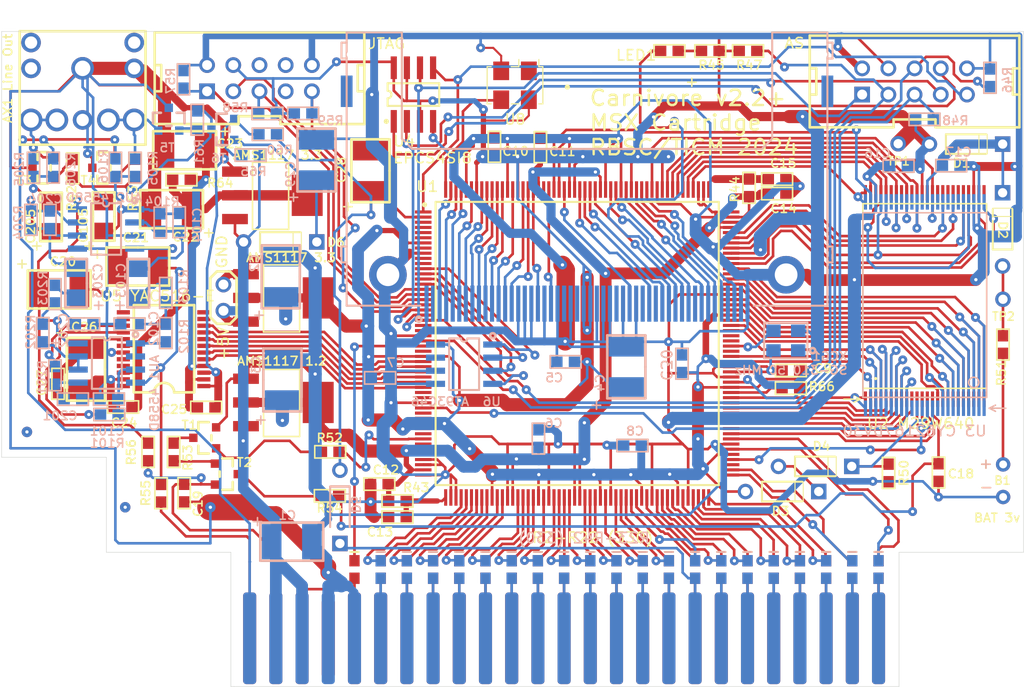
<source format=kicad_pcb>
(kicad_pcb (version 20221018) (generator pcbnew)
  (layers (0 "F.Cu" signal) (31 "B.Cu" signal) (34 "B.Paste" user) (35 "F.Paste" user) (36 "B.SilkS" user "B.Silkscreen") (37 "F.SilkS" user "F.Silkscreen") (38 "B.Mask" user) (39 "F.Mask" user) (44 "Edge.Cuts" user))
  (property "DOCUMENTNAME" "Sheet1.SCHDOC")
  (property "SHEETTOTAL" "2")
  (net 0 "")
  (net 1 "Net-(AU1A-IN-)")
  (net 2 "Net-(AU1A-IN+)")
  (net 3 "Net-(AU1B-IN+)")
  (net 4 "Net-(AU1B-IN-)")
  (net 5 "Net-(C105-MINUS)")
  (net 6 "Net-(C205-MINUS)")
  (net 7 "Net-(C26-PLUS)")
  (net 8 "Net-(C28-PLUS)")
  (net 9 "Net-(AU2A-OUT)")
  (net 10 "Net-(AU2A-IN-)")
  (net 11 "/GND")
  (net 12 "Net-(AU2B-IN-)")
  (net 13 "Net-(AU2B-OUT)")
  (net 14 "Net-(T3-E)")
  (net 15 "Net-(T5-E)")
  (net 16 "/VCC")
  (net 17 "/VCC1.2")
  (net 18 "/VCC3.3")
  (net 19 "Net-(U1D-VCCA_PLL1)")
  (net 20 "Net-(U1D-VCCA_PLL2)")
  (net 21 "Net-(D1-K)")
  (net 22 "Net-(U2-Vpp{slash}~{WP})")
  (net 23 "/VCC+12")
  (net 24 "Net-(C23-PLUS)")
  (net 25 "/VCC3.3A")
  (net 26 "Net-(C29-PLUS)")
  (net 27 "Net-(C202-Pad1)")
  (net 28 "Net-(D2-A)")
  (net 29 "Net-(D3-K)")
  (net 30 "Net-(D4-K)")
  (net 31 "Net-(D5-A)")
  (net 32 "/~{SLT_RESET}")
  (net 33 "/VCC5")
  (net 34 "Net-(C103-PLUS)")
  (net 35 "/~{SLT_CS1}")
  (net 36 "Net-(R2-Pad2)")
  (net 37 "/~{SLT_CS2}")
  (net 38 "Net-(R3-Pad2)")
  (net 39 "/~{SLT_CS12}")
  (net 40 "Net-(R4-Pad2)")
  (net 41 "/~{SLT_SLTSEL}")
  (net 42 "Net-(R5-Pad2)")
  (net 43 "/RSW2")
  (net 44 "Net-(R6-Pad2)")
  (net 45 "/~{SLT_RFSH}")
  (net 46 "Net-(R7-Pad2)")
  (net 47 "/~{SLT_WAIT}")
  (net 48 "Net-(R8-Pad2)")
  (net 49 "/~{SLT_INT}")
  (net 50 "Net-(R9-Pad2)")
  (net 51 "/~{SLT_M1}")
  (net 52 "Net-(R10-Pad2)")
  (net 53 "/~{SLT_BUSDIR}")
  (net 54 "Net-(R11-Pad2)")
  (net 55 "/~{SLT_IORQ}")
  (net 56 "Net-(R12-Pad2)")
  (net 57 "/~{SLT_MREQ}")
  (net 58 "Net-(R13-Pad2)")
  (net 59 "/~{SLT_WR}")
  (net 60 "Net-(R14-Pad2)")
  (net 61 "/~{SLT_RD}")
  (net 62 "Net-(R15-Pad2)")
  (net 63 "Net-(R16-Pad2)")
  (net 64 "/RSW1")
  (net 65 "Net-(R17-Pad2)")
  (net 66 "/SLT_A09")
  (net 67 "Net-(R18-Pad2)")
  (net 68 "/SLT_A15")
  (net 69 "Net-(R19-Pad2)")
  (net 70 "/SLT_A11")
  (net 71 "Net-(R20-Pad2)")
  (net 72 "/SLT_A10")
  (net 73 "Net-(R21-Pad2)")
  (net 74 "/SLT_A07")
  (net 75 "Net-(R22-Pad2)")
  (net 76 "/SLT_A06")
  (net 80 "Net-(R23-Pad2)")
  (net 81 "/SLT_A12")
  (net 82 "Net-(R24-Pad2)")
  (net 83 "/SLT_A08")
  (net 84 "Net-(R25-Pad2)")
  (net 85 "/SLT_A14")
  (net 86 "Net-(R26-Pad2)")
  (net 87 "/SLT_A13")
  (net 88 "Net-(R27-Pad2)")
  (net 89 "/SLT_A01")
  (net 90 "Net-(R28-Pad2)")
  (net 91 "/SLT_A00")
  (net 92 "Net-(R29-Pad2)")
  (net 93 "Net-(C203-PLUS)")
  (net 94 "Net-(LED1-K)")
  (net 95 "Net-(LED1-A)")
  (net 96 "/SLT_A03")
  (net 97 "Net-(R30-Pad2)")
  (net 98 "/SLT_A02")
  (net 99 "Net-(R31-Pad2)")
  (net 100 "/SLT_A05")
  (net 101 "Net-(R32-Pad2)")
  (net 102 "/SLT_A04")
  (net 103 "Net-(R33-Pad2)")
  (net 104 "/SLT_D1")
  (net 105 "Net-(R34-Pad2)")
  (net 106 "/SLT_D0")
  (net 107 "Net-(R35-Pad2)")
  (net 108 "/SLT_D3")
  (net 109 "Net-(R36-Pad2)")
  (net 110 "/SLT_D2")
  (net 111 "Net-(R37-Pad2)")
  (net 112 "/SLT_D5")
  (net 113 "Net-(R38-Pad2)")
  (net 114 "/SLT_D4")
  (net 115 "Net-(R39-Pad2)")
  (net 116 "/SLT_D7")
  (net 117 "Net-(R40-Pad2)")
  (net 118 "/SLT_D6")
  (net 119 "Net-(R41-Pad2)")
  (net 120 "/SLT_CLC")
  (net 121 "Net-(R42-Pad2)")
  (net 122 "Net-(C102-Pad1)")
  (net 123 "/NCE")
  (net 124 "/CONF_DONE")
  (net 125 "/NCONFIG")
  (net 126 "Net-(B1-PadPOS)")
  (net 127 "/RVPPE")
  (net 128 "Net-(T1-B)")
  (net 129 "Net-(T1-C)")
  (net 130 "Net-(T2-B)")
  (net 131 "Net-(T2-C)")
  (net 132 "/VCC-12")
  (net 133 "/TCK")
  (net 134 "/TMS")
  (net 135 "/TDI")
  (net 136 "Net-(X1-Pad44)")
  (net 137 "Net-(T5-B)")
  (net 138 "Net-(T6-C)")
  (net 139 "Net-(T3-B)")
  (net 140 "Net-(T4-B)")
  (net 141 "Net-(U1C-nSTATUS)")
  (net 142 "Net-(U5-AOUTL)")
  (net 144 "/SLTSOUND")
  (net 145 "Net-(U5-AOUTR)")
  (net 146 "/ASDO")
  (net 147 "/NCSO")
  (net 155 "/EECS")
  (net 156 "/EECK")
  (net 157 "/EEDI")
  (net 158 "/EEDO")
  (net 159 "/TDO")
  (net 160 "/DATA0")
  (net 161 "/DCLK")
  (net 162 "/LRCK")
  (net 163 "/SDATA")
  (net 164 "/BICK")
  (net 165 "/CKS")
  (net 166 "/MCLK")
  (net 167 "/~{IC}")
  (net 170 "/RA19")
  (net 179 "/~{RWR}")
  (net 180 "/RA21")
  (net 181 "/~{RRP}")
  (net 182 "/RA20")
  (net 183 "/RA08")
  (net 184 "/RA09")
  (net 185 "/RA10")
  (net 186 "/RA11")
  (net 187 "/RA15")
  (net 188 "/RA14")
  (net 189 "/RA13")
  (net 190 "/CLC50")
  (net 191 "/RA12")
  (net 192 "/~{RRB}")
  (net 193 "/RA18")
  (net 194 "/RA17")
  (net 195 "/RA07")
  (net 196 "/RA06")
  (net 197 "/RA05")
  (net 198 "/RA04")
  (net 199 "/RA03")
  (net 200 "/RA02")
  (net 201 "/RA01")
  (net 202 "/RA00")
  (net 203 "/R~{E}")
  (net 204 "/R~{G}")
  (net 205 "/RDQ0")
  (net 206 "/RDQ1")
  (net 207 "/RDQ2")
  (net 208 "/RA16")
  (net 209 "/RDQ15A-1")
  (net 210 "/RDQ7")
  (net 211 "/RDQ6")
  (net 212 "/RDQ5")
  (net 213 "/RDQ4")
  (net 214 "/RDQ3")
  (net 215 "/HD10")
  (net 216 "/HD09")
  (net 217 "/HD02")
  (net 218 "/HD08")
  (net 219 "/HD01")
  (net 220 "/HD00")
  (net 221 "/~{HA0}")
  (net 222 "/~{HREG}")
  (net 223 "/~{HA1}")
  (net 224 "/~{HA2}")
  (net 225 "/~{HRST}")
  (net 226 "/~{CSRAM}")
  (net 227 "/~{HVR}")
  (net 229 "/~{HRD}")
  (net 230 "/~{HCS3}")
  (net 231 "/~{HCS1}")
  (net 232 "/HD15")
  (net 233 "/HD07")
  (net 234 "/HD14")
  (net 235 "/HD06")
  (net 236 "/HD13")
  (net 237 "/HD05")
  (net 238 "/HD12")
  (net 239 "/HD04")
  (net 240 "/HD11")
  (net 241 "/HD03")
  (net 242 "/KN0")
  (net 271 "/HA2")
  (net 272 "/HA1")
  (net 273 "/HA0")
  (net 274 "/HD0")
  (net 275 "/HD1")
  (net 276 "/HD2")
  (net 280 "/~{HWR}")
  (net 287 "/HD8")
  (net 288 "/HD9")
  (net 291 "unconnected-(XC1-MH3-Pad53)")
  (net 292 "unconnected-(XC1-MH4-Pad54)")
  (net 293 "/AV12-")
  (net 294 "/AV12+")
  (footprint "R_0603_1" (layer "F.Cu") (at 125.53795 116.33045)
    (fp_text reference "R54" hide)
    (fp_text value "10" hide)
  )
  (footprint "C0603_1" (layer "F.Cu") (at 177.03645 123.46785 -90)
    (fp_text reference "R21" hide)
    (fp_text value "331" hide)
  )
  (footprint "JUMPER_1" (layer "F.Cu") (at 116.07645 95.84535 -90)
    (fp_text reference "J1" hide)
    (fp_text value "Conn_01x02_Pin" hide)
  )
  (footprint "C0603_1" (layer "F.Cu") (at 166.87645 123.46785 -90)
    (fp_text reference "R17" hide)
    (fp_text value "331" hide)
  )
  (footprint "R_0603_1" (layer "F.Cu") (at 191.64145 102.51285 90)
    (fp_text reference "R51" hide)
    (fp_text value "1k" hide)
  )
  (footprint "DIODE_1N4148_1" (layer "F.Cu") (at 188.06005 82.23095)
    (fp_text reference "D1" hide)
    (fp_text value "D9" hide)
  )
  (footprint "" (layer "F.Cu") (at 181.48145 82.19285)
    (fp_text reference "TP1")
    (fp_text value "TestPoint" hide)
  )
  (footprint "C0603_1" (layer "F.Cu") (at 174.49645 123.46785 -90)
    (fp_text reference "R20" hide)
    (fp_text value "331" hide)
  )
  (footprint "C_1812_1" (layer "F.Cu") (at 102.74145 106.00535 90)
    (fp_text reference "C26" hide)
    (fp_text value "10mk" hide)
  )
  (footprint "C_0603_1" (layer "F.Cu") (at 168.89575 85.62185)
    (fp_text reference "C15" hide)
    (fp_text value "0.1mk" hide)
  )
  (footprint "" (layer "F.Cu") (at 191.64145 97.2741)
    (fp_text reference "TP2")
    (fp_text value "TestPoint" hide)
  )
  (footprint "SOT-23(A1A2K)_1" (layer "F.Cu") (at 115.36525 111.72035 90)
    (fp_text reference "T1" hide)
    (fp_text value "2SC945" hide)
  )
  (footprint "C0603_1" (layer "F.Cu") (at 128.77645 123.46785 -90)
    (fp_text reference "R2" hide)
    (fp_text value "331" hide)
  )
  (footprint "C0603_1" (layer "F.Cu") (at 133.85645 123.46785 -90)
    (fp_text reference "R4" hide)
    (fp_text value "331" hide)
  )
  (footprint "C0603_1" (layer "F.Cu") (at 169.41645 123.46785 -90)
    (fp_text reference "R18" hide)
    (fp_text value "331" hide)
  )
  (footprint "C0603_1" (layer "F.Cu") (at 146.55645 123.46785 -90)
    (fp_text reference "R9" hide)
    (fp_text value "331" hide)
  )
  (footprint "C_0603_1" (layer "F.Cu") (at 100.0427 106.32285 90)
    (fp_text reference "C27" hide)
    (fp_text value "0.1mk" hide)
  )
  (footprint "C_1812_1" (layer "F.Cu") (at 130.32585 82.86595 -90)
    (fp_text reference "C28" hide)
    (fp_text value "10mk" hide)
  )
  (footprint "C_1812_1" (layer "F.Cu") (at 109.09145 88.54285)
    (fp_text reference "C22" hide)
    (fp_text value "10mk" hide)
  )
  (footprint "Oscillator:Oscillator_SMD_TXC_7C-4Pin_5.0x3.2mm_HandSoldering" (layer "F.Cu") (at 144.338271 76.53089 180)
    (fp_text reference "U8")
    (fp_text value "DNI")
  )
  (footprint "C0603_1" (layer "F.Cu") (at 131.31645 123.46785 -90)
    (fp_text reference "R3" hide)
    (fp_text value "331" hide)
  )
  (footprint "SOT-23(A1A2K)_1" (layer "F.Cu") (at 105.57355 85.54565 90)
    (fp_text reference "T4" hide)
    (fp_text value "2SC945" hide)
  )
  (footprint "DIODE_1N4148_1" (layer "F.Cu") (at 121.57555 91.71785)
    (fp_text reference "D6" hide)
    (fp_text value "1N4148" hide)
  )
  (footprint "" (layer "F.Cu") (at 191.65415 113.28245)
    (fp_text reference "B1")
    (fp_text value "BAT" hide)
  )
  (footprint "R_0603_1" (layer "F.Cu") (at 132.09115 116.82575)
    (fp_text reference "R43" hide)
    (fp_text value "10" hide)
  )
  (footprint "ADP3338_1" (layer "F.Cu") (at 118.26085 94.84205 -90)
    (fp_text reference "UCT2" hide)
    (fp_text value "3.3v" hide)
  )
  (footprint "C_0603_1" (layer "F.Cu") (at 130.33855 115.18745)
    (fp_text reference "C12" hide)
    (fp_text value "0.1mk" hide)
  )
  (footprint "C_1206_1" (layer "F.Cu") (at 104.46865 90.65105 90)
    (fp_text reference "C105" hide)
    (fp_text value "4.7mk 25v" hide)
  )
  (footprint "C_0603_1" (layer "F.Cu") (at 158.45635 73.20125)
    (fp_text reference "LED1" hide)
    (fp_text value "~" hide)
  )
  (footprint "C_0603_1" (layer "F.Cu") (at 105.49735 107.71985)
    (fp_text reference "C24" hide)
    (fp_text value "0.1mk" hide)
  )
  (footprint "M29W320DXXXNXX_1" (layer "F.Cu") (at 178.30645 106.95785 90)
    (fp_text reference "U2" hide)
    (fp_text value "~" hide)
  )
  (footprint "ADP3338_1" (layer "F.Cu") (at 117.19405 84.89795 -90)
    (fp_text reference "UCT3" hide)
    (fp_text value "3.3v" hide)
  )
  (footprint "C0603_1" (layer "F.Cu") (at 149.09645 123.46785 -90)
    (fp_text reference "R10" hide)
    (fp_text value "331" hide)
  )
  (footprint "YAC516-E_1" (layer "F.Cu") (at 114.17145 105.68785 180)
    (fp_text reference "U5" hide)
    (fp_text value "~" hide)
  )
  (footprint "" (layer "F.Cu") (at 121.15645 113.69901)
    (fp_text reference "H1")
    (fp_text value "MountingHole" hide)
  )
  (footprint "R_0603_1" (layer "F.Cu") (at 170.22925 105.89105)
    (fp_text reference "R66" hide)
    (fp_text value "10k" hide)
  )
  (footprint "C0603_1" (layer "F.Cu") (at 154.17645 123.46785 -90)
    (fp_text reference "R12" hide)
    (fp_text value "331" hide)
  )
  (footprint "R_0603_1" (layer "F.Cu") (at 180.55435 114.95885 90)
    (fp_text reference "R50" hide)
    (fp_text value "10k" hide)
  )
  (footprint "C_1206_1" (layer "F.Cu") (at 99.36325 90.68915 90)
    (fp_text reference "C205" hide)
    (fp_text value "4.7mk 25v" hide)
  )
  (footprint "C0603_1" (layer "F.Cu") (at 179.57645 123.46785 -90)
    (fp_text reference "R22" hide)
    (fp_text value "331" hide)
  )
  (footprint "R_0603_1" (layer "F.Cu") (at 166.07635 73.20125)
    (fp_text reference "R47" hide)
    (fp_text value "10k" hide)
  )
  (footprint "R_0603_1" (layer "F.Cu") (at 108.77395 111.22505 -90)
    (fp_text reference "R56" hide)
    (fp_text value "220" hide)
  )
  (footprint "C_0603_1" (layer "F.Cu") (at 142.34005 83.33585 90)
    (fp_text reference "C10" hide)
    (fp_text value "0.1mk" hide)
  )
  (footprint "C0603_1" (layer "F.Cu") (at 156.71645 123.46785 -90)
    (fp_text reference "R13" hide)
    (fp_text value "331" hide)
  )
  (footprint "EPCS4SI8_1" (layer "F.Cu") (at 134.49145 77.43035)
    (fp_text reference "U4" hide)
    (fp_text value "~" hide)
  )
  (footprint "R_0603_1" (layer "F.Cu") (at 107.51665 85.39325 90)
    (fp_text reference "R63" hide)
    (fp_text value "2.2k" hide)
  )
  (footprint "C_1812_1" (layer "F.Cu") (at 102.10645 96.3216 180)
    (fp_text reference "C20" hide)
    (fp_text value "100mk 16v" hide)
  )
  (footprint "R_0603_1" (layer "F.Cu") (at 162.41875 73.20125)
    (fp_text reference "R45" hide)
    (fp_text value "220" hide)
  )
  (footprint "DIODE_1N4148_1" (layer "F.Cu") (at 191.60335 90.49865 90)
    (fp_text reference "D2" hide)
    (fp_text value "D9" hide)
  )
  (footprint "C_0603_1" (layer "F.Cu") (at 168.89575 87.03155)
    (fp_text reference "C14" hide)
    (fp_text value "0.1mk" hide)
  )
  (footprint "R_0603_1" (layer "F.Cu") (at 111.1552 85.68535)
    (fp_text reference "R64" hide)
    (fp_text value "10" hide)
  )
  (footprint "DIODE_1N4148_1" (layer "F.Cu") (at 173.42965 113.47295)
    (fp_text reference "D4" hide)
    (fp_text value "1N4148" hide)
  )
  (footprint "C_1812_1" (layer "F.Cu") (at 109.72645 94.0991 180)
    (fp_text reference "C21" hide)
    (fp_text value "100mk 16v" hide)
  )
  (footprint "EDGE50/MSX_1" (layer "F.Cu") (at 179.57645 130.13535)
    (fp_text reference "X1" hide)
    (fp_text value "EDGE50/MSX" hide)
  )
  (footprint "R_0603_1" (layer "F.Cu") (at 101.45875 85.43135 90)
    (fp_text reference "R62" hide)
    (fp_text value "2.2k" hide)
  )
  (footprint "C_0603_1" (layer "F.Cu") (at 170.22925 104.17655)
    (fp_text reference "C9" hide)
    (fp_text value "0.1mk" hide)
  )
  (footprint "C_0603_1" (layer "F.Cu") (at 132.09115 118.38785)
    (fp_text reference "C13" hide)
    (fp_text value "0.1mk" hide)
  )
  (footprint "C0603_1" (layer "F.Cu") (at 161.79645 123.46785 -90)
    (fp_text reference "R15" hide)
    (fp_text value "331" hide)
  )
  (footprint "ST-222_1" (layer "F.Cu") (at 102.42395 74.89035)
    (fp_text reference "AX1" hide)
    (fp_text value "{Value}" hide)
  )
  (footprint "DIODE_1N4148_1" (layer "F.Cu") (at 170.22925 115.91135)
    (fp_text reference "D3" hide)
    (fp_text value "1N4148" hide)
  )
  (footprint "ADP3338_1" (layer "F.Cu") (at 118.26085 104.97665 -90)
    (fp_text reference "UCT1" hide)
    (fp_text value "1.2v" hide)
  )
  (footprint "SOT-23(A1A2K)_1" (layer "F.Cu") (at 99.78235 85.54565 90)
    (fp_text reference "T5" hide)
    (fp_text value "2SC945" hide)
  )
  (footprint "C_0603_1" (layer "F.Cu") (at 146.79775 83.37395 90)
    (fp_text reference "C11" hide)
    (fp_text value "0.1mk" hide)
  )
  (footprint "R_0603_1" (layer "F.Cu") (at 111.25045 111.22505 -90)
    (fp_text reference "R53" hide)
    (fp_text value "2.2k" hide)
  )
  (footprint "R_0603_1" (layer "F.Cu") (at 167.02885 85.62185 -90)
    (fp_text reference "R44" hide)
    (fp_text value "10" hide)
  )
  (footprint "C0603_1" (layer "F.Cu") (at 138.93645 123.46785 -90)
    (fp_text reference "R6" hide)
    (fp_text value "331" hide)
  )
  (footprint "HDR2X5" (layer "F.Cu") (at 114.48895 77.11285 180)
    (fp_text reference "X3" hide)
    (fp_text value "HEADER_5X2" hide)
  )
  (footprint "C_0603_1" (layer "F.Cu") (at 115.25095 107.75795 180)
    (fp_text reference "C25" hide)
    (fp_text value "0.1mk" hide)
  )
  (footprint "C0603_1" (layer "F.Cu") (at 151.63645 123.46785 -90)
    (fp_text reference "R11" hide)
    (fp_text value "331" hide)
  )
  (footprint "EP2C5Q208C8_1" (layer "F.Cu") (at 150.36645 101.56035)
    (fp_text reference "U1" hide)
    (fp_text value "~" hide)
  )
  (footprint "SOT-23(A1A2K)_1" (layer "F.Cu") (at 115.25095 113.20625 -90)
    (fp_text reference "T2" hide)
    (fp_text value "2SA733" hide)
  )
  (footprint "HDR2X5" (layer "F.Cu") (at 177.98895 77.43035 180)
    (fp_text reference "X2" hide)
    (fp_text value "HEADER_5X2" hide)
  )
  (footprint "R_0603_1" (layer "F.Cu") (at 110.03125 115.22555 -90)
    (fp_text reference "R55" hide)
    (fp_text value "220" hide)
  )
  (footprint "C0603_1" (layer "F.Cu") (at 171.95645 123.46785 -90)
    (fp_text reference "R19" hide)
    (fp_text value "331" hide)
  )
  (footprint "C_0603_1" (layer "F.Cu") (at 185.39305 114.92075 90)
    (fp_text reference "C18" hide)
    (fp_text value "0.1mk" hide)
  )
  (footprint "C_1812_1" (layer "F.Cu") (at 110.36145 82.82785)
    (fp_text reference "C23" hide)
    (fp_text value "10mk" hide)
  )
  (footprint "C0603_1" (layer "F.Cu") (at 159.25645 123.46785 -90)
    (fp_text reference "R14" hide)
    (fp_text value "331" hide)
  )
  (footprint "C_0603_1" (layer "F.Cu") (at 112.26645 115.21285 -90)
    (fp_text reference "C19" hide)
    (fp_text value "0.1mk" hide)
  )
  (footprint "C0603_1" (layer "F.Cu") (at 136.39645 123.46785 -90)
    (fp_text reference "R5" hide)
    (fp_text value "331" hide)
  )
  (footprint "C0603_1" (layer "F.Cu") (at 144.01645 123.46785 -90)
    (fp_text reference "R8" hide)
    (fp_text value "331" hide)
  )
  (footprint "C0603_1" (layer "F.Cu") (at 141.47645 123.46785 -90)
    (fp_text reference "R7" hide)
    (fp_text value "331" hide)
  )
  (footprint "R_0603_1" (layer "F.Cu") (at 125.57605 112.06325)
    (fp_text reference "R52" hide)
    (fp_text value "10k" hide)
  )
  (footprint "C0603_1" (layer "F.Cu") (at 164.33645 123.46785 -90)
    (fp_text reference "R16" hide)
    (fp_text value "331" hide)
  )
  (footprint "" (layer "F.Cu") (at 177.03645 118.89788)
    (fp_text reference "H2")
    (fp_text value "MountingHole" hide)
  )
  (footprint "C_0603_1" (layer "B.Cu") (at 180.66865 84.36455 180)
    (fp_text reference "C16" hide)
    (fp_text value "0.1mk" hide)
  )
  (footprint "DIODE_1N4148_1" (layer "B.Cu") (at 127.36675 117.39725 90)
    (fp_text reference "D5" hide)
    (fp_text value "1N4148" hide)
  )
  (footprint "R_0603_1" (layer "B.Cu") (at 99.74425 103.79555 90)
    (fp_text reference "R201" hide)
    (fp_text value "10k" hide)
  )
  (footprint "CF-50-001_1" (layer "B.Cu") (at 151.31895 71.39785 180)
    (fp_text reference "XC1" hide)
    (fp_text value "~" hide)
  )
  (footprint "C0603_1" (layer "B.Cu") (at 141.47645 123.46785 90)
    (fp_text reference "R38" hide)
    (fp_text value "331" hide)
  )
  (footprint "R_0603_1" (layer "B.Cu") (at 104.16385 108.44375 180)
    (fp_text reference "R101" hide)
    (fp_text value "10k" hide)
  )
  (footprint "C_0603_1" (layer "B.Cu") (at 107.82145 99.68075)
    (fp_text reference "C102" hide)
    (fp_text value "1n" hide)
  )
  (footprint "C_0603_1" (layer "B.Cu") (at 154.87495 111.45365 180)
    (fp_text reference "C8" hide)
    (fp_text value "0.1mk" hide)
  )
  (footprint "R_0603_1" (layer "B.Cu") (at 113.53645 79.01785 90)
    (fp_text reference "R61" hide)
    (fp_text value "2.2k" hide)
  )
  (footprint "C_1812_1" (layer "B.Cu") (at 125.09345 81.82455 90)
    (fp_text reference "C29" hide)
    (fp_text value "22mk" hide)
  )
  (footprint "C_1206_1" (layer "B.Cu") (at 107.82145 97.11535 -90)
    (fp_text reference "C103" hide)
    (fp_text value "4.7mk 25v" hide)
  )
  (footprint "C_0603_1" (layer "B.Cu") (at 185.77405 84.32645 180)
    (fp_text reference "C17" hide)
    (fp_text value "0.1mk" hide)
  )
  (footprint "R_0603_1" (layer "B.Cu") (at 97.66145 85.36785 -90)
    (fp_text reference "R205" hide)
    (fp_text value "1.8k" hide)
  )
  (footprint "C_1812_1" (layer "B.Cu") (at 155.12895 101.87785 90)
    (fp_text reference "C4" hide)
    (fp_text value "10mk" hide)
  )
  (footprint "C_0603_1" (layer "B.Cu") (at 148.39795 103.33835 180)
    (fp_text reference "C5" hide)
    (fp_text value "0.1mk" hide)
  )
  (footprint "C0603_1" (layer "B.Cu") (at 131.31645 123.46785 90)
    (fp_text reference "R42" hide)
    (fp_text value "331" hide)
  )
  (footprint "C_0603_1" (layer "B.Cu") (at 99.24895 90.42245 -90)
    (fp_text reference "C204" hide)
    (fp_text value "390p" hide)
  )
  (footprint "SOT-23(A1A2K)_1" (layer "B.Cu") (at 117.11785 79.79255 90)
    (fp_text reference "T6" hide)
    (fp_text value "2SA733" hide)
  )
  (footprint "C0603_1" (layer "B.Cu") (at 171.95645 123.46785 90)
    (fp_text reference "R26" hide)
    (fp_text value "331" hide)
  )
  (footprint "C0603_1" (layer "B.Cu") (at 151.63645 123.46785 90)
    (fp_text reference "R34" hide)
    (fp_text value "331" hide)
  )
  (footprint "C0603_1" (layer "B.Cu") (at 177.03645 123.46785 90)
    (fp_text reference "R24" hide)
    (fp_text value "331" hide)
  )
  (footprint "R_0603_1" (layer "B.Cu") (at 121.19455 79.25915)
    (fp_text reference "R58" hide)
    (fp_text value "1k" hide)
  )
  (footprint "C0603_1" (layer "B.Cu") (at 164.33645 123.46785 90)
    (fp_text reference "R29" hide)
    (fp_text value "331" hide)
  )
  (footprint "C_1206_1" (layer "B.Cu") (at 101.78895 97.11535 -90)
    (fp_text reference "C203" hide)
    (fp_text value "4.7mk 25v" hide)
  )
  (footprint "SOT-23(A1A2K)_1" (layer "B.Cu") (at 111.7902 80.92285)
    (fp_text reference "T3" hide)
    (fp_text value "2SC945" hide)
  )
  (footprint "4558D_1" (layer "B.Cu") (at 104.69725 90.46055 90)
    (fp_text reference "AU2" hide)
    (fp_text value "~" hide)
  )
  (footprint "C0603_1" (layer "B.Cu") (at 138.93645 123.46785 90)
    (fp_text reference "R39" hide)
    (fp_text value "331" hide)
  )
  (footprint "R_0603_1" (layer "B.Cu") (at 112.20295 75.10625 90)
    (fp_text reference "R57" hide)
    (fp_text value "1K" hide)
  )
  (footprint "M93C46MN1_1" (layer "B.Cu") (at 139.40635 103.56695 90)
    (fp_text reference "U6" hide)
    (fp_text value "~" hide)
  )
  (footprint "C0603_1" (layer "B.Cu") (at 166.87645 123.46785 90)
    (fp_text reference "R28" hide)
    (fp_text value "331" hide)
  )
  (footprint "C0603_1" (layer "B.Cu") (at 136.39645 123.46785 90)
    (fp_text reference "R40" hide)
    (fp_text value "331" hide)
  )
  (footprint "R_0603_1" (layer "B.Cu") (at 190.38415 74.95385 90)
    (fp_text reference "R46" hide)
    (fp_text value "10k" hide)
  )
  (footprint "C_0603_1" (layer "B.Cu") (at 111.78385 90.65105 -90)
    (fp_text reference "C104" hide)
    (fp_text value "390p" hide)
  )
  (footprint "R_0603_1" (layer "B.Cu") (at 99.74425 97.62335 -90)
    (fp_text reference "R203" hide)
    (fp_text value "4.7k" hide)
  )
  (footprint "C_0603_1" (layer "B.Cu") (at 104.12575 106.95785 180)
    (fp_text reference "C101" hide)
    (fp_text value "1n" hide)
  )
  (footprint "R_0603_1" (layer "B.Cu") (at 99.56645 85.36785 -90)
    (fp_text reference "R206" hide)
    (fp_text value "1k" hide)
  )
  (footprint "C0603_1" (layer "B.Cu") (at 174.49645 123.46785 90)
    (fp_text reference "R25" hide)
    (fp_text value "331" hide)
  )
  (footprint "C0603_1" (layer "B.Cu") (at 146.55645 123.46785 90)
    (fp_text reference "R36" hide)
    (fp_text value "331" hide)
  )
  (footprint "R_0603_1" (layer "B.Cu") (at 98.56315 101.39525 -90)
    (fp_text reference "R202" hide)
    (fp_text value "4.7k" hide)
  )
  (footprint "C_0603_1" (layer "B.Cu") (at 101.72545 99.68075 180)
    (fp_text reference "C202" hide)
    (fp_text value "1n" hide)
  )
  (footprint "R_0603_1" (layer "B.Cu") (at 105.59895 85.36785 -90)
    (fp_text reference "R106" hide)
    (fp_text value "1k" hide)
  )
  (footprint "R_0603_1" (layer "B.Cu") (at 119.55625 83.29775)
    (fp_text reference "R65" hide)
    (fp_text value "10k" hide)
  )
  (footprint "R_0603_1" (layer "B.Cu") (at 119.51815 81.27845 180)
    (fp_text reference "R60" hide)
    (fp_text value "10k" hide)
  )
  (footprint "C0603_1" (layer "B.Cu") (at 156.71645 123.46785 90)
    (fp_text reference "R32" hide)
    (fp_text value "331" hide)
  )
  (footprint "R_0603_1" (layer "B.Cu") (at 107.50395 85.36785 -90)
    (fp_text reference "R105" hide)
    (fp_text value "1.8k" hide)
  )
  (footprint "4558D_1" (layer "B.Cu") (at 104.77345 103.45265 90)
    (fp_text reference "AU1" hide)
    (fp_text value "~" hide)
  )
  (footprint "C0603_1" (layer "B.Cu") (at 149.09645 123.46785 90)
    (fp_text reference "R35" hide)
    (fp_text value "331" hide)
  )
  (footprint "C_0603_1" (layer "B.Cu") (at 146.60725 109.92965 90)
    (fp_text reference "C6" hide)
    (fp_text value "0.1mk" hide)
  )
  (footprint "R_0603_1" (layer "B.Cu") (at 97.42015 90.42245 -90)
    (fp_text reference "R204" hide)
    (fp_text value "100k" hide)
  )
  (footprint "C0603_1" (layer "B.Cu") (at 169.41645 123.46785 90)
    (fp_text reference "R27" hide)
    (fp_text value "331" hide)
  )
  (footprint "R_0603_1" (layer "B.Cu") (at 122.94715 79.25915 180)
    (fp_text reference "R59" hide)
    (fp_text value "1k" hide)
  )
  (footprint "C0603_1" (layer "B.Cu") (at 133.85645 123.46785 90)
    (fp_text reference "R41" hide)
    (fp_text value "331" hide)
  )
  (footprint "C0603_1" (layer "B.Cu") (at 159.25645 123.46785 90)
    (fp_text reference "R31" hide)
    (fp_text value "331" hide)
  )
  (footprint "SG-310_1" (layer "B.Cu") (at 171.79135 102.23345)
    (fp_text reference "U7" hide)
    (fp_text value "50 MHz" hide)
  )
  (footprint "R_0603_1" (layer "B.Cu") (at 109.95505 90.68915 -90)
    (fp_text reference "R104" hide)
    (fp_text value "100k" hide)
  )
  (footprint "R_0603_1" (layer "B.Cu") (at 110.48845 97.50905 -90)
    (fp_text reference "R103" hide)
    (fp_text value "4.7k" hide)
  )
  (footprint "C_0603_1" (layer "B.Cu") (at 160.52645 102.6716 90)
    (fp_text reference "C30")
    (fp_text value "0.1mk" hide)
  )
  (footprint "R_0603_1" (layer "B.Cu") (at 183.18325 79.83065 180)
    (fp_text reference "R48" hide)
    (fp_text value "10k" hide)
  )
  (footprint "C_1812_1" (layer "B.Cu") (at 121.79145 103.14785 90)
    (fp_text reference "C3" hide)
    (fp_text value "10mk" hide)
  )
  (footprint "C0603_1" (layer "B.Cu") (at 161.79645 123.46785 90)
    (fp_text reference "R30" hide)
    (fp_text value "331" hide)
  )
  (footprint "C_1812_1" (layer "B.Cu") (at 121.6327 93.1466 90)
    (fp_text reference "C2" hide)
    (fp_text value "10mk" hide)
  )
  (footprint "C0603_1" (layer "B.Cu") (at 144.01645 123.46785 90)
    (fp_text reference "R37" hide)
    (fp_text value "331" hide)
  )
  (footprint "C_0603_1" (layer "B.Cu") (at 102.33505 106.95785)
    (fp_text reference "C201" hide)
    (fp_text value "1n" hide)
  )
  (footprint "C_1812_1" (layer "B.Cu") (at 124.64895 120.7691)
    (fp_text reference "C1" hide)
    (fp_text value "10mk" hide)
  )
  (footprint "C0603_1" (layer "B.Cu") (at 179.57645 123.46785 90)
    (fp_text reference "R23" hide)
    (fp_text value "331" hide)
  )
  (footprint "CY62167DV30_1" (layer "B.Cu") (at 189.81265 107.83415 -90)
    (fp_text reference "U3" hide)
    (fp_text value "~" hide)
  )
  (footprint "C0603_1" (layer "B.Cu") (at 154.17645 123.46785 90)
    (fp_text reference "R33" hide)
    (fp_text value "331" hide)
  )
  (footprint "R_0603_1" (layer "B.Cu") (at 110.48845 101.39525 -90)
    (fp_text reference "R102" hide)
    (fp_text value "4.7k" hide)
  )
  (footprint "C_0603_1" (layer "B.Cu") (at 132.1102 104.8941)
    (fp_text reference "C7" hide)
    (fp_text value "0.1mk" hide)
  )
  (gr_circle (center 149.4134 76.70245) (end 149.4134 76.70245) (stroke (width 0.254)) (fill none) (layer "F.SilkS"))
  (gr_line (start 116.795 134.816) (end 117.1125 134.816) (stroke (width 0.05)) (layer "Edge.Cuts"))
  (gr_line (start 101.2375 71.316) (end 94.57 71.316) (stroke (width 0.05)) (layer "Edge.Cuts"))
  (gr_line (start 116.795 121.7985) (end 116.795 134.816) (stroke (width 0.05)) (layer "Edge.Cuts"))
  (gr_line (start 94.57 71.316) (end 94.57 76.7135) (stroke (width 0.05)) (layer "Edge.Cuts"))
  (gr_line (start 94.57 112.591) (end 104.73 112.591) (stroke (width 0.05)) (layer "Edge.Cuts"))
  (gr_line (start 94.57 76.7135) (end 94.57 112.591) (stroke (width 0.05)) (layer "Edge.Cuts"))
  (gr_line (start 117.1125 134.816) (end 181.565 134.816) (stroke (width 0.05)) (layer "Edge.Cuts"))
  (gr_line (start 104.73 121.7985) (end 116.795 121.7985) (stroke (width 0.05)) (layer "Edge.Cuts"))
  (gr_line (start 104.73 112.591) (end 104.73 121.7985) (stroke (width 0.05)) (layer "Edge.Cuts"))
  (gr_line (start 193.63 71.316) (end 101.2375 71.316) (stroke (width 0.05)) (layer "Edge.Cuts"))
  (gr_line (start 181.565 134.816) (end 181.565 121.7985) (stroke (width 0.05)) (layer "Edge.Cuts"))
  (gr_line (start 181.565 121.7985) (end 193.63 121.7985) (stroke (width 0.05)) (layer "Edge.Cuts"))
  (gr_line (start 193.63 121.7985) (end 193.63 71.316) (stroke (width 0.05)) (layer "Edge.Cuts"))
  (gr_text "C104" (at 114.03175 88.28885 90) (layer "B.SilkS") (effects (font (size 0.83312 0.8763) (thickness 0.154)) (justify left bottom mirror)))
  (gr_text "R57" (at 111.44095 74.72525 90) (layer "B.SilkS") (effects (font (size 0.83312 0.8763) (thickness 0.154)) (justify left bottom mirror)))
  (gr_text "R60" (at 122.9027 83.3041 360) (layer "B.SilkS") (effects (font (size 0.83312 0.8763) (thickness 0.154)) (justify left bottom mirror)))
  (gr_text "+" (at 118.93395 109.49785) (layer "B.SilkS") (effects (font (size 1.01024 1.0626) (thickness 0.154)) (justify left bottom)))
  (gr_text "C102" (at 109.80265 98.30915 90) (layer "B.SilkS") (effects (font (size 0.83312 0.8763) (thickness 0.154)) (justify left bottom mirror)))
  (gr_text "+" (at 151.4777 108.0691) (layer "B.SilkS") (effects (font (size 1.01024 1.0626) (thickness 0.154)) (justify left bottom)))
  (gr_text "+" (at 118.7752 99.33785) (layer "B.SilkS") (effects (font (size 1.01024 1.0626) (thickness 0.154)) (justify left bottom)))
  (gr_text "T5" (at 111.47905 83.06915 360) (layer "B.SilkS") (effects (font (size 0.83312 0.8763) (thickness 0.154)) (justify left bottom mirror)))
  (gr_text "C6\n" (at 149.04565 109.77725 360) (layer "B.SilkS") (effects (font (size 0.83312 0.8763) (thickness 0.154)) (justify left bottom mirror)))
  (gr_text "+" (at 118.61645 119.34035) (layer "B.SilkS") (effects (font (size 1.01024 1.0626) (thickness 0.154)) (justify left bottom)))
  (gr_text "XCG1\nSG-310 50 MHz" (at 176.66815 104.63375 360) (layer "B.SilkS") (effects (font (size 0.83312 0.8763) (thickness 0.154)) (justify left bottom mirror)))
  (gr_text "R101" (at 106.60225 111.72035 360) (layer "B.SilkS") (effects (font (size 0.83312 0.8763) (thickness 0.154)) (justify left bottom mirror)))
  (gr_text "C203" (at 104.39245 93.69905 90) (layer "B.SilkS") (effects (font (size 0.83312 0.8763) (thickness 0.154)) (justify left bottom mirror)))
  (gr_text "R205" (at 96.77245 82.87865 90) (layer "B.SilkS") (effects (font (size 0.83312 0.8763) (thickness 0.154)) (justify left bottom mirror)))
  (gr_text "R204" (at 96.69625 88.06025 90) (layer "B.SilkS") (effects (font (size 0.83312 0.8763) (thickness 0.154)) (justify left bottom mirror)))
  (gr_text "C202" (at 101.03965 98.49965 90) (layer "B.SilkS") (effects (font (size 0.83312 0.8763) (thickness 0.154)) (justify left bottom mirror)))
  (gr_text "+" (at 122.10895 87.90785) (layer "B.SilkS") (effects (font (size 1.01024 1.0626) (thickness 0.154)) (justify left bottom)))
  (gr_text "U3 CY62167DV30" (at 190.15555 110.04395 360) (layer "B.SilkS") (effects (font (size 1.01024 1.0626) (thickness 0.154)) (justify left mirror)))
  (gr_text "R202" (at 97.87735 98.65205 90) (layer "B.SilkS") (effects (font (size 0.83312 0.8763) (thickness 0.154)) (justify left bottom mirror)))
  (gr_text "+" (at 99.05845 102.00485) (layer "B.SilkS") (effects (font (size 1.01024 1.0626) (thickness 0.154)) (justify left bottom)))
  (gr_text "R201" (at 99.02035 103.07165 90) (layer "B.SilkS") (effects (font (size 0.83312 0.8763) (thickness 0.154)) (justify left bottom mirror)))
  (gr_text "+" (at 103.2177 98.38535) (layer "B.SilkS") (effects (font (size 1.01024 1.0626) (thickness 0.154)) (justify left bottom)))
  (gr_text "AU1 4558D" (at 109.87885 102.57635 90) (layer "B.SilkS") (effects (font (size 0.83312 0.8763) (thickness 0.154)) (justify left bottom mirror)))
  (gr_text "R206" (at 101.76355 82.87865 90) (layer "B.SilkS") (effects (font (size 0.83312 0.8763) (thickness 0.154)) (justify left bottom mirror)))
  (gr_text "R105" (at 109.72645 82.76435 90) (layer "B.SilkS") (effects (font (size 0.83312 0.8763) (thickness 0.154)) (justify left bottom mirror)))
  (gr_text "R102" (at 112.73635 99.07115 90) (layer "B.SilkS") (effects (font (size 0.83312 0.8763) (thickness 0.154)) (justify left bottom mirror)))
  (gr_text "D5" (at 128.39545 118.12115 270) (layer "B.SilkS") (effects (font (size 0.83312 0.8763) (thickness 0.154)) (justify left bottom mirror)))
  (gr_text "C7\n" (at 133.72945 103.90985 360) (layer "B.SilkS") (effects (font (size 0.83312 0.8763) (thickness 0.154)) (justify left bottom mirror)))
  (gr_text "+" (at 105.28145 98.38535) (layer "B.SilkS") (effects (font (size 1.01024 1.0626) (thickness 0.154)) (justify left bottom)))
  (gr_text "C29" (at 123.06145 83.78035 90) (layer "B.SilkS") (effects (font (size 0.83312 0.8763) (thickness 0.154)) (justify left bottom mirror)))
  (gr_text "C1" (at 123.2202 118.70662 360) (layer "B.SilkS") (effects (font (size 0.83312 0.8763) (thickness 0.154)) (justify left bottom mirror)))
  (gr_text "C101" (at 106.60225 110.53925 360) (layer "B.SilkS") (effects (font (size 0.83312 0.8763) (thickness 0.154)) (justify left bottom mirror)))
  (gr_text "C8\n" (at 156.93235 110.53925 360) (layer "B.SilkS") (effects (font (size 0.83312 0.8763) (thickness 0.154)) (justify left bottom mirror)))
  (gr_text "R203" (at 99.05845 94.38485 90) (layer "B.SilkS") (effects (font (size 0.83312 0.8763) (thickness 0.154)) (justify left bottom mirror)))
  (gr_text "R104" (at 111.93625 88.28885 360) (layer "B.SilkS") (effects (font (size 0.83312 0.8763) (thickness 0.154)) (justify left bottom mirror)))
  (gr_text "R23-R42 (330)\n" (at 157.5 121.01 360) (layer "B.SilkS") (effects (font (size 1.01024 1.0626) (thickness 0.154)) (justify left bottom mirror)))
  (gr_text "C5\n" (at 149.09645 105.37035 360) (layer "B.SilkS") (effects (font (size 0.83312 0.8763) (thickness 0.154)) (justify left bottom mirror)))
  (gr_text "C2" (at 119.56768 92.82783 90) (layer "B.SilkS") (effects (font (size 0.83312 0.8763) (thickness 0.154)) (justify left bottom mirror)))
  (gr_text "R65" (at 120.3627 85.36785 360) (layer "B.SilkS") (effects (font (size 0.83312 0.8763) (thickness 0.154)) (justify left bottom mirror)))
  (gr_text "R46" (at 192.55585 74.64905 90) (layer "B.SilkS") (effects (font (size 0.83312 0.8763) (thickness 0.154)) (justify left bottom mirror)))
  (gr_text "R48\n" (at 188.40295 80.44025 360) (layer "B.SilkS") (effects (font (size 0.83312 0.8763) (thickness 0.154)) (justify left bottom mirror)))
  (gr_text "C17\n" (at 188.70775 83.48825 360) (layer "B.SilkS") (effects (font (size 0.83312 0.8763) (thickness 0.154)) (justify left bottom mirror)))
  (gr_text "R58" (at 118.60375 79.18295 360) (layer "B.SilkS") (effects (font (size 0.83312 0.8763) (thickness 0.154)) (justify left bottom mirror)))
  (gr_text "+" (at 189.23 113.78) (layer "B.SilkS") (effects (font (size 1.01024 1.0626) (thickness 0.154)) (justify left bottom)))
  (gr_text "C103" (at 106.64035 93.66095 90) (layer "B.SilkS") (effects (font (size 0.83312 0.8763) (thickness 0.154)) (justify left bottom mirror)))
  (gr_text "R59" (at 127.82395 80.4466 360) (layer "B.SilkS") (effects (font (size 0.83312 0.8763) (thickness 0.154)) (justify left bottom mirror)))
  (gr_text "C204" (at 100.58245 88.02215 360) (layer "B.SilkS") (effects (font (size 0.83312 0.8763) (thickness 0.154)) (justify left bottom mirror)))
  (gr_text "AU2 4558D" (at 108.27865 87.90785 360) (layer "B.SilkS") (effects (font (size 0.83312 0.8763) (thickness 0.154)) (justify left bottom mirror)))
  (gr_text "R106" (at 104.92585 82.57385 90) (layer "B.SilkS") (effects (font (size 0.83312 0.8763) (thickness 0.154)) (justify left bottom mirror)))
  (gr_text "R61" (at 114.22225 81.62135 90) (layer "B.SilkS") (effects (font (size 0.83312 0.8763) (thickness 0.154)) (justify left bottom mirror)))
  (gr_text "C4\n" (at 153.0652 104.41785 90) (layer "B.SilkS") (effects (font (size 0.83312 0.8763) (thickness 0.154)) (justify left bottom mirror)))
  (gr_text "-" (at 189.28 116.05) (layer "B.SilkS") (effects (font (size 1.01024 1.0626) (thickness 0.154)) (justify left bottom)))
  (gr_text "U6  AT93C46\n" (at 143.06395 107.68175 360) (layer "B.SilkS") (effects (font (size 0.83312 0.8763) (thickness 0.154)) (justify left bottom mirror)))
  (gr_text "C16\n" (at 180.84645 83.6216 360) (layer "B.SilkS") (effects (font (size 0.83312 0.8763) (thickness 0.154)) (justify left bottom mirror)))
  (gr_text "R103" (at 112.69825 94.23245 90) (layer "B.SilkS") (effects (font (size 0.83312 0.8763) (thickness 0.154)) (justify left bottom mirror)))
  (gr_text "C3" (at 119.72897 102.67033 90) (layer "B.SilkS") (effects (font (size 0.83312 0.8763) (thickness 0.154)) (justify left bottom mirror)))
  (gr_text "C201" (at 102.03025 109.05335 360) (layer "B.SilkS") (effects (font (size 0.83312 0.8763) (thickness 0.154)) (justify left bottom mirror)))
  (gr_text "T6" (at 116.47015 84.09785 360) (layer "B.SilkS") (effects (font (size 0.83312 0.8763) (thickness 0.154)) (justify left bottom mirror)))
  (gr_text "C24" (at 106.44985 109.24385) (layer "F.SilkS") (effects (font (size 0.83312 0.8763) (thickness 0.154))))
  (gr_text "T3" (at 96.74 85.75) (layer "F.SilkS") (effects (font (size 0.83312 0.8763) (thickness 0.154))))
  (gr_text "C19" (at 113.61265 117.09245 90) (layer "F.SilkS") (effects (font (size 0.83312 0.8763) (thickness 0.154))))
  (gr_text "D1" (at 187.63 84.07) (layer "F.SilkS") (effects (font (size 0.83312 0.8763) (thickness 0.154))))
  (gr_text "C15" (at 170.34355 84.09785) (layer "F.SilkS") (effects (font (size 0.83312 0.8763) (thickness 0.154))))
  (gr_text "R54\n" (at 126.37615 117.51155) (layer "F.SilkS") (effects (font (size 0.83312 0.8763) (thickness 0.154))))
  (gr_text "C14" (at 170.38165 88.47935) (layer "F.SilkS") (effects (font (size 0.83312 0.8763) (thickness 0.154))))
  (gr_text "+" (at 189.98 113.19) (layer "F.SilkS") (effects (font (size 1.01024 1.0626) (thickness 0.154))))
  (gr_text "C12" (at 131.82445 113.81585) (layer "F.SilkS") (effects (font (size 0.83312 0.8763) (thickness 0.154))))
  (gr_text "R64\n" (at 115.75895 86.00285) (layer "F.SilkS") (effects (font (size 0.83312 0.8763) (thickness 0.154))))
  (gr_text "+" (at 96.5502 93.7816) (layer "F.SilkS") (effects (font (size 1.01024 1.0626) (thickness 0.154))))
  (gr_text "C105" (at 102.48745 90.11765 90) (layer "F.SilkS") (effects (font (size 0.83312 0.8763) (thickness 0.154))))
  (gr_text "R62\n" (at 101.36 87.48 90) (layer "F.SilkS") (effects (font (size 0.83312 0.8763) (thickness 0.154))))
  (gr_text "C9\n" (at 174.19165 103.98605) (layer "F.SilkS") (effects (font (size 0.83312 0.8763) (thickness 0.154))))
  (gr_text "C28" (at 127.50645 84.73285 90) (layer "F.SilkS") (effects (font (size 0.83312 0.8763) (thickness 0.154))))
  (gr_text "AMS1117 3.3" (at 116.88925 83.29775) (layer "F.SilkS") (effects (font (size 0.83312 0.8763) (thickness 0.154)) (justify left)))
  (gr_text "R44" (at 165.65725 86.61245 90) (layer "F.SilkS") (effects (font (size 0.83312 0.8763) (thickness 0.154))))
  (gr_text "R45\n" (at 163.38395 74.57285) (layer "F.SilkS") (effects (font (size 0.83312 0.8763) (thickness 0.154))))
  (gr_text "JTAG\n" (at 131.9 72.49) (layer "F.SilkS") (effects (font (size 1.01024 1.0626) (thickness 0.154))))
  (gr_text "C13" (at 131.25295 119.83565) (layer "F.SilkS") (effects (font (size 0.83312 0.8763) (thickness 0.154))))
  (gr_text "U5 YAC516-E" (at 104.01145 96.9566) (layer "F.SilkS") (effects (font (size 1.01024 1.0626) (thickness 0.154)) (justify left)))
  (gr_text "+" (at 114.6477 90.76535) (layer "F.SilkS") (effects (font (size 1.01024 1.0626) (thickness 0.154))))
  (gr_text "T1" (at 112.77445 109.47245) (layer "F.SilkS") (effects (font (size 0.83312 0.8763) (thickness 0.154))))
  (gr_text "AMS1117 3.3" (at 118.18465 93.24185) (layer "F.SilkS") (effects (font (size 0.83312 0.8763) (thickness 0.154)) (justify left)))
  (gr_text "R50\n" (at 182.04025 114.12065 90) (layer "F.SilkS") (effects (font (size 0.83312 0.8763) (thickness 0.154))))
  (gr_text "R47\n" (at 167.03647 74.57285) (layer "F.SilkS") (effects (font (size 0.83312 0.8763) (thickness 0.154))))
  (gr_text "C205" (at 97.38205 90.19385 90) (layer "F.SilkS") (effects (font (size 0.83312 0.8763) (thickness 0.154))))
  (gr_text "R63\n" (at 107.29 87.48 90) (layer "F.SilkS") (effects (font (size 0.83312 0.8763) (thickness 0.154))))
  (gr_text "R55\n" (at 108.54535 116.06375 90) (layer "F.SilkS") (effects (font (size 0.83312 0.8763) (thickness 0.154))))
  (gr_text "R51\n" (at 191.4827 104.41785 90) (layer "F.SilkS") (effects (font (size 0.83312 0.8763) (thickness 0.154))))
  (gr_text "U1\n" (at 135.82495 86.34575) (layer "F.SilkS") (effects (font (size 1.01024 1.0626) (thickness 0.154))))
  (gr_text "Carnivore v2.2+\nMSX Cartridge \nRBSC/TICM 2024" (at 151.44 76.9) (layer "F.SilkS") (effects (font (size 1.482954 1.559814) (thickness 0.23114)) (justify left top)))
  (gr_text "C18" (at 187.56475 114.19685) (layer "F.SilkS") (effects (font (size 0.83312 0.8763) (thickness 0.154))))
  (gr_text "R2-R22 (330)" (at 145.89 120.97) (layer "F.SilkS") (effects (font (size 1.01024 1.0626) (thickness 0.154)) (justify left bottom)))
  (gr_text "C21" (at 107.59285 91.29875) (layer "F.SilkS") (effects (font (size 0.83312 0.8763) (thickness 0.154))))
  (gr_text "+" (at 128.14145 88.22535) (layer "F.SilkS") (effects (font (size 1.01024 1.0626) (thickness 0.154))))
  (gr_text "+" (at 103.8527 92.8291) (layer "F.SilkS") (effects (font (size 1.01024 1.0626) (thickness 0.154))))
  (gr_text "U2 M29W640\n" (at 178.34455 109.32005) (layer "F.SilkS") (effects (font (size 1.01024 1.0626) (thickness 0.154)) (justify left)))
  (gr_text "C25" (at 111.28855 107.94845) (layer "F.SilkS") (effects (font (size 0.83312 0.8763) (thickness 0.154))))
  (gr_text "+" (at 97.97895 92.03535) (layer "F.SilkS") (effects (font (size 1.01024 1.0626) (thickness 0.154))))
  (gr_text "-" (at 190 115.46) (layer "F.SilkS") (effects (font (size 1.01024 1.0626) (thickness 0.154))))
  (gr_text "AX1 Line Out" (at 95.17225 80.28785 90) (layer "F.SilkS") (effects (font (size 0.83312 0.8763) (thickness 0.154)) (justify left)))
  (gr_text "C26" (at 102.5827 99.97285) (layer "F.SilkS") (effects (font (size 0.83312 0.8763) (thickness 0.154))))
  (gr_text "+5V" (at 116.07645 101.56035 90) (layer "F.SilkS") (effects (font (size 1.01024 1.0626) (thickness 0.154))))
  (gr_text "R52\n" (at 126.37615 110.72975) (layer "F.SilkS") (effects (font (size 0.83312 0.8763) (thickness 0.154))))
  (gr_text "+" (at 116.2352 80.92285) (layer "F.SilkS") (effects (font (size 1.01024 1.0626) (thickness 0.154))))
  (gr_text "T2" (at 118.10845 113.09195) (layer "F.SilkS") (effects (font (size 0.83312 0.8763) (thickness 0.154))))
  (gr_text "R66\n" (at 174.07735 105.73865) (layer "F.SilkS") (effects (font (size 0.83312 0.8763) (thickness 0.154))))
  (gr_text "C23" (at 116.71145 82.19285) (layer "F.SilkS") (effects (font (size 0.83312 0.8763) (thickness 0.154))))
  (gr_text "C20\n" (at 100.51895 93.62285) (layer "F.SilkS") (effects (font (size 0.83312 0.8763) (thickness 0.154))))
  (gr_text "C22" (at 112.4252 91.2416) (layer "F.SilkS") (effects (font (size 0.83312 0.8763) (thickness 0.154))))
  (gr_text "R53\n" (at 112.62205 112.63475 90) (layer "F.SilkS") (effects (font (size 0.83312 0.8763) (thickness 0.154))))
  (gr_text "+" (at 161.47895 76.16035) (layer "F.SilkS") (effects (font (size 1.01024 1.0626) (thickness 0.154))))
  (gr_text "AS" (at 170.36 73.04) (layer "F.SilkS") (effects (font (size 1.01024 1.0626) (thickness 0.154)) (justify left bottom)))
  (gr_text "LED1" (at 156.08145 73.62035) (layer "F.SilkS") (effects (font (size 1.01024 1.0626) (thickness 0.154))))
  (gr_text "D3" (at 170.07685 117.81635) (layer "F.SilkS") (effects (font (size 0.83312 0.8763) (thickness 0.154))))
  (gr_text "C10\n" (at 144.39 82.93) (layer "F.SilkS") (effects (font (size 0.83312 0.8763) (thickness 0.154))))
  (gr_text "R56\n" (at 107.13565 112.10135 90) (layer "F.SilkS") (effects (font (size 0.83312 0.8763) (thickness 0.154))))
  (gr_text "C11" (at 148.93135 82.95485) (layer "F.SilkS") (effects (font (size 0.83312 0.8763) (thickness 0.154))))
  (gr_text "BAT 3v" (at 191.06995 118.46405) (layer "F.SilkS") (effects (font (size 0.83312 0.8763) (thickness 0.154))))
  (gr_text "T4" (at 102.98 85.75) (layer "F.SilkS") (effects (font (size 0.83312 0.8763) (thickness 0.154))))
  (gr_text "D2" (at 191.62 90.56 270) (layer "F.SilkS") (effects (font (size 0.83312 0.8763) (thickness 0.154))))
  (gr_text "D6" (at 126.98575 91.75595) (layer "F.SilkS") (effects (font (size 0.83312 0.8763) (thickness 0.154))))
  (gr_text "R43" (at 134.75815 115.53035) (layer "F.SilkS") (effects (font (size 0.83312 0.8763) (thickness 0.154))))
  (gr_text "U4\nEPCS4SI8" (at 132.43405 82.76435) (layer "F.SilkS") (effects (font (size 1.01024 1.0626) (thickness 0.154)) (justify left)))
  (gr_text "+" (at 103.05895 92.03535) (layer "F.SilkS") (effects (font (size 1.01024 1.0626) (thickness 0.154))))
  (gr_text "D4" (at 174.03925 111.52985) (layer "F.SilkS") (effects (font (size 0.83312 0.8763) (thickness 0.154))))
  (gr_text "C27" (at 98.4552 105.37035 90) (layer "F.SilkS") (effects (font (size 0.83312 0.8763) (thickness 0.154))))
  (gr_text "AMS1117 1.2" (at 117.30835 103.26215) (layer "F.SilkS") (effects (font (size 0.83312 0.8763) (thickness 0.154)) (justify left)))
  (gr_text "+" (at 100.3602 100.4491) (layer "F.SilkS") (effects (font (size 1.01024 1.0626) (thickness 0.154))))
  (gr_text "GND" (at 115.9177 92.67035 90) (layer "F.SilkS") (effects (font (size 1.01024 1.0626) (thickness 0.154))))
  (segment (start 163.77845 89.50805) (end 163.75225 89.50805) (width 0.254) (layer "F.Cu") (net 0))
  (segment (start 138.45385 111.41555) (end 139.29205 110.57735) (width 0.254) (layer "F.Cu") (net 0))
  (segment (start 163.44745 88.82225) (end 163.77844 88.81034) (width 0.254) (layer "F.Cu") (net 0))
  (segment (start 159.21835 101.39525) (end 159.21835 104.40515) (width 0.254) (layer "F.Cu") (net 0))
  (segment (start 136.39645 80.03034) (end 136.39645 80.03033) (width 0.254) (layer "F.Cu") (net 0))
  (segment (start 185.39305 116.44475) (end 185.39305 114.92075) (width 0.254) (layer "F.Cu") (net 0))
  (segment (start 115.56845 105.66245) (end 115.56845 104.40515) (width 0.762) (layer "F.Cu") (net 0))
  (segment (start 115.09855 104.44325) (end 115.21285 104.44325) (width 0.254) (layer "F.Cu") (net 0))
  (segment (start 135.44146 113.31034) (end 135.44147 113.31033) (width 0.254) (layer "F.Cu") (net 0))
  (segment (start 159.25645 101.35715) (end 159.21835 101.39525) (width 0.254) (layer "F.Cu") (net 0))
  (segment (start 163.81364 103.81036) (end 163.56175 104.06225) (width 0.254) (layer "F.Cu") (net 0))
  (segment (start 149.2552 94.4166) (end 148.9377 93.94035) (width 1.778) (layer "F.Cu") (net 0))
  (segment (start 130.33855 118.04495) (end 130.33855 116.90195) (width 1.143) (layer "F.Cu") (net 0))
  (segment (start 165.29144 103.81036) (end 165.29145 103.81035) (width 0.254) (layer "F.Cu") (net 0))
  (segment (start 188.80645 84.41825) (end 188.82205 84.40265) (width 0.254) (layer "F.Cu") (net 0))
  (segment (start 163.92885 104.81035) (end 163.56175 104.44325) (width 0.254) (layer "F.Cu") (net 0))
  (segment (start 116.07645 95.3691) (end 116.6035 94.84205) (width 0.762) (layer "F.Cu") (net 0))
  (segment (start 130.32585 77.55735) (end 130.45285 77.43035) (width 0.254) (layer "F.Cu") (net 0))
  (segment (start 114.48895 78.70035) (end 112.26645 78.70035) (width 0.508) (layer "F.Cu") (net 0))
  (segment (start 143.61645 86.63535) (end 143.61645 81.69732) (width 0.254) (layer "F.Cu") (net 0))
  (segment (start 149.61647 86.63535) (end 149.61647 81.69823) (width 0.254) (layer "F.Cu") (net 0))
  (segment (start 138.11646 116.48534) (end 138.11647 116.48533) (width 0.254) (layer "F.Cu") (net 0))
  (segment (start 148.51225 111.30125) (end 153.23665 111.30125) (width 0.254) (layer "F.Cu") (net 0))
  (segment (start 164.05705 89.81285) (end 164.13325 89.81285) (width 0.254) (layer "F.Cu") (net 0))
  (segment (start 153.61647 111.42345) (end 153.61647 116.48533) (width 0.254) (layer "F.Cu") (net 0))
  (segment (start 164.13325 91.45115) (end 164.13325 89.81285) (width 0.254) (layer "F.Cu") (net 0))
  (segment (start 118.26085 104.97665) (end 116.81305 104.97665) (width 0.254) (layer "F.Cu") (net 0))
  (segment (start 116.81305 104.97665) (end 116.39395 105.39575) (width 0.254) (layer "F.Cu") (net 0))
  (segment (start 168.99055 104.31035) (end 169.12435 104.17655) (width 0.254) (layer "F.Cu") (net 0))
  (segment (start 153.23665 111.30125) (end 160.58995 111.30125) (width 0.254) (layer "F.Cu") (net 0))
  (segment (start 100.04271 106.32285) (end 102.42395 106.32285) (width 0.762) (layer "F.Cu") (net 0))
  (segment (start 165.29144 90.31036) (end 165.29145 90.31035) (width 0.254) (layer "F.Cu") (net 0))
  (segment (start 95.43895 84.41535) (end 95.43895 77.11285) (width 0.254) (layer "F.Cu") (net 0))
  (segment (start 116.16535 83.67875) (end 117.19405 84.70745) (width 0.254) (layer "F.Cu") (net 0))
  (segment (start 158.30395 88.06025) (end 158.11645 87.87275) (width 0.254) (layer "F.Cu") (net 0))
  (segment (start 106.37145 102.43785) (end 105.24455 102.43785) (width 0.254) (layer "F.Cu") (net 0))
  (segment (start 150.11647 111.42061) (end 150.11647 116.48533) (width 0.254) (layer "F.Cu") (net 0))
  (segment (start 109.40895 83.78035) (end 109.40895 88.22535) (width 1.27) (layer "F.Cu") (net 0))
  (segment (start 153.19855 111.31033) (end 150.22675 111.31033) (width 0.254) (layer "F.Cu") (net 0))
  (segment (start 138.61647 114.77857) (end 138.11647 114.27857) (width 0.254) (layer "F.Cu") (net 0))
  (segment (start 104.80521 96.79785) (end 104.80521 94.25786) (width 0.254) (layer "F.Cu") (net 0))
  (segment (start 143.61645 86.63536) (end 143.61645 86.63535) (width 0.254) (layer "F.Cu") (net 0))
  (segment (start 105.15445 107.71985) (end 105.15445 105.05285) (width 0.762) (layer "F.Cu") (net 0))
  (segment (start 135.44147 92.81035) (end 134.10753 92.81035) (width 0.254) (layer "F.Cu") (net 0))
  (segment (start 180.51625 114.92075) (end 180.55435 114.95885) (width 0.254) (layer "F.Cu") (net 0))
  (segment (start 143.55925 81.65945) (end 142.36365 81.65945) (width 0.508) (layer "F.Cu") (net 0))
  (segment (start 161.08525 111.79655) (end 161.12335 111.83465) (width 0.254) (layer "F.Cu") (net 0))
  (segment (start 161.84725 89.50805) (end 160.39945 88.06025) (width 0.254) (layer "F.Cu") (net 0))
  (segment (start 148.47415 111.31033) (end 148.48323 111.30125) (width 0.254) (layer "F.Cu") (net 0))
  (segment (start 103.69395 105.05285) (end 102.74145 106.00535) (width 0.762) (layer "F.Cu") (net 0))
  (segment (start 130.33855 116.78765) (end 130.33855 115.18745) (width 1.143) (layer "F.Cu") (net 0))
  (segment (start 115.56845 107.75795) (end 115.56845 105.66245) (width 0.762) (layer "F.Cu") (net 0))
  (segment (start 103.36375 84.52965) (end 103.36375 83.6089) (width 0.254) (layer "F.Cu") (net 0))
  (segment (start 146.72155 81.69755) (end 146.79775 81.67395) (width 0.254) (layer "F.Cu") (net 0))
  (segment (start 115.21285 104.44325) (end 115.26825 104.38785) (width 0.254) (layer "F.Cu") (net 0))
  (segment (start 108.16435 76.51595) (end 104.04955 76.51595) (width 0.254) (layer "F.Cu") (net 0))
  (segment (start 153.11646 86.63536) (end 153.11647 86.63535) (width 0.254) (layer "F.Cu") (net 0))
  (segment (start 110.36145 82.82785) (end 109.40895 83.78035) (width 1.27) (layer "F.Cu") (net 0))
  (segment (start 162.03775 89.31755) (end 163.56175 89.31755) (width 0.254) (layer "F.Cu") (net 0))
  (segment (start 104.80521 96.79785) (end 104.32895 96.79785) (width 0.254) (layer "F.Cu") (net 0))
  (segment (start 134.10753 92.81035) (end 132.02003 94.89785) (width 0.889) (layer "F.Cu") (net 0))
  (segment (start 164.13546 90.31036) (end 165.29144 90.31036) (width 0.254) (layer "F.Cu") (net 0))
  (segment (start 162.11647 86.63535) (end 162.11395 87.98405) (width 0.254) (layer "F.Cu") (net 0))
  (segment (start 166.48065 103.81035) (end 165.29145 103.81035) (width 0.254) (layer "F.Cu") (net 0))
  (segment (start 162.47129 88.13645) (end 162.60925 87.98405) (width 0.254) (layer "F.Cu") (net 0))
  (segment (start 139.61646 86.63536) (end 139.61647 86.63535) (width 0.254) (layer "F.Cu") (net 0))
  (segment (start 153.11647 82.96073) (end 154.37965 81.69755) (width 0.254) (layer "F.Cu") (net 0))
  (segment (start 178.80645 86.95785) (end 178.80645 85.7091) (width 0.254) (layer "F.Cu") (net 0))
  (segment (start 116.39395 108.63425) (end 115.36525 109.68835) (width 0.254) (layer "F.Cu") (net 0))
  (segment (start 138.45385 111.41555) (end 138.45385 113.39675) (width 0.254) (layer "F.Cu") (net 0))
  (segment (start 163.62743 111.33536) (end 163.73388 111.33536) (width 0.254) (layer "F.Cu") (net 0))
  (segment (start 159.21835 109.20575) (end 159.21835 109.92965) (width 0.254) (layer "F.Cu") (net 0))
  (segment (start 102.74145 74.89035) (end 102.42395 74.89035) (width 0.254) (layer "F.Cu") (net 0))
  (segment (start 103.8527 96.3216) (end 102.10645 96.3216) (width 0.254) (layer "F.Cu") (net 0))
  (segment (start 179.30645 86.95785) (end 179.30645 86.2091) (width 0.254) (layer "F.Cu") (net 0))
  (segment (start 171.25795 87.03155) (end 170.59575 87.03155) (width 0.762) (layer "F.Cu") (net 0))
  (segment (start 163.75225 89.50805) (end 164.05705 89.81285) (width 0.254) (layer "F.Cu") (net 0))
  (segment (start 143.6212 111.30125) (end 142.79725 111.30125) (width 0.254) (layer "F.Cu") (net 0))
  (segment (start 104.80521 94.25786) (end 104.8052 94.25785) (width 0.254) (layer "F.Cu") (net 0))
  (segment (start 179.30645 86.2091) (end 178.4652 85.36785) (width 0.254) (layer "F.Cu") (net 0))
  (segment (start 143.63545 111.31033) (end 143.6212 111.30125) (width 0.254) (layer "F.Cu") (net 0))
  (segment (start 112.26645 116.91285) (end 114.28395 116.91285) (width 0.254) (layer "F.Cu") (net 0))
  (segment (start 160.58995 111.30125) (end 157.65625 111.31033) (width 0.254) (layer "F.Cu") (net 0))
  (segment (start 159.21835 109.92965) (end 160.58995 111.30125) (width 0.254) (layer "F.Cu") (net 0))
  (segment (start 136.39645 80.03033) (end 136.39645 81.62135) (width 0.254) (layer "F.Cu") (net 0))
  (segment (start 140.32075 82.45955) (end 140.32075 81.69755) (width 0.254) (layer "F.Cu") (net 0))
  (segment (start 138.61647 116.48533) (end 138.61647 114.77857) (width 0.254) (layer "F.Cu") (net 0))
  (segment (start 132.20545 107.31035) (end 132.31975 107.30075) (width 0.254) (layer "F.Cu") (net 0))
  (segment (start 177.74765 74.89035) (end 177.98895 74.89035) (width 0.635) (layer "F.Cu") (net 0))
  (segment (start 153.23665 111.30125) (end 153.23665 111.31033) (width 0.254) (layer "F.Cu") (net 0))
  (segment (start 143.55925 81.65945) (end 143.59735 81.69755) (width 0.254) (layer "F.Cu") (net 0))
  (segment (start 143.61645 81.67855) (end 143.55925 81.65945) (width 0.254) (layer "F.Cu") (net 0))
  (segment (start 102.76685 74.86495) (end 102.74145 74.89035) (width 0.254) (layer "F.Cu") (net 0))
  (segment (start 135.44146 107.31035) (end 135.44147 107.31035) (width 0.254) (layer "F.Cu") (net 0))
  (segment (start 135.44146 100.81034) (end 135.44147 100.81033) (width 0.254) (layer "F.Cu") (net 0))
  (segment (start 132.56177 100.81033) (end 132.31975 100.59515) (width 0.254) (layer "F.Cu") (net 0))
  (segment (start 102.2652 74.89035) (end 102.42395 74.89035) (width 0.254) (layer "F.Cu") (net 0))
  (segment (start 148.61644 86.63536) (end 148.61645 86.63535) (width 0.254) (layer "F.Cu") (net 0))
  (segment (start 135.44147 107.31035) (end 132.31975 107.30075) (width 0.254) (layer "F.Cu") (net 0))
  (segment (start 109.40895 88.22535) (end 109.09145 88.54285) (width 1.27) (layer "F.Cu") (net 0))
  (segment (start 124.12825 93.39425) (end 118.18465 93.39425) (width 0.762) (layer "F.Cu") (net 0))
  (segment (start 157.61645 116.48534) (end 157.61645 116.48533) (width 0.254) (layer "F.Cu") (net 0))
  (segment (start 138.11647 114.27857) (end 138.11647 116.48533) (width 0.254) (layer "F.Cu") (net 0))
  (segment (start 149.2552 101.24285) (end 149.19805 101.35715) (width 1.778) (layer "F.Cu") (net 0))
  (segment (start 166.49545 103.79555) (end 168.74335 103.79555) (width 0.254) (layer "F.Cu") (net 0))
  (segment (start 148.61645 86.63535) (end 148.61645 82.62205) (width 0.254) (layer "F.Cu") (net 0))
  (segment (start 104.8052 94.25785) (end 105.6677 94.25785) (width 0.254) (layer "F.Cu") (net 0))
  (segment (start 162.61646 86.63536) (end 162.61647 86.63535) (width 0.254) (layer "F.Cu") (net 0))
  (segment (start 142.79725 111.30125) (end 142.07335 110.57735) (width 0.254) (layer "F.Cu") (net 0))
  (segment (start 168.74335 103.79555) (end 169.12435 104.17655) (width 0.254) (layer "F.Cu") (net 0))
  (segment (start 166.49545 103.79555) (end 166.48065 103.81035) (width 0.254) (layer "F.Cu") (net 0))
  (segment (start 138.61646 116.48534) (end 138.61647 116.48533) (width 0.254) (layer "F.Cu") (net 0))
  (segment (start 161.12335 115.87325) (end 161.11645 115.88015) (width 0.254) (layer "F.Cu") (net 0))
  (segment (start 143.61645 111.32933) (end 143.61645 116.48533) (width 0.254) (layer "F.Cu") (net 0))
  (segment (start 159.25645 104.44325) (end 163.56175 104.44325) (width 0.254) (layer "F.Cu") (net 0))
  (segment (start 177.46825 95.41355) (end 189.01255 95.41355) (width 1.143) (layer "F.Cu") (net 0))
  (segment (start 137.31085 113.32055) (end 136.80064 112.81034) (width 0.254) (layer "F.Cu") (net 0))
  (segment (start 175.63945 72.78215) (end 177.74765 74.89035) (width 0.635) (layer "F.Cu") (net 0))
  (segment (start 130.32585 82.86595) (end 130.32585 77.55735) (width 0.254) (layer "F.Cu") (net 0))
  (segment (start 105.15445 105.05285) (end 103.69395 105.05285) (width 0.762) (layer "F.Cu") (net 0))
  (segment (start 173.16295 95.41355) (end 172.64725 94.89785) (width 1.143) (layer "F.Cu") (net 0))
  (segment (start 169.12435 104.17655) (end 170.22925 104.17655) (width 0.254) (layer "F.Cu") (net 0))
  (segment (start 118.26085 94.84205) (end 116.6035 94.84205) (width 0.762) (layer "F.Cu") (net 0))
  (segment (start 162.11646 86.63536) (end 162.11647 86.63535) (width 0.254) (layer "F.Cu") (net 0))
  (segment (start 157.65625 111.31033) (end 153.50335 111.31033) (width 0.254) (layer "F.Cu") (net 0))
  (segment (start 103.36375 83.6089) (end 102.9002 83.14535) (width 0.254) (layer "F.Cu") (net 0))
  (segment (start 172.64725 94.89785) (end 170.61787 94.89785) (width 1.143) (layer "F.Cu") (net 0))
  (segment (start 105.16945 105.03785) (end 105.15445 105.05285) (width 0.254) (layer "F.Cu") (net 0))
  (segment (start 148.48323 111.30125) (end 148.51225 111.30125) (width 0.254) (layer "F.Cu") (net 0))
  (segment (start 147.61644 116.48534) (end 147.61645 116.48533) (width 0.254) (layer "F.Cu") (net 0))
  (segment (start 163.44745 88.82225) (end 162.60925 87.98405) (width 0.254) (layer "F.Cu") (net 0))
  (segment (start 153.23665 111.31033) (end 153.19855 111.31033) (width 0.254) (layer "F.Cu") (net 0))
  (segment (start 153.11647 86.63535) (end 153.11647 82.96073) (width 0.254) (layer "F.Cu") (net 0))
  (segment (start 160.25995 96.81035) (end 159.25645 97.81385) (width 0.254) (layer "F.Cu") (net 0))
  (segment (start 150.22675 111.31033) (end 150.11647 111.42061) (width 0.254) (layer "F.Cu") (net 0))
  (segment (start 102.42395 106.32285) (end 102.74145 106.00535) (width 0.762) (layer "F.Cu") (net 0))
  (segment (start 165.29145 104.81035) (end 163.92885 104.81035) (width 0.254) (layer "F.Cu") (net 0))
  (segment (start 161.11644 116.48534) (end 161.11645 116.48533) (width 0.254) (layer "F.Cu") (net 0))
  (segment (start 97.57255 84.52965) (end 95.55325 84.52965) (width 0.254) (layer "F.Cu") (net 0))
  (segment (start 95.55325 84.52965) (end 95.43895 84.41535) (width 0.254) (layer "F.Cu") (net 0))
  (segment (start 159.21835 104.40515) (end 159.25645 104.44325) (width 0.254) (layer "F.Cu") (net 0))
  (segment (start 188.80645 90.14015) (end 189.12685 90.38435) (width 0.254) (layer "F.Cu") (net 0))
  (segment (start 123.97585 103.52885) (end 118.22275 103.52885) (width 0.762) (layer "F.Cu") (net 0))
  (segment (start 124.96645 94.23245) (end 124.12825 93.39425) (width 0.762) (layer "F.Cu") (net 0))
  (segment (start 149.57905 81.65945) (end 149.61715 81.69755) (width 0.254) (layer "F.Cu") (net 0))
  (segment (start 138.45385 113.39675) (end 137.57755 114.27305) (width 0.254) (layer "F.Cu") (net 0))
  (segment (start 159.21835 109.09145) (end 159.21835 109.20575) (width 1.27) (layer "F.Cu") (net 0))
  (segment (start 115.26825 104.38785) (end 115.32715 104.32895) (width 0.254) (layer "F.Cu") (net 0))
  (segment (start 149.61647 81.69823) (end 149.61715 81.69755) (width 0.254) (layer "F.Cu") (net 0))
  (segment (start 116.07645 95.3691) (end 116.07645 95.84535) (width 0.254) (layer "F.Cu") (net 0))
  (segment (start 136.74017 114.31033) (end 137.53945 114.31115) (width 0.254) (layer "F.Cu") (net 0))
  (segment (start 143.61645 81.69732) (end 143.61645 81.67855) (width 0.254) (layer "F.Cu") (net 0))
  (segment (start 116.39395 105.39575) (end 116.39395 108.63425) (width 0.254) (layer "F.Cu") (net 0))
  (segment (start 163.62569 111.3371) (end 163.62743 111.33536) (width 0.254) (layer "F.Cu") (net 0))
  (segment (start 143.61645 81.69732) (end 146.72155 81.69755) (width 0.508) (layer "F.Cu") (net 0))
  (segment (start 162.61647 86.63535) (end 162.60925 87.98405) (width 0.254) (layer "F.Cu") (net 0))
  (segment (start 107.50395 74.89035) (end 102.42395 74.89035) (width 1.27) (layer "F.Cu") (net 0))
  (segment (start 110.36145 82.82785) (end 110.36145 77.74785) (width 1.27) (layer "F.Cu") (net 0))
  (segment (start 177.43015 95.41355) (end 177.46825 95.41355) (width 1.143) (layer "F.Cu") (net 0))
  (segment (start 137.53945 114.31115) (end 137.57755 114.27305) (width 0.254) (layer "F.Cu") (net 0))
  (segment (start 165.29145 104.31035) (end 168.99055 104.31035) (width 0.254) (layer "F.Cu") (net 0))
  (segment (start 106.37145 105.03785) (end 105.16945 105.03785) (width 0.254) (layer "F.Cu") (net 0))
  (segment (start 169.12435 104.17655) (end 168.93385 104.17655) (width 0.254) (layer "F.Cu") (net 0))
  (segment (start 137.57755 114.27305) (end 138.11647 114.27857) (width 0.254) (layer "F.Cu") (net 0))
  (segment (start 139.61647 86.63535) (end 139.61647 83.15748) (width 0.254) (layer "F.Cu") (net 0))
  (segment (start 157.61645 111.35013) (end 157.61645 116.48533) (width 0.254) (layer "F.Cu") (net 0))
  (segment (start 115.22555 105.68785) (end 114.17145 105.68785) (width 0.254) (layer "F.Cu") (net 0))
  (segment (start 188.80645 86.95785) (end 188.80645 84.41825) (width 0.254) (layer "F.Cu") (net 0))
  (segment (start 162.26635 88.13645) (end 162.47129 88.13645) (width 0.254) (layer "F.Cu") (net 0))
  (segment (start 105.49735 107.71985) (end 105.15445 107.71985) (width 0.254) (layer "F.Cu") (net 0))
  (segment (start 177.23965 95.37545) (end 177.43015 95.41355) (width 0.254) (layer "F.Cu") (net 0))
  (segment (start 119.25145 118.07035) (end 121.16915 118.09575) (width 1.524) (layer "F.Cu") (net 0))
  (segment (start 130.45285 77.43035) (end 130.38935 77.43035) (width 0.254) (layer "F.Cu") (net 0))
  (segment (start 105.24455 102.43785) (end 105.23065 102.42395) (width 0.254) (layer "F.Cu") (net 0))
  (segment (start 136.80064 112.81034) (end 135.44146 112.81034) (width 0.254) (layer "F.Cu") (net 0))
  (segment (start 100.0427 106.32285) (end 100.04271 106.32285) (width 0.762) (layer "F.Cu") (net 0))
  (segment (start 153.19855 111.37745) (end 153.23665 111.41555) (width 0.254) (layer "F.Cu") (net 0))
  (segment (start 147.61645 111.36793) (end 147.61645 116.48533) (width 0.254) (layer "F.Cu") (net 0))
  (segment (start 171.98185 86.30765) (end 171.29605 85.62185) (width 0.762) (layer "F.Cu") (net 0))
  (segment (start 115.17475 104.51945) (end 115.17475 104.48135) (width 0.254) (layer "F.Cu") (net 0))
  (segment (start 162.11395 87.98405) (end 162.26635 88.13645) (width 0.254) (layer "F.Cu") (net 0))
  (segment (start 171.98185 86.30765) (end 171.25795 87.03155) (width 0.762) (layer "F.Cu") (net 0))
  (segment (start 142.36365 81.65945) (end 142.34005 81.63585) (width 0.254) (layer "F.Cu") (net 0))
  (segment (start 153.50335 111.31033) (end 153.23665 111.31033) (width 0.254) (layer "F.Cu") (net 0))
  (segment (start 164.13325 91.45115) (end 164.13546 90.31036) (width 0.254) (layer "F.Cu") (net 0))
  (segment (start 135.44147 100.81033) (end 132.56177 100.81033) (width 0.254) (layer "F.Cu") (net 0))
  (segment (start 189.01255 95.41355) (end 189.01255 95.37545) (width 0.254) (layer "F.Cu") (net 0))
  (segment (start 153.19855 111.31033) (end 153.19855 111.37745) (width 0.254) (layer "F.Cu") (net 0))
  (segment (start 188.80645 86.95785) (end 188.80645 90.14015) (width 0.254) (layer "F.Cu") (net 0))
  (segment (start 135.44146 92.81035) (end 135.44147 92.81035) (width 0.254) (layer "F.Cu") (net 0))
  (segment (start 115.17475 104.51945) (end 115.09855 104.44325) (width 0.254) (layer "F.Cu") (net 0))
  (segment (start 118.22275 104.93855) (end 118.26085 104.97665) (width 0.762) (layer "F.Cu") (net 0))
  (segment (start 95.43895 77.11285) (end 100.0427 77.11285) (width 0.254) (layer "F.Cu") (net 0))
  (segment (start 115.56845 107.75795) (end 115.25095 107.75795) (width 0.762) (layer "F.Cu") (net 0))
  (segment (start 118.18465 93.39425) (end 118.18465 94.76585) (width 0.762) (layer "F.Cu") (net 0))
  (segment (start 163.48555 111.33935) (end 163.62569 111.3371) (width 0.254) (layer "F.Cu") (net 0))
  (segment (start 158.11645 87.87275) (end 158.11645 86.63535) (width 0.254) (layer "F.Cu") (net 0))
  (segment (start 148.47415 111.31033) (end 147.67405 111.31033) (width 0.254) (layer "F.Cu") (net 0))
  (segment (start 149.2552 94.4166) (end 149.2552 101.24285) (width 1.778) (layer "F.Cu") (net 0))
  (segment (start 147.67405 111.31033) (end 147.61645 111.36793) (width 0.254) (layer "F.Cu") (net 0))
  (segment (start 154.61645 86.63536) (end 154.61645 86.63535) (width 0.254) (layer "F.Cu") (net 0))
  (segment (start 163.77844 88.81034) (end 165.29144 88.81034) (width 0.254) (layer "F.Cu") (net 0))
  (segment (start 147.67405 111.31033) (end 143.63545 111.31033) (width 0.254) (layer "F.Cu") (net 0))
  (segment (start 137.31085 113.32055) (end 137.57755 113.58725) (width 0.254) (layer "F.Cu") (net 0))
  (segment (start 116.16535 80.37675) (end 114.48895 78.70035) (width 0.635) (layer "F.Cu") (net 0))
  (segment (start 126.23645 123.75995) (end 126.23645 123.16305) (width 1.524) (layer "F.Cu") (net 0))
  (segment (start 114.80645 117.43535) (end 118.61645 117.43535) (width 2.54) (layer "F.Cu") (net 0))
  (segment (start 124.96645 104.51945) (end 123.97585 103.52885) (width 0.762) (layer "F.Cu") (net 0))
  (segment (start 165.29144 96.81035) (end 165.29145 96.81035) (width 0.254) (layer "F.Cu") (net 0))
  (segment (start 149.61646 86.63536) (end 149.61647 86.63535) (width 0.254) (layer "F.Cu") (net 0))
  (segment (start 188.82205 84.40265) (end 192.78445 84.40265) (width 0.8636) (layer "F.Cu") (net 0))
  (segment (start 148.48323 111.30125) (end 143.6212 111.30125) (width 0.254) (layer "F.Cu") (net 0))
  (segment (start 150.22675 111.31033) (end 148.47415 111.31033) (width 0.254) (layer "F.Cu") (net 0))
  (segment (start 161.08525 111.79655) (end 160.58995 111.30125) (width 0.254) (layer "F.Cu") (net 0))
  (segment (start 159.21835 104.40515) (end 159.21835 109.09145) (width 0.254) (layer "F.Cu") (net 0))
  (segment (start 115.17475 104.48135) (end 115.21285 104.44325) (width 0.254) (layer "F.Cu") (net 0))
  (segment (start 137.57755 113.58725) (end 137.57755 114.27305) (width 0.254) (layer "F.Cu") (net 0))
  (segment (start 163.77844 88.81034) (end 163.77845 88.81033) (width 0.254) (layer "F.Cu") (net 0))
  (segment (start 121.16915 118.09575) (end 126.23645 123.16305) (width 1.524) (layer "F.Cu") (net 0))
  (segment (start 153.50335 111.31033) (end 153.61647 111.42345) (width 0.254) (layer "F.Cu") (net 0))
  (segment (start 104.04955 76.51595) (end 102.42395 74.89035) (width 0.254) (layer "F.Cu") (net 0))
  (segment (start 100.0427 77.11285) (end 102.2652 74.89035) (width 0.254) (layer "F.Cu") (net 0))
  (segment (start 153.23665 111.31033) (end 153.23665 111.41555) (width 0.254) (layer "F.Cu") (net 0))
  (segment (start 158.11645 86.63536) (end 158.11645 86.63535) (width 0.254) (layer "F.Cu") (net 0))
  (segment (start 177.46825 95.41355) (end 177.23965 95.37545) (width 0.254) (layer "F.Cu") (net 0))
  (segment (start 163.02835 111.79655) (end 161.08525 111.79655) (width 0.254) (layer "F.Cu") (net 0))
  (segment (start 159.25645 97.81385) (end 159.25645 101.35715) (width 0.254) (layer "F.Cu") (net 0))
  (segment (start 104.8052 96.79785) (end 104.80521 96.79785) (width 0.254) (layer "F.Cu") (net 0))
  (segment (start 117.19405 84.70745) (end 117.19405 84.89795) (width 0.254) (layer "F.Cu") (net 0))
  (segment (start 163.77845 88.81033) (end 163.77845 89.50805) (width 0.254) (layer "F.Cu") (net 0))
  (segment (start 132.09115 118.38785) (end 130.68145 118.38785) (width 0.254) (layer "F.Cu") (net 0))
  (segment (start 153.61646 116.48534) (end 153.61647 116.48533) (width 0.254) (layer "F.Cu") (net 0))
  (segment (start 115.56845 104.40515) (end 115.32715 104.32895) (width 0.254) (layer "F.Cu") (net 0))
  (segment (start 163.73388 111.33536) (end 165.29144 111.31034) (width 0.254) (layer "F.Cu") (net 0))
  (segment (start 160.39945 88.06025) (end 158.30395 88.06025) (width 0.254) (layer "F.Cu") (net 0))
  (segment (start 108.45645 74.89035) (end 102.42395 74.89035) (width 0.762) (layer "F.Cu") (net 0))
  (segment (start 116.16535 83.67875) (end 116.16535 80.37675) (width 0.762) (layer "F.Cu") (net 0))
  (segment (start 135.44146 114.31034) (end 135.44147 114.31033) (width 0.254) (layer "F.Cu") (net 0))
  (segment (start 157.65625 111.31033) (end 157.61645 111.35013) (width 0.254) (layer "F.Cu") (net 0))
  (segment (start 165.29144 104.81036) (end 165.29145 104.81035) (width 0.254) (layer "F.Cu") (net 0))
  (segment (start 135.44147 113.31033) (end 137.31085 113.32055) (width 0.254) (layer "F.Cu") (net 0))
  (segment (start 173.16295 95.41355) (end 177.43015 95.41355) (width 1.143) (layer "F.Cu") (net 0))
  (segment (start 178.80645 85.7091) (end 178.4652 85.36785) (width 0.254) (layer "F.Cu") (net 0))
  (segment (start 163.62569 111.3371) (end 163.73388 111.33536) (width 0.254) (layer "F.Cu") (net 0))
  (segment (start 163.81364 103.81036) (end 165.29144 103.81036) (width 0.254) (layer "F.Cu") (net 0))
  (segment (start 105.6677 94.25785) (end 105.82645 94.0991) (width 0.254) (layer "F.Cu") (net 0))
  (segment (start 118.22275 103.52885) (end 118.22275 104.93855) (width 0.762) (layer "F.Cu") (net 0))
  (segment (start 171.29605 85.62185) (end 170.59575 85.62185) (width 0.762) (layer "F.Cu") (net 0))
  (segment (start 163.02835 111.79655) (end 163.48555 111.33935) (width 0.254) (layer "F.Cu") (net 0))
  (segment (start 162.03775 89.31755) (end 161.84725 89.50805) (width 0.254) (layer "F.Cu") (net 0))
  (segment (start 102.42395 74.89035) (end 102.76685 74.86495) (width 0.254) (layer "F.Cu") (net 0))
  (segment (start 143.63545 111.31033) (end 143.61645 111.32933) (width 0.254) (layer "F.Cu") (net 0))
  (segment (start 165.29144 104.31036) (end 165.29145 104.31035) (width 0.254) (layer "F.Cu") (net 0))
  (segment (start 165.29144 89.81034) (end 165.29145 89.81033) (width 0.254) (layer "F.Cu") (net 0))
  (segment (start 164.05705 89.81285) (end 165.29145 89.81033) (width 0.254) (layer "F.Cu") (net 0))
  (segment (start 118.26085 94.84205) (end 118.18465 94.76585) (width 0.889) (layer "F.Cu") (net 0))
  (segment (start 161.11645 115.88015) (end 161.11645 116.48533) (width 0.254) (layer "F.Cu") (net 0))
  (segment (start 139.29205 110.57735) (end 142.07335 110.57735) (width 0.254) (layer "F.Cu") (net 0))
  (segment (start 179.03035 114.92075) (end 180.51625 114.92075) (width 0.254) (layer "F.Cu") (net 0))
  (segment (start 119.25145 118.07035) (end 118.61645 117.43535) (width 1.524) (layer "F.Cu") (net 0))
  (segment (start 150.11646 116.48534) (end 150.11647 116.48533) (width 0.254) (layer "F.Cu") (net 0))
  (segment (start 114.28395 116.91285) (end 114.80645 117.43535) (width 0.254) (layer "F.Cu") (net 0))
  (segment (start 135.44147 114.31033) (end 136.74017 114.31033) (width 0.254) (layer "F.Cu") (net 0))
  (segment (start 110.36145 77.74785) (end 107.50395 74.89035) (width 1.27) (layer "F.Cu") (net 0))
  (segment (start 163.56175 104.44325) (end 163.56175 104.06225) (width 0.254) (layer "F.Cu") (net 0))
  (segment (start 154.61645 81.93435) (end 154.37965 81.69755) (width 0.254) (layer "F.Cu") (net 0))
  (segment (start 139.61647 83.15748) (end 140.32075 82.45955) (width 0.254) (layer "F.Cu") (net 0))
  (segment (start 154.61645 86.63535) (end 154.61645 81.93435) (width 0.254) (layer "F.Cu") (net 0))
  (segment (start 148.61645 82.62205) (end 149.57905 81.65945) (width 0.254) (layer "F.Cu") (net 0))
  (segment (start 143.61645 116.48534) (end 143.61645 116.48533) (width 0.254) (layer "F.Cu") (net 0))
  (segment (start 143.55925 81.65945) (end 143.61645 81.69732) (width 0.254) (layer "F.Cu") (net 0))
  (segment (start 115.56845 105.66245) (end 115.22555 105.68785) (width 0.254) (layer "F.Cu") (net 0))
  (segment (start 163.56175 89.31755) (end 163.75225 89.50805) (width 0.254) (layer "F.Cu") (net 0))
  (segment (start 104.32895 96.79785) (end 103.8527 96.3216) (width 0.254) (layer "F.Cu") (net 0))
  (segment (start 165.29145 96.81035) (end 160.25995 96.81035) (width 0.254) (layer "F.Cu") (net 0))
  (segment (start 130.68145 118.38785) (end 130.33855 118.04495) (width 1.143) (layer "F.Cu") (net 0))
  (segment (start 114.17145 104.38785) (end 115.26825 104.38785) (width 0.254) (layer "F.Cu") (net 0))
  (segment (start 161.12335 111.83465) (end 161.12335 115.87325) (width 0.254) (layer "F.Cu") (net 0))
  (segment (start 112.26645 78.70035) (end 108.45645 74.89035) (width 0.762) (layer "F.Cu") (net 0))
  (segment (start 130.33855 116.78765) (end 130.33855 116.90195) (width 0.254) (layer "F.Cu") (net 0))
  (segment (start 103.43995 82.53575) (end 102.60175 82.53575) (width 0.254) (layer "B.Cu") (net 0))
  (segment (start 147.17875 101.35715) (end 147.19145 101.34445) (width 0.254) (layer "B.Cu") (net 0))
  (segment (start 175.63945 71.75345) (end 141.00655 71.75345) (width 0.635) (layer "B.Cu") (net 0))
  (segment (start 146.64535 109.89155) (end 146.60725 109.92965) (width 0.254) (layer "B.Cu") (net 0))
  (segment (start 138.41575 83.60255) (end 138.33955 83.56445) (width 0.254) (layer "B.Cu") (net 0))
  (segment (start 147.17875 101.35715) (end 148.43605 101.35715) (width 0.762) (layer "B.Cu") (net 0))
  (segment (start 159.59935 108.82475) (end 172.05805 108.82475) (width 1.27) (layer "B.Cu") (net 0))
  (segment (start 190.38415 74.95385) (end 190.32065 74.89035) (width 0.254) (layer "B.Cu") (net 0))
  (segment (start 188.82205 84.36455) (end 188.82205 84.40265) (width 0.254) (layer "B.Cu") (net 0))
  (segment (start 156.62755 78.00185) (end 161.04715 78.00185) (width 0.254) (layer "B.Cu") (net 0))
  (segment (start 149.19805 101.39525) (end 149.19805 101.35715) (width 0.254) (layer "B.Cu") (net 0))
  (segment (start 141.00655 71.75345) (end 130.68145 71.75345) (width 0.635) (layer "B.Cu") (net 0))
  (segment (start 132.31975 104.21465) (end 132.31975 101.50955) (width 1.143) (layer "B.Cu") (net 0))
  (segment (start 131.71015 99.94745) (end 131.71015 95.26115) (width 1.143) (layer "B.Cu") (net 0))
  (segment (start 143.36875 100.29035) (end 135.74875 100.29035) (width 0.762) (layer "B.Cu") (net 0))
  (segment (start 130.51001 77.37319) (end 130.51001 77.29699) (width 1.27) (layer "B.Cu") (net 0))
  (segment (start 166.89685 94.89785) (end 170.61787 94.89785) (width 1.143) (layer "B.Cu") (net 0))
  (segment (start 153.27475 111.45365) (end 153.23665 111.41555) (width 0.254) (layer "B.Cu") (net 0))
  (segment (start 133.53895 90.58755) (end 133.53895 93.39425) (width 0.889) (layer "B.Cu") (net 0))
  (segment (start 161.23765 118.15925) (end 126.52855 118.15925) (width 0.254) (layer "B.Cu") (net 0))
  (segment (start 160.58995 123.75995) (end 160.58995 121.96925) (width 0.254) (layer "B.Cu") (net 0))
  (segment (start 146.64535 109.87974) (end 146.64535 109.84163) (width 0.254) (layer "B.Cu") (net 0))
  (segment (start 165.88585 94.91825) (end 163.3522 92.3846) (width 0.889) (layer "B.Cu") (net 0))
  (segment (start 156.13225 101.39525) (end 154.83685 101.39525) (width 0.254) (layer "B.Cu") (net 0))
  (segment (start 161.23765 118.15925) (end 164.59045 114.80645) (width 0.254) (layer "B.Cu") (net 0))
  (segment (start 128.77645 130.13535) (end 128.77645 125.69035) (width 0.762) (layer "B.Cu") (net 0))
  (segment (start 146.64535 109.84163) (end 148.04323 109.84163) (width 0.762) (layer "B.Cu") (net 0))
  (segment (start 145.28645 101.35715) (end 145.28645 97.69785) (width 0.254) (layer "B.Cu") (net 0))
  (segment (start 132.35785 107.03405) (end 132.31975 106.89636) (width 0.254) (layer "B.Cu") (net 0))
  (segment (start 189.31265 90.12235) (end 189.12685 90.38435) (width 0.254) (layer "B.Cu") (net 0))
  (segment (start 126.23645 130.13535) (end 126.23645 125.05535) (width 1.143) (layer "B.Cu") (net 0))
  (segment (start 192.89875 88.70795) (end 192.89875 91.18445) (width 1.143) (layer "B.Cu") (net 0))
  (segment (start 164.57607 112.17755) (end 164.84277 112.44425) (width 0.254) (layer "B.Cu") (net 0))
  (segment (start 188.81265 90.14635) (end 189.12685 90.38435) (width 0.254) (layer "B.Cu") (net 0))
  (segment (start 189.31265 87.83415) (end 189.31265 90.12235) (width 0.254) (layer "B.Cu") (net 0))
  (segment (start 130.51001 77.37319) (end 130.45285 77.43035) (width 0.8636) (layer "B.Cu") (net 0))
  (segment (start 189.77455 94.61345) (end 189.01255 95.37545) (width 1.143) (layer "B.Cu") (net 0))
  (segment (start 104.77345 99.68075) (end 104.8052 96.79785) (width 0.254) (layer "B.Cu") (net 0))
  (segment (start 95.43895 111.72035) (end 95.43895 77.11285) (width 0.254) (layer "B.Cu") (net 0))
  (segment (start 137.57755 114.27305) (end 134.91055 116.90195) (width 0.254) (layer "B.Cu") (net 0))
  (segment (start 154.33521 101.87785) (end 149.71875 101.87785) (width 0.254) (layer "B.Cu") (net 0))
  (segment (start 126.23645 123.75995) (end 126.23645 122.3566) (width 0.762) (layer "B.Cu") (net 0))
  (segment (start 166.87645 94.91825) (end 166.89685 94.89785) (width 0.254) (layer "B.Cu") (net 0))
  (segment (start 159.21835 101.39525) (end 156.13225 101.39525) (width 0.254) (layer "B.Cu") (net 0))
  (segment (start 149.73145 97.69785) (end 149.73145 101.39525) (width 0.254) (layer "B.Cu") (net 0))
  (segment (start 148.43605 101.35715) (end 149.19805 101.35715) (width 0.762) (layer "B.Cu") (net 0))
  (segment (start 104.77345 105.01475) (end 104.77345 102.46205) (width 0.254) (layer "B.Cu") (net 0))
  (segment (start 124.96645 115.49225) (end 124.96645 104.51945) (width 1.27) (layer "B.Cu") (net 0))
  (segment (start 127.50645 124.73785) (end 126.23645 123.78535) (width 1.27) (layer "B.Cu") (net 0))
  (segment (start 126.23645 118.12115) (end 126.23645 117.03754) (width 0.762) (layer "B.Cu") (net 0))
  (segment (start 145.92145 101.35715) (end 145.92145 97.69785) (width 0.254) (layer "B.Cu") (net 0))
  (segment (start 156.08145 101.34445) (end 156.08145 97.69785) (width 0.254) (layer "B.Cu") (net 0))
  (segment (start 155.12895 101.87785) (end 154.33521 101.87785) (width 0.254) (layer "B.Cu") (net 0))
  (segment (start 127.50645 125.05535) (end 127.50645 124.73785) (width 1.27) (layer "B.Cu") (net 0))
  (segment (start 131.55775 109.43435) (end 131.55775 112.32995) (width 1.27) (layer "B.Cu") (net 0))
  (segment (start 114.48895 74.57285) (end 112.73635 74.57285) (width 0.254) (layer "B.Cu") (net 0))
  (segment (start 185.39305 116.44475) (end 183.86905 114.92075) (width 0.254) (layer "B.Cu") (net 0))
  (segment (start 135.74875 97.71055) (end 135.74875 100.29035) (width 0.254) (layer "B.Cu") (net 0))
  (segment (start 154.37965 80.24975) (end 156.62755 78.00185) (width 0.254) (layer "B.Cu") (net 0))
  (segment (start 104.12575 105.89105) (end 104.77345 105.24335) (width 0.254) (layer "B.Cu") (net 0))
  (segment (start 179.4685 84.36455) (end 178.4652 85.36785) (width 0.762) (layer "B.Cu") (net 0))
  (segment (start 159.25645 101.39525) (end 160.51375 101.39525) (width 0.254) (layer "B.Cu") (net 0))
  (segment (start 102.9002 83.14535) (end 102.9002 75.3666) (width 0.254) (layer "B.Cu") (net 0))
  (segment (start 102.42395 76.71915) (end 102.42395 74.89035) (width 0.254) (layer "B.Cu") (net 0))
  (segment (start 175.63945 71.75345) (end 175.63945 72.78215) (width 0.635) (layer "B.Cu") (net 0))
  (segment (start 163.25695 80.21165) (end 163.29505 88.06025) (width 0.254) (layer "B.Cu") (net 0))
  (segment (start 123.88059 93.14659) (end 124.96645 94.23245) (width 1.27) (layer "B.Cu") (net 0))
  (segment (start 127.36675 121.39775) (end 127.36675 120.94726) (width 0.254) (layer "B.Cu") (net 0))
  (segment (start 177.50635 89.27945) (end 177.23965 89.62235) (width 0.635) (layer "B.Cu") (net 0))
  (segment (start 124.23285 120.55955) (end 126.23645 118.55595) (width 0.762) (layer "B.Cu") (net 0))
  (segment (start 132.31975 100.59515) (end 132.31975 100.55705) (width 0.254) (layer "B.Cu") (net 0))
  (segment (start 126.38885 123.63295) (end 126.36345 123.63295) (width 0.254) (layer "B.Cu") (net 0))
  (segment (start 159.21835 109.20575) (end 159.59935 108.82475) (width 1.27) (layer "B.Cu") (net 0))
  (segment (start 143.59735 81.69755) (end 149.61715 81.69755) (width 0.889) (layer "B.Cu") (net 0))
  (segment (start 110.7742 78.71305) (end 110.77421 78.71305) (width 0.254) (layer "B.Cu") (net 0))
  (segment (start 179.31265 86.2153) (end 178.4652 85.36785) (width 0.254) (layer "B.Cu") (net 0))
  (segment (start 128.14145 125.05535) (end 128.77645 125.69035) (width 0.762) (layer "B.Cu") (net 0))
  (segment (start 124.47115 71.75345) (end 114.37465 71.75345) (width 0.635) (layer "B.Cu") (net 0))
  (segment (start 138.41575 85.43135) (end 138.41575 83.60255) (width 0.889) (layer "B.Cu") (net 0))
  (segment (start 105.59895 111.72035) (end 95.43895 111.72035) (width 0.254) (layer "B.Cu") (net 0))
  (segment (start 161.79645 124.31786) (end 161.79645 124.31785) (width 0.254) (layer "B.Cu") (net 0))
  (segment (start 121.6327 93.1466) (end 121.63271 93.14659) (width 0.254) (layer "B.Cu") (net 0))
  (segment (start 169.39105 102.23345) (end 169.12435 102.76685) (width 0.254) (layer "B.Cu") (net 0))
  (segment (start 133.53895 93.39425) (end 132.02003 94.91317) (width 0.889) (layer "B.Cu") (net 0))
  (segment (start 124.96645 102.15725) (end 124.96645 94.23245) (width 1.27) (layer "B.Cu") (net 0))
  (segment (start 164.85715 112.44425) (end 164.84277 112.44425) (width 0.254) (layer "B.Cu") (net 0))
  (segment (start 124.96645 104.51945) (end 124.96645 102.9891) (width 1.27) (layer "B.Cu") (net 0))
  (segment (start 149.19805 101.39525) (end 148.39795 101.39525) (width 0.254) (layer "B.Cu") (net 0))
  (segment (start 141.00655 71.75345) (end 141.00655 72.89645) (width 0.254) (layer "B.Cu") (net 0))
  (segment (start 160.58995 121.96925) (end 160.01845 121.39775) (width 0.254) (layer "B.Cu") (net 0))
  (segment (start 152.27145 101.33175) (end 152.27145 97.69785) (width 0.254) (layer "B.Cu") (net 0))
  (segment (start 189.31265 87.83415) (end 189.31265 84.40735) (width 0.254) (layer "B.Cu") (net 0))
  (segment (start 132.81505 113.58725) (end 131.55775 112.32995) (width 1.27) (layer "B.Cu") (net 0))
  (segment (start 130.68145 77.20175) (end 130.68145 77.04935) (width 0.254) (layer "B.Cu") (net 0))
  (segment (start 136.61865 104.21465) (end 136.63135 104.20195) (width 0.254) (layer "B.Cu") (net 0))
  (segment (start 132.31975 107.30075) (end 132.31975 106.89636) (width 1.143) (layer "B.Cu") (net 0))
  (segment (start 143.36875 100.29035) (end 144.43555 101.35715) (width 0.762) (layer "B.Cu") (net 0))
  (segment (start 148.43605 101.35715) (end 148.46145 101.33175) (width 0.254) (layer "B.Cu") (net 0))
  (segment (start 193.16545 84.40265) (end 192.78445 84.40265) (width 0.635) (layer "B.Cu") (net 0))
  (segment (start 178.76365 89.27945) (end 177.50635 89.27945) (width 0.635) (layer "B.Cu") (net 0))
  (segment (start 169.09895 117.75285) (end 164.97145 117.75285) (width 0.635) (layer "B.Cu") (net 0))
  (segment (start 164.57607 117.35747) (end 164.57607 112.17755) (width 0.635) (layer "B.Cu") (net 0))
  (segment (start 124.96645 115.49225) (end 126.37204 116.90195) (width 1.27) (layer "B.Cu") (net 0))
  (segment (start 161.04715 78.00185) (end 163.25695 80.21165) (width 0.254) (layer "B.Cu") (net 0))
  (segment (start 145.92145 101.39525) (end 145.27375 101.39525) (width 0.254) (layer "B.Cu") (net 0))
  (segment (start 126.52855 118.15925) (end 126.27455 118.08305) (width 0.254) (layer "B.Cu") (net 0))
  (segment (start 161.23765 101.39525) (end 162.26635 100.36655) (width 0.254) (layer "B.Cu") (net 0))
  (segment (start 190.38415 71.75345) (end 176.02045 71.75345) (width 0.635) (layer "B.Cu") (net 0))
  (segment (start 115.44145 89.17785) (end 115.32715 84.51695) (width 0.254) (layer "B.Cu") (net 0))
  (segment (start 104.12575 106.95785) (end 102.33505 106.95785) (width 0.254) (layer "B.Cu") (net 0))
  (segment (start 131.71015 95.26115) (end 132.02003 94.89785) (width 0.254) (layer "B.Cu") (net 0))
  (segment (start 192.93685 88.66985) (end 192.89875 88.70795) (width 1.143) (layer "B.Cu") (net 0))
  (segment (start 161.84725 90.87965) (end 161.84725 89.50805) (width 1.143) (layer "B.Cu") (net 0))
  (segment (start 193.20355 84.36455) (end 193.16545 84.40265) (width 0.635) (layer "B.Cu") (net 0))
  (segment (start 130.45285 77.43035) (end 130.45285 82.28175) (width 0.254) (layer "B.Cu") (net 0))
  (segment (start 144.65145 101.35715) (end 144.65145 97.69785) (width 0.254) (layer "B.Cu") (net 0))
  (segment (start 127.50645 125.05535) (end 126.23645 125.05535) (width 1.143) (layer "B.Cu") (net 0))
  (segment (start 144.65145 101.36985) (end 144.65145 101.35715) (width 0.254) (layer "B.Cu") (net 0))
  (segment (start 148.39795 101.39525) (end 148.43605 101.35715) (width 0.254) (layer "B.Cu") (net 0))
  (segment (start 144.62605 101.39525) (end 144.65145 101.36985) (width 0.254) (layer "B.Cu") (net 0))
  (segment (start 130.51001 82.33891) (end 130.51001 81.71751) (width 1.27) (layer "B.Cu") (net 0))
  (segment (start 149.71875 101.87785) (end 149.19805 101.35715) (width 0.254) (layer "B.Cu") (net 0))
  (segment (start 160.51375 101.39525) (end 160.52645 102.6716) (width 0.254) (layer "B.Cu") (net 0))
  (segment (start 115.44145 89.17785) (end 114.48895 94.25785) (width 0.254) (layer "B.Cu") (net 0))
  (segment (start 172.05805 108.82475) (end 177.23965 103.64315) (width 1.27) (layer "B.Cu") (net 0))
  (segment (start 134.52955 101.50955) (end 135.74875 100.29035) (width 0.889) (layer "B.Cu") (net 0))
  (segment (start 121.79145 103.14785) (end 124.8077 103.14785) (width 1.27) (layer "B.Cu") (net 0))
  (segment (start 163.73389 111.33535) (end 163.73389 111.33537) (width 0.8636) (layer "B.Cu") (net 0))
  (segment (start 162.26635 100.36655) (end 166.49545 100.36655) (width 0.254) (layer "B.Cu") (net 0))
  (segment (start 147.14065 101.39525) (end 145.92145 101.39525) (width 0.254) (layer "B.Cu") (net 0))
  (segment (start 126.23645 123.78535) (end 126.38885 123.63295) (width 0.254) (layer "B.Cu") (net 0))
  (segment (start 105.19255 102.46205) (end 105.23065 102.42395) (width 0.254) (layer "B.Cu") (net 0))
  (segment (start 124.47115 71.75345) (end 124.64895 71.93125) (width 0.635) (layer "B.Cu") (net 0))
  (segment (start 138.41575 83.60255) (end 140.32075 81.69755) (width 0.889) (layer "B.Cu") (net 0))
  (segment (start 148.46145 101.33175) (end 148.46145 97.69785) (width 0.254) (layer "B.Cu") (net 0))
  (segment (start 133.50085 114.27305) (end 132.81505 113.58725) (width 0.254) (layer "B.Cu") (net 0))
  (segment (start 152.20795 101.39525) (end 152.27145 101.33175) (width 0.254) (layer "B.Cu") (net 0))
  (segment (start 133.50085 114.27305) (end 137.57755 114.27305) (width 0.254) (layer "B.Cu") (net 0))
  (segment (start 169.96255 86.30765) (end 171.98185 86.30765) (width 0.762) (layer "B.Cu") (net 0))
  (segment (start 185.39305 116.44475) (end 191.64145 116.44475) (width 0.254) (layer "B.Cu") (net 0))
  (segment (start 140.32075 81.69755) (end 143.59735 81.69755) (width 0.889) (layer "B.Cu") (net 0))
  (segment (start 147.14065 101.39525) (end 147.17875 101.35715) (width 0.254) (layer "B.Cu") (net 0))
  (segment (start 190.32065 74.89035) (end 188.14895 74.89035) (width 0.254) (layer "B.Cu") (net 0))
  (segment (start 124.96645 102.9891) (end 124.96645 102.15725) (width 1.27) (layer "B.Cu") (net 0))
  (segment (start 132.31975 108.67235) (end 131.55775 109.43435) (width 1.27) (layer "B.Cu") (net 0))
  (segment (start 104.77345 92.36555) (end 104.77345 91.07015) (width 0.254) (layer "B.Cu") (net 0))
  (segment (start 132.31975 101.50955) (end 132.31975 100.59515) (width 1.143) (layer "B.Cu") (net 0))
  (segment (start 164.59045 114.80645) (end 164.59045 112.44425) (width 0.254) (layer "B.Cu") (net 0))
  (segment (start 104.81155 105.05285) (end 105.15445 105.05285) (width 0.254) (layer "B.Cu") (net 0))
  (segment (start 114.48895 103.6241) (end 115.32715 104.32895) (width 0.254) (layer "B.Cu") (net 0))
  (segment (start 124.64895 71.93125) (end 124.64895 74.57285) (width 0.635) (layer "B.Cu") (net 0))
  (segment (start 160.51375 101.39525) (end 161.23765 101.39525) (width 0.254) (layer "B.Cu") (net 0))
  (segment (start 133.53895 90.58755) (end 132.26895 89.31755) (width 0.889) (layer "B.Cu") (net 0))
  (segment (start 177.23965 103.64315) (end 177.23965 95.41355) (width 1.27) (layer "B.Cu") (net 0))
  (segment (start 145.92145 101.35715) (end 147.17875 101.35715) (width 0.762) (layer "B.Cu") (net 0))
  (segment (start 104.77345 91.07015) (end 104.77345 87.83165) (width 0.254) (layer "B.Cu") (net 0))
  (segment (start 104.77345 91.07015) (end 104.79885 91.09555) (width 0.254) (layer "B.Cu") (net 0))
  (segment (start 177.23965 95.41355) (end 177.23965 95.37545) (width 0.254) (layer "B.Cu") (net 0))
  (segment (start 148.51225 110.31065) (end 148.51225 111.30125) (width 0.762) (layer "B.Cu") (net 0))
  (segment (start 183.86905 114.92075) (end 179.03035 114.92075) (width 0.254) (layer "B.Cu") (net 0))
  (segment (start 152.89375 97.71055) (end 152.89375 101.39525) (width 0.254) (layer "B.Cu") (net 0))
  (segment (start 104.01145 76.47785) (end 102.42395 74.89035) (width 0.254) (layer "B.Cu") (net 0))
  (segment (start 153.54145 101.39525) (end 152.89375 101.39525) (width 0.254) (layer "B.Cu") (net 0))
  (segment (start 179.03035 114.92075) (end 175.60135 114.92075) (width 0.635) (layer "B.Cu") (net 0))
  (segment (start 163.3522 92.3846) (end 161.84725 90.87965) (width 1.143) (layer "B.Cu") (net 0))
  (segment (start 132.31975 106.89636) (end 132.1102 104.8941) (width 0.254) (layer "B.Cu") (net 0))
  (segment (start 144.43555 101.35715) (end 144.65145 101.35715) (width 0.762) (layer "B.Cu") (net 0))
  (segment (start 132.31975 105.62435) (end 132.35785 107.03405) (width 0.254) (layer "B.Cu") (net 0))
  (segment (start 121.63271 93.14659) (end 123.88059 93.14659) (width 1.27) (layer "B.Cu") (net 0))
  (segment (start 175.60135 114.92075) (end 174.7822 114.1016) (width 0.635) (layer "B.Cu") (net 0))
  (segment (start 114.48895 94.25785) (end 114.48895 103.6241) (width 0.254) (layer "B.Cu") (net 0))
  (segment (start 114.80645 117.43535) (end 114.80645 120.92785) (width 0.254) (layer "B.Cu") (net 0))
  (segment (start 190.38415 74.95385) (end 190.38415 71.75345) (width 0.254) (layer "B.Cu") (net 0))
  (segment (start 189.92695 91.18445) (end 189.77455 91.03205) (width 0.8636) (layer "B.Cu") (net 0))
  (segment (start 102.9002 75.3666) (end 102.42395 74.89035) (width 0.254) (layer "B.Cu") (net 0))
  (segment (start 104.77345 87.83165) (end 103.43995 86.49815) (width 0.254) (layer "B.Cu") (net 0))
  (segment (start 154.81145 101.36985) (end 154.81145 97.69785) (width 0.254) (layer "B.Cu") (net 0))
  (segment (start 163.5427 92.1941) (end 163.54271 92.19409) (width 0.762) (layer "B.Cu") (net 0))
  (segment (start 110.77421 78.71305) (end 108.53901 76.47785) (width 0.254) (layer "B.Cu") (net 0))
  (segment (start 105.91645 120.92785) (end 105.59895 120.61035) (width 0.254) (layer "B.Cu") (net 0))
  (segment (start 161.14785 124.31785) (end 160.58995 123.75995) (width 0.254) (layer "B.Cu") (net 0))
  (segment (start 152.20795 101.39525) (end 149.73145 101.39525) (width 0.254) (layer "B.Cu") (net 0))
  (segment (start 136.63135 105.47195) (end 132.47215 105.47195) (width 0.254) (layer "B.Cu") (net 0))
  (segment (start 105.59895 120.61035) (end 105.59895 111.72035) (width 0.254) (layer "B.Cu") (net 0))
  (segment (start 112.73635 74.57285) (end 112.20295 75.10625) (width 0.254) (layer "B.Cu") (net 0))
  (segment (start 104.77345 93.12755) (end 104.8052 96.79785) (width 0.254) (layer "B.Cu") (net 0))
  (segment (start 159.21835 101.39525) (end 159.25645 101.39525) (width 0.254) (layer "B.Cu") (net 0))
  (segment (start 103.43995 82.53575) (end 103.43995 77.73515) (width 0.254) (layer "B.Cu") (net 0))
  (segment (start 148.39795 103.33835) (end 147.83615 103.90015) (width 0.254) (layer "B.Cu") (net 0))
  (segment (start 145.28645 101.35715) (end 145.92145 101.35715) (width 0.762) (layer "B.Cu") (net 0))
  (segment (start 132.47215 105.47195) (end 132.31975 105.62435) (width 0.254) (layer "B.Cu") (net 0))
  (segment (start 126.23645 125.05535) (end 127.50645 124.73785) (width 0.254) (layer "B.Cu") (net 0))
  (segment (start 104.77345 99.68075) (end 103.42545 99.68075) (width 0.254) (layer "B.Cu") (net 0))
  (segment (start 179.31265 87.83415) (end 179.31265 88.73045) (width 0.254) (layer "B.Cu") (net 0))
  (segment (start 100.20145 77.11285) (end 102.42395 74.89035) (width 0.254) (layer "B.Cu") (net 0))
  (segment (start 104.77345 102.46205) (end 105.19255 102.46205) (width 0.254) (layer "B.Cu") (net 0))
  (segment (start 152.89375 97.71055) (end 152.90645 97.69785) (width 0.254) (layer "B.Cu") (net 0))
  (segment (start 166.87645 99.98555) (end 166.87645 97.69785) (width 0.254) (layer "B.Cu") (net 0))
  (segment (start 146.64535 109.87974) (end 146.64535 109.89155) (width 0.254) (layer "B.Cu") (net 0))
  (segment (start 145.88335 90.87965) (end 148.9377 93.94035) (width 0.889) (layer "B.Cu") (net 0))
  (segment (start 126.23645 122.56315) (end 124.23285 120.55955) (width 0.254) (layer "B.Cu") (net 0))
  (segment (start 130.68145 71.75345) (end 124.47115 71.75345) (width 0.635) (layer "B.Cu") (net 0))
  (segment (start 145.27375 101.39525) (end 144.62605 101.39525) (width 0.254) (layer "B.Cu") (net 0))
  (segment (start 132.31975 101.50955) (end 134.52955 101.50955) (width 0.889) (layer "B.Cu") (net 0))
  (segment (start 187.47405 84.32645) (end 188.74585 84.32645) (width 0.889) (layer "B.Cu") (net 0))
  (segment (start 132.31975 106.89636) (end 132.31975 105.62435) (width 1.143) (layer "B.Cu") (net 0))
  (segment (start 154.87495 111.45365) (end 153.27475 111.45365) (width 0.762) (layer "B.Cu") (net 0))
  (segment (start 104.77345 102.46205) (end 104.77345 99.68075) (width 0.254) (layer "B.Cu") (net 0))
  (segment (start 132.31975 107.30075) (end 132.31975 108.67235) (width 1.27) (layer "B.Cu") (net 0))
  (segment (start 130.51001 81.71751) (end 125.20049 81.71751) (width 0.254) (layer "B.Cu") (net 0))
  (segment (start 138.33955 83.56445) (end 136.39645 81.62135) (width 0.254) (layer "B.Cu") (net 0))
  (segment (start 166.87645 97.69785) (end 166.87645 94.91825) (width 0.254) (layer "B.Cu") (net 0))
  (segment (start 161.79645 130.45285) (end 161.79645 130.13535) (width 0.254) (layer "B.Cu") (net 0))
  (segment (start 132.31975 105.62435) (end 132.31975 104.21465) (width 1.143) (layer "B.Cu") (net 0))
  (segment (start 148.04323 109.84163) (end 148.51225 110.31065) (width 0.762) (layer "B.Cu") (net 0))
  (segment (start 177.23965 89.62235) (end 177.23965 95.37545) (width 1.27) (layer "B.Cu") (net 0))
  (segment (start 126.23645 122.3566) (end 124.64895 120.7691) (width 0.762) (layer "B.Cu") (net 0))
  (segment (start 114.80645 120.92785) (end 105.91645 120.92785) (width 0.254) (layer "B.Cu") (net 0))
  (segment (start 130.8402 82.6691) (end 132.26895 84.09785) (width 1.27) (layer "B.Cu") (net 0))
  (segment (start 130.33855 116.90195) (end 126.37204 116.90195) (width 0.254) (layer "B.Cu") (net 0))
  (segment (start 188.81265 87.83415) (end 188.81265 90.14635) (width 0.254) (layer "B.Cu") (net 0))
  (segment (start 161.79645 124.31786) (end 161.79645 130.13535) (width 0.254) (layer "B.Cu") (net 0))
  (segment (start 192.89875 91.18445) (end 189.92695 91.18445) (width 1.143) (layer "B.Cu") (net 0))
  (segment (start 104.77345 92.36555) (end 101.92225 92.36555) (width 0.254) (layer "B.Cu") (net 0))
  (segment (start 154.83685 101.39525) (end 154.81145 101.36985) (width 0.254) (layer "B.Cu") (net 0))
  (segment (start 163.73389 111.33537) (end 164.57607 112.17755) (width 0.8636) (layer "B.Cu") (net 0))
  (segment (start 130.45285 82.28175) (end 130.8402 82.6691) (width 0.254) (layer "B.Cu") (net 0))
  (segment (start 130.51001 82.33891) (end 130.8402 82.6691) (width 1.27) (layer "B.Cu") (net 0))
  (segment (start 127.50645 125.05535) (end 128.14145 125.05535) (width 1.016) (layer "B.Cu") (net 0))
  (segment (start 145.28645 101.38255) (end 145.28645 101.35715) (width 0.254) (layer "B.Cu") (net 0))
  (segment (start 175.98235 71.71535) (end 176.02045 71.75345) (width 0.635) (layer "B.Cu") (net 0))
  (segment (start 169.09895 117.75285) (end 172.7502 114.1016) (width 0.635) (layer "B.Cu") (net 0))
  (segment (start 130.68145 77.04935) (end 130.68145 71.75345) (width 0.762) (layer "B.Cu") (net 0))
  (segment (start 176.02045 71.75345) (end 175.63945 71.75345) (width 0.635) (layer "B.Cu") (net 0))
  (segment (start 189.31265 84.40735) (end 189.27925 84.36455) (width 0.254) (layer "B.Cu") (net 0))
  (segment (start 179.31265 87.83415) (end 179.31265 86.2153) (width 0.254) (layer "B.Cu") (net 0))
  (segment (start 188.74585 84.32645) (end 188.82205 84.40265) (width 0.254) (layer "B.Cu") (net 0))
  (segment (start 164.97145 117.75285) (end 164.57607 117.35747) (width 0.635) (layer "B.Cu") (net 0))
  (segment (start 145.92145 101.39525) (end 145.92145 101.35715) (width 0.254) (layer "B.Cu") (net 0))
  (segment (start 172.7502 114.1016) (end 174.7822 114.1016) (width 0.635) (layer "B.Cu") (net 0))
  (segment (start 148.39795 103.33835) (end 148.39795 101.39525) (width 0.254) (layer "B.Cu") (net 0))
  (segment (start 166.87645 94.91825) (end 165.88585 94.91825) (width 0.889) (layer "B.Cu") (net 0))
  (segment (start 126.23645 118.55595) (end 126.23645 118.12115) (width 0.254) (layer "B.Cu") (net 0))
  (segment (start 126.27455 118.08305) (end 126.23645 118.12115) (width 0.254) (layer "B.Cu") (net 0))
  (segment (start 126.23645 123.75995) (end 126.23645 123.78535) (width 0.254) (layer "B.Cu") (net 0))
  (segment (start 163.3522 92.3846) (end 163.5427 92.1941) (width 0.8636) (layer "B.Cu") (net 0))
  (segment (start 127.36675 121.39775) (end 160.01845 121.39775) (width 0.254) (layer "B.Cu") (net 0))
  (segment (start 130.68145 81.7166) (end 130.51001 81.71751) (width 0.254) (layer "B.Cu") (net 0))
  (segment (start 143.86405 90.87965) (end 145.88335 90.87965) (width 0.889) (layer "B.Cu") (net 0))
  (segment (start 189.27925 84.36455) (end 188.82205 84.36455) (width 0.254) (layer "B.Cu") (net 0))
  (segment (start 163.54271 92.19409) (end 164.07611 92.19409) (width 0.762) (layer "B.Cu") (net 0))
  (segment (start 124.96645 102.15725) (end 124.81405 102.00485) (width 0.254) (layer "B.Cu") (net 0))
  (segment (start 164.84277 112.44425) (end 164.59045 112.44425) (width 0.254) (layer "B.Cu") (net 0))
  (segment (start 189.77455 91.03205) (end 189.12685 90.38435) (width 0.889) (layer "B.Cu") (net 0))
  (segment (start 154.83685 101.39525) (end 153.54145 101.39525) (width 0.254) (layer "B.Cu") (net 0))
  (segment (start 104.77345 105.01475) (end 104.81155 105.05285) (width 0.254) (layer "B.Cu") (net 0))
  (segment (start 103.43995 77.73515) (end 102.42395 76.71915) (width 0.254) (layer "B.Cu") (net 0))
  (segment (start 130.68145 77.20175) (end 130.68145 81.7166) (width 0.254) (layer "B.Cu") (net 0))
  (segment (start 164.07611 92.19409) (end 169.96255 86.30765) (width 0.762) (layer "B.Cu") (net 0))
  (segment (start 132.31975 104.21465) (end 136.61865 104.21465) (width 0.254) (layer "B.Cu") (net 0))
  (segment (start 126.36345 123.63295) (end 126.23645 123.75995) (width 0.254) (layer "B.Cu") (net 0))
  (segment (start 190.38415 71.75345) (end 193.16545 71.75345) (width 0.635) (layer "B.Cu") (net 0))
  (segment (start 106.12145 99.68075) (end 104.77345 99.68075) (width 0.254) (layer "B.Cu") (net 0))
  (segment (start 175.98235 71.71535) (end 175.63945 71.75345) (width 0.635) (layer "B.Cu") (net 0))
  (segment (start 126.14755 123.67105) (end 126.23645 123.75995) (width 0.254) (layer "B.Cu") (net 0))
  (segment (start 163.80609 111.26315) (end 163.73388 111.33536) (width 0.635) (layer "B.Cu") (net 0))
  (segment (start 132.31975 100.55705) (end 131.71015 99.94745) (width 1.143) (layer "B.Cu") (net 0))
  (segment (start 149.73145 101.39525) (end 149.19805 101.39525) (width 0.254) (layer "B.Cu") (net 0))
  (segment (start 193.16545 71.75345) (end 193.20355 71.71535) (width 0.254) (layer "B.Cu") (net 0))
  (segment (start 103.43995 86.49815) (end 103.43995 82.53575) (width 0.254) (layer "B.Cu") (net 0))
  (segment (start 153.54145 101.39525) (end 153.54145 97.69785) (width 0.254) (layer "B.Cu") (net 0))
  (segment (start 149.61715 81.69755) (end 154.37965 81.69755) (width 0.889) (layer "B.Cu") (net 0))
  (segment (start 180.66865 84.36455) (end 179.4685 84.36455) (width 0.762) (layer "B.Cu") (net 0))
  (segment (start 104.12575 106.95785) (end 104.12575 105.89105) (width 0.254) (layer "B.Cu") (net 0))
  (segment (start 161.79645 124.31785) (end 161.14785 124.31785) (width 0.254) (layer "B.Cu") (net 0))
  (segment (start 115.32715 84.51695) (end 116.16535 83.67875) (width 0.254) (layer "B.Cu") (net 0))
  (segment (start 104.77345 105.24335) (end 104.77345 105.01475) (width 0.254) (layer "B.Cu") (net 0))
  (segment (start 148.39795 101.39525) (end 147.14065 101.39525) (width 0.254) (layer "B.Cu") (net 0))
  (segment (start 132.02003 94.91317) (end 132.02003 94.89785) (width 0.635) (layer "B.Cu") (net 0))
  (segment (start 134.91055 116.90195) (end 130.33855 116.90195) (width 0.254) (layer "B.Cu") (net 0))
  (segment (start 154.37965 81.69755) (end 154.37965 80.24975) (width 0.254) (layer "B.Cu") (net 0))
  (segment (start 169.12435 102.76685) (end 169.12435 104.17655) (width 0.254) (layer "B.Cu") (net 0))
  (segment (start 145.27375 101.39525) (end 145.28645 101.38255) (width 0.254) (layer "B.Cu") (net 0))
  (segment (start 193.20355 84.36455) (end 193.20355 71.71535) (width 0.635) (layer "B.Cu") (net 0))
  (segment (start 163.73388 111.33536) (end 163.73389 111.33535) (width 0.8636) (layer "B.Cu") (net 0))
  (segment (start 95.43895 77.11285) (end 100.20145 77.11285) (width 0.254) (layer "B.Cu") (net 0))
  (segment (start 130.51001 81.71751) (end 130.51001 77.37319) (width 1.27) (layer "B.Cu") (net 0))
  (segment (start 156.13225 101.39525) (end 156.08145 101.34445) (width 0.254) (layer "B.Cu") (net 0))
  (segment (start 193.20355 84.36455) (end 193.20355 88.40315) (width 0.635) (layer "B.Cu") (net 0))
  (segment (start 132.26895 84.09785) (end 132.26895 89.31755) (width 1.27) (layer "B.Cu") (net 0))
  (segment (start 179.31265 88.73045) (end 178.76365 89.27945) (width 0.254) (layer "B.Cu") (net 0))
  (segment (start 108.53901 76.47785) (end 104.01145 76.47785) (width 0.254) (layer "B.Cu") (net 0))
  (segment (start 114.37465 71.75345) (end 114.37465 74.45855) (width 0.635) (layer "B.Cu") (net 0))
  (segment (start 130.51001 77.37319) (end 130.68145 77.20175) (width 0.254) (layer "B.Cu") (net 0))
  (segment (start 189.77455 94.61345) (end 189.77455 91.03205) (width 1.143) (layer "B.Cu") (net 0))
  (segment (start 193.20355 88.40315) (end 192.93685 88.66985) (width 0.635) (layer "B.Cu") (net 0))
  (segment (start 104.77345 93.12755) (end 104.77345 92.36555) (width 0.254) (layer "B.Cu") (net 0))
  (segment (start 104.79885 91.09555) (end 107.47225 91.09555) (width 0.254) (layer "B.Cu") (net 0))
  (segment (start 143.86405 90.87965) (end 138.41575 85.43135) (width 0.889) (layer "B.Cu") (net 0))
  (segment (start 152.89375 101.39525) (end 152.20795 101.39525) (width 0.254) (layer "B.Cu") (net 0))
  (segment (start 124.8077 103.14785) (end 124.96645 102.9891) (width 1.27) (layer "B.Cu") (net 0))
  (segment (start 114.37465 74.45855) (end 114.48895 74.57285) (width 0.635) (layer "B.Cu") (net 0))
  (segment (start 135.74875 97.71055) (end 135.76145 97.69785) (width 0.254) (layer "B.Cu") (net 0))
  (segment (start 147.19145 101.34445) (end 147.19145 97.69785) (width 0.254) (layer "B.Cu") (net 0))
  (segment (start 163.29505 88.06025) (end 161.84725 89.50805) (width 0.254) (layer "B.Cu") (net 0))
  (segment (start 125.20049 81.71751) (end 125.09345 81.82455) (width 0.254) (layer "B.Cu") (net 0))
  (segment (start 126.23645 117.03754) (end 126.37204 116.90195) (width 0.254) (layer "B.Cu") (net 0))
  (segment (start 126.23645 123.75995) (end 126.23645 122.56315) (width 0.254) (layer "B.Cu") (net 0))
  (segment (start 166.49545 100.36655) (end 166.87645 99.98555) (width 0.254) (layer "B.Cu") (net 0))
  (segment (start 144.65145 101.35715) (end 145.28645 101.35715) (width 0.762) (layer "B.Cu") (net 0))
  (segment (start 110.48845 101.39525) (end 110.33605 101.54765) (width 0.254) (layer "B.Cu") (net 1))
  (segment (start 110.33605 101.54765) (end 107.54845 101.54765) (width 0.254) (layer "B.Cu") (net 1))
  (segment (start 107.54845 102.81765) (end 107.54845 101.54765) (width 0.254) (layer "B.Cu") (net 1))
  (segment (start 105.91645 106.86715) (end 105.82575 106.95785) (width 0.254) (layer "B.Cu") (net 2))
  (segment (start 107.54845 104.08765) (end 106.23395 104.08765) (width 0.254) (layer "B.Cu") (net 2))
  (segment (start 106.23395 104.08765) (end 105.91645 104.40515) (width 0.254) (layer "B.Cu") (net 2))
  (segment (start 107.56115 104.10035) (end 107.54845 104.08765) (width 0.254) (layer "B.Cu") (net 2))
  (segment (start 105.82575 106.95785) (end 105.82575 108.40565) (width 0.254) (layer "B.Cu") (net 2))
  (segment (start 105.82575 108.40565) (end 105.86385 108.44375) (width 0.254) (layer "B.Cu") (net 2))
  (segment (start 105.91645 104.40515) (end 105.91645 106.86715) (width 0.254) (layer "B.Cu") (net 2))
  (segment (start 99.75875 105.35765) (end 99.74425 105.49555) (width 0.254) (layer "B.Cu") (net 3))
  (segment (start 99.74425 105.49555) (end 99.74425 106.06705) (width 0.254) (layer "B.Cu") (net 3))
  (segment (start 99.74425 106.06705) (end 100.63505 106.95785) (width 0.254) (layer "B.Cu") (net 3))
  (segment (start 101.99845 105.35765) (end 99.75875 105.35765) (width 0.254) (layer "B.Cu") (net 3))
  (segment (start 98.90605 101.73815) (end 99.59185 101.73815) (width 0.254) (layer "B.Cu") (net 4))
  (segment (start 98.56315 101.39525) (end 98.90605 101.73815) (width 0.254) (layer "B.Cu") (net 4))
  (segment (start 99.59185 101.73815) (end 100.67135 102.81765) (width 0.254) (layer "B.Cu") (net 4))
  (segment (start 101.99845 104.08765) (end 101.99845 102.81765) (width 0.254) (layer "B.Cu") (net 4))
  (segment (start 100.67135 102.81765) (end 101.99845 102.81765) (width 0.254) (layer "B.Cu") (net 4))
  (segment (start 106.03075 87.33635) (end 104.98335 87.33635) (width 0.254) (layer "F.Cu") (net 5))
  (segment (start 104.98335 87.33635) (end 104.46865 87.85105) (width 0.254) (layer "F.Cu") (net 5))
  (via (at 106.03075 87.33635) (size 0.8636) (drill 0.3175) (layers "F.Cu" "B.Cu") (net 5))
  (segment (start 105.59895 85.36785) (end 105.59895 85.15195) (width 0.254) (layer "B.Cu") (net 5))
  (segment (start 105.59895 85.15195) (end 105.49735 85.05035) (width 0.254) (layer "B.Cu") (net 5))
  (segment (start 107.50395 85.36785) (end 105.59895 85.36785) (width 0.254) (layer "B.Cu") (net 5))
  (segment (start 105.59895 86.90455) (end 106.03075 87.33635) (width 0.254) (layer "B.Cu") (net 5))
  (segment (start 105.59895 85.36785) (end 105.59895 86.90455) (width 0.254) (layer "B.Cu") (net 5))
  (segment (start 98.01035 86.53625) (end 97.64875 86.53625) (width 0.254) (layer "F.Cu") (net 6))
  (segment (start 99.36325 87.88915) (end 98.01035 86.53625) (width 0.254) (layer "F.Cu") (net 6))
  (via (at 97.64875 86.53625) (size 0.8636) (drill 0.3175) (layers "F.Cu" "B.Cu") (net 6))
  (segment (start 97.66145 85.36785) (end 99.56645 85.36785) (width 0.254) (layer "B.Cu") (net 6))
  (segment (start 97.64875 86.53625) (end 97.66145 86.48545) (width 0.254) (layer "B.Cu") (net 6))
  (segment (start 97.66145 86.48545) (end 97.66145 85.36785) (width 0.254) (layer "B.Cu") (net 6))
  (segment (start 103.70895 101.13785) (end 102.74145 102.10535) (width 0.254) (layer "F.Cu") (net 7))
  (segment (start 100.0427 104.62285) (end 100.04271 104.62285) (width 0.762) (layer "F.Cu") (net 7))
  (segment (start 102.56021 102.10535) (end 102.74145 102.10535) (width 0.762) (layer "F.Cu") (net 7))
  (segment (start 100.04271 104.62285) (end 102.56021 102.10535) (width 0.762) (layer "F.Cu") (net 7))
  (segment (start 106.37145 101.13785) (end 103.70895 101.13785) (width 0.254) (layer "F.Cu") (net 7))
  (segment (start 116.01295 82.30715) (end 117.00355 83.29775) (width 0.254) (layer "B.Cu") (net 8))
  (segment (start 117.00355 83.29775) (end 117.85625 83.29775) (width 0.254) (layer "B.Cu") (net 8))
  (segment (start 118.60375 81.27845) (end 117.11785 79.79255) (width 0.254) (layer "B.Cu") (net 8))
  (segment (start 119.51815 81.27845) (end 118.60375 81.27845) (width 0.254) (layer "B.Cu") (net 8))
  (segment (start 117.11785 79.79255) (end 116.01295 80.89745) (width 0.254) (layer "B.Cu") (net 8))
  (segment (start 116.01295 80.89745) (end 116.01295 82.30715) (width 0.254) (layer "B.Cu") (net 8))
  (segment (start 105.91645 90.15575) (end 105.42115 90.65105) (width 0.254) (layer "F.Cu") (net 9))
  (segment (start 105.42115 90.65105) (end 104.46865 90.65105) (width 0.254) (layer "F.Cu") (net 9))
  (segment (start 105.91645 88.82225) (end 105.91645 90.15575) (width 0.254) (layer "F.Cu") (net 9))
  (segment (start 106.18315 88.55555) (end 105.91645 88.82225) (width 0.254) (layer "F.Cu") (net 9))
  (via (at 106.18315 88.55555) (size 0.8636) (drill 0.3175) (layers "F.Cu" "B.Cu") (net 9))
  (segment (start 108.85015 88.55555) (end 108.96445 88.66985) (width 0.254) (layer "B.Cu") (net 9))
  (segment (start 111.74575 88.98915) (end 111.78385 88.95105) (width 0.254) (layer "B.Cu") (net 9))
  (segment (start 108.96445 88.66985) (end 109.63575 88.66985) (width 0.254) (layer "B.Cu") (net 9))
  (segment (start 107.47225 88.55555) (end 106.18315 88.55555) (width 0.254) (layer "B.Cu") (net 9))
  (segment (start 109.95505 88.98915) (end 111.74575 88.98915) (width 0.254) (layer "B.Cu") (net 9))
  (segment (start 107.47225 88.55555) (end 108.85015 88.55555) (width 0.254) (layer "B.Cu") (net 9))
  (segment (start 109.63575 88.66985) (end 109.95505 88.98915) (width 0.254) (layer "B.Cu") (net 9))
  (segment (start 111.7902 91.2416) (end 111.7902 90.6574) (width 0.254) (layer "B.Cu") (net 10))
  (segment (start 108.51995 89.82555) (end 109.38355 90.68915) (width 0.254) (layer "B.Cu") (net 10))
  (segment (start 107.47225 89.82555) (end 108.51995 89.82555) (width 0.254) (layer "B.Cu") (net 10))
  (segment (start 111.7902 90.6574) (end 111.78385 90.65105) (width 0.254) (layer "B.Cu") (net 10))
  (segment (start 111.4981 93.27995) (end 112.1077 92.67035) (width 0.254) (layer "B.Cu") (net 10))
  (segment (start 109.38355 90.68915) (end 109.95505 90.68915) (width 0.254) (layer "B.Cu") (net 10))
  (segment (start 109.76455 93.27995) (end 108.64025 94.40425) (width 0.254) (layer "B.Cu") (net 10))
  (segment (start 112.1077 92.67035) (end 112.1077 91.5591) (width 0.254) (layer "B.Cu") (net 10))
  (segment (start 111.74575 90.68915) (end 111.78385 90.65105) (width 0.254) (layer "B.Cu") (net 10))
  (segment (start 108.64025 94.40425) (end 107.82145 94.31535) (width 0.254) (layer "B.Cu") (net 10))
  (segment (start 109.95505 90.68915) (end 111.74575 90.68915) (width 0.254) (layer "B.Cu") (net 10))
  (segment (start 112.1077 91.5591) (end 111.7902 91.2416) (width 0.254) (layer "B.Cu") (net 10))
  (segment (start 111.4981 93.27995) (end 109.76455 93.27995) (width 0.254) (layer "B.Cu") (net 10))
  (segment (start 142.998271 73.676945) (end 142.226212 72.904886) (width 0.2) (layer "F.Cu") (net 11))
  (segment (start 142.998271 75.13089) (end 142.998271 73.676945) (width 0.2) (layer "F.Cu") (net 11))
  (segment (start 141.014986 72.904886) (end 141.00655 72.89645) (width 0.2) (layer "F.Cu") (net 11))
  (segment (start 142.226212 72.904886) (end 141.014986 72.904886) (width 0.2) (layer "F.Cu") (net 11))
  (via (at 102.9002 83.14535) (size 0.8636) (drill 0.3175) (layers "F.Cu" "B.Cu") (net 11))
  (via (at 161.84725 89.50805) (size 0.8636) (drill 0.3175) (layers "F.Cu" "B.Cu") (net 11))
  (via (at 192.78445 84.40265) (size 0.8636) (drill 0.3175) (layers "F.Cu" "B.Cu") (net 11))
  (via (at 130.45285 77.43035) (size 0.8636) (drill 0.3175) (layers "F.Cu" "B.Cu") (net 11))
  (via (at 149.61715 81.69755) (size 0.8636) (drill 0.3175) (layers "F.Cu" "B.Cu") (net 11))
  (via (at 178.4652 85.36785) (size 0.8636) (drill 0.3175) (layers "F.Cu" "B.Cu") (net 11))
  (via (at 116.16535 83.67875) (size 0.8636) (drill 0.3175) (layers "F.Cu" "B.Cu") (net 11))
  (via (at 148.51225 111.30125) (size 0.8636) (drill 0.3175) (layers "F.Cu" "B.Cu") (net 11))
  (via (at 105.23065 102.42395) (size 0.8636) (drill 0.3175) (layers "F.Cu" "B.Cu") (net 11))
  (via (at 177.23965 95.37545) (size 0.8636) (drill 0.3175) (layers "F.Cu" "B.Cu") (net 11))
  (via (at 132.31975 107.30075) (size 0.8636) (drill 0.3175) (layers "F.Cu" "B.Cu") (net 11))
  (via (at 189.12685 90.38435) (size 0.8636) (drill 0.3175) (layers "F.Cu" "B.Cu") (net 11))
  (via (at 130.33855 116.90195) (size 0.8636) (drill 0.3175) (layers "F.Cu" "B.Cu") (net 11))
  (via (at 114.80645 117.43535) (size 1.016) (drill 0.3175) (layers "F.Cu" "B.Cu") (net 11))
  (via (at 188.82205 84.40265) (size 0.8636) (drill 0.3175) (layers "F.Cu" "B.Cu") (net 11))
  (via (at 159.21835 109.20575) (size 0.8636) (drill 0.3175) (layers "F.Cu" "B.Cu") (net 11))
  (via (at 163.5427 92.1941) (size 0.8636) (drill 0.3175) (layers "F.Cu" "B.Cu") (net 11))
  (via (at 179.03035 114.92075) (size 0.8636) (drill 0.3175) (layers "F.Cu" "B.Cu") (net 11))
  (via (at 136.39645 81.62135) (size 0.8636) (drill 0.3175) (layers "F.Cu" "B.Cu") (net 11))
  (via (at 153.23665 111.41555) (size 0.8636) (drill 0.3175) (layers "F.Cu" "B.Cu") (net 11))
  (via (at 169.12435 104.17655) (size 0.8636) (drill 0.3175) (layers "F.Cu" "B.Cu") (net 11))
  (via (at 124.96645 104.51945) (size 0.8636) (drill 0.3175) (layers "F.Cu" "B.Cu") (net 11))
  (via (at 185.39305 116.44475) (size 0.8636) (drill 0.3175) (layers "F.Cu" "B.Cu") (net 11))
  (via (at 140.32075 81.69755) (size 0.8636) (drill 0.3175) (layers "F.Cu" "B.Cu") (net 11))
  (via (at 149.19805 101.35715) (size 0.8636) (drill 0.3175) (layers "F.Cu" "B.Cu") (net 11))
  (via (at 189.01255 95.37545) (size 0.8636) (drill 0.3175) (layers "F.Cu" "B.Cu") (net 11))
  (via (at 154.37965 81.69755) (size 0.8636) (drill 0.3175) (layers "F.Cu" "B.Cu") (net 11))
  (via (at 159.21835 101.39525) (size 0.8636) (drill 0.3175) (layers "F.Cu" "B.Cu") (net 11))
  (via (at 163.73388 111.33536) (size 0.8636) (drill 0.3175) (layers "F.Cu" "B.Cu") (net 11))
  (via (at 115.32715 104.32895) (size 0.8636) (drill 0.3175) (layers "F.Cu" "B.Cu") (net 11))
  (via (at 124.96645 94.23245) (size 0.8636) (drill 0.3175) (layers "F.Cu" "B.Cu") (net 11))
  (via (at 104.8052 96.79785) (size 0.8636) (drill 0.3175) (layers "F.Cu" "B.Cu") (net 11))
  (via (at 106.55145 117.43535) (size 1.016) (drill 0.3175) (layers "F.Cu" "B.Cu") (net 11))
  (via (at 175.63945 72.78215) (size 0.8636) (drill 0.3175) (layers "F.Cu" "B.Cu") (net 11))
  (via (at 126.23645 123.75995) (size 1.016) (drill 0.3175) (layers "F.Cu" "B.Cu") (net 11))
  (via (at 148.9377 93.94035) (size 0.8636) (drill 0.3175) (layers "F.Cu" "B.Cu") (net 11))
  (via (at 141.00655 72.89645) (size 0.8636) (drill 0.3175) (layers "F.Cu" "B.Cu") (net 11))
  (via (at 171.98185 86.30765) (size 0.8636) (drill 0.3175) (layers "F.Cu" "B.Cu") (net 11))
  (via (at 137.57755 114.27305) (size 0.8636) (drill 0.3175) (layers "F.Cu" "B.Cu") (net 11))
  (via (at 143.59735 81.69755) (size 0.8636) (drill 0.3175) (layers "F.Cu" "B.Cu") (net 11))
  (via (at 105.15445 105.05285) (size 0.8636) (drill 0.3175) (layers "F.Cu" "B.Cu") (net 11))
  (via (at 97.02645 110.13285) (size 1.016) (drill 0.3175) (layers "F.Cu" "B.Cu") (net 11))
  (via (at 132.31975 100.59515) (size 0.8636) (drill 0.3175) (layers "F.Cu" "B.Cu") (net 11))
  (segment (start 101.78895 94.31535) (end 101.59175 93.81335) (width 0.254) (layer "B.Cu") (net 12))
  (segment (start 97.42015 90.42245) (end 99.24895 90.42245) (width 0.254) (layer "B.Cu") (net 12))
  (segment (start 99.92205 91.09555) (end 99.24895 90.42245) (width 0.254) (layer "B.Cu") (net 12))
  (segment (start 99.85855 93.81335) (end 99.24895 93.20375) (width 0.254) (layer "B.Cu") (net 12))
  (segment (start 99.24895 93.20375) (end 99.24895 90.42245) (width 0.254) (layer "B.Cu") (net 12))
  (segment (start 101.59175 93.81335) (end 99.85855 93.81335) (width 0.254) (layer "B.Cu") (net 12))
  (segment (start 101.92225 91.09555) (end 99.92205 91.09555) (width 0.254) (layer "B.Cu") (net 12))
  (segment (start 98.37265 90.68915) (end 99.36325 90.68915) (width 0.254) (layer "F.Cu") (net 13))
  (segment (start 97.53445 89.85095) (end 98.37265 90.68915) (width 0.254) (layer "F.Cu") (net 13))
  (segment (start 97.53445 87.79355) (end 97.53445 89.85095) (width 0.254) (layer "F.Cu") (net 13))
  (segment (start 97.42015 87.67925) (end 97.53445 87.79355) (width 0.254) (layer "F.Cu") (net 13))
  (via (at 97.42015 87.67925) (size 0.8636) (drill 0.3175) (layers "F.Cu" "B.Cu") (net 13))
  (segment (start 101.92225 89.82555) (end 100.97615 89.82555) (width 0.254) (layer "B.Cu") (net 13))
  (segment (start 97.42015 88.02215) (end 97.42015 87.67925) (width 0.254) (layer "B.Cu") (net 13))
  (segment (start 100.97615 89.82555) (end 99.89665 88.74605) (width 0.254) (layer "B.Cu") (net 13))
  (segment (start 99.27255 88.74605) (end 99.24895 88.72245) (width 0.254) (layer "B.Cu") (net 13))
  (segment (start 99.89665 88.74605) (end 99.27255 88.74605) (width 0.254) (layer "B.Cu") (net 13))
  (segment (start 99.24895 88.72245) (end 97.42015 88.72245) (width 0.254) (layer "B.Cu") (net 13))
  (segment (start 97.42015 88.72245) (end 97.42015 88.02215) (width 0.254) (layer "B.Cu") (net 13))
  (segment (start 97.42015 87.67925) (end 97.34395 87.67925) (width 0.254) (layer "B.Cu") (net 13))
  (segment (start 104.92395 79.89035) (end 107.42395 79.89035) (width 0.254) (layer "B.Cu") (net 14))
  (segment (start 107.42395 79.89035) (end 107.44045 79.90685) (width 0.254) (layer "B.Cu") (net 14))
  (segment (start 109.7582 80.92285) (end 109.75821 80.92285) (width 0.254) (layer "B.Cu") (net 14))
  (segment (start 107.50395 83.66785) (end 107.50395 81.41815) (width 0.254) (layer "B.Cu") (net 14))
  (segment (start 109.75821 80.92285) (end 108.72571 79.89035) (width 0.254) (layer "B.Cu") (net 14))
  (segment (start 107.40235 81.31655) (end 107.40235 79.91195) (width 0.254) (layer "B.Cu") (net 14))
  (segment (start 107.40235 79.91195) (end 107.42395 79.89035) (width 0.254) (layer "B.Cu") (net 14))
  (segment (start 108.72571 79.89035) (end 107.42395 79.89035) (width 0.254) (layer "B.Cu") (net 14))
  (segment (start 107.50395 81.41815) (end 107.40235 81.31655) (width 0.254) (layer "B.Cu") (net 14))
  (segment (start 98.58855 83.51365) (end 97.64875 82.57385) (width 0.254) (layer "F.Cu") (net 15))
  (segment (start 97.57255 82.65005) (end 97.64875 82.57385) (width 0.254) (layer "F.Cu") (net 15))
  (segment (start 99.78235 83.51365) (end 98.58855 83.51365) (width 0.254) (layer "F.Cu") (net 15))
  (via (at 97.64875 82.57385) (size 0.8636) (drill 0.3175) (layers "F.Cu" "B.Cu") (net 15))
  (segment (start 97.66145 82.57385) (end 97.64875 82.57385) (width 0.254) (layer "B.Cu") (net 15))
  (segment (start 97.64875 83.65515) (end 97.66145 83.66785) (width 0.254) (layer "B.Cu") (net 15))
  (segment (start 97.42015 79.89415) (end 97.42395 79.89035) (width 0.254) (layer "B.Cu") (net 15))
  (segment (start 97.64875 82.57385) (end 97.64875 83.65515) (width 0.254) (layer "B.Cu") (net 15))
  (segment (start 97.42395 79.89035) (end 99.92395 79.89035) (width 0.254) (layer "B.Cu") (net 15))
  (segment (start 97.66145 81.59595) (end 97.42015 81.35465) (width 0.254) (layer "B.Cu") (net 15))
  (segment (start 97.42015 81.35465) (end 97.42015 79.89415) (width 0.254) (layer "B.Cu") (net 15))
  (segment (start 97.66145 82.57385) (end 97.66145 81.59595) (width 0.254) (layer "B.Cu") (net 15))
  (segment (start 97.66145 83.66785) (end 97.66145 82.57385) (width 0.254) (layer "B.Cu") (net 15))
  (segment (start 129.76705 111.98705) (end 133.72945 111.98705) (width 1.27) (layer "F.Cu") (net 17))
  (segment (start 153.12235 107.18645) (end 153.12235 94.76585) (width 1.143) (layer "F.Cu") (net 17))
  (segment (start 135.44147 113.81033) (end 134.30647 113.81033) (width 0.254) (layer "F.Cu") (net 17))
  (segment (start 150.61645 113.23565) (end 151.06495 112.78715) (width 0.254) (layer "F.Cu") (net 17))
  (segment (start 151.06495 109.24385) (end 153.12235 107.18645) (width 1.143) (layer "F.Cu") (net 17))
  (segment (start 128.24305 110.46305) (end 129.76705 111.98705) (width 1.27) (layer "F.Cu") (net 17))
  (segment (start 152.61646 86.63536) (end 152.61647 86.63535) (width 0.254) (layer "F.Cu") (net 17))
  (segment (start 132.09115 116.82575) (end 132.09115 115.24005) (width 0.508) (layer "F.Cu") (net 17))
  (segment (start 118.26085 107.27665) (end 121.68985 107.27665) (width 0.889) (layer "F.Cu") (net 17))
  (segment (start 144.11645 116.48533) (end 144.11645 113.10625) (width 0.254) (layer "F.Cu") (net 17))
  (segment (start 146.79775 84.21215) (end 146.79775 83.37395) (width 0.508) (layer "F.Cu") (net 17))
  (segment (start 167.90515 87.26015) (end 167.09055 87.26015) (width 0.762) (layer "F.Cu") (net 17))
  (segment (start 167.02885 87.32185) (end 167.02885 88.78415) (width 0.254) (layer "F.Cu") (net 17))
  (segment (start 152.61647 85.42077) (end 152.13175 84.93605) (width 0.254) (layer "F.Cu") (net 17))
  (segment (start 121.68985 107.27665) (end 125.26085 107.27665) (width 0.889) (layer "F.Cu") (net 17))
  (segment (start 132.92935 115.18745) (end 132.03855 115.18745) (width 0.508) (layer "F.Cu") (net 17))
  (segment (start 166.50266 89.31034) (end 165.29144 89.31034) (width 0.254) (layer "F.Cu") (net 17))
  (segment (start 152.61647 86.63535) (end 152.61647 85.42077) (width 0.254) (layer "F.Cu") (net 17))
  (segment (start 146.61644 85.47864) (end 146.61644 86.63536) (width 0.254) (layer "F.Cu") (net 17))
  (segment (start 144.11645 113.10625) (end 144.47365 112.74905) (width 0.254) (layer "F.Cu") (net 17))
  (segment (start 132.09115 115.24005) (end 132.03855 115.18745) (width 0.508) (layer "F.Cu") (net 17))
  (segment (start 167.09055 87.26015) (end 167.02885 87.32185) (width 0.762) (layer "F.Cu") (net 17))
  (segment (start 134.30647 113.81033) (end 132.92935 115.18745) (width 0.508) (layer "F.Cu") (net 17))
  (segment (start 133.80565 113.30951) (end 134.30647 113.81033) (width 0.508) (layer "F.Cu") (net 17))
  (segment (start 121.68985 107.27665) (end 121.79145 109.0216) (width 0.889) (layer "F.Cu") (net 17))
  (segment (start 132.03855 116.77315) (end 132.09115 116.82575) (width 0.254) (layer "F.Cu") (net 17))
  (segment (start 146.07385 84.93605) (end 146.61644 85.47864) (width 0.254) (layer "F.Cu") (net 17))
  (segment (start 125.26085 107.27665) (end 125.26085 109.65255) (width 1.27) (layer "F.Cu") (net 17))
  (segment (start 165.42865 87.45065) (end 165.55745 87.32185) (width 0.254) (layer "F.Cu") (net 17))
  (segment (start 167.02885 88.78415) (end 166.50266 89.31034) (width 0.254) (layer "F.Cu") (net 17))
  (segment (start 150.61644 116.48534) (end 150.61645 116.48533) (width 0.254) (layer "F.Cu") (net 17))
  (segment (start 133.72945 111.98705) (end 133.80565 111.94895) (width 1.143) (layer "F.Cu") (net 17))
  (segment (start 158.76115 94.76585) (end 163.18075 90.34625) (width 1.143) (layer "F.Cu") (net 17))
  (segment (start 133.80565 111.94895) (end 133.80565 113.30951) (width 0.508) (layer "F.Cu") (net 17))
  (segment (start 150.61645 116.48533) (end 150.61645 113.23565) (width 0.254) (layer "F.Cu") (net 17))
  (segment (start 165.55745 87.32185) (end 167.02885 87.32185) (width 0.635) (layer "F.Cu") (net 17))
  (segment (start 146.07385 84.93605) (end 146.79775 84.21215) (width 0.508) (layer "F.Cu") (net 17))
  (segment (start 125.26085 109.65255) (end 126.07135 110.46305) (width 1.27) (layer "F.Cu") (net 17))
  (segment (start 168.89575 87.03155) (end 168.13375 87.03155) (width 0.762) (layer "F.Cu") (net 17))
  (segment (start 135.44146 113.81034) (end 135.44147 113.81033) (width 0.254) (layer "F.Cu") (net 17))
  (segment (start 168.13375 87.03155) (end 167.90515 87.26015) (width 0.762) (layer "F.Cu") (net 17))
  (segment (start 153.12235 94.76585) (end 158.76115 94.76585) (width 1.143) (layer "F.Cu") (net 17))
  (segment (start 144.11645 116.48534) (end 144.11645 116.48533) (width 0.254) (layer "F.Cu") (net 17))
  (segment (start 126.07135 110.46305) (end 128.24305 110.46305) (width 1.27) (layer "F.Cu") (net 17))
  (via (at 144.47365 112.74905) (size 0.8636) (drill 0.3175) (layers "F.Cu" "B.Cu") (net 17))
  (via (at 133.80565 111.94895) (size 0.8636) (drill 0.3175) (layers "F.Cu" "B.Cu") (net 17))
  (via (at 163.18075 90.34625) (size 0.8636) (drill 0.3175) (layers "F.Cu" "B.Cu") (net 17))
  (via (at 165.42865 87.45065) (size 0.8636) (drill 0.3175) (layers "F.Cu" "B.Cu") (net 17))
  (via (at 151.06495 112.78715) (size 0.8636) (drill 0.3175) (layers "F.Cu" "B.Cu") (net 17))
  (via (at 146.07385 84.93605) (size 0.8636) (drill 0.3175) (layers "F.Cu" "B.Cu") (net 17))
  (via (at 151.06495 109.24385) (size 0.8636) (drill 0.3175) (layers "F.Cu" "B.Cu") (net 17))
  (via (at 152.13175 84.93605) (size 0.8636) (drill 0.3175) (layers "F.Cu" "B.Cu") (net 17))
  (via (at 121.79145 109.0216) (size 0.8636) (drill 0.3175) (layers "F.Cu" "B.Cu") (net 17))
  (via (at 153.12235 94.76585) (size 0.8636) (drill 0.3175) (layers "F.Cu" "B.Cu") (net 17))
  (segment (start 144.47365 112.74905) (end 144.51175 112.74905) (width 0.254) (layer "B.Cu") (net 17))
  (segment (start 137.80615 111.94895) (end 139.36825 113.51105) (width 1.143) (layer "B.Cu") (net 17))
  (segment (start 141.19705 112.78715) (end 140.47315 113.51105) (width 1.143) (layer "B.Cu") (net 17))
  (segment (start 165.42865 88.09835) (end 165.42865 87.45065) (width 0.889) (layer "B.Cu") (net 17))
  (segment (start 144.54985 112.78715) (end 144.51175 112.78715) (width 1.143) (layer "B.Cu") (net 17))
  (segment (start 146.07385 84.93605) (end 146.0802 86.32035) (width 0.889) (layer "B.Cu") (net 17))
  (segment (start 146.07385 84.93605) (end 152.13175 84.93605) (width 0.889) (layer "B.Cu") (net 17))
  (segment (start 140.47315 113.51105) (end 139.36825 113.51105) (width 1.143) (layer "B.Cu") (net 17))
  (segment (start 133.80565 111.94895) (end 137.80615 111.94895) (width 1.143) (layer "B.Cu") (net 17))
  (segment (start 146.64535 112.78715) (end 144.54985 112.78715) (width 1.143) (layer "B.Cu") (net 17))
  (segment (start 147.82645 88.0666) (end 147.82645 89.49535) (width 0.889) (layer "B.Cu") (net 17))
  (segment (start 163.18075 90.34625) (end 165.42865 88.09835) (width 0.889) (layer "B.Cu") (net 17))
  (segment (start 146.64535 112.78715) (end 146.60725 111.62965) (width 0.254) (layer "B.Cu") (net 17))
  (segment (start 144.51175 112.78715) (end 141.19705 112.78715) (width 1.143) (layer "B.Cu") (net 17))
  (segment (start 121.79145 107.04785) (end 121.79145 109.0216) (width 1.27) (layer "B.Cu") (net 17))
  (segment (start 149.85757 112.78715) (end 146.64535 112.78715) (width 1.143) (layer "B.Cu") (net 17))
  (segment (start 146.0802 86.32035) (end 147.82645 88.0666) (width 0.889) (layer "B.Cu") (net 17))
  (segment (start 144.51175 112.78715) (end 144.47365 112.74905) (width 0.254) (layer "B.Cu") (net 17))
  (segment (start 144.51175 112.74905) (end 144.54985 112.78715) (width 0.254) (layer "B.Cu") (net 17))
  (segment (start 147.82645 89.49535) (end 153.12235 94.76585) (width 0.889) (layer "B.Cu") (net 17))
  (segment (start 146.60725 111.62965) (end 146.64535 111.57976) (width 0.254) (layer "B.Cu") (net 17))
  (segment (start 151.06495 112.78715) (end 151.06495 109.24385) (width 1.143) (layer "B.Cu") (net 17))
  (segment (start 151.06495 112.78715) (end 149.85756 112.78715) (width 1.143) (layer "B.Cu") (net 17))
  (segment (start 138.94915 103.83365) (end 138.94915 107.07215) (width 0.254) (layer "F.Cu") (net 18))
  (segment (start 122.10895 99.18545) (end 122.03275 99.26165) (width 0.254) (layer "F.Cu") (net 18))
  (segment (start 159.33265 114.23495) (end 160.11644 115.01874) (width 0.254) (layer "F.Cu") (net 18))
  (segment (start 145.1956 79.948436) (end 141.27325 79.948436) (width 0.2) (layer "F.Cu") (net 18))
  (segment (start 122.03275 99.26165) (end 122.03275 97.25635) (width 0.889) (layer "F.Cu") (net 18))
  (segment (start 151.33165 103.33835) (end 151.33165 103.41455) (width 0.254) (layer "F.Cu") (net 18))
  (segment (start 162.57115 113.70155) (end 162.64735 113.93015) (width 0.254) (layer "F.Cu") (net 18))
  (segment (start 165.29144 92.81035) (end 165.29145 92.81035) (width 0.254) (layer "F.Cu") (net 18))
  (segment (start 144.58795 83.45015) (end 144.61645 84.03125) (width 0.254) (layer "F.Cu") (net 18))
  (segment (start 133.84375 78.03995) (end 133.84375 76.51595) (width 0.254) (layer "F.Cu") (net 18))
  (segment (start 141.19705 83.45015) (end 141.27325 83.37395) (width 0.254) (layer "F.Cu") (net 18))
  (segment (start 145.678271 77.93089) (end 145.678271 79.465765) (width 0.2) (layer "F.Cu") (net 18))
  (segment (start 156.24655 83.45015) (end 155.61645 84.08025) (width 0.254) (layer "F.Cu") (net 18))
  (segment (start 177.54445 71.90585) (end 164.13325 71.90585) (width 0.254) (layer "F.Cu") (net 18))
  (segment (start 142.11645 114.26805) (end 142.11645 116.48534) (width 0.254) (layer "F.Cu") (net 18))
  (segment (start 132.62455 90.61295) (end 130.94815 90.61295) (width 0.508) (layer "F.Cu") (net 18))
  (segment (start 166.15255 78.53525) (end 164.17135 78.53525) (width 0.889) (layer "F.Cu") (net 18))
  (segment (start 163.96237 112.31033) (end 162.57115 113.70155) (width 0.254) (layer "F.Cu") (net 18))
  (segment (start 122.03275 97.25635) (end 121.91845 97.14205) (width 0.889) (layer "F.Cu") (net 18))
  (segment (start 135.44147 109.31035) (end 137.50135 109.32005) (width 0.254) (layer "F.Cu") (net 18))
  (segment (start 165.30384 92.82274) (end 165.30384 92.82275) (width 0.254) (layer "F.Cu") (net 18))
  (segment (start 151.97935 114.27305) (end 152.58895 114.88265) (width 0.254) (layer "F.Cu") (net 18))
  (segment (start 171.92925 104.17655) (end 172.00545 104.10035) (width 0.254) (layer "F.Cu") (net 18))
  (segment (start 127.99005 99.87125) (end 129.91945 99.87125) (width 1.27) (layer "F.Cu") (net 18))
  (segment (start 135.10105 78.03995) (end 135.12645 78.06535) (width 0.254) (layer "F.Cu") (net 18))
  (segment (start 143.14015 107.07215) (end 138.94915 107.07215) (width 1.27) (layer "F.Cu") (net 18))
  (segment (start 133.72945 109.32005) (end 135.44147 109.31035) (width 0.254) (layer "F.Cu") (net 18))
  (segment (start 164.17135 78.53525) (end 164.11875 78.48265) (width 0.254) (layer "F.Cu") (net 18))
  (segment (start 142.14955 114.35925) (end 142.14955 114.23495) (width 1.27) (layer "F.Cu") (net 18))
  (segment (start 152.58895 114.88265) (end 152.61646 116.48534) (width 0.254) (layer "F.Cu") (net 18))
  (segment (start 165.29144 112.31034) (end 165.29145 112.31033) (width 0.254) (layer "F.Cu") (net 18))
  (segment (start 162.07585 105.77675) (end 162.10945 105.81035) (width 0.254) (layer "F.Cu") (net 18))
  (segment (start 164.11875 71.92035) (end 164.11875 73.20125) (width 0.254) (layer "F.Cu") (net 18))
  (segment (start 141.19705 83.45015) (end 140.61646 84.03074) (width 0.508) (layer "F.Cu") (net 18))
  (segment (start 132.58645 74.83035) (end 132.58645 77.04935) (width 0.254) (layer "F.Cu") (net 18))
  (segment (start 135.10105 78.03995) (end 136.35835 78.03995) (width 0.254) (layer "F.Cu") (net 18))
  (segment (start 127.0302 74.25535) (end 132.58645 74.25535) (width 0.254) (layer "F.Cu") (net 18))
  (segment (start 141.31135 83.33585) (end 142.34005 83.33585) (width 0.508) (layer "F.Cu") (net 18))
  (segment (start 141.27325 79.948436) (end 141.27325 78.87815) (width 0.508) (layer "F.Cu") (net 18))
  (segment (start 183.80645 84.68295) (end 183.60235 84.66935) (width 0.254) (layer "F.Cu") (net 18))
  (segment (start 142.14955 113.96825) (end 142.14955 114.23495) (width 1.27) (layer "F.Cu") (net 18))
  (segment (start 132.58645 74.25535) (end 132.58645 74.83036) (width 0.254) (layer "F.Cu") (net 18))
  (segment (start 151.33165 100.29035) (end 151.33165 95.14685) (width 1.27) (layer "F.Cu") (net 18))
  (segment (start 172.21045 79.56395) (end 170.91505 79.56395) (width 1.27) (layer "F.Cu") (net 18))
  (segment (start 164.11875 78.48265) (end 164.11875 73.20125) (width 0.254) (layer "F.Cu") (net 18))
  (segment (start 150.91255 83.45015) (end 150.11646 84.24624) (width 0.254) (layer "F.Cu") (net 18))
  (segment (start 164.13325 71.90585) (end 164.11875 71.92035) (width 0.254) (layer "F.Cu") (net 18))
  (segment (start 135.44147 102.81033) (end 137.92583 102.81033) (width 0.254) (layer "F.Cu") (net 18))
  (segment (start 162.83785 103.03355) (end 162.83785 99.64265) (width 0.635) (layer "F.Cu") (net 18))
  (segment (start 165.29144 98.81034) (end 165.29145 98.81033) (width 0.254) (layer "F.Cu") (net 18))
  (segment (start 143.55925 107.49125) (end 143.14015 107.07215) (width 1.27) (layer "F.Cu") (net 18))
  (segment (start 156.61645 115.32875) (end 156.61645 116.48534) (width 0.254) (layer "F.Cu") (net 18))
  (segment (start 164.62855 115.91135) (end 166.67924 115.91135) (width 0.254) (layer "F.Cu") (net 18))
  (segment (start 167.18125 79.56395) (end 170.91505 79.56395) (width 0.889) (layer "F.Cu") (net 18))
  (segment (start 141.27325 83.37395) (end 141.31135 83.33585) (width 0.254) (layer "F.Cu") (net 18))
  (segment (start 135.44146 102.81033) (end 135.44147 102.81033) (width 0.254) (layer "F.Cu") (net 18))
  (segment (start 162.07585 105.77675) (end 162.07585 110.80595) (width 1.143) (layer "F.Cu") (net 18))
  (segment (start 165.29145 105.81035) (end 167.87155 105.81035) (width 0.254) (layer "F.Cu") (net 18))
  (segment (start 125.26085 97.14205) (end 127.99005 99.87125) (width 1.27) (layer "F.Cu") (net 18))
  (segment (start 183.80645 86.95785) (end 183.80645 84.68295) (width 0.254) (layer "F.Cu") (net 18))
  (segment (start 146.61644 114.35844) (end 146.61644 116.48534) (width 0.254) (layer "F.Cu") (net 18))
  (segment (start 135.12645 78.06535) (end 135.12645 80.03033) (width 0.254) (layer "F.Cu") (net 18))
  (segment (start 132.58645 77.04935) (end 133.57705 78.03995) (width 0.254) (layer "F.Cu") (net 18))
  (segment (start 155.56075 114.27305) (end 156.61645 115.32875) (width 0.254) (layer "F.Cu") (net 18))
  (segment (start 140.61646 84.03074) (end 140.61646 86.63536) (width 0.254) (layer "F.Cu") (net 18))
  (segment (start 162.10945 105.81035) (end 165.29144 105.81035) (width 0.254) (layer "F.Cu") (net 18))
  (segment (start 172.00545 104.10035) (end 173.01055 104.10035) (width 0.254) (layer "F.Cu") (net 18))
  (segment (start 151.52215 100.48085) (end 151.33165 100.29035) (width 0.254) (layer "F.Cu") (net 18))
  (segment (start 151.33165 103.33835) (end 151.33165 100.29035) (width 1.27) (layer "F.Cu") (net 18))
  (segment (start 183.17284 80.89038) (end 184.51004 82.23095) (width 1.27) (layer "F.Cu") (net 18))
  (segment (start 180.52895 74.89035) (end 177.54445 71.90585) (width 0.254) (layer "F.Cu") (net 18))
  (segment (start 172.21045 79.56395) (end 181.84975 79.56395) (width 1.27) (layer "F.Cu") (net 18))
  (segment (start 135.44147 102.81033) (end 129.91407 102.81033) (width 0.254) (layer "F.Cu") (net 18))
  (segment (start 167.80325 92.81035) (end 168.13375 92.47985) (width 0.254) (layer "F.Cu") (net 18))
  (segment (start 133.72945 109.32005) (end 135.44146 109.31035) (width 0.254) (layer "F.Cu") (net 18))
  (segment (start 151.33165 105.58625) (end 149.42666 107.49124) (width 1.27) (layer "F.Cu") (net 18))
  (segment (start 145.678271 79.465765) (end 145.1956 79.948436) (width 0.2) (layer "F.Cu") (net 18))
  (segment (start 135.44146 91.81036) (end 135.44147 91.81035) (width 0.254) (layer "F.Cu") (net 18))
  (segment (start 129.91407 102.81033) (end 130.14805 102.84305) (width 0.254) (layer "F.Cu") (net 18))
  (segment (start 158.61645 84.05205) (end 159.21835 83.45015) (width 0.254) (layer "F.Cu") (net 18))
  (segment (start 165.29144 105.81035) (end 165.29145 105.81035) (width 0.254) (layer "F.Cu") (net 18))
  (segment (start 142.07335 113.89205) (end 139.93975 111.75845) (width 1.27) (layer "F.Cu") (net 18))
  (segment (start 182.78392 80.89038) (end 183.17284 80.89038) (width 0.254) (layer "F.Cu") (net 18))
  (segment (start 118.26085 97.14205) (end 121.91845 97.14205) (width 0.889) (layer "F.Cu") (net 18))
  (segment (start 165.29145 98.81033) (end 163.67017 98.81033) (width 0.254) (layer "F.Cu") (net 18))
  (segment (start 164.17135 78.53525) (end 158.83735 78.53525) (width 0.889) (layer "F.Cu") (net 18))
  (segment (start 142.14955 113.96825) (end 142.07335 113.89205) (width 0.8636) (layer "F.Cu") (net 18))
  (segment (start 171.92925 105.01475) (end 171.92925 104.17655) (width 0.254) (layer "F.Cu") (net 18))
  (segment (start 165.29145 92.81035) (end 165.30384 92.82274) (width 0.254) (layer "F.Cu") (net 18))
  (segment (start 143.55925 107.49125) (end 149.42666 107.49124) (width 1.27) (layer "F.Cu") (net 18))
  (segment (start 132.58645 108.97715) (end 133.72945 109.32005) (width 0.254) (layer "F.Cu") (net 18))
  (segment (start 132.58645 74.83036) (end 132.58645 74.83035) (width 0.254) (layer "F.Cu") (net 18))
  (segment (start 171.92925 105.01475) (end 168.66715 105.01475) (width 0.254) (layer "F.Cu") (net 18))
  (segment (start 144.61645 84.03125) (end 144.61645 86.63536) (width 0.254) (layer "F.Cu") (net 18))
  (segment (start 141.27325 83.37395) (end 141.27325 79.948436) (width 0.508) (layer "F.Cu") (net 18))
  (segment (start 121.91845 97.14205) (end 125.26085 97.14205) (width 0.889) (layer "F.Cu") (net 18))
  (segment (start 166.07635 73.20125) (end 164.11875 73.20125) (width 0.254) (layer "F.Cu") (net 18))
  (segment (start 160.11644 115.01874) (end 160.11644 116.48534) (width 0.254) (layer "F.Cu") (net 18))
  (segment (start 133.84375 76.51595) (end 133.85645 76.50325) (width 0.254) (layer "F.Cu") (net 18))
  (segment (start 133.85645 76.50325) (end 133.85645 74.83035) (width 0.254) (layer "F.Cu") (net 18))
  (segment (start 162.64735 113.93015) (end 164.62855 115.91135) (width 0.254) (layer "F.Cu") (net 18))
  (segment (start 165.29145 112.31033) (end 163.96237 112.31033) (width 0.254) (layer "F.Cu") (net 18))
  (segment (start 137.92583 102.81033) (end 138.94915 103.83365) (width 0.254) (layer "F.Cu") (net 18))
  (segment (start 155.61645 84.08025) (end 155.61645 86.63536) (width 0.254) (layer "F.Cu") (net 18))
  (segment (start 158.83735 78.53525) (end 157.77055 79.60205) (width 0.889) (layer "F.Cu") (net 18))
  (segment (start 132.58645 108.97715) (end 133.46275 109.85345) (width 1.27) (layer "F.Cu") (net 18))
  (segment (start 158.61645 86.63535) (end 158.61645 84.05205) (width 0.254) (layer "F.Cu") (net 18))
  (segment (start 142.11645 114.26805) (end 142.14955 113.96825) (width 0.254) (layer "F.Cu") (net 18))
  (segment (start 181.48145 82.19285) (end 182.78392 80.89038) (width 1.524) (layer "F.Cu") (net 18))
  (segment (start 133.82195 91.81035) (end 132.62455 90.61295) (width 0.508) (layer "F.Cu") (net 18))
  (segment (start 163.67017 98.81033) (end 162.83785 99.64265) (width 0.635) (layer "F.Cu") (net 18))
  (segment (start 150.11646 84.24624) (end 150.11646 86.63536) (width 0.254) (layer "F.Cu") (net 18))
  (segment (start 158.61645 86.63536) (end 158.61645 86.63535) (width 0.254) (layer "F.Cu") (net 18))
  (segment (start 133.85645 74.83036) (end 133.85645 74.83035) (width 0.254) (layer "F.Cu") (net 18))
  (segment (start 181.84975 79.56395) (end 183.17284 80.89038) (width 1.27) (layer "F.Cu") (net 18))
  (segment (start 146.64535 114.27305) (end 146.61644 114.35844) (width 0.254) (layer "F.Cu") (net 18))
  (segment (start 135.44147 91.81035) (end 133.82195 91.81035) (width 0.254) (layer "F.Cu") (net 18))
  (segment (start 133.84375 78.03995) (end 135.10105 78.03995) (width 0.254) (layer "F.Cu") (net 18))
  (segment (start 142.11645 114.39235) (end 142.14955 114.35925) (width 0.254) (layer "F.Cu") (net 18))
  (segment (start 167.18125 79.56395) (end 166.15255 78.53525) (width 0.889) (layer "F.Cu") (net 18))
  (segment (start 135.12645 80.03034) (end 135.12645 80.03033) (width 0.254) (layer "F.Cu") (net 18))
  (segment (start 133.57705 78.03995) (end 133.84375 78.03995) (width 0.254) (layer "F.Cu") (net 18))
  (segment (start 151.33165 103.41455) (end 151.33165 105.58625) (width 1.27) (layer "F.Cu") (net 18))
  (segment (start 171.92925 105.89105) (end 171.92925 105.01475) (width 0.254) (layer "F.Cu") (net 18))
  (segment (start 165.29145 92.81035) (end 167.80325 92.81035) (width 0.254) (layer "F.Cu") (net 18))
  (segment (start 122.10895 99.1791) (end 122.10895 99.18545) (width 0.254) (layer "F.Cu") (net 18))
  (segment (start 130.10995 108.97715) (end 132.58645 108.97715) (width 1.27) (layer "F.Cu") (net 18))
  (segment (start 167.87155 105.81035) (end 168.66715 105.01475) (width 0.254) (layer "F.Cu") (net 18))
  (via (at 144.58795 83.45015) (size 0.8636) (drill 0.3175) (layers "F.Cu" "B.Cu") (net 18))
  (via (at 130.14805 102.84305) (size 0.8636) (drill 0.3175) (layers "F.Cu" "B.Cu") (net 18))
  (via (at 172.21045 79.56395) (size 0.8636) (drill 0.3175) (layers "F.Cu" "B.Cu") (net 18))
  (via (at 130.10995 108.97715) (size 0.8636) (drill 0.3175) (layers "F.Cu" "B.Cu") (net 18))
  (via (at 142.14955 114.23495) (size 0.8636) (drill 0.3175) (layers "F.Cu" "B.Cu") (net 18))
  (via (at 127.0302 74.25535) (size 0.8636) (drill 0.3175) (layers "F.Cu" "B.Cu") (net 18))
  (via (at 162.57115 113.70155) (size 0.8636) (drill 0.3175) (layers "F.Cu" "B.Cu") (net 18))
  (via (at 133.46275 109.85345) (size 0.8636) (drill 0.3175) (layers "F.Cu" "B.Cu") (net 18))
  (via (at 159.33265 114.23495) (size 0.8636) (drill 0.3175) (layers "F.Cu" "B.Cu") (net 18))
  (via (at 183.60235 84.66935) (size 0.8636) (drill 0.3175) (layers "F.Cu" "B.Cu") (net 18))
  (via (at 162.07585 110.80595) (size 0.8636) (drill 0.3175) (layers "F.Cu" "B.Cu") (net 18))
  (via (at 141.19705 83.45015) (size 0.8636) (drill 0.3175) (layers "F.Cu" "B.Cu") (net 18))
  (via (at 129.91945 99.87125) (size 0.8636) (drill 0.3175) (layers "F.Cu" "B.Cu") (net 18))
  (via (at 139.93975 111.75845) (size 0.8636) (drill 0.3175) (layers "F.Cu" "B.Cu") (net 18))
  (via (at 130.94815 90.61295) (size 0.8636) (drill 0.3175) (layers "F.Cu" "B.Cu") (net 18))
  (via (at 151.33165 103.33835) (size 0.8636) (drill 0.3175) (layers "F.Cu" "B.Cu") (net 18))
  (via (at 155.56075 114.27305) (size 0.8636) (drill 0.3175) (layers "F.Cu" "B.Cu") (net 18))
  (via (at 159.21835 83.45015) (size 0.8636) (drill 0.3175) (layers "F.Cu" "B.Cu") (net 18))
  (via (at 162.83785 103.03355) (size 0.8636) (drill 0.3175) (layers "F.Cu" "B.Cu") (net 18))
  (via (at 146.64535 114.27305) (size 0.8636) (drill 0.3175) (layers "F.Cu" "B.Cu") (net 18))
  (via (at 151.33165 100.29035) (size 0.8636) (drill 0.3175) (layers "F.Cu" "B.Cu") (net 18))
  (via (at 173.01055 104.10035) (size 0.8636) (drill 0.3175) (layers "F.Cu" "B.Cu") (net 18))
  (via (at 157.77055 79.60205) (size 0.8636) (drill 0.3175) (layers "F.Cu" "B.Cu") (net 18))
  (via (at 156.24655 83.45015) (size 0.8636) (drill 0.3175) (layers "F.Cu" "B.Cu") (net 18))
  (via (at 151.33165 95.14685) (size 0.8636) (drill 0.3175) (layers "F.Cu" "B.Cu") (net 18))
  (via (at 138.94915 107.07215) (size 0.8636) (drill 0.3175) (layers "F.Cu" "B.Cu") (net 18))
  (via (at 151.97935 114.27305) (size 0.8636) (drill 0.3175) (layers "F.Cu" "B.Cu") (net 18))
  (via (at 150.91255 83.45015) (size 0.8636) (drill 0.3175) (layers "F.Cu" "B.Cu") (net 18))
  (via (at 168.13375 92.47985) (size 0.8636) (drill 0.3175) (layers "F.Cu" "B.Cu") (net 18))
  (via (at 122.10895 99.1791) (size 0.8636) (drill 0.3175) (layers "F.Cu" "B.Cu") (net 18))
  (via (at 136.35835 78.03995) (size 0.8636) (drill 0.3175) (layers "F.Cu" "B.Cu") (net 18))
  (via (at 162.07585 105.77675) (size 0.8636) (drill 0.3175) (layers "F.Cu" "B.Cu") (net 18))
  (via (at 141.27325 78.87815) (size 0.8636) (drill 0.3175) (layers "F.Cu" "B.Cu") (net 18))
  (via (at 137.50135 109.32005) (size 0.8636) (drill 0.3175) (layers "F.Cu" "B.Cu") (net 18))
  (segment (start 117.02895 74.57285) (end 118.32435 75.86825) (width 0.254) (layer "B.Cu") (net 18))
  (segment (start 173.65825 101.24285) (end 172.74385 100.32845) (width 0.254) (layer "B.Cu") (net 18))
  (segment (start 133.99615 109.32005) (end 133.46275 109.85345) (width 1.27) (layer "B.Cu") (net 18))
  (segment (start 162.03775 104.36705) (end 162.07585 103.79555) (width 0.254) (layer "B.Cu") (net 18))
  (segment (start 137.50135 109.32005) (end 133.99615 109.32005) (width 1.27) (layer "B.Cu") (net 18))
  (segment (start 151.33165 100.29035) (end 151.63645 99.98555) (width 0.254) (layer "B.Cu") (net 18))
  (segment (start 156.57495 114.17325) (end 156.57495 111.45365) (width 0.762) (layer "B.Cu") (net 18))
  (segment (start 138.33955 106.46255) (end 138.91105 107.03405) (width 0.254) (layer "B.Cu") (net 18))
  (segment (start 130.10995 105.51005) (end 130.10995 105.19435) (width 0.254) (layer "B.Cu") (net 18))
  (segment (start 151.63645 94.57535) (end 151.00145 93.94035) (width 0.254) (layer "B.Cu") (net 18))
  (segment (start 146.64535 114.27305) (end 142.11145 114.27305) (width 1.143) (layer "B.Cu") (net 18))
  (segment (start 122.10895 97.52283) (end 122.10895 99.1791) (width 1.27) (layer "B.Cu") (net 18))
  (segment (start 151.00145 97.69785) (end 151.00145 93.94035) (width 0.254) (layer "B.Cu") (net 18))
  (segment (start 167.94325 104.82425) (end 167.94325 104.21465) (width 0.762) (layer "B.Cu") (net 18))
  (segment (start 173.65825 81.01175) (end 173.65825 89.43185) (width 1.27) (layer "B.Cu") (net 18))
  (segment (start 144.58795 87.52685) (end 151.00145 93.94035) (width 0.254) (layer "B.Cu") (net 18))
  (segment (start 155.59885 114.23495) (end 155.56075 114.27305) (width 0.254) (layer "B.Cu") (net 18))
  (segment (start 173.65825 103.45265) (end 173.01055 104.10035) (width 0.762) (layer "B.Cu") (net 18))
  (segment (start 172.74385 100.32845) (end 171.79135 100.32845) (width 0.254) (layer "B.Cu") (net 18))
  (segment (start 184.51004 82.23095) (end 184.51005 82.23095) (width 0.254) (layer "B.Cu") (net 18))
  (segment (start 138.91105 107.03405) (end 138.91105 107.91035) (width 0.254) (layer "B.Cu") (net 18))
  (segment (start 138.94915 107.03405) (end 138.91105 107.91035) (width 0.254) (layer "B.Cu") (net 18))
  (segment (start 130.10995 105.19435) (end 130.41021 104.89409) (width 0.254) (layer "B.Cu") (net 18))
  (segment (start 120.88975 75.86825) (end 125.42365 75.86825) (width 0.254) (layer "B.Cu") (net 18))
  (segment (start 144.58795 87.52685) (end 144.58795 83.45015) (width 0.254) (layer "B.Cu") (net 18))
  (segment (start 151.33165 104.89075) (end 150.63615 105.58625) (width 0.254) (layer "B.Cu") (net 18))
  (segment (start 150.91255 83.45015) (end 144.58795 83.45015) (width 1.27) (layer "B.Cu") (net 18))
  (segment (start 162.07585 110.80595) (end 162.07585 113.24435) (width 1.143) (layer "B.Cu") (net 18))
  (segment (start 118.32435 75.86825) (end 120.88975 75.86825) (width 0.254) (layer "B.Cu") (net 18))
  (segment (start 138.94915 107.03405) (end 138.91105 107.03405) (width 0.254) (layer "B.Cu") (net 18))
  (segment (start 163.33315 103.03355) (end 162.83785 103.03355) (width 0.762) (layer "B.Cu") (net 18))
  (segment (start 144.58795 83.45015) (end 141.19705 83.45015) (width 1.27) (layer "B.Cu") (net 18))
  (segment (start 171.52465 105.58625) (end 168.70525 105.58625) (width 0.762) (layer "B.Cu") (net 18))
  (segment (start 183.29755 84.36455) (end 183.60235 84.66935) (width 0.254) (layer "B.Cu") (net 18))
  (segment (start 141.27325 78.87815) (end 140.43505 78.03995) (width 0.508) (layer "B.Cu") (net 18))
  (segment (start 130.10995 99.87125) (end 129.91945 99.87125) (width 1.143) (layer "B.Cu") (net 18))
  (segment (start 155.56075 114.27305) (end 151.97935 114.27305) (width 1.143) (layer "B.Cu") (net 18))
  (segment (start 183.60235 84.66935) (end 183.60235 83.13864) (width 0.889) (layer "B.Cu") (net 18))
  (segment (start 137.80615 101.66195) (end 138.33955 102.19535) (width 0.254) (layer "B.Cu") (net 18))
  (segment (start 120.88975 77.96375) (end 121.19455 78.26855) (width 0.254) (layer "B.Cu") (net 18))
  (segment (start 130.94815 90.61295) (end 129.11935 92.44175) (width 1.143) (layer "B.Cu") (net 18))
  (segment (start 156.24655 83.45015) (end 156.24655 81.12605) (width 0.889) (layer "B.Cu") (net 18))
  (segment (start 150.09795 103.33835) (end 149.97186 103.30025) (width 0.254) (layer "B.Cu") (net 18))
  (segment (start 156.24655 83.45015) (end 150.91255 83.45015) (width 1.27) (layer "B.Cu") (net 18))
  (segment (start 138.91105 107.91035) (end 137.50135 109.32005) (width 0.254) (layer "B.Cu") (net 18))
  (segment (start 173.65825 102.80495) (end 173.65825 103.45265) (width 0.762) (layer "B.Cu") (net 18))
  (segment (start 183.18325 80.90416) (end 184.51004 82.23095) (width 0.254) (layer "B.Cu") (net 18))
  (segment (start 168.70525 105.58625) (end 167.94325 104.82425) (width 0.762) (layer "B.Cu") (net 18))
  (segment (start 167.25745 103.52885) (end 163.82845 103.52885) (width 0.762) (layer "B.Cu") (net 18))
  (segment (start 151.97935 114.27305) (end 146.64535 114.27305) (width 1.143) (layer "B.Cu") (net 18))
  (segment (start 151.63645 99.98555) (end 151.63645 97.69785) (width 0.254) (layer "B.Cu") (net 18))
  (segment (start 162.07585 113.24435) (end 162.57115 113.70155) (width 1.143) (layer "B.Cu") (net 18))
  (segment (start 155.12895 105.77785) (end 154.33521 105.77785) (width 0.254) (layer "B.Cu") (net 18))
  (segment (start 140.43505 78.03995) (end 136.35835 78.03995) (width 0.508) (layer "B.Cu") (net 18))
  (segment (start 130.4102 104.8941) (end 130.41021 104.89409) (width 0.254) (layer "B.Cu") (net 18))
  (segment (start 163.82845 103.52885) (end 163.33315 103.03355) (width 0.762) (layer "B.Cu") (net 18))
  (segment (start 151.33165 103.33835) (end 151.33165 104.89075) (width 0.254) (layer "B.Cu") (net 18))
  (segment (start 173.65825 101.24285) (end 173.65825 89.43185) (width 1.27) (layer "B.Cu") (net 18))
  (segment (start 154.33521 105.77785) (end 153.77115 105.77785) (width 0.254) (layer "B.Cu") (net 18))
  (segment (start 182.36865 84.36455) (end 183.29755 84.36455) (width 0.889) (layer "B.Cu") (net 18))
  (segment (start 153.77115 105.77785) (end 151.33165 103.33835) (width 0.254) (layer "B.Cu") (net 18))
  (segment (start 162.07585 103.79555) (end 162.83785 103.03355) (width 0.254) (layer "B.Cu") (net 18))
  (segment (start 183.60235 83.13864) (end 184.51004 82.23095) (width 0.889) (layer "B.Cu") (net 18))
  (segment (start 156.24655 81.12605) (end 157.77055 79.60205) (width 0.889) (layer "B.Cu") (net 18))
  (segment (start 151.00145 99.96015) (end 151.00145 97.69785) (width 0.254) (layer "B.Cu") (net 18))
  (segment (start 159.33265 114.23495) (end 156.51325 114.23495) (width 1.143) (layer "B.Cu") (net 18))
  (segment (start 159.21835 83.45015) (end 156.24655 83.45015) (width 1.27) (layer "B.Cu") (net 18))
  (segment (start 130.10995 105.51005) (end 130.10995 108.97715) (width 1.143) (layer "B.Cu") (net 18))
  (segment (start 151.63645 97.69785) (end 151.63645 94.57535) (width 0.254) (layer "B.Cu") (net 18))
  (segment (start 138.94915 107.07215) (end 138.94915 107.03405) (width 0.254) (layer "B.Cu") (net 18))
  (segment (start 156.51325 114.23495) (end 155.59885 114.23495) (width 1.143) (layer "B.Cu") (net 18))
  (segment (start 130.14805 102.84305) (end 130.10995 102.84305) (width 0.254) (layer "B.Cu") (net 18))
  (segment (start 127.0302 74.25535) (end 126.49045 74.80145) (width 0.254) (layer "B.Cu") (net 18))
  (segment (start 173.65825 102.80495) (end 173.65825 101.24285) (width 1.27) (layer "B.Cu") (net 18))
  (segment (start 129.11935 92.44175) (end 129.11935 96.09935) (width 1.143) (layer "B.Cu") (net 18))
  (segment (start 130.10995 102.84305) (end 130.10995 105.51005) (width 1.143) (layer "B.Cu") (net 18))
  (segment (start 162.03775 114.23495) (end 159.33265 114.23495) (width 1.143) (layer "B.Cu") (net 18))
  (segment (start 168.1147 91.18445) (end 169.84825 89.43185) (width 1.27) (layer "B.Cu") (net 18))
  (segment (start 162.03775 104.36705) (end 160.52645 104.3716) (width 0.254) (layer "B.Cu") (net 18))
  (segment (start 167.94325 104.21465) (end 167.25745 103.52885) (width 0.762) (layer "B.Cu") (net 18))
  (segment (start 138.33955 102.19535) (end 138.33955 106.46255) (width 0.254) (layer "B.Cu") (net 18))
  (segment (start 168.13375 92.47985) (end 168.1147 92.47985) (width 0.254) (layer "B.Cu") (net 18))
  (segment (start 168.1147 92.47985) (end 168.1147 91.18445) (width 1.27) (layer "B.Cu") (net 18))
  (segment (start 138.91105 107.91035) (end 138.94915 107.07215) (width 0.254) (layer "B.Cu") (net 18))
  (segment (start 121.19455 78.26855) (end 121.19455 79.25915) (width 0.254) (layer "B.Cu") (net 18))
  (segment (start 136.63135 101.66195) (end 137.80615 101.66195) (width 0.254) (layer "B.Cu") (net 18))
  (segment (start 173.01055 104.10035) (end 171.52465 105.58625) (width 0.762) (layer "B.Cu") (net 18))
  (segment (start 169.84825 89.43185) (end 173.65825 89.43185) (width 1.27) (layer "B.Cu") (net 18))
  (segment (start 121.63271 97.04659) (end 122.10895 97.52283) (width 0.254) (layer "B.Cu") (net 18))
  (segment (start 183.18325 79.83065) (end 183.18325 80.90416) (width 0.254) (layer "B.Cu") (net 18))
  (segment (start 162.03775 105.09095) (end 162.07585 105.12905) (width 0.254) (layer "B.Cu") (net 18))
  (segment (start 162.07585 105.12905) (end 162.07585 105.77675) (width 0.254) (layer "B.Cu") (net 18))
  (segment (start 129.11935 96.09935) (end 130.10995 97.08995) (width 1.143) (layer "B.Cu") (net 18))
  (segment (start 173.65825 81.01175) (end 172.21045 79.56395) (width 1.27) (layer "B.Cu") (net 18))
  (segment (start 120.88975 75.86825) (end 120.88975 77.96375) (width 0.254) (layer "B.Cu") (net 18))
  (segment (start 121.6327 97.0466) (end 121.63271 97.04659) (width 0.254) (layer "B.Cu") (net 18))
  (segment (start 130.10995 97.08995) (end 130.10995 99.87125) (width 1.143) (layer "B.Cu") (net 18))
  (segment (start 121.19455 79.25915) (end 122.94715 79.25915) (width 0.254) (layer "B.Cu") (net 18))
  (segment (start 151.33165 100.29035) (end 151.00145 99.96015) (width 0.254) (layer "B.Cu") (net 18))
  (segment (start 162.03775 114.23495) (end 162.57115 113.70155) (width 1.143) (layer "B.Cu") (net 18))
  (segment (start 162.03775 105.09095) (end 162.03775 104.36705) (width 0.254) (layer "B.Cu") (net 18))
  (segment (start 125.42365 75.86825) (end 126.49045 74.80145) (width 0.254) (layer "B.Cu") (net 18))
  (segment (start 130.10995 99.87125) (end 130.10995 102.84305) (width 1.143) (layer "B.Cu") (net 18))
  (segment (start 151.33165 103.33835) (end 150.09795 103.33835) (width 0.254) (layer "B.Cu") (net 18))
  (segment (start 156.51325 114.23495) (end 156.57495 114.17325) (width 0.254) (layer "B.Cu") (net 18))
  (segment (start 139.93975 111.75845) (end 137.50135 109.32005) (width 1.27) (layer "B.Cu") (net 18))
  (segment (start 137.27603 116.82575) (end 137.61644 116.48534) (width 0.254) (layer "F.Cu") (net 19))
  (segment (start 136.81555 116.82575) (end 137.27603 116.82575) (width 0.254) (layer "F.Cu") (net 19))
  (segment (start 133.79115 116.82575) (end 133.79115 118.38785) (width 0.508) (layer "F.Cu") (net 19))
  (segment (start 136.81555 116.82575) (end 133.79115 116.82575) (width 0.508) (layer "F.Cu") (net 19))
  (segment (start 167.02885 85.62185) (end 163.75225 85.62185) (width 0.762) (layer "F.Cu") (net 20))
  (segment (start 163.75225 85.62185) (end 163.48555 85.62185) (width 0.254) (layer "F.Cu") (net 20))
  (segment (start 163.11646 85.99094) (end 163.11646 86.63536) (width 0.254) (layer "F.Cu") (net 20))
  (segment (start 168.89575 85.62185) (end 167.02885 85.62185) (width 0.762) (layer "F.Cu") (net 20))
  (segment (start 163.11646 85.99094) (end 163.48555 85.62185) (width 0.254) (layer "F.Cu") (net 20))
  (segment (start 184.31265 87.83415) (end 184.31265 85.78785) (width 0.254) (layer "B.Cu") (net 21))
  (segment (start 184.31265 85.78785) (end 185.77405 84.32645) (width 0.254) (layer "B.Cu") (net 21))
  (segment (start 187.18375 82.23095) (end 191.61006 82.23095) (width 0.889) (layer "B.Cu") (net 21))
  (segment (start 185.77405 84.32645) (end 185.77405 83.64065) (width 0.889) (layer "B.Cu") (net 21))
  (segment (start 191.62695 82.24784) (end 191.61006 82.23095) (width 0.254) (layer "B.Cu") (net 21))
  (segment (start 191.62695 86.92504) (end 191.62695 82.24784) (width 0.254) (layer "B.Cu") (net 21))
  (segment (start 191.62695 86.92504) (end 191.60335 86.94864) (width 0.254) (layer "B.Cu") (net 21))
  (segment (start 185.77405 83.64065) (end 187.18375 82.23095) (width 0.889) (layer "B.Cu") (net 21))
  (segment (start 184.80645 108.46675) (end 185.39305 109.05335) (width 0.254) (layer "F.Cu") (net 22))
  (segment (start 182.87845 117.85445) (end 182.87845 114.38735) (width 0.254) (layer "F.Cu") (net 22))
  (segment (start 127.48105 119.26415) (end 127.48105 116.52095) (width 0.254) (layer "F.Cu") (net 22))
  (segment (start 127.48105 116.52095) (end 127.23795 116.33045) (width 0.254) (layer "F.Cu") (net 22))
  (segment (start 182.87845 114.38735) (end 184.04505 113.22075) (width 0.254) (layer "F.Cu") (net 22))
  (segment (start 185.39305 109.05335) (end 185.39305 113.22075) (width 0.254) (layer "F.Cu") (net 22))
  (segment (start 184.04505 113.22075) (end 185.39305 113.22075) (width 0.254) (layer "F.Cu") (net 22))
  (segment (start 184.80645 106.95785) (end 184.80645 108.46675) (width 0.254) (layer "F.Cu") (net 22))
  (via (at 182.87845 117.85445) (size 0.8636) (drill 0.3175) (layers "F.Cu" "B.Cu") (net 22))
  (via (at 127.48105 119.26415) (size 0.8636) (drill 0.3175) (layers "F.Cu" "B.Cu") (net 22))
  (segment (start 127.48105 119.26415) (end 127.44295 119.30225) (width 0.254) (layer "B.Cu") (net 22))
  (segment (start 127.44295 119.30225) (end 171.48655 119.30225) (width 0.254) (layer "B.Cu") (net 22))
  (segment (start 172.59145 118.19735) (end 173.77255 118.19735) (width 0.254) (layer "B.Cu") (net 22))
  (segment (start 171.48655 119.30225) (end 172.59145 118.19735) (width 0.254) (layer "B.Cu") (net 22))
  (segment (start 182.87845 117.85445) (end 179.79235 117.85445) (width 0.254) (layer "B.Cu") (net 22))
  (segment (start 178.03975 116.10185) (end 179.79235 117.85445) (width 0.254) (layer "B.Cu") (net 22))
  (segment (start 173.77255 118.19735) (end 175.86805 116.10185) (width 0.254) (layer "B.Cu") (net 22))
  (segment (start 175.86805 116.10185) (end 178.03975 116.10185) (width 0.254) (layer "B.Cu") (net 22))
  (segment (start 111.49175 118.31165) (end 111.47905 118.31165) (width 0.254) (layer "F.Cu") (net 23))
  (segment (start 121.15645 121.88035) (end 118.93395 119.65785) (width 0.254) (layer "F.Cu") (net 23))
  (segment (start 113.87935 115.21285) (end 113.91745 115.17475) (width 0.254) (layer "F.Cu") (net 23))
  (segment (start 111.17425 118.00685) (end 111.17425 115.49225) (width 0.254) (layer "F.Cu") (net 23))
  (segment (start 121.15645 130.13535) (end 121.15645 121.88035) (width 0.254) (layer "F.Cu") (net 23))
  (segment (start 112.83795 119.65785) (end 111.49175 118.31165) (width 0.254) (layer "F.Cu") (net 23))
  (segment (start 112.26645 115.21285) (end 113.87935 115.21285) (width 0.254) (layer "F.Cu") (net 23))
  (segment (start 118.93395 119.65785) (end 112.83795 119.65785) (width 0.254) (layer "F.Cu") (net 23))
  (segment (start 113.87935 115.21285) (end 115.22555 115.21285) (width 0.254) (layer "F.Cu") (net 23))
  (segment (start 115.22555 115.21285) (end 115.25095 115.23825) (width 0.254) (layer "F.Cu") (net 23))
  (segment (start 111.45365 115.21285) (end 112.26645 115.21285) (width 0.254) (layer "F.Cu") (net 23))
  (segment (start 108.77395 114.12065) (end 108.77395 112.92505) (width 0.254) (layer "F.Cu") (net 23))
  (segment (start 111.17425 115.49225) (end 111.45365 115.21285) (width 0.254) (layer "F.Cu") (net 23))
  (segment (start 113.91745 115.17475) (end 113.91745 114.57785) (width 0.254) (layer "F.Cu") (net 23))
  (segment (start 111.47905 118.31165) (end 111.17425 118.00685) (width 0.254) (layer "F.Cu") (net 23))
  (via (at 108.77395 114.12065) (size 0.8636) (drill 0.3175) (layers "F.Cu" "B.Cu") (net 23))
  (via (at 113.91745 114.57785) (size 0.8636) (drill 0.3175) (layers "F.Cu" "B.Cu") (net 23))
  (segment (start 109.23115 114.57785) (end 108.77395 114.12065) (width 0.254) (layer "B.Cu") (net 23))
  (segment (start 113.91745 114.57785) (end 109.23115 114.57785) (width 0.254) (layer "B.Cu") (net 23))
  (segment (start 114.11375 103.79555) (end 114.17145 103.73785) (width 0.254) (layer "F.Cu") (net 24))
  (segment (start 113.07925 103.79555) (end 114.11375 103.79555) (width 0.254) (layer "F.Cu") (net 24))
  (segment (start 112.73635 105.31955) (end 113.06425 105.03785) (width 0.254) (layer "F.Cu") (net 24))
  (segment (start 113.06425 105.03785) (end 114.17145 105.03785) (width 0.254) (layer "F.Cu") (net 24))
  (segment (start 114.37465 85.68535) (end 112.8552 85.68535) (width 0.762) (layer "F.Cu") (net 24))
  (segment (start 113.55095 107.75795) (end 112.73635 107.75795) (width 0.762) (layer "F.Cu") (net 24))
  (segment (start 112.73635 104.06225) (end 113.07925 103.79555) (width 0.254) (layer "F.Cu") (net 24))
  (segment (start 112.73635 104.06225) (end 113.04115 103.75745) (width 0.762) (layer "F.Cu") (net 24))
  (segment (start 112.73635 105.31955) (end 112.73635 104.06225) (width 0.762) (layer "F.Cu") (net 24))
  (segment (start 114.37465 85.68535) (end 114.37465 82.94105) (width 0.762) (layer "F.Cu") (net 24))
  (segment (start 114.37465 82.94105) (end 114.26145 82.82785) (width 0.762) (layer "F.Cu") (net 24))
  (segment (start 112.73635 107.75795) (end 112.73635 105.31955) (width 0.762) (layer "F.Cu") (net 24))
  (via (at 113.04115 103.75745) (size 0.8636) (drill 0.3175) (layers "F.Cu" "B.Cu") (net 24))
  (via (at 114.37465 85.68535) (size 0.8636) (drill 0.3175) (layers "F.Cu" "B.Cu") (net 24))
  (segment (start 113.42215 86.63785) (end 114.37465 85.68535) (width 0.762) (layer "B.Cu") (net 24))
  (segment (start 113.42215 91.76865) (end 113.04115 92.14965) (width 0.762) (layer "B.Cu") (net 24))
  (segment (start 113.04115 92.14965) (end 113.04115 103.75745) (width 0.762) (layer "B.Cu") (net 24))
  (segment (start 113.42215 86.63785) (end 113.42215 91.76865) (width 0.762) (layer "B.Cu") (net 24))
  (segment (start 115.6751 87.19795) (end 117.19405 87.19795) (width 0.762) (layer "F.Cu") (net 25))
  (segment (start 107.82145 104.36705) (end 107.80065 104.38785) (width 0.254) (layer "F.Cu") (net 25))
  (segment (start 107.82145 104.36705) (end 107.82145 101.77625) (width 0.762) (layer "F.Cu") (net 25))
  (segment (start 107.82145 104.36705) (end 107.82145 107.71985) (width 0.762) (layer "F.Cu") (net 25))
  (segment (start 112.99145 88.54285) (end 114.3302 88.54285) (width 0.762) (layer "F.Cu") (net 25))
  (segment (start 106.37145 101.78785) (end 107.80985 101.78785) (width 0.254) (layer "F.Cu") (net 25))
  (segment (start 117.19405 87.19795) (end 124.19405 87.19795) (width 1) (layer "F.Cu") (net 25))
  (segment (start 107.82145 107.71985) (end 107.19735 107.71985) (width 0.254) (layer "F.Cu") (net 25))
  (segment (start 107.82145 101.77625) (end 107.80985 101.78785) (width 0.254) (layer "F.Cu") (net 25))
  (segment (start 107.82145 101.77625) (end 107.82145 101.7191) (width 0.762) (layer "F.Cu") (net 25))
  (segment (start 112.99145 96.5491) (end 112.99145 88.54285) (width 0.762) (layer "F.Cu") (net 25))
  (segment (start 107.80065 104.38785) (end 106.37145 104.38785) (width 0.254) (layer "F.Cu") (net 25))
  (segment (start 111.15521 85.68535) (end 111.15521 86.70661) (width 0.762) (layer "F.Cu") (net 25))
  (segment (start 111.15521 86.70661) (end 112.99145 88.54285) (width 0.762) (layer "F.Cu") (net 25))
  (segment (start 112.99145 96.5491) (end 107.82145 101.7191) (width 0.762) (layer "F.Cu") (net 25))
  (segment (start 111.1552 85.68535) (end 111.15521 85.68535) (width 0.762) (layer "F.Cu") (net 25))
  (segment (start 115.6751 87.19795) (end 114.3302 88.54285) (width 0.762) (layer "F.Cu") (net 25))
  (segment (start 125.12556 91.71785) (end 125.12557 91.71785) (width 0.254) (layer "B.Cu") (net 26))
  (segment (start 120.62305 82.30715) (end 124.04045 85.72455) (width 0.254) (layer "B.Cu") (net 26))
  (segment (start 117.58775 81.82455) (end 118.07035 82.30715) (width 0.254) (layer "B.Cu") (net 26))
  (segment (start 125.09345 91.68574) (end 125.12556 91.71785) (width 0.254) (layer "B.Cu") (net 26))
  (segment (start 125.09345 85.72455) (end 125.09345 91.68574) (width 0.254) (layer "B.Cu") (net 26))
  (segment (start 124.04045 85.72455) (end 125.09345 85.72455) (width 0.254) (layer "B.Cu") (net 26))
  (segment (start 118.07035 82.30715) (end 120.62305 82.30715) (width 0.254) (layer "B.Cu") (net 26))
  (segment (start 117.11785 81.82455) (end 117.58775 81.82455) (width 0.254) (layer "B.Cu") (net 26))
  (segment (start 99.74425 97.62335) (end 98.56315 98.80445) (width 0.254) (layer "B.Cu") (net 27))
  (segment (start 101.72545 99.68075) (end 101.71095 99.69525) (width 0.254) (layer "B.Cu") (net 27))
  (segment (start 101.72545 99.68075) (end 99.74425 97.69955) (width 0.254) (layer "B.Cu") (net 27))
  (segment (start 98.56315 98.80445) (end 98.56315 99.69525) (width 0.254) (layer "B.Cu") (net 27))
  (segment (start 99.74425 97.69955) (end 99.74425 97.62335) (width 0.254) (layer "B.Cu") (net 27))
  (segment (start 191.64145 94.0991) (end 191.64145 97.2741) (width 0.254) (layer "F.Cu") (net 28))
  (segment (start 191.64145 97.2741) (end 191.64145 100.81285) (width 0.254) (layer "F.Cu") (net 28))
  (segment (start 191.60335 94.04866) (end 191.60335 94.04865) (width 0.254) (layer "F.Cu") (net 28))
  (segment (start 191.60335 94.04865) (end 191.64145 94.0991) (width 0.254) (layer "F.Cu") (net 28))
  (segment (start 169.87965 113.47295) (end 171.34086 113.47295) (width 0.254) (layer "F.Cu") (net 29))
  (segment (start 169.87964 113.47295) (end 169.87965 113.47295) (width 0.254) (layer "F.Cu") (net 29))
  (segment (start 171.34086 113.47295) (end 173.77926 115.91135) (width 0.254) (layer "F.Cu") (net 29))
  (segment (start 176.97966 113.47295) (end 176.97967 113.47295) (width 0.254) (layer "F.Cu") (net 30))
  (segment (start 176.97967 113.47295) (end 180.34025 113.47295) (width 0.254) (layer "F.Cu") (net 30))
  (segment (start 180.34025 113.47295) (end 180.55435 113.25885) (width 0.254) (layer "F.Cu") (net 30))
  (segment (start 184.02145 109.01525) (end 183.37375 109.01525) (width 0.254) (layer "B.Cu") (net 30))
  (segment (start 184.31265 107.83415) (end 184.31265 108.72405) (width 0.254) (layer "B.Cu") (net 30))
  (segment (start 183.37375 109.01525) (end 178.91605 113.47295) (width 0.254) (layer "B.Cu") (net 30))
  (segment (start 178.91605 113.47295) (end 176.97966 113.47295) (width 0.254) (layer "B.Cu") (net 30))
  (segment (start 184.31265 108.72405) (end 184.02145 109.01525) (width 0.254) (layer "B.Cu") (net 30))
  (segment (start 130.37665 86.81675) (end 130.32585 86.76595) (width 0.254) (layer "F.Cu") (net 31))
  (segment (start 130.37665 89.08895) (end 130.37665 86.81675) (width 0.254) (layer "F.Cu") (net 31))
  (via (at 130.37665 89.08895) (size 0.8636) (drill 0.3175) (layers "F.Cu" "B.Cu") (net 31))
  (segment (start 127.36675 113.84724) (end 127.36675 113.84723) (width 0.254) (layer "B.Cu") (net 31))
  (segment (start 126.83335 96.93755) (end 126.83335 90.80345) (width 0.254) (layer "B.Cu") (net 31))
  (segment (start 121.26895 81.69575) (end 123.35355 83.78035) (width 0.254) (layer "B.Cu") (net 31))
  (segment (start 123.35355 83.78035) (end 126.87145 83.78035) (width 0.254) (layer "B.Cu") (net 31))
  (segment (start 126.83335 90.80345) (end 128.54785 89.08895) (width 0.254) (layer "B.Cu") (net 31))
  (segment (start 127.36675 113.84723) (end 127.36675 97.47095) (width 0.254) (layer "B.Cu") (net 31))
  (segment (start 130.37665 87.28555) (end 130.37665 89.08895) (width 0.254) (layer "B.Cu") (net 31))
  (segment (start 127.36675 97.47095) (end 126.83335 96.93755) (width 0.254) (layer "B.Cu") (net 31))
  (segment (start 121.26895 81.69575) (end 121.21815 81.27845) (width 0.254) (layer "B.Cu") (net 31))
  (segment (start 128.54785 89.08895) (end 130.37665 89.08895) (width 0.254) (layer "B.Cu") (net 31))
  (segment (start 126.87145 83.78035) (end 130.37665 87.28555) (width 0.254) (layer "B.Cu") (net 31))
  (segment (start 158.34205 120.55955) (end 155.61645 117.83395) (width 0.254) (layer "F.Cu") (net 32))
  (segment (start 155.61645 116.48534) (end 155.61645 116.48533) (width 0.254) (layer "F.Cu") (net 32))
  (segment (start 155.61645 117.83395) (end 155.61645 116.48533) (width 0.254) (layer "F.Cu") (net 32))
  (via (at 158.34205 120.55955) (size 0.8636) (drill 0.3175) (layers "F.Cu" "B.Cu") (net 32))
  (segment (start 161.79645 122.61783) (end 161.79645 121.38505) (width 0.254) (layer "B.Cu") (net 32))
  (segment (start 161.79645 122.61784) (end 161.79645 122.61783) (width 0.254) (layer "B.Cu") (net 32))
  (segment (start 160.97095 120.55955) (end 158.34205 120.55955) (width 0.254) (layer "B.Cu") (net 32))
  (segment (start 161.79645 121.38505) (end 160.97095 120.55955) (width 0.254) (layer "B.Cu") (net 32))
  (segment (start 161.7694 122.64489) (end 161.79645 122.61784) (width 0.254) (layer "B.Cu") (net 32))
  (segment (start 117.99415 110.99645) (end 117.99415 109.84335) (width 1) (layer "F.Cu") (net 33))
  (segment (start 117.19405 90.88635) (end 117.19405 89.49795) (width 0.254) (layer "F.Cu") (net 33))
  (segment (start 117.99415 109.84335) (end 118.26085 109.57665) (width 1) (layer "F.Cu") (net 33))
  (segment (start 116.07645 98.8616) (end 116.6569 99.44205) (width 0.762) (layer "F.Cu") (net 33))
  (segment (start 118.02555 91.71785) (end 118.02554 91.71785) (width 0.254) (layer "F.Cu") (net 33))
  (segment (start 118.02555 91.71785) (end 117.19405 90.88635) (width 0.254) (layer "F.Cu") (net 33))
  (segment (start 116.07645 98.8616) (end 116.07645 98.38535) (width 0.254) (layer "F.Cu") (net 33))
  (segment (start 118.26085 99.44205) (end 116.6569 99.44205) (width 0.762) (layer "F.Cu") (net 33))
  (via (at 117.99415 110.99645) (size 0.8636) (drill 0.3175) (layers "F.Cu" "B.Cu") (net 33))
  (segment (start 121.15645 120.61035) (end 121.15645 122.51535) (width 1.016) (layer "B.Cu") (net 33))
  (segment (start 117.99415 91.68646) (end 118.02554 91.71785) (width 0.889) (layer "B.Cu") (net 33))
  (segment (start 121.25805 120.50875) (end 121.15645 120.61035) (width 0.254) (layer "B.Cu") (net 33))
  (segment (start 119.55625 83.29775) (end 119.55625 90.18714) (width 0.254) (layer "B.Cu") (net 33))
  (segment (start 117.99415 98.38535) (end 117.99415 91.67975) (width 1.016) (layer "B.Cu") (net 33))
  (segment (start 123.69645 125.05535) (end 123.69645 130.13535) (width 1.143) (layer "B.Cu") (net 33))
  (segment (start 117.99415 99.37595) (end 117.95605 99.41405) (width 0.254) (layer "B.Cu") (net 33))
  (segment (start 117.95605 99.41405) (end 117.95605 98.38535) (width 0.254) (layer "B.Cu") (net 33))
  (segment (start 117.99415 98.38535) (end 117.95605 98.38535) (width 0.889) (layer "B.Cu") (net 33))
  (segment (start 120.99771 120.76909) (end 121.25805 120.50875) (width 0.762) (layer "B.Cu") (net 33))
  (segment (start 123.69645 125.05535) (end 121.15645 122.51535) (width 1.143) (layer "B.Cu") (net 33))
  (segment (start 121.15645 129.50035) (end 121.15645 122.51535) (width 1.143) (layer "B.Cu") (net 33))
  (segment (start 120.90245 118.47675) (end 119.55625 117.20675) (width 1.016) (layer "B.Cu") (net 33))
  (segment (start 119.55625 90.18714) (end 118.02554 91.71785) (width 0.254) (layer "B.Cu") (net 33))
  (segment (start 121.15645 120.61035) (end 121.15645 118.73075) (width 1.016) (layer "B.Cu") (net 33))
  (segment (start 120.74895 120.7691) (end 120.74895 120.76909) (width 0.762) (layer "B.Cu") (net 33))
  (segment (start 120.83895 129.81785) (end 121.15645 129.50035) (width 0.508) (layer "B.Cu") (net 33))
  (segment (start 121.15645 118.73075) (end 120.90245 118.47675) (width 1.016) (layer "B.Cu") (net 33))
  (segment (start 121.15645 130.13535) (end 120.83895 129.81785) (width 0.254) (layer "B.Cu") (net 33))
  (segment (start 117.99415 91.67975) (end 117.99415 91.68646) (width 0.889) (layer "B.Cu") (net 33))
  (segment (start 117.95605 91.78734) (end 118.02554 91.71785) (width 0.254) (layer "B.Cu") (net 33))
  (segment (start 121.15645 129.50035) (end 121.15645 130.13535) (width 1.143) (layer "B.Cu") (net 33))
  (segment (start 119.55625 117.20675) (end 117.99415 115.64465) (width 1.016) (layer "B.Cu") (net 33))
  (segment (start 117.99415 110.99645) (end 117.99415 99.37595) (width 1.016) (layer "B.Cu") (net 33))
  (segment (start 120.74895 120.76909) (end 120.99771 120.76909) (width 0.762) (layer "B.Cu") (net 33))
  (segment (start 117.99415 99.37595) (end 117.99415 98.38535) (width 1.016) (layer "B.Cu") (net 33))
  (segment (start 117.99415 115.64465) (end 117.99415 110.99645) (width 1.016) (layer "B.Cu") (net 33))
  (segment (start 117.95605 98.38535) (end 117.95605 91.78734) (width 0.254) (layer "B.Cu") (net 33))
  (segment (start 117.95605 98.38535) (end 116.07645 98.38535) (width 0.889) (layer "B.Cu") (net 33))
  (segment (start 109.34545 96.13745) (end 109.67385 95.80905) (width 0.254) (layer "B.Cu") (net 34))
  (segment (start 109.67385 95.80905) (end 110.48845 95.80905) (width 0.254) (layer "B.Cu") (net 34))
  (segment (start 108.81205 96.13745) (end 109.34545 96.13745) (width 0.254) (layer "B.Cu") (net 34))
  (segment (start 107.82145 97.11535) (end 108.81205 96.13745) (width 0.254) (layer "B.Cu") (net 34))
  (segment (start 180.52895 119.65785) (end 180.52895 118.59105) (width 0.254) (layer "F.Cu") (net 35))
  (segment (start 165.29144 111.81034) (end 165.29145 111.81033) (width 0.254) (layer "F.Cu") (net 35))
  (segment (start 176.40145 116.17805) (end 172.03373 111.81033) (width 0.254) (layer "F.Cu") (net 35))
  (segment (start 178.11595 116.17805) (end 176.40145 116.17805) (width 0.254) (layer "F.Cu") (net 35))
  (segment (start 180.52895 118.59105) (end 178.11595 116.17805) (width 0.254) (layer "F.Cu") (net 35))
  (segment (start 172.03373 111.81033) (end 165.29145 111.81033) (width 0.254) (layer "F.Cu") (net 35))
  (via (at 180.52895 119.65785) (size 0.8636) (drill 0.3175) (layers "F.Cu" "B.Cu") (net 35))
  (segment (start 179.57645 122.61784) (end 179.57645 120.92785) (width 0.254) (layer "B.Cu") (net 35))
  (segment (start 180.52895 119.65785) (end 179.57645 120.92785) (width 0.254) (layer "B.Cu") (net 35))
  (segment (start 128.77645 124.31786) (end 128.77645 130.13535) (width 0.254) (layer "F.Cu") (net 36))
  (segment (start 179.57645 122.61784) (end 179.57645 121.56285) (width 0.254) (layer "F.Cu") (net 37))
  (segment (start 178.53505 115.72085) (end 176.70625 115.72085) (width 0.254) (layer "F.Cu") (net 37))
  (segment (start 181.50685 118.69265) (end 178.53505 115.72085) (width 0.254) (layer "F.Cu") (net 37))
  (segment (start 171.79574 110.81034) (end 176.70625 115.72085) (width 0.254) (layer "F.Cu") (net 37))
  (segment (start 179.57645 121.56285) (end 179.89395 121.24535) (width 0.254) (layer "F.Cu") (net 37))
  (segment (start 165.29144 110.81034) (end 165.29145 110.81033) (width 0.254) (layer "F.Cu") (net 37))
  (segment (start 181.04965 121.24535) (end 181.50685 120.78815) (width 0.254) (layer "F.Cu") (net 37))
  (segment (start 171.79574 110.81034) (end 165.29144 110.81034) (width 0.254) (layer "F.Cu") (net 37))
  (segment (start 179.89395 121.24535) (end 181.04965 121.24535) (width 0.254) (layer "F.Cu") (net 37))
  (segment (start 181.50685 120.78815) (end 181.50685 118.69265) (width 0.254) (layer "F.Cu") (net 37))
  (segment (start 131.31645 130.13535) (end 131.31645 124.31786) (width 0.254) (layer "F.Cu") (net 38))
  (segment (start 167.06613 114.31033) (end 165.29145 114.31033) (width 0.254) (layer "F.Cu") (net 39))
  (segment (start 169.23865 116.48285) (end 167.06613 114.31033) (width 0.254) (layer "F.Cu") (net 39))
  (segment (start 173.20105 119.11175) (end 170.57215 116.48285) (width 0.254) (layer "F.Cu") (net 39))
  (segment (start 165.29144 114.31034) (end 165.29145 114.31033) (width 0.254) (layer "F.Cu") (net 39))
  (segment (start 170.57215 116.48285) (end 169.23865 116.48285) (width 0.254) (layer "F.Cu") (net 39))
  (via (at 173.20105 119.11175) (size 0.8636) (drill 0.3175) (layers "F.Cu" "B.Cu") (net 39))
  (segment (start 173.20105 119.11175) (end 173.48045 119.36575) (width 0.254) (layer "B.Cu") (net 39))
  (segment (start 173.48045 119.36575) (end 176.73254 122.61784) (width 0.254) (layer "B.Cu") (net 39))
  (segment (start 176.73254 122.61784) (end 177.03645 122.61784) (width 0.254) (layer "B.Cu") (net 39))
  (segment (start 133.85645 130.13535) (end 133.85645 124.31786) (width 0.254) (layer "F.Cu") (net 40))
  (segment (start 165.29144 113.81034) (end 165.29145 113.81033) (width 0.254) (layer "F.Cu") (net 41))
  (segment (start 174.22975 120.11505) (end 176.73254 122.61784) (width 0.254) (layer "F.Cu") (net 41))
  (segment (start 176.73254 122.61784) (end 177.03645 122.61784) (width 0.254) (layer "F.Cu") (net 41))
  (segment (start 169.31485 115.87325) (end 171.48655 115.87325) (width 0.254) (layer "F.Cu") (net 41))
  (segment (start 165.29145 113.81033) (end 167.25193 113.81033) (width 0.254) (layer "F.Cu") (net 41))
  (segment (start 167.25193 113.81033) (end 169.31485 115.87325) (width 0.254) (layer "F.Cu") (net 41))
  (segment (start 171.48655 115.87325) (end 174.22975 118.61645) (width 0.254) (layer "F.Cu") (net 41))
  (segment (start 177.03645 122.83285) (end 177.03645 122.61784) (width 0.254) (layer "F.Cu") (net 41))
  (segment (start 174.22975 118.61645) (end 174.22975 120.11505) (width 0.254) (layer "F.Cu") (net 41))
  (segment (start 136.39645 130.13535) (end 136.39645 124.31786) (width 0.254) (layer "F.Cu") (net 42))
  (segment (start 169.24627 117.63093) (end 173.21121 121.59587) (width 0.254) (layer "F.Cu") (net 43))
  (segment (start 162.82769 117.63093) (end 169.24627 117.63093) (width 0.254) (layer "F.Cu") (net 43))
  (segment (start 162.61647 117.41971) (end 162.61647 116.48533) (width 0.254) (layer "F.Cu") (net 43))
  (segment (start 162.82769 117.63093) (end 162.61647 117.41971) (width 0.254) (layer "F.Cu") (net 43))
  (segment (start 162.61646 116.48534) (end 162.61647 116.48533) (width 0.254) (layer "F.Cu") (net 43))
  (segment (start 173.21121 122.60933) (end 173.21121 121.59587) (width 0.254) (layer "F.Cu") (net 43))
  (via (at 173.21121 122.60933) (size 0.8636) (drill 0.3175) (layers "F.Cu" "B.Cu") (net 43))
  (segment (start 174.48794 122.60933) (end 174.49645 122.61784) (width 0.254) (layer "B.Cu") (net 43))
  (segment (start 173.21121 122.60933) (end 174.48794 122.60933) (width 0.254) (layer "B.Cu") (net 43))
  (segment (start 138.93645 130.13535) (end 138.93645 124.31786) (width 0.254) (layer "F.Cu") (net 44))
  (segment (start 163.11646 116.48534) (end 163.76417 117.13303) (width 0.254) (layer "F.Cu") (net 45))
  (segment (start 174.43803 122.55942) (end 174.49645 122.61784) (width 0.254) (layer "F.Cu") (net 45))
  (segment (start 174.43803 121.88035) (end 174.43803 122.55942) (width 0.254) (layer "F.Cu") (net 45))
  (segment (start 163.76417 117.13303) (end 169.69071 117.13303) (width 0.254) (layer "F.Cu") (net 45))
  (segment (start 169.69071 117.13303) (end 174.43803 121.88035) (width 0.254) (layer "F.Cu") (net 45))
  (segment (start 141.47645 130.13535) (end 141.47645 124.31786) (width 0.254) (layer "F.Cu") (net 46))
  (segment (start 141.47645 130.45285) (end 141.47645 130.13535) (width 0.254) (layer "F.Cu") (net 46))
  (segment (start 162.45431 118.59105) (end 161.61645 117.75319) (width 0.254) (layer "F.Cu") (net 47))
  (segment (start 161.61644 116.48534) (end 161.61645 116.48533) (width 0.254) (layer "F.Cu") (net 47))
  (segment (start 162.45431 118.59105) (end 168.12613 118.59105) (width 0.254) (layer "F.Cu") (net 47))
  (segment (start 161.61645 117.75319) (end 161.61645 116.48533) (width 0.254) (layer "F.Cu") (net 47))
  (segment (start 170.70423 122.64489) (end 170.70423 121.16915) (width 0.254) (layer "F.Cu") (net 47))
  (segment (start 170.70423 121.16915) (end 168.12613 118.59105) (width 0.254) (layer "F.Cu") (net 47))
  (via (at 170.70423 122.64489) (size 0.8636) (drill 0.3175) (layers "F.Cu" "B.Cu") (net 47))
  (segment (start 171.95645 122.83285) (end 171.95645 122.61784) (width 0.254) (layer "B.Cu") (net 47))
  (segment (start 170.70423 122.64489) (end 171.9294 122.64489) (width 0.254) (layer "B.Cu") (net 47))
  (segment (start 171.9294 122.64489) (end 171.95645 122.61784) (width 0.254) (layer "B.Cu") (net 47))
  (segment (start 144.01645 130.45285) (end 144.01645 130.13535) (width 0.254) (layer "F.Cu") (net 48))
  (segment (start 144.01645 130.13535) (end 144.01645 124.31786) (width 0.254) (layer "F.Cu") (net 48))
  (segment (start 168.92623 118.09321) (end 171.95645 121.12343) (width 0.254) (layer "F.Cu") (net 49))
  (segment (start 162.61433 118.09321) (end 168.92623 118.09321) (width 0.254) (layer "F.Cu") (net 49))
  (segment (start 162.11647 117.59535) (end 162.61433 118.09321) (width 0.254) (layer "F.Cu") (net 49))
  (segment (start 171.95645 121.12343) (end 171.95645 122.61784) (width 0.254) (layer "F.Cu") (net 49))
  (segment (start 162.11646 116.48534) (end 162.11647 116.48533) (width 0.254) (layer "F.Cu") (net 49))
  (segment (start 162.11647 116.48533) (end 162.11647 117.59535) (width 0.254) (layer "F.Cu") (net 49))
  (segment (start 146.55645 130.13535) (end 146.55645 124.31786) (width 0.254) (layer "F.Cu") (net 50))
  (segment (start 159.61645 116.48533) (end 159.61645 117.40673) (width 0.254) (layer "F.Cu") (net 51))
  (segment (start 160.14291 117.68427) (end 162.02759 119.56895) (width 0.254) (layer "F.Cu") (net 51))
  (segment (start 167.27269 119.56895) (end 168.16169 120.45795) (width 0.254) (layer "F.Cu") (net 51))
  (segment (start 159.61645 117.40673) (end 159.89399 117.68427) (width 0.254) (layer "F.Cu") (net 51))
  (segment (start 168.16169 120.45795) (end 168.16169 122.62711) (width 0.254) (layer "F.Cu") (net 51))
  (segment (start 159.89399 117.68427) (end 160.14291 117.68427) (width 0.254) (layer "F.Cu") (net 51))
  (segment (start 159.61644 116.48534) (end 159.61645 116.48533) (width 0.254) (layer "F.Cu") (net 51))
  (segment (start 162.02759 119.56895) (end 167.27269 119.56895) (width 0.254) (layer "F.Cu") (net 51))
  (via (at 168.16169 122.62711) (size 0.8636) (drill 0.3175) (layers "F.Cu" "B.Cu") (net 51))
  (segment (start 168.16169 122.62711) (end 169.40718 122.62711) (width 0.254) (layer "B.Cu") (net 51))
  (segment (start 169.40718 122.62711) (end 169.41645 122.61784) (width 0.254) (layer "B.Cu") (net 51))
  (segment (start 149.09645 130.13535) (end 149.09645 124.31786) (width 0.254) (layer "F.Cu") (net 52))
  (segment (start 167.87721 119.07111) (end 169.40629 120.60019) (width 0.254) (layer "F.Cu") (net 53))
  (segment (start 169.40629 122.60768) (end 169.41645 122.61784) (width 0.254) (layer "F.Cu") (net 53))
  (segment (start 162.25873 119.07111) (end 167.87721 119.07111) (width 0.254) (layer "F.Cu") (net 53))
  (segment (start 160.62805 117.43535) (end 161.93869 118.73329) (width 0.254) (layer "F.Cu") (net 53))
  (segment (start 160.61644 116.48534) (end 160.61645 116.48533) (width 0.254) (layer "F.Cu") (net 53))
  (segment (start 169.44185 122.59244) (end 169.41645 122.61784) (width 0.254) (layer "F.Cu") (net 53))
  (segment (start 161.93869 118.73329) (end 161.93869 118.75107) (width 0.254) (layer "F.Cu") (net 53))
  (segment (start 160.61645 116.48533) (end 160.61645 117.38853) (width 0.254) (layer "F.Cu") (net 53))
  (segment (start 161.93869 118.75107) (end 162.25873 119.07111) (width 0.254) (layer "F.Cu") (net 53))
  (segment (start 169.40629 120.60019) (end 169.40629 122.60768) (width 0.254) (layer "F.Cu") (net 53))
  (segment (start 160.61645 117.38853) (end 160.62805 117.43535) (width 0.254) (layer "F.Cu") (net 53))
  (segment (start 151.63645 130.13535) (end 151.63645 124.31786) (width 0.254) (layer "F.Cu") (net 54))
  (segment (start 165.58105 122.61695) (end 165.60137 122.62711) (width 0.254) (layer "F.Cu") (net 55))
  (segment (start 158.61645 117.72245) (end 158.61645 116.48533) (width 0.254) (layer "F.Cu") (net 55))
  (segment (start 159.50283 118.60883) (end 159.75175 118.60883) (width 0.254) (layer "F.Cu") (net 55))
  (segment (start 161.65675 120.52145) (end 159.75175 118.60883) (width 0.254) (layer "F.Cu") (net 55))
  (segment (start 158.61645 116.48534) (end 158.61645 116.48533) (width 0.254) (layer "F.Cu") (net 55))
  (segment (start 164.55235 120.52145) (end 161.65675 120.52145) (width 0.254) (layer "F.Cu") (net 55))
  (segment (start 165.58105 121.55015) (end 164.55235 120.52145) (width 0.254) (layer "F.Cu") (net 55))
  (segment (start 165.58105 122.61695) (end 165.58105 121.55015) (width 0.254) (layer "F.Cu") (net 55))
  (segment (start 158.61645 117.72245) (end 159.50283 118.60883) (width 0.254) (layer "F.Cu") (net 55))
  (via (at 165.60137 122.62711) (size 0.8636) (drill 0.3175) (layers "F.Cu" "B.Cu") (net 55))
  (segment (start 165.60137 122.62711) (end 166.83162 122.62711) (width 0.254) (layer "B.Cu") (net 55))
  (segment (start 166.83162 122.62711) (end 166.87645 122.61784) (width 0.254) (layer "B.Cu") (net 55))
  (segment (start 154.17645 130.13535) (end 154.17645 124.31786) (width 0.254) (layer "F.Cu") (net 56))
  (segment (start 154.17645 130.45285) (end 154.17645 130.13535) (width 0.254) (layer "F.Cu") (net 56))
  (segment (start 159.11645 117.56459) (end 159.69841 118.14655) (width 0.254) (layer "F.Cu") (net 57))
  (segment (start 159.69841 118.14655) (end 159.94733 118.14655) (width 0.254) (layer "F.Cu") (net 57))
  (segment (start 159.11645 117.56459) (end 159.11645 116.48533) (width 0.254) (layer "F.Cu") (net 57))
  (segment (start 161.84725 120.02615) (end 159.94733 118.14655) (width 0.254) (layer "F.Cu") (net 57))
  (segment (start 159.11645 116.48534) (end 159.11645 116.48533) (width 0.254) (layer "F.Cu") (net 57))
  (segment (start 165.08575 120.02615) (end 161.84725 120.02615) (width 0.254) (layer "F.Cu") (net 57))
  (segment (start 166.87645 121.81685) (end 165.08575 120.02615) (width 0.254) (layer "F.Cu") (net 57))
  (segment (start 166.87645 121.81685) (end 166.87645 122.61784) (width 0.254) (layer "F.Cu") (net 57))
  (segment (start 156.71645 130.13535) (end 156.71645 124.31786) (width 0.254) (layer "F.Cu") (net 58))
  (segment (start 159.11167 119.53339) (end 159.36059 119.53339) (width 0.254) (layer "F.Cu") (net 59))
  (segment (start 161.35195 121.52475) (end 162.72101 121.52475) (width 0.254) (layer "F.Cu") (net 59))
  (segment (start 159.36059 119.53339) (end 161.35195 121.52475) (width 0.254) (layer "F.Cu") (net 59))
  (segment (start 157.11645 117.53817) (end 159.11167 119.53339) (width 0.254) (layer "F.Cu") (net 59))
  (segment (start 157.11645 116.48533) (end 157.11645 117.53817) (width 0.254) (layer "F.Cu") (net 59))
  (segment (start 163.05883 121.86257) (end 163.05883 122.59155) (width 0.254) (layer "F.Cu") (net 59))
  (segment (start 162.72101 121.52475) (end 163.05883 121.86257) (width 0.254) (layer "F.Cu") (net 59))
  (segment (start 157.11645 116.48534) (end 157.11645 116.48533) (width 0.254) (layer "F.Cu") (net 59))
  (via (at 163.05883 122.59155) (size 0.8636) (drill 0.3175) (layers "F.Cu" "B.Cu") (net 59))
  (segment (start 163.05883 122.59155) (end 164.31016 122.59155) (width 0.254) (layer "B.Cu") (net 59))
  (segment (start 164.31016 122.59155) (end 164.33645 122.61784) (width 0.254) (layer "B.Cu") (net 59))
  (segment (start 159.25645 130.13535) (end 159.25645 124.31786) (width 0.254) (layer "F.Cu") (net 60))
  (segment (start 158.11645 116.48534) (end 158.11645 116.48533) (width 0.254) (layer "F.Cu") (net 61))
  (segment (start 164.33645 121.80669) (end 164.33645 122.61784) (width 0.254) (layer "F.Cu") (net 61))
  (segment (start 163.53889 121.00913) (end 164.33645 121.80669) (width 0.254) (layer "F.Cu") (net 61))
  (segment (start 161.49419 121.00913) (end 163.53889 121.00913) (width 0.254) (layer "F.Cu") (net 61))
  (segment (start 158.11645 117.88031) (end 159.30725 119.07111) (width 0.254) (layer "F.Cu") (net 61))
  (segment (start 158.11645 116.48533) (end 158.11645 117.88031) (width 0.254) (layer "F.Cu") (net 61))
  (segment (start 159.30725 119.07111) (end 159.55617 119.07111) (width 0.254) (layer "F.Cu") (net 61))
  (segment (start 159.55617 119.07111) (end 161.49419 121.00913) (width 0.254) (layer "F.Cu") (net 61))
  (segment (start 161.79645 130.45285) (end 161.79645 130.13535) (width 0.254) (layer "F.Cu") (net 62))
  (segment (start 161.79645 130.13535) (end 161.79645 124.31786) (width 0.254) (layer "F.Cu") (net 62))
  (segment (start 164.33645 130.13535) (end 164.33645 124.31786) (width 0.254) (layer "F.Cu") (net 63))
  (segment (start 164.33645 130.45285) (end 164.33645 130.13535) (width 0.254) (layer "F.Cu") (net 63))
  (segment (start 158.49445 119.79755) (end 158.68495 119.79755) (width 0.254) (layer "F.Cu") (net 64))
  (segment (start 156.11645 116.48534) (end 156.11645 116.48533) (width 0.254) (layer "F.Cu") (net 64))
  (segment (start 161.78718 122.61784) (end 161.79645 122.61784) (width 0.254) (layer "F.Cu") (net 64))
  (segment (start 159.16501 119.99567) (end 161.78718 122.61784) (width 0.254) (layer "F.Cu") (net 64))
  (segment (start 156.11645 117.41955) (end 158.49445 119.79755) (width 0.254) (layer "F.Cu") (net 64))
  (segment (start 156.11645 116.48533) (end 156.11645 117.41955) (width 0.254) (layer "F.Cu") (net 64))
  (segment (start 158.88307 119.99567) (end 159.16501 119.99567) (width 0.254) (layer "F.Cu") (net 64))
  (segment (start 158.68495 119.79755) (end 158.88307 119.99567) (width 0.254) (layer "F.Cu") (net 64))
  (segment (start 166.87645 130.13535) (end 166.87645 124.31786) (width 0.254) (layer "F.Cu") (net 65))
  (segment (start 166.87645 130.45285) (end 166.87645 130.13535) (width 0.254) (layer "F.Cu") (net 65))
  (segment (start 154.61645 118.66529) (end 158.00931 122.05815) (width 0.254) (layer "F.Cu") (net 66))
  (segment (start 154.61645 116.48533) (end 154.61645 118.66529) (width 0.254) (layer "F.Cu") (net 66))
  (segment (start 158.00931 122.05815) (end 158.00931 122.62711) (width 0.254) (layer "F.Cu") (net 66))
  (segment (start 154.61645 116.48534) (end 154.61645 116.48533) (width 0.254) (layer "F.Cu") (net 66))
  (via (at 158.00931 122.62711) (size 0.8636) (drill 0.3175) (layers "F.Cu" "B.Cu") (net 66))
  (segment (start 158.00931 122.62711) (end 159.24718 122.62711) (width 0.254) (layer "B.Cu") (net 66))
  (segment (start 159.24718 122.62711) (end 159.25645 122.61784) (width 0.254) (layer "B.Cu") (net 66))
  (segment (start 169.41645 130.45285) (end 169.41645 130.13535) (width 0.254) (layer "F.Cu") (net 67))
  (segment (start 169.41645 130.13535) (end 169.41645 124.31786) (width 0.254) (layer "F.Cu") (net 67))
  (segment (start 155.11645 116.48533) (end 155.11645 116.48051) (width 0.254) (layer "F.Cu") (net 68))
  (segment (start 155.11117 116.47523) (end 155.11117 118.47256) (width 0.254) (layer "F.Cu") (net 68))
  (segment (start 155.11645 116.48051) (end 155.11117 116.47523) (width 0.254) (layer "F.Cu") (net 68))
  (segment (start 155.11117 118.47256) (end 159.25645 122.61784) (width 0.254) (layer "F.Cu") (net 68))
  (segment (start 155.11645 116.48534) (end 155.11645 116.48533) (width 0.254) (layer "F.Cu") (net 68))
  (segment (start 171.95645 124.31786) (end 171.95645 130.13535) (width 0.254) (layer "F.Cu") (net 69))
  (segment (start 153.11647 119.93899) (end 153.11647 116.48533) (width 0.254) (layer "F.Cu") (net 70))
  (segment (start 153.11646 116.48534) (end 153.11647 116.48533) (width 0.254) (layer "F.Cu") (net 70))
  (segment (start 153.11647 119.93899) (end 155.46677 122.28929) (width 0.254) (layer "F.Cu") (net 70))
  (segment (start 155.46677 122.28929) (end 155.46677 122.62711) (width 0.254) (layer "F.Cu") (net 70))
  (via (at 155.46677 122.62711) (size 0.8636) (drill 0.3175) (layers "F.Cu" "B.Cu") (net 70))
  (segment (start 155.46677 122.62711) (end 155.47604 122.61784) (width 0.254) (layer "B.Cu") (net 70))
  (segment (start 155.47604 122.61784) (end 156.71645 122.61784) (width 0.254) (layer "B.Cu") (net 70))
  (segment (start 156.71645 122.61784) (end 156.69105 122.64235) (width 0.254) (layer "B.Cu") (net 70))
  (segment (start 174.49645 124.31786) (end 174.49645 130.13535) (width 0.254) (layer "F.Cu") (net 71))
  (segment (start 154.11646 116.48534) (end 154.11647 116.48533) (width 0.254) (layer "F.Cu") (net 72))
  (segment (start 154.11647 116.48533) (end 154.11647 120.01786) (width 0.254) (layer "F.Cu") (net 72))
  (segment (start 154.11647 120.01786) (end 156.71645 122.61784) (width 0.254) (layer "F.Cu") (net 72))
  (segment (start 177.03645 130.13535) (end 177.03645 124.31786) (width 0.254) (layer "F.Cu") (net 73))
  (segment (start 151.61646 116.48534) (end 151.61647 116.48533) (width 0.254) (layer "F.Cu") (net 74))
  (segment (start 152.90645 122.07593) (end 152.90645 122.59155) (width 0.254) (layer "F.Cu") (net 74))
  (segment (start 151.61647 120.78595) (end 152.90645 122.07593) (width 0.254) (layer "F.Cu") (net 74))
  (segment (start 151.61647 116.48533) (end 151.61647 120.78595) (width 0.254) (layer "F.Cu") (net 74))
  (via (at 152.90645 122.59155) (size 0.8636) (drill 0.3175) (layers "F.Cu" "B.Cu") (net 74))
  (segment (start 154.15016 122.59155) (end 154.17645 122.61784) (width 0.254) (layer "B.Cu") (net 74))
  (segment (start 154.17645 122.61784) (end 154.17645 122.69315) (width 0.254) (layer "B.Cu") (net 74))
  (segment (start 152.90645 122.59155) (end 154.15016 122.59155) (width 0.254) (layer "B.Cu") (net 74))
  (segment (start 179.57645 130.13535) (end 179.57645 124.31786) (width 0.254) (layer "F.Cu") (net 75))
  (segment (start 179.57645 130.45285) (end 179.57645 130.13535) (width 0.254) (layer "F.Cu") (net 75))
  (segment (start 152.11647 120.55786) (end 154.17645 122.61784) (width 0.254) (layer "F.Cu") (net 76))
  (segment (start 152.11647 116.48533) (end 152.11647 120.55786) (width 0.254) (layer "F.Cu") (net 76))
  (segment (start 152.11646 116.48534) (end 152.11647 116.48533) (width 0.254) (layer "F.Cu") (net 76))
  (segment (start 154.17645 122.61784) (end 154.20185 122.64235) (width 0.254) (layer "F.Cu") (net 76))
  (segment (start 179.57645 130.13535) (end 179.57645 124.31786) (width 0.254) (layer "B.Cu") (net 80))
  (segment (start 149.61646 116.48534) (end 149.61647 116.48533) (width 0.254) (layer "F.Cu") (net 81))
  (segment (start 150.36391 122.05815) (end 150.36391 122.60933) (width 0.254) (layer "F.Cu") (net 81))
  (segment (start 149.61647 121.31071) (end 150.36391 122.05815) (width 0.254) (layer "F.Cu") (net 81))
  (segment (start 149.61647 116.48533) (end 149.61647 121.31071) (width 0.254) (layer "F.Cu") (net 81))
  (via (at 150.36391 122.60933) (size 0.8636) (drill 0.3175) (layers "F.Cu" "B.Cu") (net 81))
  (segment (start 151.62794 122.60933) (end 151.63645 122.61784) (width 0.254) (layer "B.Cu") (net 81))
  (segment (start 150.36391 122.60933) (end 151.62794 122.60933) (width 0.254) (layer "B.Cu") (net 81))
  (segment (start 177.03645 130.13535) (end 177.03645 124.31786) (width 0.254) (layer "B.Cu") (net 82))
  (segment (start 151.62629 121.88035) (end 151.62629 122.60768) (width 0.254) (layer "F.Cu") (net 83))
  (segment (start 151.62629 122.60768) (end 151.63645 122.61784) (width 0.254) (layer "F.Cu") (net 83))
  (segment (start 151.11647 116.48533) (end 151.11647 121.37053) (width 0.254) (layer "F.Cu") (net 83))
  (segment (start 151.11646 116.48534) (end 151.11647 116.48533) (width 0.254) (layer "F.Cu") (net 83))
  (segment (start 151.63645 122.61784) (end 151.61105 122.69315) (width 0.254) (layer "F.Cu") (net 83))
  (segment (start 151.11647 121.37053) (end 151.62629 121.88035) (width 0.254) (layer "F.Cu") (net 83))
  (segment (start 174.49645 130.13535) (end 174.49645 124.31786) (width 0.254) (layer "B.Cu") (net 84))
  (segment (start 148.61644 116.48534) (end 148.61645 116.48533) (width 0.254) (layer "F.Cu") (net 85))
  (segment (start 148.61645 121.52977) (end 147.83915 122.30707) (width 0.254) (layer "F.Cu") (net 85))
  (segment (start 148.61645 116.48533) (end 148.61645 121.52977) (width 0.254) (layer "F.Cu") (net 85))
  (segment (start 147.83915 122.30707) (end 147.83915 122.60933) (width 0.254) (layer "F.Cu") (net 85))
  (via (at 147.83915 122.60933) (size 0.8636) (drill 0.3175) (layers "F.Cu" "B.Cu") (net 85))
  (segment (start 149.08794 122.60933) (end 149.09645 122.61784) (width 0.254) (layer "B.Cu") (net 85))
  (segment (start 147.83915 122.60933) (end 149.08794 122.60933) (width 0.254) (layer "B.Cu") (net 85))
  (segment (start 171.95645 130.13535) (end 171.95645 124.31786) (width 0.254) (layer "B.Cu") (net 86))
  (segment (start 149.09645 122.61784) (end 149.07105 122.64235) (width 0.254) (layer "F.Cu") (net 87))
  (segment (start 149.11644 116.48534) (end 149.11645 116.48533) (width 0.254) (layer "F.Cu") (net 87))
  (segment (start 149.11645 122.59784) (end 149.09645 122.61784) (width 0.254) (layer "F.Cu") (net 87))
  (segment (start 149.11645 116.48533) (end 149.11645 122.59784) (width 0.254) (layer "F.Cu") (net 87))
  (segment (start 169.41645 130.13535) (end 169.41645 124.31786) (width 0.254) (layer "B.Cu") (net 88))
  (segment (start 145.26105 122.23595) (end 145.26105 122.59155) (width 0.254) (layer "F.Cu") (net 89))
  (segment (start 147.11645 116.48533) (end 147.11645 121.03841) (width 0.254) (layer "F.Cu") (net 89))
  (segment (start 145.95447 121.54253) (end 145.26105 122.23595) (width 0.254) (layer "F.Cu") (net 89))
  (segment (start 147.11644 116.48534) (end 147.11645 116.48533) (width 0.254) (layer "F.Cu") (net 89))
  (segment (start 147.11645 121.03841) (end 146.61233 121.54253) (width 0.254) (layer "F.Cu") (net 89))
  (segment (start 146.61233 121.54253) (end 145.95447 121.54253) (width 0.254) (layer "F.Cu") (net 89))
  (via (at 145.26105 122.59155) (size 0.8636) (drill 0.3175) (layers "F.Cu" "B.Cu") (net 89))
  (segment (start 146.53016 122.59155) (end 146.55645 122.61784) (width 0.254) (layer "B.Cu") (net 89))
  (segment (start 145.26105 122.59155) (end 146.53016 122.59155) (width 0.254) (layer "B.Cu") (net 89))
  (segment (start 166.87645 130.13535) (end 166.87645 124.31786) (width 0.254) (layer "B.Cu") (net 90))
  (segment (start 148.11644 116.48534) (end 148.11645 116.48533) (width 0.254) (layer "F.Cu") (net 91))
  (segment (start 146.55645 122.66775) (end 146.55645 122.61784) (width 0.254) (layer "F.Cu") (net 91))
  (segment (start 148.11645 121.05784) (end 146.55645 122.61784) (width 0.254) (layer "F.Cu") (net 91))
  (segment (start 148.11645 116.48533) (end 148.11645 121.05784) (width 0.254) (layer "F.Cu") (net 91))
  (segment (start 164.33645 130.13535) (end 164.33645 124.31786) (width 0.254) (layer "B.Cu") (net 92))
  (segment (start 101.64925 96.67085) (end 100.49175 96.67085) (width 0.254) (layer "B.Cu") (net 93))
  (segment (start 100.49175 96.67085) (end 99.74425 95.92335) (width 0.254) (layer "B.Cu") (net 93))
  (segment (start 101.78895 97.11535) (end 101.64925 96.67085) (width 0.254) (layer "B.Cu") (net 93))
  (segment (start 156.47515 80.17355) (end 156.47515 74.42045) (width 0.254) (layer "F.Cu") (net 94))
  (segment (start 159.18025 80.63075) (end 156.93235 80.63075) (width 0.254) (layer "F.Cu") (net 94))
  (segment (start 158.46271 73.20761) (end 158.45635 73.20125) (width 0.254) (layer "F.Cu") (net 94))
  (segment (start 156.47515 74.42045) (end 157.73245 73.16315) (width 0.254) (layer "F.Cu") (net 94))
  (segment (start 159.18025 80.63075) (end 159.78985 80.02115) (width 0.254) (layer "F.Cu") (net 94))
  (segment (start 157.73245 73.16315) (end 158.45635 73.20125) (width 0.254) (layer "F.Cu") (net 94))
  (segment (start 156.93235 80.63075) (end 156.47515 80.17355) (width 0.254) (layer "F.Cu") (net 94))
  (via (at 159.78985 80.02115) (size 0.8636) (drill 0.3175) (layers "F.Cu" "B.Cu") (net 94))
  (segment (start 153.38905 88.55555) (end 154.34155 87.60305) (width 0.254) (layer "B.Cu") (net 94))
  (segment (start 160.55185 86.84105) (end 160.55185 80.78315) (width 0.254) (layer "B.Cu") (net 94))
  (segment (start 156.74185 91.98455) (end 156.74185 91.60355) (width 0.254) (layer "B.Cu") (net 94))
  (segment (start 155.25595 91.18445) (end 153.38905 89.31755) (width 0.254) (layer "B.Cu") (net 94))
  (segment (start 156.74185 91.60355) (end 156.32275 91.18445) (width 0.254) (layer "B.Cu") (net 94))
  (segment (start 160.52645 95.76915) (end 156.74185 91.98455) (width 0.254) (layer "B.Cu") (net 94))
  (segment (start 153.38905 89.31755) (end 153.38905 88.55555) (width 0.254) (layer "B.Cu") (net 94))
  (segment (start 160.55185 80.78315) (end 159.78985 80.02115) (width 0.254) (layer "B.Cu") (net 94))
  (segment (start 154.34155 87.60305) (end 159.78985 87.60305) (width 0.254) (layer "B.Cu") (net 94))
  (segment (start 160.52645 97.69785) (end 160.52645 95.76915) (width 0.254) (layer "B.Cu") (net 94))
  (segment (start 159.78985 87.60305) (end 160.55185 86.84105) (width 0.254) (layer "B.Cu") (net 94))
  (segment (start 156.32275 91.18445) (end 155.25595 91.18445) (width 0.254) (layer "B.Cu") (net 94))
  (segment (start 160.16271 73.20761) (end 160.15635 73.20125) (width 0.254) (layer "F.Cu") (net 95))
  (segment (start 162.41875 73.20125) (end 160.19445 73.20125) (width 0.254) (layer "F.Cu") (net 95))
  (segment (start 160.19445 73.20125) (end 160.15635 73.20125) (width 0.254) (layer "F.Cu") (net 95))
  (segment (start 142.77185 122.59155) (end 142.77185 122.04037) (width 0.254) (layer "F.Cu") (net 96))
  (segment (start 143.26969 121.54253) (end 144.37205 121.54253) (width 0.254) (layer "F.Cu") (net 96))
  (segment (start 145.61645 116.48534) (end 145.61645 116.48533) (width 0.254) (layer "F.Cu") (net 96))
  (segment (start 142.77185 122.04037) (end 143.26969 121.54253) (width 0.254) (layer "F.Cu") (net 96))
  (segment (start 145.61645 120.29813) (end 145.61645 116.48533) (width 0.254) (layer "F.Cu") (net 96))
  (segment (start 144.37205 121.54253) (end 145.61645 120.29813) (width 0.254) (layer "F.Cu") (net 96))
  (via (at 142.77185 122.59155) (size 0.8636) (drill 0.3175) (layers "F.Cu" "B.Cu") (net 96))
  (segment (start 142.77185 122.59155) (end 143.99016 122.59155) (width 0.254) (layer "B.Cu") (net 96))
  (segment (start 143.99016 122.59155) (end 144.01645 122.61784) (width 0.254) (layer "B.Cu") (net 96))
  (segment (start 146.11645 120.51784) (end 144.01645 122.61784) (width 0.254) (layer "F.Cu") (net 98))
  (segment (start 146.11645 116.48534) (end 146.11645 116.48533) (width 0.254) (layer "F.Cu") (net 98))
  (segment (start 146.11645 116.48533) (end 146.11645 120.51784) (width 0.254) (layer "F.Cu") (net 98))
  (segment (start 144.01645 122.61784) (end 143.99105 122.59155) (width 0.254) (layer "F.Cu") (net 98))
  (segment (start 159.25645 130.13535) (end 159.25645 124.31786) (width 0.254) (layer "B.Cu") (net 99))
  (segment (start 144.61645 116.48534) (end 144.61645 116.48533) (width 0.254) (layer "F.Cu") (net 100))
  (segment (start 140.74493 121.52475) (end 141.82951 121.52475) (width 0.254) (layer "F.Cu") (net 100))
  (segment (start 144.61645 119.91129) (end 144.03423 120.49351) (width 0.254) (layer "F.Cu") (net 100))
  (segment (start 140.21153 122.05815) (end 140.21153 122.59155) (width 0.254) (layer "F.Cu") (net 100))
  (segment (start 144.61645 116.48533) (end 144.61645 119.91129) (width 0.254) (layer "F.Cu") (net 100))
  (segment (start 144.03423 120.49351) (end 142.86075 120.49351) (width 0.254) (layer "F.Cu") (net 100))
  (segment (start 142.86075 120.49351) (end 141.82951 121.52475) (width 0.254) (layer "F.Cu") (net 100))
  (segment (start 140.21153 122.05815) (end 140.74493 121.52475) (width 0.254) (layer "F.Cu") (net 100))
  (via (at 140.21153 122.59155) (size 0.8636) (drill 0.3175) (layers "F.Cu" "B.Cu") (net 100))
  (segment (start 140.21153 122.59155) (end 140.23782 122.61784) (width 0.254) (layer "B.Cu") (net 100))
  (segment (start 140.23782 122.61784) (end 141.47645 122.61784) (width 0.254) (layer "B.Cu") (net 100))
  (segment (start 156.71645 130.45285) (end 156.71645 130.13535) (width 0.254) (layer "B.Cu") (net 101))
  (segment (start 156.71645 130.13535) (end 156.71645 124.31786) (width 0.254) (layer "B.Cu") (net 101))
  (segment (start 145.11645 120.08693) (end 144.21203 120.99135) (width 0.254) (layer "F.Cu") (net 102))
  (segment (start 145.11645 116.48533) (end 145.11645 120.08693) (width 0.254) (layer "F.Cu") (net 102))
  (segment (start 144.21203 120.99135) (end 143.10294 120.99135) (width 0.254) (layer "F.Cu") (net 102))
  (segment (start 143.10294 120.99135) (end 141.47645 122.61784) (width 0.254) (layer "F.Cu") (net 102))
  (segment (start 145.11645 116.48534) (end 145.11645 116.48533) (width 0.254) (layer "F.Cu") (net 102))
  (segment (start 154.17645 130.13535) (end 154.17645 124.31786) (width 0.254) (layer "B.Cu") (net 103))
  (segment (start 142.61645 116.48534) (end 142.61645 116.48533) (width 0.254) (layer "F.Cu") (net 104))
  (segment (start 137.66899 122.57377) (end 137.66899 122.07593) (width 0.254) (layer "F.Cu") (net 104))
  (segment (start 138.20239 121.54253) (end 139.25141 121.54253) (width 0.254) (layer "F.Cu") (net 104))
  (segment (start 142.61645 118.17749) (end 142.61645 116.48533) (width 0.254) (layer "F.Cu") (net 104))
  (segment (start 139.25141 121.54253) (end 142.61645 118.17749) (width 0.254) (layer "F.Cu") (net 104))
  (segment (start 137.66899 122.07593) (end 138.20239 121.54253) (width 0.254) (layer "F.Cu") (net 104))
  (via (at 137.66899 122.57377) (size 0.8636) (drill 0.3175) (layers "F.Cu" "B.Cu") (net 104))
  (segment (start 138.89238 122.57377) (end 138.93645 122.61784) (width 0.254) (layer "B.Cu") (net 104))
  (segment (start 137.66899 122.57377) (end 138.89238 122.57377) (width 0.254) (layer "B.Cu") (net 104))
  (segment (start 151.63645 130.13535) (end 151.63645 124.31786) (width 0.254) (layer "B.Cu") (net 105))
  (segment (start 143.11645 118.44203) (end 141.59837 119.96011) (width 0.254) (layer "F.Cu") (net 106))
  (segment (start 143.11645 116.48533) (end 143.11645 118.44203) (width 0.254) (layer "F.Cu") (net 106))
  (segment (start 143.11645 116.48534) (end 143.11645 116.48533) (width 0.254) (layer "F.Cu") (net 106))
  (segment (start 140.56294 120.99135) (end 138.93645 122.61784) (width 0.254) (layer "F.Cu") (net 106))
  (segment (start 141.59837 119.96011) (end 140.56294 120.99135) (width 0.254) (layer "F.Cu") (net 106))
  (segment (start 149.09645 130.13535) (end 149.09645 124.31786) (width 0.254) (layer "B.Cu") (net 107))
  (segment (start 138.78913 120.54685) (end 141.11647 118.21951) (width 0.254) (layer "F.Cu") (net 108))
  (segment (start 141.11646 116.48534) (end 141.11647 116.48533) (width 0.254) (layer "F.Cu") (net 108))
  (segment (start 135.14423 122.05815) (end 135.14423 122.60933) (width 0.254) (layer "F.Cu") (net 108))
  (segment (start 141.11647 118.21951) (end 141.11647 116.48533) (width 0.254) (layer "F.Cu") (net 108))
  (segment (start 135.69541 121.50697) (end 135.14423 122.05815) (width 0.254) (layer "F.Cu") (net 108))
  (segment (start 137.68677 120.54685) (end 136.72665 121.50697) (width 0.254) (layer "F.Cu") (net 108))
  (segment (start 138.78913 120.54685) (end 137.68677 120.54685) (width 0.254) (layer "F.Cu") (net 108))
  (segment (start 136.72665 121.50697) (end 135.69541 121.50697) (width 0.254) (layer "F.Cu") (net 108))
  (via (at 135.14423 122.60933) (size 0.8636) (drill 0.3175) (layers "F.Cu" "B.Cu") (net 108))
  (segment (start 136.38794 122.60933) (end 136.39645 122.61784) (width 0.254) (layer "B.Cu") (net 108))
  (segment (start 136.39645 122.61784) (end 136.42185 122.64235) (width 0.254) (layer "B.Cu") (net 108))
  (segment (start 135.14423 122.60933) (end 136.38794 122.60933) (width 0.254) (layer "B.Cu") (net 108))
  (segment (start 146.55645 130.13535) (end 146.55645 124.31786) (width 0.254) (layer "B.Cu") (net 109))
  (segment (start 141.61645 118.43073) (end 139.00249 121.04469) (width 0.254) (layer "F.Cu") (net 110))
  (segment (start 137.9696 121.04469) (end 136.39645 122.61784) (width 0.254) (layer "F.Cu") (net 110))
  (segment (start 141.61645 116.48534) (end 141.61645 116.48533) (width 0.254) (layer "F.Cu") (net 110))
  (segment (start 141.61645 116.48533) (end 141.61645 118.43073) (width 0.254) (layer "F.Cu") (net 110))
  (segment (start 139.00249 121.04469) (end 137.9696 121.04469) (width 0.254) (layer "F.Cu") (net 110))
  (segment (start 144.01645 130.13535) (end 144.01645 124.31786) (width 0.254) (layer "B.Cu") (net 111))
  (segment (start 140.11647 116.48533) (end 140.11647 117.74377) (width 0.254) (layer "F.Cu") (net 112))
  (segment (start 132.60169 122.12927) (end 132.60169 122.59155) (width 0.254) (layer "F.Cu") (net 112))
  (segment (start 137.24227 119.49783) (end 136.26437 120.47573) (width 0.254) (layer "F.Cu") (net 112))
  (segment (start 133.18843 121.54253) (end 132.60169 122.12927) (width 0.254) (layer "F.Cu") (net 112))
  (segment (start 135.17979 120.47573) (end 134.11299 121.54253) (width 0.254) (layer "F.Cu") (net 112))
  (segment (start 140.11647 117.74377) (end 138.36241 119.49783) (width 0.254) (layer "F.Cu") (net 112))
  (segment (start 140.11646 116.48534) (end 140.11647 116.48533) (width 0.254) (layer "F.Cu") (net 112))
  (segment (start 138.36241 119.49783) (end 137.24227 119.49783) (width 0.254) (layer "F.Cu") (net 112))
  (segment (start 134.11299 121.54253) (end 133.18843 121.54253) (width 0.254) (layer "F.Cu") (net 112))
  (segment (start 136.26437 120.47573) (end 135.17979 120.47573) (width 0.254) (layer "F.Cu") (net 112))
  (via (at 132.60169 122.59155) (size 0.8636) (drill 0.3175) (layers "F.Cu" "B.Cu") (net 112))
  (segment (start 132.60169 122.59155) (end 133.83016 122.59155) (width 0.254) (layer "B.Cu") (net 112))
  (segment (start 133.83016 122.59155) (end 133.85645 122.61784) (width 0.254) (layer "B.Cu") (net 112))
  (segment (start 141.47645 130.13535) (end 141.47645 124.31786) (width 0.254) (layer "B.Cu") (net 113))
  (segment (start 140.61646 116.48534) (end 140.61647 116.48533) (width 0.254) (layer "F.Cu") (net 114))
  (segment (start 135.48294 120.99135) (end 133.85645 122.61784) (width 0.254) (layer "F.Cu") (net 114))
  (segment (start 137.43785 120.03123) (end 138.55799 120.03123) (width 0.254) (layer "F.Cu") (net 114))
  (segment (start 136.47773 120.99135) (end 135.48294 120.99135) (width 0.254) (layer "F.Cu") (net 114))
  (segment (start 138.55799 120.03123) (end 140.61647 117.97275) (width 0.254) (layer "F.Cu") (net 114))
  (segment (start 140.61647 116.48533) (end 140.61647 117.97275) (width 0.254) (layer "F.Cu") (net 114))
  (segment (start 136.47773 120.99135) (end 137.43785 120.03123) (width 0.254) (layer "F.Cu") (net 114))
  (segment (start 138.93645 130.13535) (end 138.93645 124.31786) (width 0.254) (layer "B.Cu") (net 115))
  (segment (start 130.05915 122.09371) (end 130.05915 122.59155) (width 0.254) (layer "F.Cu") (net 116))
  (segment (start 139.11647 117.41027) (end 138.06015 118.46659) (width 0.254) (layer "F.Cu") (net 116))
  (segment (start 130.64589 121.50697) (end 130.05915 122.09371) (width 0.254) (layer "F.Cu") (net 116))
  (segment (start 131.65935 121.48919) (end 131.65935 121.50697) (width 0.254) (layer "F.Cu") (net 116))
  (segment (start 133.68627 120.40461) (end 132.74393 120.40461) (width 0.254) (layer "F.Cu") (net 116))
  (segment (start 131.65935 121.50697) (end 130.64589 121.50697) (width 0.254) (layer "F.Cu") (net 116))
  (segment (start 134.66417 119.42671) (end 133.68627 120.40461) (width 0.254) (layer "F.Cu") (net 116))
  (segment (start 132.74393 120.40461) (end 131.65935 121.48919) (width 0.254) (layer "F.Cu") (net 116))
  (segment (start 136.77999 118.46659) (end 135.81987 119.42671) (width 0.254) (layer "F.Cu") (net 116))
  (segment (start 139.11647 116.48533) (end 139.11647 117.41027) (width 0.254) (layer "F.Cu") (net 116))
  (segment (start 135.81987 119.42671) (end 134.66417 119.42671) (width 0.254) (layer "F.Cu") (net 116))
  (segment (start 139.11646 116.48534) (end 139.11647 116.48533) (width 0.254) (layer "F.Cu") (net 116))
  (segment (start 138.06015 118.46659) (end 136.77999 118.46659) (width 0.254) (layer "F.Cu") (net 116))
  (via (at 130.05915 122.59155) (size 0.8636) (drill 0.3175) (layers "F.Cu" "B.Cu") (net 116))
  (segment (start 130.05915 122.59155) (end 130.07185 122.61695) (width 0.254) (layer "B.Cu") (net 116))
  (segment (start 130.07185 122.61695) (end 131.31645 122.61784) (width 0.254) (layer "B.Cu") (net 116))
  (segment (start 131.31645 122.61784) (end 131.26565 122.59155) (width 0.254) (layer "B.Cu") (net 116))
  (segment (start 136.39645 130.13535) (end 136.39645 124.31786) (width 0.254) (layer "B.Cu") (net 117))
  (segment (start 132.94294 120.99135) (end 131.31645 122.61784) (width 0.254) (layer "F.Cu") (net 118))
  (segment (start 134.91309 119.96011) (end 133.88185 120.99135) (width 0.254) (layer "F.Cu") (net 118))
  (segment (start 138.20239 118.98221) (end 137.01113 118.98221) (width 0.254) (layer "F.Cu") (net 118))
  (segment (start 139.61646 116.48534) (end 139.61647 116.48533) (width 0.254) (layer "F.Cu") (net 118))
  (segment (start 133.88185 120.99135) (end 132.94294 120.99135) (width 0.254) (layer "F.Cu") (net 118))
  (segment (start 137.01113 118.98221) (end 136.03323 119.96011) (width 0.254) (layer "F.Cu") (net 118))
  (segment (start 139.61647 117.56813) (end 138.20239 118.98221) (width 0.254) (layer "F.Cu") (net 118))
  (segment (start 139.61647 116.48533) (end 139.61647 117.56813) (width 0.254) (layer "F.Cu") (net 118))
  (segment (start 136.03323 119.96011) (end 134.91309 119.96011) (width 0.254) (layer "F.Cu") (net 118))
  (segment (start 133.85645 130.13535) (end 133.85645 124.31786) (width 0.254) (layer "B.Cu") (net 119))
  (segment (start 128.85666 101.81034) (end 135.44146 101.81034) (width 0.254) (layer "F.Cu") (net 120))
  (segment (start 128.77645 122.61784) (end 128.77645 122.61783) (width 0.254) (layer "F.Cu") (net 120))
  (segment (start 128.77645 122.61783) (end 128.77645 114.92075) (width 0.254) (layer "F.Cu") (net 120))
  (segment (start 128.77645 101.89055) (end 128.85666 101.81034) (width 0.254) (layer "F.Cu") (net 120))
  (via (at 128.77645 101.89055) (size 0.8636) (drill 0.3175) (layers "F.Cu" "B.Cu") (net 120))
  (via (at 128.77645 114.92075) (size 0.8636) (drill 0.3175) (layers "F.Cu" "B.Cu") (net 120))
  (segment (start 128.77645 114.92075) (end 128.77645 101.89055) (width 0.254) (layer "B.Cu") (net 120))
  (segment (start 131.31645 130.13535) (end 131.31645 124.31786) (width 0.254) (layer "B.Cu") (net 121))
  (segment (start 131.31645 130.45285) (end 131.31645 130.13535) (width 0.254) (layer "B.Cu") (net 121))
  (segment (start 110.48845 99.69525) (end 110.47395 99.68075) (width 0.254) (layer "B.Cu") (net 122))
  (segment (start 110.47395 99.68075) (end 107.82145 99.68075) (width 0.254) (layer "B.Cu") (net 122))
  (segment (start 110.48845 97.50905) (end 110.48845 99.69525) (width 0.254) (layer "B.Cu") (net 122))
  (segment (start 135.44146 99.31034) (end 135.44147 99.31033) (width 0.254) (layer "F.Cu") (net 123))
  (segment (start 137.47384 99.31034) (end 135.44146 99.31034) (width 0.254) (layer "F.Cu") (net 123))
  (segment (start 184.18655 73.77275) (end 183.06895 74.89035) (width 0.254) (layer "F.Cu") (net 123))
  (segment (start 187.56475 76.13495) (end 186.87895 75.44915) (width 0.254) (layer "F.Cu") (net 123))
  (segment (start 189.16495 76.13495) (end 187.56475 76.13495) (width 0.254) (layer "F.Cu") (net 123))
  (segment (start 144.58795 105.20525) (end 143.36875 105.20525) (width 0.254) (layer "F.Cu") (net 123))
  (segment (start 143.36875 105.20525) (end 137.47384 99.31034) (width 0.254) (layer "F.Cu") (net 123))
  (segment (start 186.87895 74.34425) (end 186.30745 73.77275) (width 0.254) (layer "F.Cu") (net 123))
  (segment (start 145.42615 106.04345) (end 144.58795 105.20525) (width 0.254) (layer "F.Cu") (net 123))
  (segment (start 186.30745 73.77275) (end 184.18655 73.77275) (width 0.254) (layer "F.Cu") (net 123))
  (segment (start 186.87895 75.44915) (end 186.87895 74.34425) (width 0.254) (layer "F.Cu") (net 123))
  (via (at 145.42615 106.04345) (size 0.8636) (drill 0.3175) (layers "F.Cu" "B.Cu") (net 123))
  (via (at 189.16495 76.13495) (size 0.8636) (drill 0.3175) (layers "F.Cu" "B.Cu") (net 123))
  (segment (start 175.33465 103.52885) (end 175.33465 81.20225) (width 0.254) (layer "B.Cu") (net 123))
  (segment (start 180.09715 79.64015) (end 181.77355 77.96375) (width 0.254) (layer "B.Cu") (net 123))
  (segment (start 175.33465 81.20225) (end 176.89675 79.64015) (width 0.254) (layer "B.Cu") (net 123))
  (segment (start 171.56275 107.30075) (end 175.33465 103.52885) (width 0.254) (layer "B.Cu") (net 123))
  (segment (start 190.38415 76.65385) (end 189.68385 76.65385) (width 0.254) (layer "B.Cu") (net 123))
  (segment (start 146.68345 107.30075) (end 171.56275 107.30075) (width 0.254) (layer "B.Cu") (net 123))
  (segment (start 189.68385 76.65385) (end 189.16495 76.13495) (width 0.254) (layer "B.Cu") (net 123))
  (segment (start 176.89675 79.64015) (end 180.09715 79.64015) (width 0.254) (layer "B.Cu") (net 123))
  (segment (start 145.42615 106.04345) (end 146.68345 107.30075) (width 0.254) (layer "B.Cu") (net 123))
  (segment (start 181.77355 77.96375) (end 181.77355 76.13495) (width 0.254) (layer "B.Cu") (net 123))
  (segment (start 181.77355 76.13495) (end 183.06895 74.83955) (width 0.254) (layer "B.Cu") (net 123))
  (segment (start 183.06895 74.83955) (end 183.06895 74.89035) (width 0.254) (layer "B.Cu") (net 123))
  (segment (start 170.45785 74.76335) (end 168.89575 73.20125) (width 0.254) (layer "F.Cu") (net 124))
  (segment (start 165.29145 105.31035) (end 166.5745 105.31035) (width 0.254) (layer "F.Cu") (net 124))
  (segment (start 165.29144 105.31036) (end 165.29145 105.31035) (width 0.254) (layer "F.Cu") (net 124))
  (segment (start 168.89575 73.20125) (end 167.77635 73.20125) (width 0.254) (layer "F.Cu") (net 124))
  (segment (start 166.5745 105.31035) (end 166.87645 105.05285) (width 0.254) (layer "F.Cu") (net 124))
  (via (at 170.45785 74.76335) (size 0.8636) (drill 0.3175) (layers "F.Cu" "B.Cu") (net 124))
  (via (at 166.87645 105.05285) (size 0.8636) (drill 0.3175) (layers "F.Cu" "B.Cu") (net 124))
  (segment (start 174.87745 103.33835) (end 174.87745 81.01175) (width 0.254) (layer "B.Cu") (net 124))
  (segment (start 178.77635 79.18295) (end 180.52895 77.43035) (width 0.254) (layer "B.Cu") (net 124))
  (segment (start 180.52895 77.43035) (end 179.08115 75.98255) (width 0.254) (layer "B.Cu") (net 124))
  (segment (start 177.373 75.98255) (end 175.9633 74.57285) (width 0.254) (layer "B.Cu") (net 124))
  (segment (start 168.70525 106.84355) (end 171.37225 106.84355) (width 0.254) (layer "B.Cu") (net 124))
  (segment (start 168.70525 106.84355) (end 166.87645 105.05285) (width 0.254) (layer "B.Cu") (net 124))
  (segment (start 174.87745 81.01175) (end 176.70625 79.18295) (width 0.254) (layer "B.Cu") (net 124))
  (segment (start 176.70625 79.18295) (end 178.77635 79.18295) (width 0.254) (layer "B.Cu") (net 124))
  (segment (start 171.37225 106.84355) (end 174.87745 103.33835) (width 0.254) (layer "B.Cu") (net 124))
  (segment (start 179.08115 75.98255) (end 177.373 75.98255) (width 0.254) (layer "B.Cu") (net 124))
  (segment (start 175.9633 74.57285) (end 170.76265 74.57285) (width 0.254) (layer "B.Cu") (net 124))
  (segment (start 170.76265 74.57285) (end 170.45785 74.76335) (width 0.254) (layer "B.Cu") (net 124))
  (segment (start 138.45385 101.31905) (end 143.17825 106.04345) (width 0.254) (layer "F.Cu") (net 125))
  (segment (start 143.17825 106.04345) (end 144.16885 106.04345) (width 0.254) (layer "F.Cu") (net 125))
  (segment (start 135.44147 101.31033) (end 138.45385 101.31905) (width 0.254) (layer "F.Cu") (net 125))
  (segment (start 135.44146 101.31034) (end 135.44147 101.31033) (width 0.254) (layer "F.Cu") (net 125))
  (via (at 144.16885 106.04345) (size 0.8636) (drill 0.3175) (layers "F.Cu" "B.Cu") (net 125))
  (segment (start 145.88335 107.75795) (end 171.75325 107.75795) (width 0.254) (layer "B.Cu") (net 125))
  (segment (start 180.40195 80.09735) (end 183.06895 77.43035) (width 0.254) (layer "B.Cu") (net 125))
  (segment (start 144.16885 106.04345) (end 145.88335 107.75795) (width 0.254) (layer "B.Cu") (net 125))
  (segment (start 183.06895 77.43035) (end 184.88325 79.24465) (width 0.254) (layer "B.Cu") (net 125))
  (segment (start 171.75325 107.75795) (end 175.82995 103.68125) (width 0.254) (layer "B.Cu") (net 125))
  (segment (start 177.08725 80.09735) (end 180.40195 80.09735) (width 0.254) (layer "B.Cu") (net 125))
  (segment (start 175.82995 103.68125) (end 175.82995 81.35465) (width 0.254) (layer "B.Cu") (net 125))
  (segment (start 175.82995 81.35465) (end 177.08725 80.09735) (width 0.254) (layer "B.Cu") (net 125))
  (segment (start 184.88325 79.24465) (end 184.88325 79.83065) (width 0.254) (layer "B.Cu") (net 125))
  (segment (start 191.64145 102.51285) (end 191.64145 113.26975) (width 0.254) (layer "F.Cu") (net 126))
  (segment (start 191.64145 113.26975) (end 191.65415 113.28245) (width 0.254) (layer "F.Cu") (net 126))
  (segment (start 127.82395 112.06325) (end 127.27605 112.06325) (width 0.254) (layer "F.Cu") (net 127))
  (segment (start 135.44147 110.81033) (end 134.03863 110.81033) (width 0.254) (layer "F.Cu") (net 127))
  (segment (start 130.64335 110.84405) (end 130.18615 110.42495) (width 0.254) (layer "F.Cu") (net 127))
  (segment (start 133.99615 110.84405) (end 130.64335 110.84405) (width 0.254) (layer "F.Cu") (net 127))
  (segment (start 135.44146 110.81034) (end 135.44147 110.81033) (width 0.254) (layer "F.Cu") (net 127))
  (segment (start 129.30985 113.54915) (end 127.82395 112.06325) (width 0.254) (layer "F.Cu") (net 127))
  (segment (start 134.03863 110.81033) (end 134.03425 110.80595) (width 0.254) (layer "F.Cu") (net 127))
  (segment (start 129.88135 113.54915) (end 129.30985 113.54915) (width 0.254) (layer "F.Cu") (net 127))
  (segment (start 134.03425 110.80595) (end 133.99615 110.84405) (width 0.254) (layer "F.Cu") (net 127))
  (via (at 129.88135 113.54915) (size 0.8636) (drill 0.3175) (layers "F.Cu" "B.Cu") (net 127))
  (via (at 130.18615 110.42495) (size 0.8636) (drill 0.3175) (layers "F.Cu" "B.Cu") (net 127))
  (segment (start 129.88135 110.72975) (end 129.88135 113.54915) (width 0.254) (layer "B.Cu") (net 127))
  (segment (start 130.18615 110.42495) (end 129.88135 110.72975) (width 0.254) (layer "B.Cu") (net 127))
  (segment (start 116.27965 112.63475) (end 118.41325 112.63475) (width 0.254) (layer "F.Cu") (net 128))
  (segment (start 120.05155 110.99645) (end 122.48995 110.99645) (width 0.254) (layer "F.Cu") (net 128))
  (segment (start 123.55675 112.06325) (end 125.57605 112.06325) (width 0.254) (layer "F.Cu") (net 128))
  (segment (start 115.36525 111.72035) (end 116.27965 112.63475) (width 0.254) (layer "F.Cu") (net 128))
  (segment (start 118.41325 112.63475) (end 120.05155 110.99645) (width 0.254) (layer "F.Cu") (net 128))
  (segment (start 122.48995 110.99645) (end 123.55675 112.06325) (width 0.254) (layer "F.Cu") (net 128))
  (segment (start 111.77115 110.70435) (end 111.25045 111.22505) (width 0.254) (layer "F.Cu") (net 129))
  (segment (start 113.15545 110.70435) (end 111.77115 110.70435) (width 0.254) (layer "F.Cu") (net 129))
  (segment (start 114.80645 112.99035) (end 115.25095 113.20625) (width 0.254) (layer "F.Cu") (net 130))
  (segment (start 111.31395 112.99035) (end 111.25045 112.92505) (width 0.254) (layer "F.Cu") (net 130))
  (segment (start 114.80645 112.99035) (end 111.31395 112.99035) (width 0.254) (layer "F.Cu") (net 130))
  (segment (start 117.94335 114.26035) (end 120.05155 116.36855) (width 0.254) (layer "F.Cu") (net 131))
  (segment (start 124.77595 116.36855) (end 125.53795 116.33045) (width 0.254) (layer "F.Cu") (net 131))
  (segment (start 120.05155 116.36855) (end 124.77595 116.36855) (width 0.254) (layer "F.Cu") (net 131))
  (segment (start 117.46075 114.22225) (end 117.94335 114.26035) (width 0.254) (layer "F.Cu") (net 131))
  (segment (start 118.61645 120.53415) (end 118.33705 120.25475) (width 0.254) (layer "F.Cu") (net 132))
  (segment (start 118.61645 130.13535) (end 118.61645 120.53415) (width 0.254) (layer "F.Cu") (net 132))
  (segment (start 110.03125 117.85445) (end 110.03125 116.92555) (width 0.254) (layer "F.Cu") (net 132))
  (segment (start 118.33705 120.25475) (end 112.43155 120.25475) (width 0.254) (layer "F.Cu") (net 132))
  (segment (start 112.43155 120.25475) (end 110.03125 117.85445) (width 0.254) (layer "F.Cu") (net 132))
  (segment (start 135.44146 97.31035) (end 135.44147 97.31035) (width 0.254) (layer "F.Cu") (net 133))
  (segment (start 133.27225 98.00435) (end 130.75765 98.00435) (width 0.254) (layer "F.Cu") (net 133))
  (segment (start 133.96625 97.31035) (end 133.27225 98.00435) (width 0.254) (layer "F.Cu") (net 133))
  (segment (start 130.75765 98.00435) (end 126.26185 93.50855) (width 0.254) (layer "F.Cu") (net 133))
  (segment (start 115.12395 77.11285) (end 114.48895 77.11285) (width 0.254) (layer "F.Cu") (net 133))
  (segment (start 126.26185 84.63125) (end 120.35635 78.72575) (width 0.254) (layer "F.Cu") (net 133))
  (segment (start 126.26185 93.50855) (end 126.26185 84.63125) (width 0.254) (layer "F.Cu") (net 133))
  (segment (start 120.35635 78.72575) (end 116.73685 78.72575) (width 0.254) (layer "F.Cu") (net 133))
  (segment (start 135.44147 97.31035) (end 133.96625 97.31035) (width 0.254) (layer "F.Cu") (net 133))
  (segment (start 116.73685 78.72575) (end 115.12395 77.11285) (width 0.254) (layer "F.Cu") (net 133))
  (segment (start 114.48895 77.11285) (end 112.50955 77.11285) (width 0.254) (layer "B.Cu") (net 133))
  (segment (start 112.50955 77.11285) (end 112.20295 76.80625) (width 0.254) (layer "B.Cu") (net 133))
  (segment (start 126.74445 84.28835) (end 119.56895 77.11285) (width 0.254) (layer "F.Cu") (net 134))
  (segment (start 135.44147 96.81035) (end 133.81855 96.81035) (width 0.254) (layer "F.Cu") (net 134))
  (segment (start 133.81855 96.81035) (end 133.08175 97.54715) (width 0.254) (layer "F.Cu") (net 134))
  (segment (start 135.44146 96.81035) (end 135.44147 96.81035) (width 0.254) (layer "F.Cu") (net 134))
  (segment (start 126.74445 93.34345) (end 126.74445 84.28835) (width 0.254) (layer "F.Cu") (net 134))
  (segment (start 133.08175 97.54715) (end 130.94815 97.54715) (width 0.254) (layer "F.Cu") (net 134))
  (segment (start 130.94815 97.54715) (end 126.74445 93.34345) (width 0.254) (layer "F.Cu") (net 134))
  (segment (start 119.49455 79.25915) (end 119.49455 77.18725) (width 0.254) (layer "B.Cu") (net 134))
  (segment (start 119.49455 77.18725) (end 119.56895 77.11285) (width 0.254) (layer "B.Cu") (net 134))
  (segment (start 135.44147 97.81033) (end 134.11397 97.81033) (width 0.254) (layer "F.Cu") (net 135))
  (segment (start 134.11397 97.81033) (end 133.46275 98.46155) (width 0.254) (layer "F.Cu") (net 135))
  (segment (start 135.44146 97.81034) (end 135.44147 97.81033) (width 0.254) (layer "F.Cu") (net 135))
  (segment (start 129.95755 98.46155) (end 127.67155 96.17555) (width 0.254) (layer "F.Cu") (net 135))
  (segment (start 124.66165 77.12555) (end 124.64895 77.11285) (width 0.254) (layer "F.Cu") (net 135))
  (segment (start 133.46275 98.46155) (end 129.95755 98.46155) (width 0.254) (layer "F.Cu") (net 135))
  (segment (start 127.76045 89.26675) (end 127.76045 83.78035) (width 0.254) (layer "F.Cu") (net 135))
  (segment (start 124.66165 80.68155) (end 124.66165 77.12555) (width 0.254) (layer "F.Cu") (net 135))
  (segment (start 128.85265 90.35895) (end 127.76045 89.26675) (width 0.254) (layer "F.Cu") (net 135))
  (segment (start 127.76045 83.78035) (end 124.66165 80.68155) (width 0.254) (layer "F.Cu") (net 135))
  (via (at 127.67155 96.17555) (size 0.8636) (drill 0.3175) (layers "F.Cu" "B.Cu") (net 135))
  (via (at 128.85265 90.35895) (size 0.8636) (drill 0.3175) (layers "F.Cu" "B.Cu") (net 135))
  (segment (start 124.64715 79.25915) (end 124.64715 77.11465) (width 0.254) (layer "B.Cu") (net 135))
  (segment (start 127.67155 96.17555) (end 127.67155 91.54005) (width 0.254) (layer "B.Cu") (net 135))
  (segment (start 124.64715 77.11465) (end 124.64895 77.11285) (width 0.254) (layer "B.Cu") (net 135))
  (segment (start 127.67155 91.54005) (end 128.85265 90.35895) (width 0.254) (layer "B.Cu") (net 135))
  (segment (start 123.69645 125.37285) (end 126.23645 125.37285) (width 0.254) (layer "F.Cu") (net 136))
  (segment (start 126.23645 125.37285) (end 126.23645 130.13535) (width 0.254) (layer "F.Cu") (net 136))
  (segment (start 123.69645 130.13535) (end 123.69645 125.37285) (width 0.254) (layer "F.Cu") (net 136))
  (segment (start 100.54435 84.78365) (end 100.54435 84.63125) (width 0.254) (layer "F.Cu") (net 137))
  (segment (start 100.54435 84.63125) (end 101.44425 83.73135) (width 0.254) (layer "F.Cu") (net 137))
  (segment (start 101.44425 83.73135) (end 101.45875 83.73135) (width 0.254) (layer "F.Cu") (net 137))
  (segment (start 99.78235 85.54565) (end 100.54435 84.78365) (width 0.254) (layer "F.Cu") (net 137))
  (segment (start 106.57685 86.34575) (end 106.86895 86.65055) (width 0.254) (layer "F.Cu") (net 138))
  (segment (start 106.86895 86.65055) (end 107.05945 86.65055) (width 0.254) (layer "F.Cu") (net 138))
  (segment (start 101.45875 85.43135) (end 102.37315 86.34575) (width 0.254) (layer "F.Cu") (net 138))
  (segment (start 102.37315 86.34575) (end 106.56415 86.34575) (width 0.254) (layer "F.Cu") (net 138))
  (segment (start 107.51665 85.39325) (end 106.56415 86.34575) (width 0.254) (layer "F.Cu") (net 138))
  (segment (start 106.56415 86.34575) (end 106.57685 86.34575) (width 0.254) (layer "F.Cu") (net 138))
  (via (at 107.05945 86.65055) (size 0.8636) (drill 0.3175) (layers "F.Cu" "B.Cu") (net 138))
  (segment (start 112.58395 83.78035) (end 114.80645 81.55785) (width 0.254) (layer "B.Cu") (net 138))
  (segment (start 114.80645 80.91015) (end 114.90805 80.80855) (width 0.254) (layer "B.Cu") (net 138))
  (segment (start 114.80645 81.55785) (end 114.80645 80.91015) (width 0.254) (layer "B.Cu") (net 138))
  (segment (start 114.90805 80.80855) (end 114.90805 79.75445) (width 0.254) (layer "B.Cu") (net 138))
  (segment (start 114.90805 79.75445) (end 114.17145 79.01785) (width 0.254) (layer "B.Cu") (net 138))
  (segment (start 107.82145 86.65055) (end 110.67895 83.78035) (width 0.254) (layer "B.Cu") (net 138))
  (segment (start 114.17145 79.01785) (end 113.53645 79.01785) (width 0.254) (layer "B.Cu") (net 138))
  (segment (start 107.09755 86.65055) (end 107.05945 86.65055) (width 0.254) (layer "B.Cu") (net 138))
  (segment (start 110.67895 83.78035) (end 112.58395 83.78035) (width 0.254) (layer "B.Cu") (net 138))
  (segment (start 107.09755 86.65055) (end 107.82145 86.65055) (width 0.254) (layer "B.Cu") (net 138))
  (segment (start 111.99521 80.71785) (end 113.53645 80.71785) (width 0.254) (layer "B.Cu") (net 139))
  (segment (start 111.7902 80.92285) (end 111.79021 80.92285) (width 0.254) (layer "B.Cu") (net 139))
  (segment (start 113.33145 80.92285) (end 113.53645 80.71785) (width 0.254) (layer "B.Cu") (net 139))
  (segment (start 111.79021 80.92285) (end 111.99521 80.71785) (width 0.254) (layer "B.Cu") (net 139))
  (segment (start 105.57355 85.54565) (end 107.42595 83.69325) (width 0.254) (layer "F.Cu") (net 140))
  (segment (start 107.42595 83.69325) (end 107.51665 83.69325) (width 0.254) (layer "F.Cu") (net 140))
  (segment (start 165.29144 106.31035) (end 165.29145 106.31035) (width 0.254) (layer "F.Cu") (net 141))
  (segment (start 170.22925 105.89105) (end 169.12435 105.89105) (width 0.254) (layer "F.Cu") (net 141))
  (segment (start 168.70505 106.31035) (end 165.29145 106.31035) (width 0.254) (layer "F.Cu") (net 141))
  (segment (start 169.12435 105.89105) (end 168.70505 106.31035) (width 0.254) (layer "F.Cu") (net 141))
  (segment (start 100.20145 102.83035) (end 98.93145 104.10035) (width 0.254) (layer "F.Cu") (net 142))
  (segment (start 98.93145 106.95785) (end 100.41735 108.44375) (width 0.254) (layer "F.Cu") (net 142))
  (segment (start 106.37145 100.48785) (end 100.80405 100.48785) (width 0.254) (layer "F.Cu") (net 142))
  (segment (start 98.93145 106.95785) (end 98.93145 104.10035) (width 0.254) (layer "F.Cu") (net 142))
  (segment (start 100.20145 101.09045) (end 100.20145 102.83035) (width 0.254) (layer "F.Cu") (net 142))
  (segment (start 100.80405 100.48785) (end 100.20145 101.09045) (width 0.254) (layer "F.Cu") (net 142))
  (segment (start 100.41735 108.44375) (end 103.02085 108.44375) (width 0.254) (layer "F.Cu") (net 142))
  (via (at 103.02085 108.44375) (size 0.8636) (drill 0.3175) (layers "F.Cu" "B.Cu") (net 142))
  (segment (start 103.02085 108.44375) (end 104.16385 108.44375) (width 0.254) (layer "B.Cu") (net 142))
  (segment (start 98.63935 81.81185) (end 98.67745 81.77375) (width 0.254) (layer "F.Cu") (net 144))
  (segment (start 105.49735 81.77375) (end 98.67745 81.77375) (width 0.254) (layer "F.Cu") (net 144))
  (segment (start 105.53545 83.47555) (end 105.53545 81.81185) (width 0.254) (layer "F.Cu") (net 144))
  (segment (start 105.57355 83.51365) (end 105.53545 83.47555) (width 0.254) (layer "F.Cu") (net 144))
  (segment (start 105.49735 81.77375) (end 105.53545 81.81185) (width 0.254) (layer "F.Cu") (net 144))
  (segment (start 96.62005 81.81185) (end 98.63935 81.81185) (width 0.254) (layer "F.Cu") (net 144))
  (via (at 96.62005 81.81185) (size 0.8636) (drill 0.3175) (layers "F.Cu" "B.Cu") (net 144))
  (via (at 105.53545 81.81185) (size 0.8636) (drill 0.3175) (layers "F.Cu" "B.Cu") (net 144))
  (via (at 98.63935 81.81185) (size 0.8636) (drill 0.3175) (layers "F.Cu" "B.Cu") (net 144))
  (segment (start 113.33325 109.92965) (end 115.75895 112.35535) (width 0.254) (layer "B.Cu") (net 144))
  (segment (start 115.75895 116.16535) (end 118.61645 119.02285) (width 0.254) (layer "B.Cu") (net 144))
  (segment (start 96.35335 91.33685) (end 97.53445 92.51795) (width 0.254) (layer "B.Cu") (net 144))
  (segment (start 97.15345 106.34825) (end 100.73485 109.92965) (width 0.254) (layer "B.Cu") (net 144))
  (segment (start 100.73485 109.92965) (end 113.33325 109.92965) (width 0.254) (layer "B.Cu") (net 144))
  (segment (start 96.35335 82.07855) (end 96.35335 91.33685) (width 0.254) (layer "B.Cu") (net 144))
  (segment (start 97.53445 92.51795) (end 97.53445 98.23295) (width 0.254) (layer "B.Cu") (net 144))
  (segment (start 115.75895 112.35535) (end 115.75895 116.16535) (width 0.254) (layer "B.Cu") (net 144))
  (segment (start 98.63935 81.81185) (end 99.56645 82.73895) (width 0.254) (layer "B.Cu") (net 144))
  (segment (start 118.61645 122.74484) (end 118.61645 130.13535) (width 0.254) (layer "B.Cu") (net 144))
  (segment (start 97.15345 98.61395) (end 97.15345 106.34825) (width 0.254) (layer "B.Cu") (net 144))
  (segment (start 118.61645 119.02285) (end 118.61645 122.69404) (width 0.254) (layer "B.Cu") (net 144))
  (segment (start 96.62005 81.81185) (end 96.35335 82.07855) (width 0.254) (layer "B.Cu") (net 144))
  (segment (start 99.56645 82.73895) (end 99.56645 83.66785) (width 0.254) (layer "B.Cu") (net 144))
  (segment (start 118.64185 122.71944) (end 118.61645 122.69404) (width 0.254) (layer "B.Cu") (net 144))
  (segment (start 118.61645 122.74484) (end 118.64185 122.71944) (width 0.254) (layer "B.Cu") (net 144))
  (segment (start 105.59895 83.66785) (end 105.53545 83.60435) (width 0.254) (layer "B.Cu") (net 144))
  (segment (start 105.59895 81.87535) (end 105.53545 81.81185) (width 0.254) (layer "B.Cu") (net 144))
  (segment (start 97.53445 98.23295) (end 97.15345 98.61395) (width 0.254) (layer "B.Cu") (net 144))
  (segment (start 105.59895 83.66785) (end 105.59895 81.87535) (width 0.254) (layer "B.Cu") (net 144))
  (segment (start 99.21085 102.65255) (end 99.17275 102.65255) (width 0.254) (layer "F.Cu") (net 145))
  (segment (start 99.47755 101.16665) (end 99.47755 102.38585) (width 0.254) (layer "F.Cu") (net 145))
  (segment (start 106.37145 99.83785) (end 100.80635 99.83785) (width 0.254) (layer "F.Cu") (net 145))
  (segment (start 100.80635 99.83785) (end 99.47755 101.16665) (width 0.254) (layer "F.Cu") (net 145))
  (segment (start 99.47755 102.38585) (end 99.21085 102.65255) (width 0.254) (layer "F.Cu") (net 145))
  (via (at 99.17275 102.65255) (size 0.8636) (drill 0.3175) (layers "F.Cu" "B.Cu") (net 145))
  (segment (start 99.17275 102.65255) (end 99.74425 103.22405) (width 0.254) (layer "B.Cu") (net 145))
  (segment (start 99.74425 103.22405) (end 99.74425 103.79555) (width 0.254) (layer "B.Cu") (net 145))
  (segment (start 137.58674 76.02065) (end 138.79675 76.02065) (width 0.254) (layer "F.Cu") (net 146))
  (segment (start 135.44146 88.81034) (end 135.44147 88.81033) (width 0.254) (layer "F.Cu") (net 146))
  (segment (start 135.44147 88.81033) (end 135.44147 85.16713) (width 0.254) (layer "F.Cu") (net 146))
  (segment (start 135.44147 85.16713) (end 138.79675 81.81185) (width 0.254) (layer "F.Cu") (net 146))
  (segment (start 137.58674 76.02065) (end 136.39645 74.83036) (width 0.254) (layer "F.Cu") (net 146))
  (segment (start 138.79675 81.81185) (end 138.79675 76.02065) (width 0.254) (layer "F.Cu") (net 146))
  (segment (start 138.79675 76.02065) (end 138.79675 75.98255) (width 0.254) (layer "F.Cu") (net 146))
  (via (at 138.79675 75.98255) (size 0.8636) (drill 0.3175) (layers "F.Cu" "B.Cu") (net 146))
  (segment (start 170.8452 72.8266) (end 168.97195 74.72525) (width 0.254) (layer "B.Cu") (net 146))
  (segment (start 175.44895 73.7791) (end 183.71665 73.77275) (width 0.254) (layer "B.Cu") (net 146))
  (segment (start 184.32625 74.34425) (end 183.71665 73.77275) (width 0.254) (layer "B.Cu") (net 146))
  (segment (start 184.32625 75.18245) (end 184.32625 74.34425) (width 0.254) (layer "B.Cu") (net 146))
  (segment (start 174.49645 72.8266) (end 175.44895 73.7791) (width 0.254) (layer "B.Cu") (net 146))
  (segment (start 174.49645 72.8266) (end 170.8452 72.8266) (width 0.254) (layer "B.Cu") (net 146))
  (segment (start 168.97195 74.72525) (end 140.05405 74.72525) (width 0.254) (layer "B.Cu") (net 146))
  (segment (start 187.45045 77.43035) (end 186.15505 76.13495) (width 0.254) (layer "B.Cu") (net 146))
  (segment (start 186.15505 76.13495) (end 185.27875 76.13495) (width 0.254) (layer "B.Cu") (net 146))
  (segment (start 188.14895 77.43035) (end 187.45045 77.43035) (width 0.254) (layer "B.Cu") (net 146))
  (segment (start 140.05405 74.72525) (end 138.79675 75.98255) (width 0.254) (layer "B.Cu") (net 146))
  (segment (start 185.27875 76.13495) (end 184.32625 75.18245) (width 0.254) (layer "B.Cu") (net 146))
  (segment (start 137.61565 82.15475) (end 137.61565 81.35465) (width 0.254) (layer "F.Cu") (net 147))
  (segment (start 132.58645 83.22155) (end 132.58645 80.03034) (width 0.254) (layer "F.Cu") (net 147))
  (segment (start 137.61565 81.35465) (end 137.92045 81.01175) (width 0.254) (layer "F.Cu") (net 147))
  (segment (start 186.91705 76.74455) (end 185.58355 75.41105) (width 0.254) (layer "F.Cu") (net 147))
  (segment (start 186.23125 78.53525) (end 186.91705 77.84945) (width 0.254) (layer "F.Cu") (net 147))
  (segment (start 132.58645 88.21265) (end 132.58645 83.22155) (width 0.254) (layer "F.Cu") (net 147))
  (segment (start 135.44146 89.31034) (end 135.44147 89.31033) (width 0.254) (layer "F.Cu") (net 147))
  (segment (start 167.67655 76.93505) (end 169.27675 78.53525) (width 0.254) (layer "F.Cu") (net 147))
  (segment (start 132.58645 83.22155) (end 136.54885 83.22155) (width 0.254) (layer "F.Cu") (net 147))
  (segment (start 136.54885 83.22155) (end 137.61565 82.15475) (width 0.254) (layer "F.Cu") (net 147))
  (segment (start 185.58355 75.41105) (end 185.60895 74.89035) (width 0.254) (layer "F.Cu") (net 147))
  (segment (start 135.44147 89.31033) (end 133.68413 89.31033) (width 0.254) (layer "F.Cu") (net 147))
  (segment (start 133.68413 89.31033) (end 132.58645 88.21265) (width 0.254) (layer "F.Cu") (net 147))
  (segment (start 169.27675 78.53525) (end 186.23125 78.53525) (width 0.254) (layer "F.Cu") (net 147))
  (segment (start 186.91705 77.84945) (end 186.91705 76.74455) (width 0.254) (layer "F.Cu") (net 147))
  (via (at 137.92045 81.01175) (size 0.8636) (drill 0.3175) (layers "F.Cu" "B.Cu") (net 147))
  (via (at 167.67655 76.93505) (size 0.8636) (drill 0.3175) (layers "F.Cu" "B.Cu") (net 147))
  (segment (start 143.36875 80.21165) (end 146.95015 76.63025) (width 0.254) (layer "B.Cu") (net 147))
  (segment (start 138.22525 80.63075) (end 138.64435 80.21165) (width 0.254) (layer "B.Cu") (net 147))
  (segment (start 167.37175 76.63025) (end 167.67655 76.93505) (width 0.254) (layer "B.Cu") (net 147))
  (segment (start 137.92045 81.01175) (end 138.22525 80.63075) (width 0.254) (layer "B.Cu") (net 147))
  (segment (start 146.95015 76.63025) (end 167.37175 76.63025) (width 0.254) (layer "B.Cu") (net 147))
  (segment (start 138.64435 80.21165) (end 143.36875 80.21165) (width 0.254) (layer "B.Cu") (net 147))
  (segment (start 137.88405 94.31035) (end 135.44146 94.31035) (width 0.254) (layer "F.Cu") (net 155))
  (segment (start 146.26435 102.69065) (end 137.88405 94.31035) (width 0.254) (layer "F.Cu") (net 155))
  (via (at 146.26435 102.69065) (size 0.8636) (drill 0.3175) (layers "F.Cu" "B.Cu") (net 155))
  (segment (start 145.73095 102.15725) (end 146.26435 102.69065) (width 0.254) (layer "B.Cu") (net 155))
  (segment (start 143.2926 101.66195) (end 142.18135 101.66195) (width 0.254) (layer "B.Cu") (net 155))
  (segment (start 143.2926 101.66195) (end 143.7879 102.15725) (width 0.254) (layer "B.Cu") (net 155))
  (segment (start 143.7879 102.15725) (end 145.73095 102.15725) (width 0.254) (layer "B.Cu") (net 155))
  (segment (start 136.97435 94.81035) (end 135.44146 94.81035) (width 0.254) (layer "F.Cu") (net 156))
  (segment (start 145.08325 102.91925) (end 136.97435 94.81035) (width 0.254) (layer "F.Cu") (net 156))
  (via (at 145.08325 102.91925) (size 0.8636) (drill 0.3175) (layers "F.Cu" "B.Cu") (net 156))
  (segment (start 145.07055 102.93195) (end 145.08325 102.91925) (width 0.254) (layer "B.Cu") (net 156))
  (segment (start 142.18135 102.93195) (end 145.07055 102.93195) (width 0.254) (layer "B.Cu") (net 156))
  (segment (start 135.44147 95.31035) (end 136.71235 95.31035) (width 0.254) (layer "F.Cu") (net 157))
  (segment (start 136.71235 95.31035) (end 143.94025 102.53825) (width 0.254) (layer "F.Cu") (net 157))
  (segment (start 135.44146 95.31035) (end 135.44147 95.31035) (width 0.254) (layer "F.Cu") (net 157))
  (segment (start 143.94025 102.53825) (end 143.94025 103.83365) (width 0.254) (layer "F.Cu") (net 157))
  (via (at 143.94025 103.83365) (size 0.8636) (drill 0.3175) (layers "F.Cu" "B.Cu") (net 157))
  (segment (start 143.57195 104.20195) (end 142.18135 104.20195) (width 0.254) (layer "B.Cu") (net 157))
  (segment (start 143.94025 103.83365) (end 143.57195 104.20195) (width 0.254) (layer "B.Cu") (net 157))
  (segment (start 142.94965 102.30965) (end 142.94965 103.94795) (width 0.254) (layer "F.Cu") (net 158))
  (segment (start 136.45035 95.81035) (end 142.94965 102.30965) (width 0.254) (layer "F.Cu") (net 158))
  (segment (start 143.67355 104.67185) (end 145.15945 104.67185) (width 0.254) (layer "F.Cu") (net 158))
  (segment (start 142.94965 103.94795) (end 143.67355 104.67185) (width 0.254) (layer "F.Cu") (net 158))
  (segment (start 135.44147 95.81035) (end 136.45035 95.81035) (width 0.254) (layer "F.Cu") (net 158))
  (segment (start 135.44146 95.81035) (end 135.44147 95.81035) (width 0.254) (layer "F.Cu") (net 158))
  (via (at 145.15945 104.67185) (size 0.8636) (drill 0.3175) (layers "F.Cu" "B.Cu") (net 158))
  (segment (start 143.33065 105.47195) (end 142.18135 105.47195) (width 0.254) (layer "B.Cu") (net 158))
  (segment (start 145.15945 104.67185) (end 144.13075 104.67185) (width 0.254) (layer "B.Cu") (net 158))
  (segment (start 144.13075 104.67185) (end 143.33065 105.47195) (width 0.254) (layer "B.Cu") (net 158))
  (segment (start 135.44147 96.31035) (end 133.67085 96.31035) (width 0.254) (layer "F.Cu") (net 159))
  (segment (start 118.19735 75.94445) (end 117.02895 77.11285) (width 0.254) (layer "F.Cu") (net 159))
  (segment (start 120.92785 77.73515) (end 120.92785 76.85885) (width 0.254) (layer "F.Cu") (net 159))
  (segment (start 127.25245 84.05975) (end 120.92785 77.73515) (width 0.254) (layer "F.Cu") (net 159))
  (segment (start 133.67085 96.31035) (end 132.89125 97.08995) (width 0.254) (layer "F.Cu") (net 159))
  (segment (start 132.89125 97.08995) (end 131.13865 97.08995) (width 0.254) (layer "F.Cu") (net 159))
  (segment (start 127.25245 93.20375) (end 127.25245 84.05975) (width 0.254) (layer "F.Cu") (net 159))
  (segment (start 131.13865 97.08995) (end 127.25245 93.20375) (width 0.254) (layer "F.Cu") (net 159))
  (segment (start 135.44146 96.31035) (end 135.44147 96.31035) (width 0.254) (layer "F.Cu") (net 159))
  (segment (start 120.01345 75.94445) (end 118.19735 75.94445) (width 0.254) (layer "F.Cu") (net 159))
  (segment (start 120.92785 76.85885) (end 120.01345 75.94445) (width 0.254) (layer "F.Cu") (net 159))
  (segment (start 133.65325 98.91875) (end 133.27225 98.91875) (width 0.254) (layer "F.Cu") (net 160))
  (segment (start 134.26167 98.31033) (end 133.65325 98.91875) (width 0.254) (layer "F.Cu") (net 160))
  (segment (start 135.44146 98.31034) (end 135.44147 98.31033) (width 0.254) (layer "F.Cu") (net 160))
  (segment (start 136.73935 82.38335) (end 137.15845 81.96425) (width 0.254) (layer "F.Cu") (net 160))
  (segment (start 185.62165 77.43035) (end 185.60895 77.43035) (width 0.254) (layer "F.Cu") (net 160))
  (segment (start 169.12435 76.28735) (end 169.31485 76.13495) (width 0.254) (layer "F.Cu") (net 160))
  (segment (start 133.80565 80.08114) (end 133.85645 80.03034) (width 0.254) (layer "F.Cu") (net 160))
  (segment (start 133.99615 82.38335) (end 136.73935 82.38335) (width 0.254) (layer "F.Cu") (net 160))
  (segment (start 169.31485 76.13495) (end 184.32625 76.13495) (width 0.254) (layer "F.Cu") (net 160))
  (segment (start 133.80565 82.19285) (end 133.99615 82.38335) (width 0.254) (layer "F.Cu") (net 160))
  (segment (start 133.00555 99.18545) (end 133.00555 99.22355) (width 0.254) (layer "F.Cu") (net 160))
  (segment (start 135.44147 98.31033) (end 134.26167 98.31033) (width 0.254) (layer "F.Cu") (net 160))
  (segment (start 133.80565 82.19285) (end 133.80565 80.08114) (width 0.254) (layer "F.Cu") (net 160))
  (segment (start 137.15845 81.96425) (end 137.15845 80.28785) (width 0.254) (layer "F.Cu") (net 160))
  (segment (start 137.15845 80.28785) (end 137.84425 79.60205) (width 0.254) (layer "F.Cu") (net 160))
  (segment (start 133.27225 98.91875) (end 133.00555 99.18545) (width 0.254) (layer "F.Cu") (net 160))
  (segment (start 184.32625 76.13495) (end 185.62165 77.43035) (width 0.254) (layer "F.Cu") (net 160))
  (via (at 133.80565 82.19285) (size 0.8636) (drill 0.3175) (layers "F.Cu" "B.Cu") (net 160))
  (via (at 169.12435 76.28735) (size 0.8636) (drill 0.3175) (layers "F.Cu" "B.Cu") (net 160))
  (via (at 133.00555 99.22355) (size 0.8636) (drill 0.3175) (layers "F.Cu" "B.Cu") (net 160))
  (via (at 137.84425 79.60205) (size 0.8636) (drill 0.3175) (layers "F.Cu" "B.Cu") (net 160))
  (segment (start 137.84425 79.60205) (end 137.88235 79.64015) (width 0.254) (layer "B.Cu") (net 160))
  (segment (start 146.72155 76.02065) (end 168.85765 76.02065) (width 0.254) (layer "B.Cu") (net 160))
  (segment (start 168.85765 76.02065) (end 169.12435 76.28735) (width 0.254) (layer "B.Cu") (net 160))
  (segment (start 143.10205 79.64015) (end 146.72155 76.02065) (width 0.254) (layer "B.Cu") (net 160))
  (segment (start 137.88235 79.64015) (end 143.10205 79.64015) (width 0.254) (layer "B.Cu") (net 160))
  (segment (start 133.00555 99.22355) (end 134.45335 97.77575) (width 0.254) (layer "B.Cu") (net 160))
  (segment (start 134.45335 82.84055) (end 133.80565 82.19285) (width 0.254) (layer "B.Cu") (net 160))
  (segment (start 134.45335 97.77575) (end 134.45335 82.84055) (width 0.254) (layer "B.Cu") (net 160))
  (segment (start 134.98675 76.78265) (end 135.13915 76.51595) (width 0.254) (layer "F.Cu") (net 161))
  (segment (start 135.44147 98.81033) (end 134.52367 98.81033) (width 0.254) (layer "F.Cu") (net 161))
  (segment (start 135.13915 76.51595) (end 135.13915 74.80145) (width 0.254) (layer "F.Cu") (net 161))
  (segment (start 135.13915 74.80145) (end 135.12645 74.83036) (width 0.254) (layer "F.Cu") (net 161))
  (segment (start 134.52367 98.81033) (end 133.84375 99.49025) (width 0.254) (layer "F.Cu") (net 161))
  (segment (start 133.84375 99.49025) (end 133.84375 99.94745) (width 0.254) (layer "F.Cu") (net 161))
  (segment (start 135.44146 98.81034) (end 135.44147 98.81033) (width 0.254) (layer "F.Cu") (net 161))
  (via (at 134.98675 76.78265) (size 0.8636) (drill 0.3175) (layers "F.Cu" "B.Cu") (net 161))
  (via (at 133.84375 99.94745) (size 0.8636) (drill 0.3175) (layers "F.Cu" "B.Cu") (net 161))
  (segment (start 134.98675 77.12555) (end 134.98675 98.80445) (width 0.254) (layer "B.Cu") (net 161))
  (segment (start 169.5752 75.3666) (end 173.7027 79.4941) (width 0.254) (layer "B.Cu") (net 161))
  (segment (start 133.84375 99.94745) (end 134.98675 98.80445) (width 0.254) (layer "B.Cu") (net 161))
  (segment (start 169.5752 75.3666) (end 146.64535 75.37295) (width 0.254) (layer "B.Cu") (net 161))
  (segment (start 134.98675 77.12555) (end 134.98675 76.78265) (width 0.254) (layer "B.Cu") (net 161))
  (segment (start 177.8302 77.43035) (end 177.5127 77.74785) (width 0.254) (layer "B.Cu") (net 161))
  (segment (start 145.23565 76.78265) (end 146.64535 75.37295) (width 0.254) (layer "B.Cu") (net 161))
  (segment (start 175.76645 79.4941) (end 177.5127 77.74785) (width 0.254) (layer "B.Cu") (net 161))
  (segment (start 134.98675 76.78265) (end 145.23565 76.78265) (width 0.254) (layer "B.Cu") (net 161))
  (segment (start 177.5127 77.74785) (end 177.98895 77.43035) (width 0.254) (layer "B.Cu") (net 161))
  (segment (start 173.7027 79.4941) (end 175.76645 79.4941) (width 0.254) (layer "B.Cu") (net 161))
  (segment (start 125.84275 100.44275) (end 115.63195 100.44275) (width 0.254) (layer "F.Cu") (net 162))
  (segment (start 129.00505 103.60505) (end 125.84275 100.44275) (width 0.254) (layer "F.Cu") (net 162))
  (segment (start 135.44146 103.31033) (end 135.44147 103.31033) (width 0.254) (layer "F.Cu") (net 162))
  (segment (start 130.79575 103.60505) (end 129.00505 103.60505) (width 0.254) (layer "F.Cu") (net 162))
  (segment (start 135.44147 103.31033) (end 131.09047 103.31033) (width 0.254) (layer "F.Cu") (net 162))
  (segment (start 115.63195 100.44275) (end 115.02705 99.83785) (width 0.254) (layer "F.Cu") (net 162))
  (segment (start 115.02705 99.83785) (end 114.17145 99.83785) (width 0.254) (layer "F.Cu") (net 162))
  (segment (start 131.09047 103.31033) (end 130.79575 103.60505) (width 0.254) (layer "F.Cu") (net 162))
  (segment (start 115.44145 100.89995) (end 115.02935 100.48785) (width 0.254) (layer "F.Cu") (net 163))
  (segment (start 115.02935 100.48785) (end 114.17145 100.48785) (width 0.254) (layer "F.Cu") (net 163))
  (segment (start 130.98625 104.06225) (end 128.73835 104.06225) (width 0.254) (layer "F.Cu") (net 163))
  (segment (start 128.73835 104.06225) (end 125.57605 100.89995) (width 0.254) (layer "F.Cu") (net 163))
  (segment (start 135.44147 103.81035) (end 131.23815 103.81035) (width 0.254) (layer "F.Cu") (net 163))
  (segment (start 135.44146 103.81036) (end 135.44147 103.81035) (width 0.254) (layer "F.Cu") (net 163))
  (segment (start 125.57605 100.89995) (end 115.44145 100.89995) (width 0.254) (layer "F.Cu") (net 163))
  (segment (start 131.23815 103.81035) (end 130.98625 104.06225) (width 0.254) (layer "F.Cu") (net 163))
  (segment (start 114.20025 101.16665) (end 114.17145 101.13785) (width 0.254) (layer "F.Cu") (net 164))
  (segment (start 125.27125 101.35715) (end 115.25095 101.35715) (width 0.254) (layer "F.Cu") (net 164))
  (segment (start 131.38585 104.31035) (end 131.17675 104.51945) (width 0.254) (layer "F.Cu") (net 164))
  (segment (start 128.43355 104.51945) (end 125.27125 101.35715) (width 0.254) (layer "F.Cu") (net 164))
  (segment (start 115.25095 101.35715) (end 115.06045 101.16665) (width 0.254) (layer "F.Cu") (net 164))
  (segment (start 135.44146 104.31036) (end 135.44147 104.31035) (width 0.254) (layer "F.Cu") (net 164))
  (segment (start 115.06045 101.16665) (end 114.20025 101.16665) (width 0.254) (layer "F.Cu") (net 164))
  (segment (start 135.44147 104.31035) (end 131.38585 104.31035) (width 0.254) (layer "F.Cu") (net 164))
  (segment (start 131.17675 104.51945) (end 128.43355 104.51945) (width 0.254) (layer "F.Cu") (net 164))
  (segment (start 115.03395 101.78785) (end 114.17145 101.78785) (width 0.254) (layer "F.Cu") (net 165))
  (segment (start 131.53355 104.81035) (end 131.36725 104.97665) (width 0.254) (layer "F.Cu") (net 165))
  (segment (start 131.36725 104.97665) (end 128.24305 104.97665) (width 0.254) (layer "F.Cu") (net 165))
  (segment (start 135.44146 104.81036) (end 135.44147 104.81035) (width 0.254) (layer "F.Cu") (net 165))
  (segment (start 135.44147 104.81035) (end 131.53355 104.81035) (width 0.254) (layer "F.Cu") (net 165))
  (segment (start 125.08075 101.81435) (end 115.06045 101.81435) (width 0.254) (layer "F.Cu") (net 165))
  (segment (start 115.06045 101.81435) (end 115.03395 101.78785) (width 0.254) (layer "F.Cu") (net 165))
  (segment (start 128.24305 104.97665) (end 125.08075 101.81435) (width 0.254) (layer "F.Cu") (net 165))
  (segment (start 114.18535 102.42395) (end 114.17145 102.43785) (width 0.254) (layer "F.Cu") (net 166))
  (segment (start 131.68125 105.31035) (end 131.55775 105.43385) (width 0.254) (layer "F.Cu") (net 166))
  (segment (start 128.05255 105.43385) (end 124.89025 102.27155) (width 0.254) (layer "F.Cu") (net 166))
  (segment (start 135.44146 105.31036) (end 135.44147 105.31035) (width 0.254) (layer "F.Cu") (net 166))
  (segment (start 131.55775 105.43385) (end 128.05255 105.43385) (width 0.254) (layer "F.Cu") (net 166))
  (segment (start 115.17475 102.27155) (end 115.02235 102.42395) (width 0.254) (layer "F.Cu") (net 166))
  (segment (start 135.44147 105.31035) (end 131.68125 105.31035) (width 0.254) (layer "F.Cu") (net 166))
  (segment (start 115.02235 102.42395) (end 114.18535 102.42395) (width 0.254) (layer "F.Cu") (net 166))
  (segment (start 124.89025 102.27155) (end 115.17475 102.27155) (width 0.254) (layer "F.Cu") (net 166))
  (segment (start 131.74825 105.89105) (end 127.86205 105.89105) (width 0.254) (layer "F.Cu") (net 167))
  (segment (start 115.04425 103.08785) (end 114.17145 103.08785) (width 0.254) (layer "F.Cu") (net 167))
  (segment (start 115.40335 102.72875) (end 115.04425 103.08785) (width 0.254) (layer "F.Cu") (net 167))
  (segment (start 124.69975 102.72875) (end 115.40335 102.72875) (width 0.254) (layer "F.Cu") (net 167))
  (segment (start 131.82895 105.81035) (end 131.74825 105.89105) (width 0.254) (layer "F.Cu") (net 167))
  (segment (start 127.86205 105.89105) (end 124.69975 102.72875) (width 0.254) (layer "F.Cu") (net 167))
  (segment (start 135.44147 105.81035) (end 131.82895 105.81035) (width 0.254) (layer "F.Cu") (net 167))
  (segment (start 135.44146 105.81035) (end 135.44147 105.81035) (width 0.254) (layer "F.Cu") (net 167))
  (segment (start 182.30645 105.77725) (end 182.80225 105.28145) (width 0.254) (layer "F.Cu") (net 170))
  (segment (start 138.13635 108.25325) (end 137.70295 107.81035) (width 0.254) (layer "F.Cu") (net 170))
  (segment (start 142.25115 108.32945) (end 142.13685 108.25325) (width 0.254) (layer "F.Cu") (net 170))
  (segment (start 137.70295 107.81035) (end 135.44146 107.81035) (width 0.254) (layer "F.Cu") (net 170))
  (segment (start 182.30645 106.95785) (end 182.30645 105.77725) (width 0.254) (layer "F.Cu") (net 170))
  (segment (start 142.30195 108.32945) (end 142.25115 108.32945) (width 0.254) (layer "F.Cu") (net 170))
  (segment (start 142.13685 108.25325) (end 138.13635 108.25325) (width 0.254) (layer "F.Cu") (net 170))
  (via (at 142.30195 108.32945) (size 0.8636) (drill 0.3175) (layers "F.Cu" "B.Cu") (net 170))
  (via (at 182.80225 105.28145) (size 0.8636) (drill 0.3175) (layers "F.Cu" "B.Cu") (net 170))
  (segment (start 158.64685 110.19635) (end 156.77995 108.32945) (width 0.254) (layer "B.Cu") (net 170))
  (segment (start 156.77995 108.32945) (end 142.30195 108.32945) (width 0.254) (layer "B.Cu") (net 170))
  (segment (start 159.98035 109.81535) (end 159.59935 110.19635) (width 0.254) (layer "B.Cu") (net 170))
  (segment (start 182.31265 105.77105) (end 182.80225 105.28145) (width 0.254) (layer "B.Cu") (net 170))
  (segment (start 182.31265 107.83415) (end 182.31265 108.89525) (width 0.254) (layer "B.Cu") (net 170))
  (segment (start 159.59935 110.19635) (end 158.64685 110.19635) (width 0.254) (layer "B.Cu") (net 170))
  (segment (start 181.39255 109.81535) (end 159.98035 109.81535) (width 0.254) (layer "B.Cu") (net 170))
  (segment (start 182.31265 108.89525) (end 181.39255 109.81535) (width 0.254) (layer "B.Cu") (net 170))
  (segment (start 182.31265 107.83415) (end 182.31265 105.77105) (width 0.254) (layer "B.Cu") (net 170))
  (segment (start 183.71665 109.77725) (end 183.30645 109.36705) (width 0.254) (layer "F.Cu") (net 179))
  (segment (start 165.29144 112.81034) (end 165.29145 112.81033) (width 0.254) (layer "F.Cu") (net 179))
  (segment (start 178.7827 111.8791) (end 183.70395 111.8791) (width 0.254) (layer "F.Cu") (net 179))
  (segment (start 183.30645 109.36705) (end 183.30645 106.95785) (width 0.254) (layer "F.Cu") (net 179))
  (segment (start 165.29145 112.81033) (end 167.96643 112.81033) (width 0.254) (layer "F.Cu") (net 179))
  (segment (start 167.96643 112.81033) (end 167.9877 112.8316) (width 0.254) (layer "F.Cu") (net 179))
  (via (at 167.9877 112.8316) (size 0.8636) (drill 0.3175) (layers "F.Cu" "B.Cu") (net 179))
  (via (at 183.70395 111.8791) (size 0.8636) (drill 0.3175) (layers "F.Cu" "B.Cu") (net 179))
  (via (at 183.71665 109.77725) (size 0.8636) (drill 0.3175) (layers "F.Cu" "B.Cu") (net 179))
  (via (at 178.7827 111.8791) (size 0.8636) (drill 0.3175) (layers "F.Cu" "B.Cu") (net 179))
  (segment (start 184.25005 109.77725) (end 184.81265 109.21465) (width 0.254) (layer "B.Cu") (net 179))
  (segment (start 183.70395 109.78995) (end 183.71665 109.77725) (width 0.254) (layer "B.Cu") (net 179))
  (segment (start 183.70395 111.8791) (end 183.70395 109.78995) (width 0.254) (layer "B.Cu") (net 179))
  (segment (start 178.62395 111.72035) (end 178.7827 111.8791) (width 0.254) (layer "B.Cu") (net 179))
  (segment (start 184.81265 109.21465) (end 184.81265 107.83415) (width 0.254) (layer "B.Cu") (net 179))
  (segment (start 169.09895 111.72035) (end 178.62395 111.72035) (width 0.254) (layer "B.Cu") (net 179))
  (segment (start 183.71665 109.77725) (end 184.25005 109.77725) (width 0.254) (layer "B.Cu") (net 179))
  (segment (start 167.9877 112.8316) (end 169.09895 111.72035) (width 0.254) (layer "B.Cu") (net 179))
  (segment (start 184.30645 108.61445) (end 184.93585 109.24385) (width 0.254) (layer "F.Cu") (net 180))
  (segment (start 165.29144 110.31035) (end 165.29145 110.31035) (width 0.254) (layer "F.Cu") (net 180))
  (segment (start 176.40145 110.99645) (end 175.71535 110.31035) (width 0.254) (layer "F.Cu") (net 180))
  (segment (start 184.30645 106.95785) (end 184.30645 108.61445) (width 0.254) (layer "F.Cu") (net 180))
  (segment (start 184.93585 109.24385) (end 184.93585 110.31065) (width 0.254) (layer "F.Cu") (net 180))
  (segment (start 184.93585 110.31065) (end 184.25005 110.99645) (width 0.254) (layer "F.Cu") (net 180))
  (segment (start 175.71535 110.31035) (end 165.29145 110.31035) (width 0.254) (layer "F.Cu") (net 180))
  (segment (start 184.25005 110.99645) (end 176.40145 110.99645) (width 0.254) (layer "F.Cu") (net 180))
  (segment (start 184.47865 109.43435) (end 184.47865 110.12015) (width 0.254) (layer "F.Cu") (net 181))
  (segment (start 183.80645 106.95785) (end 183.80645 108.76215) (width 0.254) (layer "F.Cu") (net 181))
  (segment (start 184.47865 110.12015) (end 184.05955 110.53925) (width 0.254) (layer "F.Cu") (net 181))
  (segment (start 165.29144 109.81035) (end 165.29145 109.81035) (width 0.254) (layer "F.Cu") (net 181))
  (segment (start 176.59195 110.53925) (end 175.86305 109.81035) (width 0.254) (layer "F.Cu") (net 181))
  (segment (start 175.86305 109.81035) (end 165.29145 109.81035) (width 0.254) (layer "F.Cu") (net 181))
  (segment (start 183.80645 108.76215) (end 184.47865 109.43435) (width 0.254) (layer "F.Cu") (net 181))
  (segment (start 184.05955 110.53925) (end 176.59195 110.53925) (width 0.254) (layer "F.Cu") (net 181))
  (segment (start 182.80645 108.05855) (end 182.80645 106.95785) (width 0.254) (layer "F.Cu") (net 182))
  (segment (start 176.59195 109.89155) (end 176.01075 109.31035) (width 0.254) (layer "F.Cu") (net 182))
  (segment (start 180.97345 109.89155) (end 182.80645 108.05855) (width 0.254) (layer "F.Cu") (net 182))
  (segment (start 165.29145 109.31035) (end 176.01075 109.31035) (width 0.254) (layer "F.Cu") (net 182))
  (segment (start 180.97345 109.89155) (end 176.59195 109.89155) (width 0.254) (layer "F.Cu") (net 182))
  (segment (start 165.29144 109.31035) (end 165.29145 109.31035) (width 0.254) (layer "F.Cu") (net 182))
  (segment (start 181.80645 106.95785) (end 181.80645 104.71515) (width 0.254) (layer "F.Cu") (net 183))
  (segment (start 181.80645 108.37275) (end 181.80645 106.95785) (width 0.254) (layer "F.Cu") (net 183))
  (segment (start 165.29145 108.81035) (end 176.23465 108.81035) (width 0.254) (layer "F.Cu") (net 183))
  (segment (start 181.80645 104.71515) (end 182.30695 104.21465) (width 0.254) (layer "F.Cu") (net 183))
  (segment (start 176.85865 109.43435) (end 176.23465 108.81035) (width 0.254) (layer "F.Cu") (net 183))
  (segment (start 180.74485 109.43435) (end 181.80645 108.37275) (width 0.254) (layer "F.Cu") (net 183))
  (segment (start 180.74485 109.43435) (end 176.85865 109.43435) (width 0.254) (layer "F.Cu") (net 183))
  (segment (start 165.29144 108.81035) (end 165.29145 108.81035) (width 0.254) (layer "F.Cu") (net 183))
  (via (at 182.30695 104.21465) (size 0.8636) (drill 0.3175) (layers "F.Cu" "B.Cu") (net 183))
  (segment (start 181.81265 104.70895) (end 182.30695 104.21465) (width 0.254) (layer "B.Cu") (net 183))
  (segment (start 181.81265 107.83415) (end 181.81265 104.70895) (width 0.254) (layer "B.Cu") (net 183))
  (segment (start 176.38235 108.31035) (end 177.04915 108.97715) (width 0.254) (layer "F.Cu") (net 184))
  (segment (start 181.30645 108.14885) (end 181.30645 106.95785) (width 0.254) (layer "F.Cu") (net 184))
  (segment (start 177.04915 108.97715) (end 180.47815 108.97715) (width 0.254) (layer "F.Cu") (net 184))
  (segment (start 180.47815 108.97715) (end 181.30645 108.14885) (width 0.254) (layer "F.Cu") (net 184))
  (segment (start 165.29144 108.31035) (end 165.29145 108.31035) (width 0.254) (layer "F.Cu") (net 184))
  (segment (start 181.30645 103.76735) (end 181.92595 103.14785) (width 0.254) (layer "F.Cu") (net 184))
  (segment (start 165.29145 108.31035) (end 176.38235 108.31035) (width 0.254) (layer "F.Cu") (net 184))
  (segment (start 181.30645 106.95785) (end 181.30645 103.76735) (width 0.254) (layer "F.Cu") (net 184))
  (via (at 181.92595 103.14785) (size 0.8636) (drill 0.3175) (layers "F.Cu" "B.Cu") (net 184))
  (segment (start 181.31265 103.76115) (end 181.92595 103.14785) (width 0.254) (layer "B.Cu") (net 184))
  (segment (start 181.31265 107.83415) (end 181.31265 103.76115) (width 0.254) (layer "B.Cu") (net 184))
  (segment (start 180.80645 108.00115) (end 180.80645 106.95785) (width 0.254) (layer "F.Cu") (net 185))
  (segment (start 165.29144 107.81035) (end 165.29145 107.81035) (width 0.254) (layer "F.Cu") (net 185))
  (segment (start 180.80645 106.95785) (end 180.80645 102.70525) (width 0.254) (layer "F.Cu") (net 185))
  (segment (start 176.53005 107.81035) (end 177.23965 108.51995) (width 0.254) (layer "F.Cu") (net 185))
  (segment (start 165.29145 107.81035) (end 176.53005 107.81035) (width 0.254) (layer "F.Cu") (net 185))
  (segment (start 180.80645 102.70525) (end 181.27825 102.23345) (width 0.254) (layer "F.Cu") (net 185))
  (segment (start 180.28765 108.51995) (end 180.80645 108.00115) (width 0.254) (layer "F.Cu") (net 185))
  (segment (start 177.23965 108.51995) (end 180.28765 108.51995) (width 0.254) (layer "F.Cu") (net 185))
  (via (at 181.27825 102.23345) (size 0.8636) (drill 0.3175) (layers "F.Cu" "B.Cu") (net 185))
  (segment (start 180.81265 102.69905) (end 181.27825 102.23345) (width 0.254) (layer "B.Cu") (net 185))
  (segment (start 180.81265 107.83415) (end 180.81265 102.69905) (width 0.254) (layer "B.Cu") (net 185))
  (segment (start 180.09715 108.06275) (end 180.30645 107.85345) (width 0.254) (layer "F.Cu") (net 186))
  (segment (start 180.30645 107.85345) (end 180.30645 106.95785) (width 0.254) (layer "F.Cu") (net 186))
  (segment (start 165.29145 107.31035) (end 176.67775 107.31035) (width 0.254) (layer "F.Cu") (net 186))
  (segment (start 177.43015 108.06275) (end 180.09715 108.06275) (width 0.254) (layer "F.Cu") (net 186))
  (segment (start 176.67775 107.31035) (end 177.43015 108.06275) (width 0.254) (layer "F.Cu") (net 186))
  (segment (start 165.29144 107.31035) (end 165.29145 107.31035) (width 0.254) (layer "F.Cu") (net 186))
  (segment (start 180.30645 106.95785) (end 180.30645 102.48085) (width 0.254) (layer "F.Cu") (net 186))
  (segment (start 180.30645 102.48085) (end 179.94475 102.11915) (width 0.254) (layer "F.Cu") (net 186))
  (via (at 179.94475 102.11915) (size 0.8636) (drill 0.3175) (layers "F.Cu" "B.Cu") (net 186))
  (segment (start 179.94475 102.11915) (end 180.31265 102.48705) (width 0.254) (layer "B.Cu") (net 186))
  (segment (start 180.31265 102.48705) (end 180.31265 107.83415) (width 0.254) (layer "B.Cu") (net 186))
  (segment (start 165.29144 106.81035) (end 165.29145 106.81035) (width 0.254) (layer "F.Cu") (net 187))
  (segment (start 177.27775 106.81035) (end 178.15895 106.81035) (width 0.254) (layer "F.Cu") (net 187))
  (segment (start 178.15895 106.81035) (end 178.30645 106.95785) (width 0.254) (layer "F.Cu") (net 187))
  (segment (start 165.29145 106.81035) (end 177.27775 106.81035) (width 0.254) (layer "F.Cu") (net 187))
  (segment (start 177.27775 106.81035) (end 177.27775 106.80545) (width 0.254) (layer "F.Cu") (net 187))
  (via (at 177.27775 106.80545) (size 0.8636) (drill 0.3175) (layers "F.Cu" "B.Cu") (net 187))
  (segment (start 177.28395 106.80545) (end 177.27775 106.80545) (width 0.254) (layer "B.Cu") (net 187))
  (segment (start 178.31265 107.83415) (end 177.28395 106.80545) (width 0.254) (layer "B.Cu") (net 187))
  (segment (start 177.02113 103.31033) (end 165.29144 103.31033) (width 0.254) (layer "F.Cu") (net 188))
  (segment (start 178.49695 104.78615) (end 177.02113 103.31033) (width 0.254) (layer "F.Cu") (net 188))
  (segment (start 178.80645 105.09565) (end 178.49695 104.78615) (width 0.254) (layer "F.Cu") (net 188))
  (segment (start 178.80645 106.95785) (end 178.80645 105.09565) (width 0.254) (layer "F.Cu") (net 188))
  (via (at 178.49695 104.78615) (size 0.8636) (drill 0.3175) (layers "F.Cu" "B.Cu") (net 188))
  (segment (start 178.49695 104.78615) (end 178.4779 104.7671) (width 0.254) (layer "B.Cu") (net 188))
  (segment (start 178.81265 105.10185) (end 178.49695 104.78615) (width 0.254) (layer "B.Cu") (net 188))
  (segment (start 178.81265 107.83415) (end 178.81265 105.10185) (width 0.254) (layer "B.Cu") (net 188))
  (segment (start 178.72555 103.37645) (end 178.15943 102.81033) (width 0.254) (layer "F.Cu") (net 189))
  (segment (start 179.30645 103.95735) (end 178.72555 103.37645) (width 0.254) (layer "F.Cu") (net 189))
  (segment (start 178.15943 102.81033) (end 165.29144 102.81033) (width 0.254) (layer "F.Cu") (net 189))
  (segment (start 179.30645 106.95785) (end 179.30645 103.95735) (width 0.254) (layer "F.Cu") (net 189))
  (via (at 178.72555 103.37645) (size 0.8636) (drill 0.3175) (layers "F.Cu" "B.Cu") (net 189))
  (segment (start 179.31265 103.96355) (end 178.72555 103.37645) (width 0.254) (layer "B.Cu") (net 189))
  (segment (start 179.31265 107.83415) (end 179.31265 103.96355) (width 0.254) (layer "B.Cu") (net 189))
  (segment (start 165.29144 101.81034) (end 165.29145 101.81033) (width 0.254) (layer "F.Cu") (net 190))
  (segment (start 165.29145 101.81033) (end 166.83433 101.81033) (width 0.254) (layer "F.Cu") (net 190))
  (segment (start 166.83433 101.81033) (end 166.91455 101.89055) (width 0.254) (layer "F.Cu") (net 190))
  (via (at 166.91455 101.89055) (size 0.8636) (drill 0.3175) (layers "F.Cu" "B.Cu") (net 190))
  (segment (start 167.67655 101.89055) (end 166.91455 101.89055) (width 0.254) (layer "B.Cu") (net 190))
  (segment (start 167.67655 101.89055) (end 169.23865 100.32845) (width 0.254) (layer "B.Cu") (net 190))
  (segment (start 169.23865 100.32845) (end 169.39105 100.32845) (width 0.254) (layer "B.Cu") (net 190))
  (segment (start 179.80645 106.95785) (end 179.80645 103.20005) (width 0.254) (layer "F.Cu") (net 191))
  (segment (start 166.43923 100.31033) (end 168.28615 102.15725) (width 0.254) (layer "F.Cu") (net 191))
  (segment (start 168.28615 102.15725) (end 178.76365 102.15725) (width 0.254) (layer "F.Cu") (net 191))
  (segment (start 179.80645 103.20005) (end 178.76365 102.15725) (width 0.254) (layer "F.Cu") (net 191))
  (segment (start 165.29144 100.31034) (end 165.29145 100.31033) (width 0.254) (layer "F.Cu") (net 191))
  (segment (start 165.29145 100.31033) (end 166.43923 100.31033) (width 0.254) (layer "F.Cu") (net 191))
  (via (at 178.76365 102.15725) (size 0.8636) (drill 0.3175) (layers "F.Cu" "B.Cu") (net 191))
  (segment (start 179.81265 103.20625) (end 178.76365 102.15725) (width 0.254) (layer "B.Cu") (net 191))
  (segment (start 179.81265 107.83415) (end 179.81265 103.20625) (width 0.254) (layer "B.Cu") (net 191))
  (segment (start 183.75475 103.60505) (end 183.75475 105.20525) (width 0.254) (layer "F.Cu") (net 192))
  (segment (start 183.75475 105.20525) (end 184.25005 105.70055) (width 0.254) (layer "F.Cu") (net 192))
  (segment (start 166.58693 99.81033) (end 168.13375 101.35715) (width 0.254) (layer "F.Cu") (net 192))
  (segment (start 181.50685 101.35715) (end 183.75475 103.60505) (width 0.254) (layer "F.Cu") (net 192))
  (segment (start 165.29144 99.81034) (end 165.29145 99.81033) (width 0.254) (layer "F.Cu") (net 192))
  (segment (start 184.25005 105.70055) (end 184.93585 105.70055) (width 0.254) (layer "F.Cu") (net 192))
  (segment (start 184.93585 105.70055) (end 185.30645 106.07115) (width 0.254) (layer "F.Cu") (net 192))
  (segment (start 185.30645 106.07115) (end 185.30645 106.95785) (width 0.254) (layer "F.Cu") (net 192))
  (segment (start 165.29145 99.81033) (end 166.58693 99.81033) (width 0.254) (layer "F.Cu") (net 192))
  (segment (start 168.13375 101.35715) (end 181.50685 101.35715) (width 0.254) (layer "F.Cu") (net 192))
  (segment (start 166.73463 99.31033) (end 168.32425 100.89995) (width 0.254) (layer "F.Cu") (net 193))
  (segment (start 165.29144 99.31034) (end 165.29145 99.31033) (width 0.254) (layer "F.Cu") (net 193))
  (segment (start 185.80645 106.95785) (end 185.80645 105.88535) (width 0.254) (layer "F.Cu") (net 193))
  (segment (start 181.69735 100.89995) (end 184.28815 103.49075) (width 0.254) (layer "F.Cu") (net 193))
  (segment (start 165.29145 99.31033) (end 166.73463 99.31033) (width 0.254) (layer "F.Cu") (net 193))
  (segment (start 184.28815 103.49075) (end 184.28815 104.63375) (width 0.254) (layer "F.Cu") (net 193))
  (segment (start 168.32425 100.89995) (end 181.69735 100.89995) (width 0.254) (layer "F.Cu") (net 193))
  (segment (start 184.28815 104.63375) (end 184.51675 104.86235) (width 0.254) (layer "F.Cu") (net 193))
  (segment (start 184.78345 104.86235) (end 184.51675 104.86235) (width 0.254) (layer "F.Cu") (net 193))
  (segment (start 185.80645 105.88535) (end 184.78345 104.86235) (width 0.254) (layer "F.Cu") (net 193))
  (via (at 184.51675 104.86235) (size 0.8636) (drill 0.3175) (layers "F.Cu" "B.Cu") (net 193))
  (segment (start 185.81265 106.15825) (end 184.51675 104.86235) (width 0.254) (layer "B.Cu") (net 193))
  (segment (start 185.81265 107.83415) (end 185.81265 106.15825) (width 0.254) (layer "B.Cu") (net 193))
  (segment (start 168.55285 100.44275) (end 166.42043 98.31033) (width 0.254) (layer "F.Cu") (net 194))
  (segment (start 186.30645 105.28045) (end 185.77405 104.74805) (width 0.254) (layer "F.Cu") (net 194))
  (segment (start 185.77405 104.74805) (end 184.74535 103.71935) (width 0.254) (layer "F.Cu") (net 194))
  (segment (start 184.74535 103.71935) (end 184.74535 103.30025) (width 0.254) (layer "F.Cu") (net 194))
  (segment (start 184.74535 103.30025) (end 181.88785 100.44275) (width 0.254) (layer "F.Cu") (net 194))
  (segment (start 166.42043 98.31033) (end 165.29145 98.31033) (width 0.254) (layer "F.Cu") (net 194))
  (segment (start 181.88785 100.44275) (end 168.55285 100.44275) (width 0.254) (layer "F.Cu") (net 194))
  (segment (start 165.29144 98.31034) (end 165.29145 98.31033) (width 0.254) (layer "F.Cu") (net 194))
  (segment (start 186.30645 106.95785) (end 186.30645 105.28045) (width 0.254) (layer "F.Cu") (net 194))
  (segment (start 186.29729 106.94869) (end 186.30645 106.95785) (width 0.254) (layer "F.Cu") (net 194))
  (via (at 185.77405 104.74805) (size 0.8636) (drill 0.3175) (layers "F.Cu" "B.Cu") (net 194))
  (segment (start 185.77405 104.74805) (end 186.31265 105.28665) (width 0.254) (layer "B.Cu") (net 194))
  (segment (start 186.31265 105.28665) (end 186.31265 107.83415) (width 0.254) (layer "B.Cu") (net 194))
  (segment (start 182.49745 99.98555) (end 168.74335 99.98555) (width 0.254) (layer "F.Cu") (net 195))
  (segment (start 166.56813 97.81033) (end 165.29145 97.81033) (width 0.254) (layer "F.Cu") (net 195))
  (segment (start 168.74335 99.98555) (end 166.56813 97.81033) (width 0.254) (layer "F.Cu") (net 195))
  (segment (start 186.80645 106.95785) (end 186.80645 104.29455) (width 0.254) (layer "F.Cu") (net 195))
  (segment (start 185.50735 102.99545) (end 182.49745 99.98555) (width 0.254) (layer "F.Cu") (net 195))
  (segment (start 186.80645 104.29455) (end 185.50735 102.99545) (width 0.254) (layer "F.Cu") (net 195))
  (segment (start 165.29144 97.81034) (end 165.29145 97.81033) (width 0.254) (layer "F.Cu") (net 195))
  (via (at 185.50735 102.99545) (size 0.8636) (drill 0.3175) (layers "F.Cu" "B.Cu") (net 195))
  (segment (start 186.81265 104.30075) (end 186.81265 107.83415) (width 0.254) (layer "B.Cu") (net 195))
  (segment (start 185.50735 102.99545) (end 186.81265 104.30075) (width 0.254) (layer "B.Cu") (net 195))
  (segment (start 183.18325 99.52835) (end 168.93385 99.52835) (width 0.254) (layer "F.Cu") (net 196))
  (segment (start 187.30645 103.65155) (end 185.16445 101.50955) (width 0.254) (layer "F.Cu") (net 196))
  (segment (start 187.30645 106.95785) (end 187.30645 103.65155) (width 0.254) (layer "F.Cu") (net 196))
  (segment (start 165.29144 97.31035) (end 165.29145 97.31035) (width 0.254) (layer "F.Cu") (net 196))
  (segment (start 166.71585 97.31035) (end 165.29145 97.31035) (width 0.254) (layer "F.Cu") (net 196))
  (segment (start 185.16445 101.50955) (end 183.18325 99.52835) (width 0.254) (layer "F.Cu") (net 196))
  (segment (start 168.93385 99.52835) (end 166.71585 97.31035) (width 0.254) (layer "F.Cu") (net 196))
  (via (at 185.16445 101.50955) (size 0.8636) (drill 0.3175) (layers "F.Cu" "B.Cu") (net 196))
  (segment (start 187.31265 107.83415) (end 187.31265 103.65775) (width 0.254) (layer "B.Cu") (net 196))
  (segment (start 187.31265 103.65775) (end 185.16445 101.50955) (width 0.254) (layer "B.Cu") (net 196))
  (segment (start 184.74535 99.90935) (end 183.90715 99.07115) (width 0.254) (layer "F.Cu") (net 197))
  (segment (start 165.29144 96.31035) (end 165.29145 96.31035) (width 0.254) (layer "F.Cu") (net 197))
  (segment (start 187.80645 102.97045) (end 184.74535 99.90935) (width 0.254) (layer "F.Cu") (net 197))
  (segment (start 183.90715 99.07115) (end 169.12435 99.07115) (width 0.254) (layer "F.Cu") (net 197))
  (segment (start 187.80645 106.95785) (end 187.80645 102.97045) (width 0.254) (layer "F.Cu") (net 197))
  (segment (start 166.36355 96.31035) (end 165.29145 96.31035) (width 0.254) (layer "F.Cu") (net 197))
  (segment (start 169.12435 99.07115) (end 166.36355 96.31035) (width 0.254) (layer "F.Cu") (net 197))
  (via (at 184.74535 99.90935) (size 0.8636) (drill 0.3175) (layers "F.Cu" "B.Cu") (net 197))
  (segment (start 187.81265 102.97665) (end 184.74535 99.90935) (width 0.254) (layer "B.Cu") (net 197))
  (segment (start 187.81265 107.83415) (end 187.81265 102.97665) (width 0.254) (layer "B.Cu") (net 197))
  (segment (start 188.30645 106.95785) (end 188.30645 102.25125) (width 0.254) (layer "F.Cu") (net 198))
  (segment (start 188.30645 102.25125) (end 186.34555 100.29035) (width 0.254) (layer "F.Cu") (net 198))
  (segment (start 165.29144 95.81035) (end 165.29145 95.81035) (width 0.254) (layer "F.Cu") (net 198))
  (segment (start 186.34555 100.29035) (end 184.66915 98.61395) (width 0.254) (layer "F.Cu") (net 198))
  (segment (start 169.31485 98.61395) (end 166.51125 95.81035) (width 0.254) (layer "F.Cu") (net 198))
  (segment (start 166.51125 95.81035) (end 165.29145 95.81035) (width 0.254) (layer "F.Cu") (net 198))
  (segment (start 184.66915 98.61395) (end 169.31485 98.61395) (width 0.254) (layer "F.Cu") (net 198))
  (via (at 186.34555 100.29035) (size 0.8636) (drill 0.3175) (layers "F.Cu" "B.Cu") (net 198))
  (segment (start 188.31265 107.83415) (end 188.31265 102.25745) (width 0.254) (layer "B.Cu") (net 198))
  (segment (start 188.31265 102.25745) (end 186.34555 100.29035) (width 0.254) (layer "B.Cu") (net 198))
  (segment (start 187.79335 100.44275) (end 187.60285 100.44275) (width 0.254) (layer "F.Cu") (net 199))
  (segment (start 166.66817 95.31703) (end 165.29813 95.31703) (width 0.254) (layer "F.Cu") (net 199))
  (segment (start 165.29813 95.31703) (end 165.29145 95.31035) (width 0.254) (layer "F.Cu") (net 199))
  (segment (start 169.50789 98.15675) (end 166.66817 95.31703) (width 0.254) (layer "F.Cu") (net 199))
  (segment (start 188.80645 106.95785) (end 188.80645 101.45585) (width 0.254) (layer "F.Cu") (net 199))
  (segment (start 165.29144 95.31035) (end 165.29145 95.31035) (width 0.254) (layer "F.Cu") (net 199))
  (segment (start 185.31685 98.15675) (end 169.50789 98.15675) (width 0.254) (layer "F.Cu") (net 199))
  (segment (start 188.80645 101.45585) (end 187.79335 100.44275) (width 0.254) (layer "F.Cu") (net 199))
  (segment (start 187.60285 100.44275) (end 185.31685 98.15675) (width 0.254) (layer "F.Cu") (net 199))
  (via (at 187.79335 100.44275) (size 0.8636) (drill 0.3175) (layers "F.Cu" "B.Cu") (net 199))
  (segment (start 188.81265 101.46205) (end 187.79335 100.44275) (width 0.254) (layer "B.Cu") (net 199))
  (segment (start 188.81265 107.83415) (end 188.81265 101.46205) (width 0.254) (layer "B.Cu") (net 199))
  (segment (start 169.53075 97.52175) (end 185.97725 97.52175) (width 0.254) (layer "F.Cu") (net 200))
  (segment (start 187.45045 98.99495) (end 185.97725 97.52175) (width 0.254) (layer "F.Cu") (net 200))
  (segment (start 165.29145 94.81035) (end 166.81935 94.81035) (width 0.254) (layer "F.Cu") (net 200))
  (segment (start 189.30645 106.95785) (end 189.30645 106.34825) (width 0.254) (layer "F.Cu") (net 200))
  (segment (start 189.30645 100.85095) (end 187.45045 98.99495) (width 0.254) (layer "F.Cu") (net 200))
  (segment (start 165.29144 94.81035) (end 165.29145 94.81035) (width 0.254) (layer "F.Cu") (net 200))
  (segment (start 189.30645 106.95785) (end 189.30645 100.85095) (width 0.254) (layer "F.Cu") (net 200))
  (segment (start 166.81935 94.81035) (end 169.53075 97.52175) (width 0.254) (layer "F.Cu") (net 200))
  (segment (start 189.30645 106.34825) (end 189.31735 106.35915) (width 0.254) (layer "F.Cu") (net 200))
  (via (at 187.45045 98.99495) (size 0.8636) (drill 0.3175) (layers "F.Cu" "B.Cu") (net 200))
  (segment (start 187.45045 98.99495) (end 189.31265 100.85715) (width 0.254) (layer "B.Cu") (net 200))
  (segment (start 189.31265 100.85715) (end 189.31265 107.83415) (width 0.254) (layer "B.Cu") (net 200))
  (segment (start 166.97721 94.31035) (end 165.29145 94.31035) (width 0.254) (layer "F.Cu") (net 201))
  (segment (start 169.72633 97.05947) (end 187.00087 97.05947) (width 0.254) (layer "F.Cu") (net 201))
  (segment (start 189.80645 99.86505) (end 188.97445 99.03305) (width 0.254) (layer "F.Cu") (net 201))
  (segment (start 189.80645 106.95785) (end 189.80645 99.86505) (width 0.254) (layer "F.Cu") (net 201))
  (segment (start 166.97721 94.31035) (end 169.72633 97.05947) (width 0.254) (layer "F.Cu") (net 201))
  (segment (start 188.97445 99.03305) (end 187.00087 97.05947) (width 0.254) (layer "F.Cu") (net 201))
  (segment (start 165.29144 94.31035) (end 165.29145 94.31035) (width 0.254) (layer "F.Cu") (net 201))
  (via (at 188.97445 99.03305) (size 0.8636) (drill 0.3175) (layers "F.Cu" "B.Cu") (net 201))
  (segment (start 188.97445 99.03305) (end 189.81265 99.87125) (width 0.254) (layer "B.Cu") (net 201))
  (segment (start 189.81265 99.87125) (end 189.81265 107.83415) (width 0.254) (layer "B.Cu") (net 201))
  (segment (start 187.60285 94.19435) (end 190.72705 91.07015) (width 0.254) (layer "F.Cu") (net 202))
  (segment (start 165.29144 93.81035) (end 165.29145 93.81035) (width 0.254) (layer "F.Cu") (net 202))
  (segment (start 169.35295 91.41305) (end 170.11495 90.65105) (width 0.254) (layer "F.Cu") (net 202))
  (segment (start 189.80645 88.54935) (end 189.80645 86.95785) (width 0.254) (layer "F.Cu") (net 202))
  (segment (start 165.29145 93.81035) (end 168.63205 93.81035) (width 0.254) (layer "F.Cu") (net 202))
  (segment (start 174.72505 94.19435) (end 187.60285 94.19435) (width 0.254) (layer "F.Cu") (net 202))
  (segment (start 190.72705 89.46995) (end 189.80645 88.54935) (width 0.254) (layer "F.Cu") (net 202))
  (segment (start 169.35295 93.08945) (end 169.35295 91.41305) (width 0.254) (layer "F.Cu") (net 202))
  (segment (start 170.11495 90.65105) (end 171.18175 90.65105) (width 0.254) (layer "F.Cu") (net 202))
  (segment (start 168.63205 93.81035) (end 169.35295 93.08945) (width 0.254) (layer "F.Cu") (net 202))
  (segment (start 190.72705 91.07015) (end 190.72705 89.46995) (width 0.254) (layer "F.Cu") (net 202))
  (segment (start 171.18175 90.65105) (end 174.72505 94.19435) (width 0.254) (layer "F.Cu") (net 202))
  (via (at 190.72705 89.46995) (size 0.8636) (drill 0.3175) (layers "F.Cu" "B.Cu") (net 202))
  (segment (start 189.81265 87.83415) (end 189.81265 88.55555) (width 0.254) (layer "B.Cu") (net 202))
  (segment (start 189.81265 88.55555) (end 190.72705 89.46995) (width 0.254) (layer "B.Cu") (net 202))
  (segment (start 189.30645 89.38285) (end 189.30645 86.95785) (width 0.254) (layer "F.Cu") (net 203))
  (segment (start 187.41235 93.73715) (end 189.92695 91.22255) (width 0.254) (layer "F.Cu") (net 203))
  (segment (start 169.92445 90.19385) (end 171.60085 90.19385) (width 0.254) (layer "F.Cu") (net 203))
  (segment (start 168.89575 91.22255) (end 169.92445 90.19385) (width 0.254) (layer "F.Cu") (net 203))
  (segment (start 189.92695 90.00335) (end 189.30645 89.38285) (width 0.254) (layer "F.Cu") (net 203))
  (segment (start 168.89575 92.89895) (end 168.89575 91.22255) (width 0.254) (layer "F.Cu") (net 203))
  (segment (start 171.60085 90.19385) (end 175.14415 93.73715) (width 0.254) (layer "F.Cu") (net 203))
  (segment (start 189.92695 91.22255) (end 189.92695 90.00335) (width 0.254) (layer "F.Cu") (net 203))
  (segment (start 168.48435 93.31035) (end 168.89575 92.89895) (width 0.254) (layer "F.Cu") (net 203))
  (segment (start 168.48435 93.31035) (end 165.29144 93.31035) (width 0.254) (layer "F.Cu") (net 203))
  (segment (start 175.14415 93.73715) (end 187.41235 93.73715) (width 0.254) (layer "F.Cu") (net 203))
  (segment (start 179.52565 92.97515) (end 179.79235 92.97515) (width 0.254) (layer "F.Cu") (net 204))
  (segment (start 188.51725 91.98455) (end 187.52665 92.97515) (width 0.254) (layer "F.Cu") (net 204))
  (segment (start 169.73395 89.73665) (end 167.16024 92.31036) (width 0.254) (layer "F.Cu") (net 204))
  (segment (start 175.25845 92.97515) (end 172.01995 89.73665) (width 0.254) (layer "F.Cu") (net 204))
  (segment (start 187.52665 92.97515) (end 179.52565 92.97515) (width 0.254) (layer "F.Cu") (net 204))
  (segment (start 188.51725 91.29875) (end 188.30645 91.08795) (width 0.254) (layer "F.Cu") (net 204))
  (segment (start 167.16024 92.31036) (end 165.29144 92.31036) (width 0.254) (layer "F.Cu") (net 204))
  (segment (start 188.30645 91.08795) (end 188.30645 86.95785) (width 0.254) (layer "F.Cu") (net 204))
  (segment (start 172.01995 89.73665) (end 169.73395 89.73665) (width 0.254) (layer "F.Cu") (net 204))
  (segment (start 188.51725 91.29875) (end 188.51725 91.98455) (width 0.254) (layer "F.Cu") (net 204))
  (segment (start 179.79235 92.97515) (end 175.25845 92.97515) (width 0.254) (layer "F.Cu") (net 204))
  (via (at 179.52565 92.97515) (size 0.8636) (drill 0.3175) (layers "F.Cu" "B.Cu") (net 204))
  (segment (start 179.52565 89.16515) (end 179.81265 88.87815) (width 0.254) (layer "B.Cu") (net 204))
  (segment (start 179.52565 92.97515) (end 179.52565 89.16515) (width 0.254) (layer "B.Cu") (net 204))
  (segment (start 179.81265 88.87815) (end 179.81265 87.83415) (width 0.254) (layer "B.Cu") (net 204))
  (segment (start 172.28665 89.24135) (end 169.58155 89.24135) (width 0.254) (layer "F.Cu") (net 205))
  (segment (start 167.01255 91.81035) (end 165.29145 91.81035) (width 0.254) (layer "F.Cu") (net 205))
  (segment (start 187.10755 92.06075) (end 175.10605 92.06075) (width 0.254) (layer "F.Cu") (net 205))
  (segment (start 187.80645 91.36185) (end 187.52665 91.64165) (width 0.254) (layer "F.Cu") (net 205))
  (segment (start 175.10605 92.06075) (end 172.28665 89.24135) (width 0.254) (layer "F.Cu") (net 205))
  (segment (start 169.58155 89.24135) (end 167.01255 91.81035) (width 0.254) (layer "F.Cu") (net 205))
  (segment (start 187.52665 91.64165) (end 187.10755 92.06075) (width 0.254) (layer "F.Cu") (net 205))
  (segment (start 187.80645 86.95785) (end 187.80645 91.36185) (width 0.254) (layer "F.Cu") (net 205))
  (segment (start 165.29144 91.81036) (end 165.29145 91.81035) (width 0.254) (layer "F.Cu") (net 205))
  (via (at 187.52665 91.64165) (size 0.8636) (drill 0.3175) (layers "F.Cu" "B.Cu") (net 205))
  (segment (start 187.52665 91.64165) (end 187.60285 91.64165) (width 0.254) (layer "B.Cu") (net 205))
  (segment (start 187.66025 91.58425) (end 187.60285 91.64165) (width 0.254) (layer "B.Cu") (net 205))
  (segment (start 187.81265 87.83415) (end 187.81265 91.35565) (width 0.254) (layer "B.Cu") (net 205))
  (segment (start 187.81265 91.35565) (end 187.52665 91.64165) (width 0.254) (layer "B.Cu") (net 205))
  (segment (start 186.80645 86.98975) (end 186.80275 86.99345) (width 0.254) (layer "F.Cu") (net 206))
  (segment (start 172.55335 88.70795) (end 169.42915 88.70795) (width 0.254) (layer "F.Cu") (net 206))
  (segment (start 186.80275 89.46995) (end 186.80275 90.46055) (width 0.254) (layer "F.Cu") (net 206))
  (segment (start 175.44895 91.60355) (end 172.55335 88.70795) (width 0.254) (layer "F.Cu") (net 206))
  (segment (start 186.80645 86.95785) (end 186.80645 86.98975) (width 0.254) (layer "F.Cu") (net 206))
  (segment (start 186.80275 90.46055) (end 185.65975 91.60355) (width 0.254) (layer "F.Cu") (net 206))
  (segment (start 185.65975 91.60355) (end 175.44895 91.60355) (width 0.254) (layer "F.Cu") (net 206))
  (segment (start 165.29144 91.31036) (end 165.29145 91.31035) (width 0.254) (layer "F.Cu") (net 206))
  (segment (start 186.80275 86.99345) (end 186.80275 89.46995) (width 0.254) (layer "F.Cu") (net 206))
  (segment (start 169.42915 88.70795) (end 166.82675 91.31035) (width 0.254) (layer "F.Cu") (net 206))
  (segment (start 166.82675 91.31035) (end 165.29145 91.31035) (width 0.254) (layer "F.Cu") (net 206))
  (via (at 186.80275 89.46995) (size 0.8636) (drill 0.3175) (layers "F.Cu" "B.Cu") (net 206))
  (segment (start 186.80275 89.46995) (end 186.80275 87.84405) (width 0.254) (layer "B.Cu") (net 206))
  (segment (start 186.80275 87.84405) (end 186.81265 87.83415) (width 0.254) (layer "B.Cu") (net 206))
  (segment (start 169.20055 88.17455) (end 166.56475 90.81035) (width 0.254) (layer "F.Cu") (net 207))
  (segment (start 185.80645 90.35195) (end 185.77405 90.38435) (width 0.254) (layer "F.Cu") (net 207))
  (segment (start 185.80645 86.95785) (end 185.80645 90.35195) (width 0.254) (layer "F.Cu") (net 207))
  (segment (start 185.01205 91.14635) (end 175.79185 91.14635) (width 0.254) (layer "F.Cu") (net 207))
  (segment (start 185.77405 90.38435) (end 185.01205 91.14635) (width 0.254) (layer "F.Cu") (net 207))
  (segment (start 166.56475 90.81035) (end 165.29145 90.81035) (width 0.254) (layer "F.Cu") (net 207))
  (segment (start 175.79185 91.14635) (end 172.82005 88.17455) (width 0.254) (layer "F.Cu") (net 207))
  (segment (start 165.29144 90.81036) (end 165.29145 90.81035) (width 0.254) (layer "F.Cu") (net 207))
  (segment (start 172.82005 88.17455) (end 169.20055 88.17455) (width 0.254) (layer "F.Cu") (net 207))
  (via (at 185.77405 90.38435) (size 0.8636) (drill 0.3175) (layers "F.Cu" "B.Cu") (net 207))
  (segment (start 185.81265 90.34575) (end 185.81265 87.83415) (width 0.254) (layer "B.Cu") (net 207))
  (segment (start 185.77405 90.38435) (end 185.81265 90.34575) (width 0.254) (layer "B.Cu") (net 207))
  (segment (start 177.58255 87.33635) (end 177.96105 86.95785) (width 0.254) (layer "F.Cu") (net 208))
  (segment (start 178.30645 86.95785) (end 178.26835 86.91975) (width 0.254) (layer "F.Cu") (net 208))
  (segment (start 162.79975 84.40265) (end 174.64885 84.40265) (width 0.254) (layer "F.Cu") (net 208))
  (segment (start 174.64885 84.40265) (end 177.58255 87.33635) (width 0.254) (layer "F.Cu") (net 208))
  (segment (start 177.96105 86.95785) (end 178.30645 86.95785) (width 0.254) (layer "F.Cu") (net 208))
  (segment (start 161.61644 85.58596) (end 161.61644 86.63536) (width 0.254) (layer "F.Cu") (net 208))
  (segment (start 161.61644 85.58596) (end 162.79975 84.40265) (width 0.254) (layer "F.Cu") (net 208))
  (via (at 177.58255 87.33635) (size 0.8636) (drill 0.3175) (layers "F.Cu" "B.Cu") (net 208))
  (segment (start 178.08035 87.83415) (end 178.31265 87.83415) (width 0.254) (layer "B.Cu") (net 208))
  (segment (start 177.58255 87.33635) (end 178.08035 87.83415) (width 0.254) (layer "B.Cu") (net 208))
  (segment (start 178.31265 87.83415) (end 178.30645 87.84035) (width 0.254) (layer "B.Cu") (net 208))
  (segment (start 179.80645 85.63595) (end 178.11595 83.94545) (width 0.254) (layer "F.Cu") (net 209))
  (segment (start 179.06845 89.77475) (end 178.57315 90.27005) (width 0.254) (layer "F.Cu") (net 209))
  (segment (start 179.06845 89.77475) (end 179.06845 88.59365) (width 0.254) (layer "F.Cu") (net 209))
  (segment (start 161.11644 85.43826) (end 162.60925 83.94545) (width 0.254) (layer "F.Cu") (net 209))
  (segment (start 178.11595 83.94545) (end 162.60925 83.94545) (width 0.254) (layer "F.Cu") (net 209))
  (segment (start 161.11644 85.43826) (end 161.11644 86.63536) (width 0.254) (layer "F.Cu") (net 209))
  (segment (start 178.57315 90.27005) (end 178.53505 90.30815) (width 0.254) (layer "F.Cu") (net 209))
  (segment (start 179.80645 86.95785) (end 179.80645 87.85565) (width 0.254) (layer "F.Cu") (net 209))
  (segment (start 179.06845 88.59365) (end 179.80645 87.85565) (width 0.254) (layer "F.Cu") (net 209))
  (segment (start 179.80645 86.95785) (end 179.80645 85.63595) (width 0.254) (layer "F.Cu") (net 209))
  (via (at 178.53505 90.30815) (size 0.8636) (drill 0.3175) (layers "F.Cu" "B.Cu") (net 209))
  (segment (start 178.53505 93.50855) (end 178.53505 90.30815) (width 0.254) (layer "B.Cu") (net 209))
  (segment (start 186.38365 94.23245) (end 179.25895 94.23245) (width 0.254) (layer "B.Cu") (net 209))
  (segment (start 188.31265 92.30345) (end 186.38365 94.23245) (width 0.254) (layer "B.Cu") (net 209))
  (segment (start 179.25895 94.23245) (end 178.53505 93.50855) (width 0.254) (layer "B.Cu") (net 209))
  (segment (start 188.31265 87.83415) (end 188.31265 92.30345) (width 0.254) (layer "B.Cu") (net 209))
  (segment (start 178.31915 83.48825) (end 162.41875 83.48825) (width 0.254) (layer "F.Cu") (net 210))
  (segment (start 160.61644 85.29056) (end 162.41875 83.48825) (width 0.254) (layer "F.Cu") (net 210))
  (segment (start 180.30645 86.95785) (end 180.30645 89.41305) (width 0.254) (layer "F.Cu") (net 210))
  (segment (start 160.61644 85.29056) (end 160.61644 86.63536) (width 0.254) (layer "F.Cu") (net 210))
  (segment (start 180.30645 86.95785) (end 180.30645 85.47555) (width 0.254) (layer "F.Cu") (net 210))
  (segment (start 180.30645 85.47555) (end 178.31915 83.48825) (width 0.254) (layer "F.Cu") (net 210))
  (segment (start 180.30645 89.41305) (end 180.32575 89.73665) (width 0.254) (layer "F.Cu") (net 210))
  (via (at 180.32575 89.73665) (size 0.8636) (drill 0.3175) (layers "F.Cu" "B.Cu") (net 210))
  (segment (start 180.32575 89.73665) (end 180.28765 89.73665) (width 0.254) (layer "B.Cu") (net 210))
  (segment (start 180.32575 89.73665) (end 180.31265 89.40685) (width 0.254) (layer "B.Cu") (net 210))
  (segment (start 180.28765 89.73665) (end 180.32575 89.77475) (width 0.254) (layer "B.Cu") (net 210))
  (segment (start 180.31265 89.40685) (end 180.31265 87.83415) (width 0.254) (layer "B.Cu") (net 210))
  (segment (start 178.54775 83.03105) (end 181.30645 85.78975) (width 0.254) (layer "F.Cu") (net 211))
  (segment (start 181.31635 86.96775) (end 181.30645 86.95785) (width 0.254) (layer "F.Cu") (net 211))
  (segment (start 160.11644 86.63536) (end 160.11645 86.63535) (width 0.254) (layer "F.Cu") (net 211))
  (segment (start 160.11645 85.14285) (end 162.22825 83.03105) (width 0.254) (layer "F.Cu") (net 211))
  (segment (start 162.22825 83.03105) (end 178.54775 83.03105) (width 0.254) (layer "F.Cu") (net 211))
  (segment (start 181.31635 90.30815) (end 181.31635 86.96775) (width 0.254) (layer "F.Cu") (net 211))
  (segment (start 181.27825 90.34625) (end 181.31635 90.30815) (width 0.254) (layer "F.Cu") (net 211))
  (segment (start 181.30645 85.78975) (end 181.30645 86.95785) (width 0.254) (layer "F.Cu") (net 211))
  (segment (start 160.11645 86.63535) (end 160.11645 85.14285) (width 0.254) (layer "F.Cu") (net 211))
  (via (at 181.27825 90.34625) (size 0.8636) (drill 0.3175) (layers "F.Cu" "B.Cu") (net 211))
  (segment (start 181.31265 87.83415) (end 181.31265 90.31185) (width 0.254) (layer "B.Cu") (net 211))
  (segment (start 181.31265 90.31185) (end 181.27825 90.34625) (width 0.254) (layer "B.Cu") (net 211))
  (segment (start 182.30645 89.47045) (end 182.30695 89.46995) (width 0.254) (layer "F.Cu") (net 212))
  (segment (start 178.77635 82.57385) (end 182.30645 86.10395) (width 0.254) (layer "F.Cu") (net 212))
  (segment (start 182.30645 86.95785) (end 182.30645 89.47045) (width 0.254) (layer "F.Cu") (net 212))
  (segment (start 162.03775 82.57385) (end 178.77635 82.57385) (width 0.254) (layer "F.Cu") (net 212))
  (segment (start 182.30645 86.10395) (end 182.30645 86.95785) (width 0.254) (layer "F.Cu") (net 212))
  (segment (start 159.61644 84.99516) (end 162.03775 82.57385) (width 0.254) (layer "F.Cu") (net 212))
  (segment (start 159.61644 84.99516) (end 159.61644 86.63536) (width 0.254) (layer "F.Cu") (net 212))
  (via (at 182.30695 89.46995) (size 0.8636) (drill 0.3175) (layers "F.Cu" "B.Cu") (net 212))
  (segment (start 182.30695 87.83985) (end 182.30695 89.46995) (width 0.254) (layer "B.Cu") (net 212))
  (segment (start 182.31265 87.83415) (end 182.30695 87.83985) (width 0.254) (layer "B.Cu") (net 212))
  (segment (start 161.84725 82.11665) (end 179.03035 82.11665) (width 0.254) (layer "F.Cu") (net 213))
  (segment (start 159.11645 86.63535) (end 159.11645 84.84745) (width 0.254) (layer "F.Cu") (net 213))
  (segment (start 159.11645 86.63536) (end 159.11645 86.63535) (width 0.254) (layer "F.Cu") (net 213))
  (segment (start 179.03035 82.11665) (end 182.67525 85.76155) (width 0.254) (layer "F.Cu") (net 213))
  (segment (start 183.30645 90.37545) (end 183.29755 90.38435) (width 0.254) (layer "F.Cu") (net 213))
  (segment (start 183.30645 86.95785) (end 183.30645 90.37545) (width 0.254) (layer "F.Cu") (net 213))
  (segment (start 182.67525 85.76155) (end 182.92925 85.76155) (width 0.254) (layer "F.Cu") (net 213))
  (segment (start 182.92925 85.76155) (end 183.30645 86.13875) (width 0.254) (layer "F.Cu") (net 213))
  (segment (start 183.29755 86.94895) (end 183.30645 86.95785) (width 0.254) (layer "F.Cu") (net 213))
  (segment (start 183.30645 86.13875) (end 183.30645 86.95785) (width 0.254) (layer "F.Cu") (net 213))
  (segment (start 159.11645 84.84745) (end 161.84725 82.11665) (width 0.254) (layer "F.Cu") (net 213))
  (via (at 183.29755 90.38435) (size 0.8636) (drill 0.3175) (layers "F.Cu" "B.Cu") (net 213))
  (segment (start 183.29755 90.38435) (end 183.29755 87.84925) (width 0.254) (layer "B.Cu") (net 213))
  (segment (start 183.29755 87.84925) (end 183.31265 87.83415) (width 0.254) (layer "B.Cu") (net 213))
  (segment (start 184.80645 89.40885) (end 184.78345 89.43185) (width 0.254) (layer "F.Cu") (net 214))
  (segment (start 157.61645 82.65175) (end 158.60875 81.65945) (width 0.254) (layer "F.Cu") (net 214))
  (segment (start 158.60875 81.65945) (end 179.28435 81.65945) (width 0.254) (layer "F.Cu") (net 214))
  (segment (start 184.80645 86.95785) (end 184.80645 89.40885) (width 0.254) (layer "F.Cu") (net 214))
  (segment (start 184.80645 84.61615) (end 184.80645 86.95785) (width 0.254) (layer "F.Cu") (net 214))
  (segment (start 183.97065 83.78035) (end 184.80645 84.61615) (width 0.254) (layer "F.Cu") (net 214))
  (segment (start 179.28435 81.65945) (end 181.40525 83.78035) (width 0.254) (layer "F.Cu") (net 214))
  (segment (start 157.61645 86.63536) (end 157.61645 86.63535) (width 0.254) (layer "F.Cu") (net 214))
  (segment (start 157.61645 86.63535) (end 157.61645 82.65175) (width 0.254) (layer "F.Cu") (net 214))
  (segment (start 181.40525 83.78035) (end 183.97065 83.78035) (width 0.254) (layer "F.Cu") (net 214))
  (via (at 184.78345 89.43185) (size 0.8636) (drill 0.3175) (layers "F.Cu" "B.Cu") (net 214))
  (segment (start 184.81265 89.40265) (end 184.81265 87.83415) (width 0.254) (layer "B.Cu") (net 214))
  (segment (start 184.78345 89.43185) (end 184.81265 89.40265) (width 0.254) (layer "B.Cu") (net 214))
  (segment (start 157.11645 86.63536) (end 157.11645 86.63535) (width 0.254) (layer "F.Cu") (net 215))
  (segment (start 159.48505 88.74605) (end 159.78985 89.05085) (width 0.254) (layer "F.Cu") (net 215))
  (segment (start 157.12285 86.64175) (end 157.12285 87.56495) (width 0.254) (layer "F.Cu") (net 215))
  (segment (start 157.11645 86.63535) (end 157.12285 86.64175) (width 0.254) (layer "F.Cu") (net 215))
  (segment (start 158.30395 88.74605) (end 159.48505 88.74605) (width 0.254) (layer "F.Cu") (net 215))
  (segment (start 157.12285 87.56495) (end 158.30395 88.74605) (width 0.254) (layer "F.Cu") (net 215))
  (via (at 159.78985 89.05085) (size 0.8636) (drill 0.3175) (layers "F.Cu" "B.Cu") (net 215))
  (segment (start 159.78985 89.05085) (end 159.82795 89.05085) (width 0.254) (layer "B.Cu") (net 215))
  (segment (start 165.31435 95.60405) (end 165.60645 95.89615) (width 0.254) (layer "B.Cu") (net 215))
  (segment (start 160.62805 91.22255) (end 165.00955 95.60405) (width 0.254) (layer "B.Cu") (net 215))
  (segment (start 160.62805 89.85095) (end 160.62805 91.22255) (width 0.254) (layer "B.Cu") (net 215))
  (segment (start 165.60645 95.89615) (end 165.60645 97.69785) (width 0.254) (layer "B.Cu") (net 215))
  (segment (start 165.00955 95.60405) (end 165.31435 95.60405) (width 0.254) (layer "B.Cu") (net 215))
  (segment (start 159.82795 89.05085) (end 160.62805 89.85095) (width 0.254) (layer "B.Cu") (net 215))
  (segment (start 158.83735 89.20325) (end 157.96105 89.20325) (width 0.254) (layer "F.Cu") (net 216))
  (segment (start 158.83735 89.20325) (end 159.8089 90.1748) (width 0.254) (layer "F.Cu") (net 216))
  (segment (start 159.8089 90.1748) (end 159.82795 90.15575) (width 0.254) (layer "F.Cu") (net 216))
  (segment (start 156.61645 86.63536) (end 156.61645 86.63535) (width 0.254) (layer "F.Cu") (net 216))
  (segment (start 157.96105 89.20325) (end 156.61645 87.85865) (width 0.254) (layer "F.Cu") (net 216))
  (segment (start 156.61645 87.85865) (end 156.61645 86.63535) (width 0.254) (layer "F.Cu") (net 216))
  (via (at 159.82795 90.15575) (size 0.8636) (drill 0.3175) (layers "F.Cu" "B.Cu") (net 216))
  (segment (start 159.82795 90.15575) (end 159.82795 90.65105) (width 0.254) (layer "B.Cu") (net 216))
  (segment (start 160.17085 90.99395) (end 160.17085 91.41305) (width 0.254) (layer "B.Cu") (net 216))
  (segment (start 159.82795 90.65105) (end 160.17085 90.99395) (width 0.254) (layer "B.Cu") (net 216))
  (segment (start 164.33645 95.57865) (end 164.33645 97.69785) (width 0.254) (layer "B.Cu") (net 216))
  (segment (start 160.17085 91.41305) (end 164.33645 95.57865) (width 0.254) (layer "B.Cu") (net 216))
  (segment (start 156.11645 86.63536) (end 156.11645 86.63535) (width 0.254) (layer "F.Cu") (net 217))
  (segment (start 157.80865 89.69855) (end 158.22775 89.69855) (width 0.254) (layer "F.Cu") (net 217))
  (segment (start 158.22775 89.69855) (end 158.53255 90.00335) (width 0.254) (layer "F.Cu") (net 217))
  (segment (start 156.11645 86.63535) (end 156.11645 88.00635) (width 0.254) (layer "F.Cu") (net 217))
  (segment (start 156.11645 88.00635) (end 157.80865 89.69855) (width 0.254) (layer "F.Cu") (net 217))
  (via (at 158.53255 90.00335) (size 0.8636) (drill 0.3175) (layers "F.Cu" "B.Cu") (net 217))
  (segment (start 159.71365 91.60355) (end 159.71365 91.18445) (width 0.254) (layer "B.Cu") (net 217))
  (segment (start 159.71365 91.18445) (end 158.53255 90.00335) (width 0.254) (layer "B.Cu") (net 217))
  (segment (start 163.70145 97.69785) (end 163.70145 95.59135) (width 0.254) (layer "B.Cu") (net 217))
  (segment (start 163.70145 95.59135) (end 159.71365 91.60355) (width 0.254) (layer "B.Cu") (net 217))
  (segment (start 155.11645 86.63536) (end 155.11645 86.63535) (width 0.254) (layer "F.Cu") (net 218))
  (segment (start 155.10355 87.67925) (end 158.95165 91.52735) (width 0.254) (layer "F.Cu") (net 218))
  (segment (start 155.11645 87.32345) (end 155.10355 87.33635) (width 0.254) (layer "F.Cu") (net 218))
  (segment (start 155.11645 86.63535) (end 155.11645 87.32345) (width 0.254) (layer "F.Cu") (net 218))
  (segment (start 155.10355 87.33635) (end 155.10355 87.67925) (width 0.254) (layer "F.Cu") (net 218))
  (via (at 158.95165 91.52735) (size 0.8636) (drill 0.3175) (layers "F.Cu" "B.Cu") (net 218))
  (segment (start 163.06645 97.69785) (end 163.06645 95.64215) (width 0.254) (layer "B.Cu") (net 218))
  (segment (start 163.06645 95.64215) (end 158.95165 91.52735) (width 0.254) (layer "B.Cu") (net 218))
  (segment (start 153.61647 88.44007) (end 154.76065 89.58425) (width 0.254) (layer "F.Cu") (net 220))
  (segment (start 153.61646 86.63536) (end 153.61647 86.63535) (width 0.254) (layer "F.Cu") (net 220))
  (segment (start 153.61647 86.63535) (end 153.61647 88.44007) (width 0.254) (layer "F.Cu") (net 220))
  (via (at 154.76065 89.58425) (size 0.8636) (drill 0.3175) (layers "F.Cu" "B.Cu") (net 220))
  (segment (start 161.16145 95.75645) (end 157.19905 91.79405) (width 0.254) (layer "B.Cu") (net 220))
  (segment (start 157.19905 91.41305) (end 155.37025 89.58425) (width 0.254) (layer "B.Cu") (net 220))
  (segment (start 155.37025 89.58425) (end 154.76065 89.58425) (width 0.254) (layer "B.Cu") (net 220))
  (segment (start 157.19905 91.79405) (end 157.19905 91.41305) (width 0.254) (layer "B.Cu") (net 220))
  (segment (start 161.16145 97.69785) (end 161.16145 95.75645) (width 0.254) (layer "B.Cu") (net 220))
  (segment (start 151.61646 86.63536) (end 151.61647 86.63535) (width 0.254) (layer "F.Cu") (net 222))
  (segment (start 151.61647 86.63535) (end 151.61647 88.68797) (width 0.254) (layer "F.Cu") (net 222))
  (segment (start 151.61647 88.68797) (end 151.94125 89.01275) (width 0.254) (layer "F.Cu") (net 222))
  (via (at 151.94125 89.01275) (size 0.8636) (drill 0.3175) (layers "F.Cu" "B.Cu") (net 222))
  (segment (start 151.94125 89.01275) (end 158.07535 95.14685) (width 0.254) (layer "B.Cu") (net 222))
  (segment (start 158.07535 95.14685) (end 158.53255 95.14685) (width 0.254) (layer "B.Cu") (net 222))
  (segment (start 158.53255 95.14685) (end 159.25645 95.87075) (width 0.254) (layer "B.Cu") (net 222))
  (segment (start 159.25645 95.87075) (end 159.25645 97.69785) (width 0.254) (layer "B.Cu") (net 222))
  (segment (start 149.12185 86.64077) (end 149.11644 86.63536) (width 0.254) (layer "F.Cu") (net 225))
  (segment (start 149.12185 86.64077) (end 149.12185 88.82225) (width 0.254) (layer "F.Cu") (net 225))
  (via (at 149.12185 88.82225) (size 0.8636) (drill 0.3175) (layers "F.Cu" "B.Cu") (net 225))
  (segment (start 149.12185 89.58425) (end 149.12185 88.82225) (width 0.254) (layer "B.Cu") (net 225))
  (segment (start 155.44645 95.90885) (end 149.12185 89.58425) (width 0.254) (layer "B.Cu") (net 225))
  (segment (start 155.44645 97.69785) (end 155.44645 95.90885) (width 0.254) (layer "B.Cu") (net 225))
  (segment (start 156.74185 81.08795) (end 156.51325 80.85935) (width 0.254) (layer "F.Cu") (net 226))
  (segment (start 148.11644 82.05526) (end 148.11644 86.63536) (width 0.254) (layer "F.Cu") (net 226))
  (segment (start 177.43015 80.85935) (end 177.20155 81.08795) (width 0.254) (layer "F.Cu") (net 226))
  (segment (start 148.11644 82.05526) (end 149.31235 80.85935) (width 0.254) (layer "F.Cu") (net 226))
  (segment (start 156.51325 80.85935) (end 149.31235 80.85935) (width 0.254) (layer "F.Cu") (net 226))
  (segment (start 177.20155 81.08795) (end 156.74185 81.08795) (width 0.254) (layer "F.Cu") (net 226))
  (via (at 177.43015 80.85935) (size 0.8636) (drill 0.3175) (layers "F.Cu" "B.Cu") (net 226))
  (segment (start 178.81265 87.83415) (end 178.81265 86.9853) (width 0.254) (layer "B.Cu") (net 226))
  (segment (start 177.43015 85.6028) (end 178.81265 86.9853) (width 0.254) (layer "B.Cu") (net 226))
  (segment (start 177.43015 85.6028) (end 177.43015 80.85935) (width 0.254) (layer "B.Cu") (net 226))
  (segment (start 147.61645 86.63535) (end 147.61645 95.05205) (width 0.254) (layer "F.Cu") (net 227))
  (segment (start 147.61645 95.05205) (end 147.55975 95.10875) (width 0.254) (layer "F.Cu") (net 227))
  (segment (start 147.61644 86.63536) (end 147.61645 86.63535) (width 0.254) (layer "F.Cu") (net 227))
  (via (at 147.55975 95.10875) (size 0.8636) (drill 0.3175) (layers "F.Cu" "B.Cu") (net 227))
  (segment (start 147.82645 95.37545) (end 147.82645 97.69785) (width 0.254) (layer "B.Cu") (net 227))
  (segment (start 147.55975 95.10875) (end 147.82645 95.37545) (width 0.254) (layer "B.Cu") (net 227))
  (segment (start 146.11645 86.63536) (end 146.11645 86.63535) (width 0.254) (layer "F.Cu") (net 229))
  (segment (start 146.11195 87.18395) (end 146.11195 93.92765) (width 0.254) (layer "F.Cu") (net 229))
  (segment (start 146.11645 87.17945) (end 146.11195 87.18395) (width 0.254) (layer "F.Cu") (net 229))
  (segment (start 146.11645 86.63535) (end 146.11645 87.17945) (width 0.254) (layer "F.Cu") (net 229))
  (segment (start 146.11195 93.92765) (end 146.45485 94.27055) (width 0.254) (layer "F.Cu") (net 229))
  (via (at 146.45485 94.27055) (size 0.8636) (drill 0.3175) (layers "F.Cu" "B.Cu") (net 229))
  (segment (start 146.45485 94.27055) (end 146.55645 94.37215) (width 0.254) (layer "B.Cu") (net 229))
  (segment (start 146.55645 94.37215) (end 146.55645 97.69785) (width 0.254) (layer "B.Cu") (net 229))
  (segment (start 145.61645 86.63536) (end 145.61645 86.63535) (width 0.254) (layer "F.Cu") (net 230))
  (segment (start 145.61645 86.63535) (end 145.61645 93.62265) (width 0.254) (layer "F.Cu") (net 230))
  (segment (start 145.61645 93.62265) (end 145.61665 95.07065) (width 0.254) (layer "F.Cu") (net 230))
  (via (at 145.61665 95.07065) (size 0.8636) (drill 0.3175) (layers "F.Cu" "B.Cu") (net 230))
  (segment (start 144.70225 95.07065) (end 145.61665 95.07065) (width 0.254) (layer "B.Cu") (net 230))
  (segment (start 144.70225 95.07065) (end 144.01645 95.75645) (width 0.254) (layer "B.Cu") (net 230))
  (segment (start 144.01645 95.75645) (end 144.01645 97.69785) (width 0.254) (layer "B.Cu") (net 230))
  (segment (start 145.11645 86.63535) (end 145.11645 93.39915) (width 0.254) (layer "F.Cu") (net 231))
  (segment (start 145.11645 86.63536) (end 145.11645 86.63535) (width 0.254) (layer "F.Cu") (net 231))
  (segment (start 145.11645 93.39915) (end 144.51175 94.00385) (width 0.254) (layer "F.Cu") (net 231))
  (via (at 144.51175 94.00385) (size 0.8636) (drill 0.3175) (layers "F.Cu" "B.Cu") (net 231))
  (segment (start 144.51175 94.00385) (end 143.38145 95.13415) (width 0.254) (layer "B.Cu") (net 231))
  (segment (start 143.38145 95.13415) (end 143.38145 97.69785) (width 0.254) (layer "B.Cu") (net 231))
  (segment (start 144.11645 92.87515) (end 143.40685 93.58475) (width 0.254) (layer "F.Cu") (net 232))
  (segment (start 144.11645 86.63536) (end 144.11645 86.63535) (width 0.254) (layer "F.Cu") (net 232))
  (segment (start 144.11645 86.63535) (end 144.11645 92.87515) (width 0.254) (layer "F.Cu") (net 232))
  (via (at 143.40685 93.58475) (size 0.8636) (drill 0.3175) (layers "F.Cu" "B.Cu") (net 232))
  (segment (start 143.40685 93.58475) (end 142.74645 94.24515) (width 0.254) (layer "B.Cu") (net 232))
  (segment (start 142.74645 94.24515) (end 142.74645 97.69785) (width 0.254) (layer "B.Cu") (net 232))
  (segment (start 143.11645 92.65595) (end 142.26385 93.50855) (width 0.254) (layer "F.Cu") (net 233))
  (segment (start 143.11645 86.63535) (end 143.11645 92.65595) (width 0.254) (layer "F.Cu") (net 233))
  (segment (start 143.11645 86.63536) (end 143.11645 86.63535) (width 0.254) (layer "F.Cu") (net 233))
  (via (at 142.26385 93.50855) (size 0.8636) (drill 0.3175) (layers "F.Cu" "B.Cu") (net 233))
  (segment (start 142.11145 93.66095) (end 142.11145 97.69785) (width 0.254) (layer "B.Cu") (net 233))
  (segment (start 142.26385 93.50855) (end 142.11145 93.66095) (width 0.254) (layer "B.Cu") (net 233))
  (segment (start 142.61645 86.63535) (end 142.61645 91.86055) (width 0.254) (layer "F.Cu") (net 234))
  (segment (start 142.61645 86.63536) (end 142.61645 86.63535) (width 0.254) (layer "F.Cu") (net 234))
  (segment (start 142.61645 91.86055) (end 142.11145 92.36555) (width 0.254) (layer "F.Cu") (net 234))
  (via (at 142.11145 92.36555) (size 0.8636) (drill 0.3175) (layers "F.Cu" "B.Cu") (net 234))
  (segment (start 141.47645 93.00055) (end 141.47645 97.69785) (width 0.254) (layer "B.Cu") (net 234))
  (segment (start 142.11145 92.36555) (end 141.47645 93.00055) (width 0.254) (layer "B.Cu") (net 234))
  (segment (start 142.11145 91.18445) (end 140.85415 92.44175) (width 0.254) (layer "F.Cu") (net 235))
  (segment (start 142.11645 86.63535) (end 142.11145 86.64035) (width 0.254) (layer "F.Cu") (net 235))
  (segment (start 142.11145 86.64035) (end 142.11145 91.18445) (width 0.254) (layer "F.Cu") (net 235))
  (segment (start 142.11645 86.63536) (end 142.11645 86.63535) (width 0.254) (layer "F.Cu") (net 235))
  (via (at 140.85415 92.44175) (size 0.8636) (drill 0.3175) (layers "F.Cu" "B.Cu") (net 235))
  (segment (start 140.85415 92.44175) (end 140.85415 97.68515) (width 0.254) (layer "B.Cu") (net 235))
  (segment (start 140.85415 97.68515) (end 140.84145 97.69785) (width 0.254) (layer "B.Cu") (net 235))
  (segment (start 141.61645 86.63536) (end 141.61645 86.63535) (width 0.254) (layer "F.Cu") (net 236))
  (segment (start 141.61645 90.57455) (end 140.81605 91.37495) (width 0.254) (layer "F.Cu") (net 236))
  (segment (start 141.61645 86.63535) (end 141.61645 90.57455) (width 0.254) (layer "F.Cu") (net 236))
  (via (at 140.81605 91.37495) (size 0.8636) (drill 0.3175) (layers "F.Cu" "B.Cu") (net 236))
  (segment (start 140.81605 91.37495) (end 140.09215 92.09885) (width 0.254) (layer "B.Cu") (net 236))
  (segment (start 140.09215 92.09885) (end 140.09215 92.78465) (width 0.254) (layer "B.Cu") (net 236))
  (segment (start 140.20645 92.89895) (end 140.20645 97.69785) (width 0.254) (layer "B.Cu") (net 236))
  (segment (start 140.09215 92.78465) (end 140.20645 92.89895) (width 0.254) (layer "B.Cu") (net 236))
  (segment (start 141.11646 86.63536) (end 141.11647 86.63535) (width 0.254) (layer "F.Cu") (net 237))
  (segment (start 141.11647 89.85533) (end 140.73985 90.23195) (width 0.254) (layer "F.Cu") (net 237))
  (segment (start 141.11647 86.63535) (end 141.11647 89.85533) (width 0.254) (layer "F.Cu") (net 237))
  (via (at 140.73985 90.23195) (size 0.8636) (drill 0.3175) (layers "F.Cu" "B.Cu") (net 237))
  (segment (start 139.57145 91.40035) (end 139.57145 97.69785) (width 0.254) (layer "B.Cu") (net 237))
  (segment (start 140.73985 90.23195) (end 139.57145 91.40035) (width 0.254) (layer "B.Cu") (net 237))
  (segment (start 140.11646 86.63536) (end 140.11647 86.63535) (width 0.254) (layer "F.Cu") (net 238))
  (segment (start 140.11647 86.63535) (end 140.11647 89.71233) (width 0.254) (layer "F.Cu") (net 238))
  (segment (start 140.11647 89.71233) (end 139.67305 90.15575) (width 0.254) (layer "F.Cu") (net 238))
  (via (at 139.67305 90.15575) (size 0.8636) (drill 0.3175) (layers "F.Cu" "B.Cu") (net 238))
  (segment (start 138.93645 90.89235) (end 138.93645 97.69785) (width 0.254) (layer "B.Cu") (net 238))
  (segment (start 139.67305 90.15575) (end 138.93645 90.89235) (width 0.254) (layer "B.Cu") (net 238))
  (segment (start 139.11647 89.18833) (end 139.29205 88.97465) (width 0.254) (layer "F.Cu") (net 239))
  (segment (start 139.11646 86.63536) (end 139.11647 86.63535) (width 0.254) (layer "F.Cu") (net 239))
  (segment (start 139.11647 86.63535) (end 139.11647 89.18833) (width 0.254) (layer "F.Cu") (net 239))
  (via (at 139.29205 88.97465) (size 0.8636) (drill 0.3175) (layers "F.Cu" "B.Cu") (net 239))
  (segment (start 139.06345 89.27945) (end 138.30145 90.04145) (width 0.254) (layer "B.Cu") (net 239))
  (segment (start 139.29205 88.97465) (end 139.06345 89.27945) (width 0.254) (layer "B.Cu") (net 239))
  (segment (start 138.30145 90.04145) (end 138.30145 97.69785) (width 0.254) (layer "B.Cu") (net 239))
  (segment (start 138.61646 86.63536) (end 138.61647 86.63535) (width 0.254) (layer "F.Cu") (net 240))
  (segment (start 138.61647 86.63535) (end 138.61647 88.54533) (width 0.254) (layer "F.Cu") (net 240))
  (segment (start 137.95855 89.20325) (end 138.18715 89.05085) (width 0.254) (layer "F.Cu") (net 240))
  (segment (start 138.61647 88.54533) (end 137.95855 89.20325) (width 0.254) (layer "F.Cu") (net 240))
  (via (at 138.18715 89.05085) (size 0.8636) (drill 0.3175) (layers "F.Cu" "B.Cu") (net 240))
  (segment (start 137.66645 97.69785) (end 137.66645 89.57155) (width 0.254) (layer "B.Cu") (net 240))
  (segment (start 137.66645 89.57155) (end 138.18715 89.05085) (width 0.254) (layer "B.Cu") (net 240))
  (segment (start 138.11646 86.63536) (end 138.11647 86.63535) (width 0.254) (layer "F.Cu") (net 241))
  (segment (start 138.11647 86.63535) (end 138.11647 87.55943) (width 0.254) (layer "F.Cu") (net 241))
  (segment (start 138.11647 87.55943) (end 137.61565 88.06025) (width 0.254) (layer "F.Cu") (net 241))
  (via (at 137.61565 88.06025) (size 0.8636) (drill 0.3175) (layers "F.Cu" "B.Cu") (net 241))
  (segment (start 137.03145 88.64445) (end 137.03145 97.69785) (width 0.254) (layer "B.Cu") (net 241))
  (segment (start 137.61565 88.06025) (end 137.03145 88.64445) (width 0.254) (layer "B.Cu") (net 241))
  (segment (start 139.29205 82.00235) (end 139.29205 79.06865) (width 0.254) (layer "F.Cu") (net 242))
  (segment (start 137.61644 86.63536) (end 137.61645 86.63535) (width 0.254) (layer "F.Cu") (net 242))
  (segment (start 137.61645 83.67795) (end 139.29205 82.00235) (width 0.254) (layer "F.Cu") (net 242))
  (segment (start 140.37155 77.98915) (end 142.78455 77.98915) (width 0.254) (layer "F.Cu") (net 242))
  (segment (start 139.29205 79.06865) (end 140.37155 77.98915) (width 0.254) (layer "F.Cu") (net 242))
  (segment (start 137.61645 86.63535) (end 137.61645 83.67795) (width 0.254) (layer "F.Cu") (net 242))
  (segment (start 150.61644 86.63536) (end 150.61645 86.63535) (width 0.254) (layer "F.Cu") (net 271))
  (segment (start 150.61645 89.88035) (end 150.60775 89.88905) (width 0.254) (layer "F.Cu") (net 271))
  (segment (start 150.61645 86.63535) (end 150.61645 89.88035) (width 0.254) (layer "F.Cu") (net 271))
  (via (at 150.60775 89.88905) (size 0.8636) (drill 0.3175) (layers "F.Cu" "B.Cu") (net 271))
  (segment (start 157.35145 97.69785) (end 157.35145 95.90885) (width 0.254) (layer "B.Cu") (net 271))
  (segment (start 157.35145 95.90885) (end 154.22725 92.78465) (width 0.254) (layer "B.Cu") (net 271))
  (segment (start 153.50335 92.78465) (end 150.60775 89.88905) (width 0.254) (layer "B.Cu") (net 271))
  (segment (start 154.22725 92.78465) (end 153.50335 92.78465) (width 0.254) (layer "B.Cu") (net 271))
  (segment (start 151.11647 86.58777) (end 151.10305 86.57435) (width 0.254) (layer "F.Cu") (net 272))
  (segment (start 151.11647 86.63535) (end 151.11647 86.58777) (width 0.254) (layer "F.Cu") (net 272))
  (segment (start 151.10305 86.57435) (end 151.10305 89.27945) (width 0.254) (layer "F.Cu") (net 272))
  (segment (start 151.10305 89.27945) (end 152.09365 90.27005) (width 0.254) (layer "F.Cu") (net 272))
  (segment (start 151.11646 86.63536) (end 151.11647 86.63535) (width 0.254) (layer "F.Cu") (net 272))
  (via (at 152.09365 90.27005) (size 0.8636) (drill 0.3175) (layers "F.Cu" "B.Cu") (net 272))
  (segment (start 152.36035 90.27005) (end 157.69435 95.60405) (width 0.254) (layer "B.Cu") (net 272))
  (segment (start 157.69435 95.60405) (end 158.34205 95.60405) (width 0.254) (layer "B.Cu") (net 272))
  (segment (start 158.62145 95.88345) (end 158.62145 97.69785) (width 0.254) (layer "B.Cu") (net 272))
  (segment (start 158.34205 95.60405) (end 158.62145 95.88345) (width 0.254) (layer "B.Cu") (net 272))
  (segment (start 152.09365 90.27005) (end 152.36035 90.27005) (width 0.254) (layer "B.Cu") (net 272))
  (segment (start 152.11647 88.04497) (end 155.97985 91.94645) (width 0.254) (layer "F.Cu") (net 273))
  (segment (start 152.11646 86.63536) (end 152.11647 86.63535) (width 0.254) (layer "F.Cu") (net 273))
  (segment (start 152.11647 86.63535) (end 152.11647 88.04497) (width 0.254) (layer "F.Cu") (net 273))
  (via (at 155.97985 91.94645) (size 0.8636) (drill 0.3175) (layers "F.Cu" "B.Cu") (net 273))
  (segment (start 159.89145 95.81995) (end 159.89145 97.69785) (width 0.254) (layer "B.Cu") (net 273))
  (segment (start 155.97985 91.94645) (end 159.89145 95.81995) (width 0.254) (layer "B.Cu") (net 273))
  (segment (start 154.11646 86.63536) (end 154.11647 86.63535) (width 0.254) (layer "F.Cu") (net 275))
  (segment (start 154.11647 87.79707) (end 154.68445 88.36505) (width 0.254) (layer "F.Cu") (net 275))
  (segment (start 154.11647 86.63535) (end 154.11647 87.79707) (width 0.254) (layer "F.Cu") (net 275))
  (via (at 154.68445 88.36505) (size 0.8636) (drill 0.3175) (layers "F.Cu" "B.Cu") (net 275))
  (segment (start 162.41875 97.68515) (end 162.41875 95.87075) (width 0.254) (layer "B.Cu") (net 275))
  (segment (start 162.43145 97.69785) (end 162.41875 97.68515) (width 0.254) (layer "B.Cu") (net 275))
  (segment (start 157.65625 91.33685) (end 157.65625 91.22255) (width 0.254) (layer "B.Cu") (net 275))
  (segment (start 162.41875 95.87075) (end 162.11395 95.56595) (width 0.254) (layer "B.Cu") (net 275))
  (segment (start 157.65625 91.22255) (end 154.79875 88.36505) (width 0.254) (layer "B.Cu") (net 275))
  (segment (start 154.79875 88.36505) (end 154.68445 88.36505) (width 0.254) (layer "B.Cu") (net 275))
  (segment (start 162.11395 95.56595) (end 161.88535 95.56595) (width 0.254) (layer "B.Cu") (net 275))
  (segment (start 161.88535 95.56595) (end 157.65625 91.33685) (width 0.254) (layer "B.Cu") (net 275))
  (segment (start 111.4727 94.25785) (end 110.04395 94.25785) (width 0.254) (layer "F.Cu") (net 293))
  (segment (start 110.03125 115.22555) (end 110.03125 103.94795) (width 0.254) (layer "F.Cu") (net 293))
  (segment (start 111.15521 92.35285) (end 109.72645 92.35285) (width 0.254) (layer "F.Cu") (net 293))
  (segment (start 109.72645 92.35285) (end 109.72645 94.0991) (width 0.254) (layer "F.Cu") (net 293))
  (segment (start 109.88521 94.25785) (end 110.04395 94.25785) (width 0.254) (layer "F.Cu") (net 293))
  (segment (start 110.03125 103.94795) (end 109.99315 103.90985) (width 0.254) (layer "F.Cu") (net 293))
  (segment (start 109.72645 94.0991) (end 109.72645 94.09909) (width 0.254) (layer "F.Cu") (net 293))
  (segment (start 109.72645 94.09909) (end 109.88521 94.25785) (width 0.254) (layer "F.Cu") (net 293))
  (segment (start 111.4727 94.25785) (end 111.7902 94.57535) (width 0.254) (layer "F.Cu") (net 293))
  (segment (start 111.1552 92.35285) (end 111.15521 92.35285) (width 0.254) (layer "F.Cu") (net 293))
  (via (at 111.7902 94.57535) (size 0.8636) (drill 0.3175) (layers "F.Cu" "B.Cu") (net 293))
  (via (at 111.1552 92.35285) (size 0.8636) (drill 0.3175) (layers "F.Cu" "B.Cu") (net 293))
  (via (at 109.99315 103.90985) (size 0.8636) (drill 0.3175) (layers "F.Cu" "B.Cu") (net 293))
  (segment (start 107.54845 105.35765) (end 108.54535 105.35765) (width 0.254) (layer "B.Cu") (net 293))
  (segment (start 111.55525 102.34775) (end 111.55525 94.88015) (width 0.254) (layer "B.Cu") (net 293))
  (segment (start 110.03125 103.87175) (end 109.99315 103.90985) (width 0.254) (layer "B.Cu") (net 293))
  (segment (start 110.03125 103.87175) (end 111.55525 102.34775) (width 0.254) (layer "B.Cu") (net 293))
  (segment (start 107.47225 92.36555) (end 111.30125 92.36555) (width 0.254) (layer "B.Cu") (net 293))
  (segment (start 108.54535 105.35765) (end 109.99315 103.90985) (width 0.254) (layer "B.Cu") (net 293))
  (segment (start 111.30125 92.36555) (end 111.1552 92.35285) (width 0.254) (layer "B.Cu") (net 293))
  (segment (start 100.85885 92.58445) (end 99.1761 92.58445) (width 0.254) (layer "F.Cu") (net 294))
  (segment (start 98.22025 96.3354) (end 98.20645 96.3216) (width 0.254) (layer "F.Cu") (net 294))
  (segment (start 98.22025 107.0404) (end 98.22025 99.33785) (width 0.254) (layer "F.Cu") (net 294))
  (segment (start 100.6523 109.47245) (end 98.22025 107.0404) (width 0.254) (layer "F.Cu") (net 294))
  (segment (start 99.97285 99.37595) (end 99.8522 99.33785) (width 0.254) (layer "F.Cu") (net 294))
  (segment (start 98.1377 96.25285) (end 98.20645 96.3216) (width 0.254) (layer "F.Cu") (net 294))
  (segment (start 107.02135 109.47245) (end 108.77395 111.22505) (width 0.254) (layer "F.Cu") (net 294))
  (segment (start 100.6523 109.47245) (end 107.02135 109.47245) (width 0.254) (layer "F.Cu") (net 294))
  (segment (start 98.1377 93.62285) (end 98.1377 96.25285) (width 0.254) (layer "F.Cu") (net 294))
  (segment (start 99.1761 92.58445) (end 98.1377 93.62285) (width 0.254) (layer "F.Cu") (net 294))
  (segment (start 101.91595 91.52735) (end 100.85885 92.58445) (width 0.254) (layer "F.Cu") (net 294))
  (segment (start 99.8522 99.33785) (end 98.22025 99.33785) (width 0.254) (layer "F.Cu") (net 294))
  (segment (start 98.22025 96.3354) (end 98.22025 99.33785) (width 0.254) (layer "F.Cu") (net 294))
  (segment (start 101.91595 91.52735) (end 101.91595 87.67925) (width 0.254) (layer "F.Cu") (net 294))
  (via (at 101.91595 87.67925) (size 0.8636) (drill 0.3175) (layers "F.Cu" "B.Cu") (net 294))
  (via (at 99.97285 99.37595) (size 0.8636) (drill 0.3175) (layers "F.Cu" "B.Cu") (net 294))
  (segment (start 101.91595 88.54925) (end 101.92225 88.55555) (width 0.254) (layer "B.Cu") (net 294))
  (segment (start 99.97285 100.51895) (end 99.97285 99.37595) (width 0.254) (layer "B.Cu") (net 294))
  (segment (start 101.99845 101.54765) (end 101.00155 101.54765) (width 0.254) (layer "B.Cu") (net 294))
  (segment (start 101.00155 101.54765) (end 99.97285 100.51895) (width 0.254) (layer "B.Cu") (net 294))
  (segment (start 101.91595 87.67925) (end 101.91595 88.54925) (width 0.254) (layer "B.Cu") (net 294))
)
</source>
